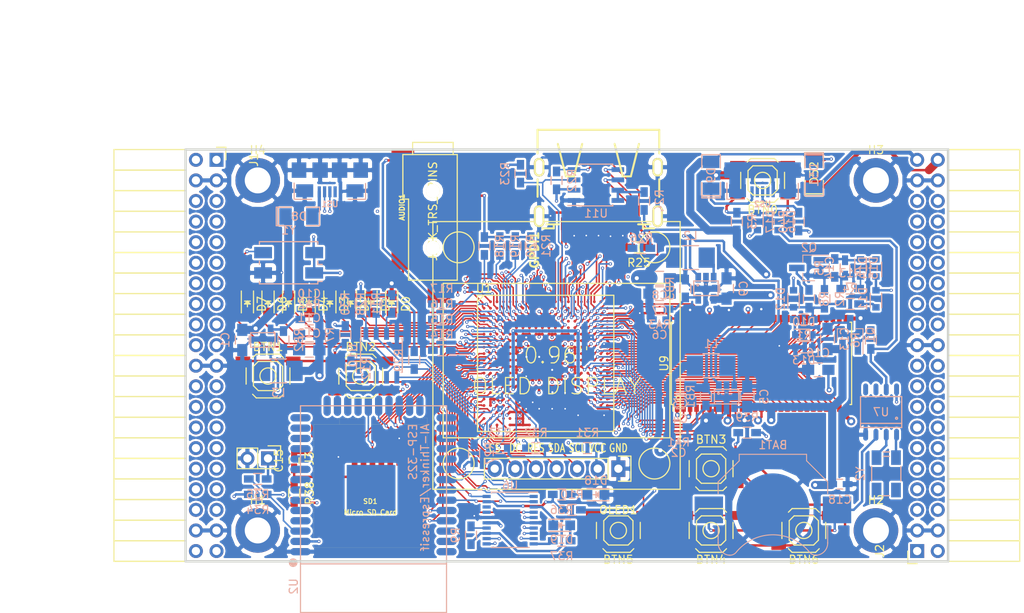
<source format=kicad_pcb>
(kicad_pcb (version 4) (host pcbnew 4.0.5+dfsg1-4)
  (layers (0 F.Cu signal) (1 In1.Cu signal) (2 In2.Cu signal) (31 B.Cu signal) (34 B.Paste user) (35 F.Paste user) (36 B.SilkS user) (37 F.SilkS user) (38 B.Mask user) (39 F.Mask user) (44 Edge.Cuts user))
  (net 0 "")
  (net 1 GND)
  (net 2 +5V)
  (net 3 /gpio/IN5V)
  (net 4 /gpio/OUT5V)
  (net 5 +3V3)
  (net 6 "Net-(L1-Pad1)")
  (net 7 "Net-(L2-Pad1)")
  (net 8 +1V2)
  (net 9 BTN_D)
  (net 10 BTN_F1)
  (net 11 BTN_F2)
  (net 12 BTN_L)
  (net 13 BTN_R)
  (net 14 BTN_U)
  (net 15 /power/FB1)
  (net 16 +2V5)
  (net 17 "Net-(L3-Pad1)")
  (net 18 /power/PWREN)
  (net 19 /power/FB3)
  (net 20 /power/FB2)
  (net 21 "Net-(D9-Pad1)")
  (net 22 /power/VBAT)
  (net 23 JTAG_TDI)
  (net 24 JTAG_TCK)
  (net 25 JTAG_TMS)
  (net 26 JTAG_TDO)
  (net 27 /power/WAKEUPn)
  (net 28 /power/WKUP)
  (net 29 /power/SHUT)
  (net 30 /power/WAKE)
  (net 31 /power/HOLD)
  (net 32 /power/WKn)
  (net 33 /power/OSCI_32k)
  (net 34 /power/OSCO_32k)
  (net 35 "Net-(Q2-Pad3)")
  (net 36 SHUTDOWN)
  (net 37 /analog/AUDIO_L)
  (net 38 /analog/AUDIO_R)
  (net 39 GPDI_5V_SCL)
  (net 40 GPDI_5V_SDA)
  (net 41 GPDI_SDA)
  (net 42 GPDI_SCL)
  (net 43 /gpdi/VREF2)
  (net 44 SD_CMD)
  (net 45 SD_CLK)
  (net 46 SD_D0)
  (net 47 SD_D1)
  (net 48 USB5V)
  (net 49 "Net-(BTN0-Pad1)")
  (net 50 GPDI_CEC)
  (net 51 nRESET)
  (net 52 FTDI_nDTR)
  (net 53 SDRAM_CKE)
  (net 54 SDRAM_A7)
  (net 55 SDRAM_D15)
  (net 56 SDRAM_BA1)
  (net 57 SDRAM_D7)
  (net 58 SDRAM_A6)
  (net 59 SDRAM_CLK)
  (net 60 SDRAM_D13)
  (net 61 SDRAM_BA0)
  (net 62 SDRAM_D6)
  (net 63 SDRAM_A5)
  (net 64 SDRAM_D14)
  (net 65 SDRAM_A11)
  (net 66 SDRAM_D12)
  (net 67 SDRAM_D5)
  (net 68 SDRAM_A4)
  (net 69 SDRAM_A10)
  (net 70 SDRAM_D11)
  (net 71 SDRAM_A3)
  (net 72 SDRAM_D4)
  (net 73 SDRAM_D10)
  (net 74 SDRAM_D9)
  (net 75 SDRAM_A9)
  (net 76 SDRAM_D3)
  (net 77 SDRAM_D8)
  (net 78 SDRAM_A8)
  (net 79 SDRAM_A2)
  (net 80 SDRAM_A1)
  (net 81 SDRAM_A0)
  (net 82 SDRAM_D2)
  (net 83 SDRAM_D1)
  (net 84 SDRAM_D0)
  (net 85 SDRAM_DQM0)
  (net 86 SDRAM_nCS)
  (net 87 SDRAM_nRAS)
  (net 88 SDRAM_DQM1)
  (net 89 SDRAM_nCAS)
  (net 90 SDRAM_nWE)
  (net 91 /flash/FLASH_nWP)
  (net 92 /flash/FLASH_nHOLD)
  (net 93 /flash/FLASH_MOSI)
  (net 94 /flash/FLASH_MISO)
  (net 95 /flash/FLASH_SCK)
  (net 96 /flash/FLASH_nCS)
  (net 97 /flash/FPGA_PROGRAMN)
  (net 98 /flash/FPGA_DONE)
  (net 99 /flash/FPGA_INITN)
  (net 100 OLED_RES)
  (net 101 OLED_DC)
  (net 102 OLED_CS)
  (net 103 WIFI_EN)
  (net 104 FTDI_nRTS)
  (net 105 FTDI_TXD)
  (net 106 FTDI_RXD)
  (net 107 WIFI_RXD)
  (net 108 WIFI_GPIO0)
  (net 109 WIFI_TXD)
  (net 110 GPDI_ETH-)
  (net 111 GPDI_ETH+)
  (net 112 GPDI_D2+)
  (net 113 GPDI_D2-)
  (net 114 GPDI_D1+)
  (net 115 GPDI_D1-)
  (net 116 GPDI_D0+)
  (net 117 GPDI_D0-)
  (net 118 GPDI_CLK+)
  (net 119 GPDI_CLK-)
  (net 120 USB_FTDI_D+)
  (net 121 USB_FTDI_D-)
  (net 122 J1_17-)
  (net 123 J1_17+)
  (net 124 J1_23-)
  (net 125 J1_23+)
  (net 126 J1_25-)
  (net 127 J1_25+)
  (net 128 J1_27-)
  (net 129 J1_27+)
  (net 130 J1_29-)
  (net 131 J1_29+)
  (net 132 J1_31-)
  (net 133 J1_31+)
  (net 134 J1_33-)
  (net 135 J1_33+)
  (net 136 J1_35-)
  (net 137 J1_35+)
  (net 138 J2_5-)
  (net 139 J2_5+)
  (net 140 J2_7-)
  (net 141 J2_7+)
  (net 142 J2_9-)
  (net 143 J2_9+)
  (net 144 J2_13-)
  (net 145 J2_13+)
  (net 146 J2_17-)
  (net 147 J2_17+)
  (net 148 J2_11-)
  (net 149 J2_11+)
  (net 150 J2_23-)
  (net 151 J2_23+)
  (net 152 J1_5-)
  (net 153 J1_5+)
  (net 154 J1_7-)
  (net 155 J1_7+)
  (net 156 J1_9-)
  (net 157 J1_9+)
  (net 158 J1_11-)
  (net 159 J1_11+)
  (net 160 J1_13-)
  (net 161 J1_13+)
  (net 162 J1_15-)
  (net 163 J1_15+)
  (net 164 J2_15-)
  (net 165 J2_15+)
  (net 166 J2_25-)
  (net 167 J2_25+)
  (net 168 J2_27-)
  (net 169 J2_27+)
  (net 170 J2_29-)
  (net 171 J2_29+)
  (net 172 J2_31-)
  (net 173 J2_31+)
  (net 174 J2_33-)
  (net 175 J2_33+)
  (net 176 J2_35-)
  (net 177 J2_35+)
  (net 178 SD_D3)
  (net 179 AUDIO_L3)
  (net 180 AUDIO_L2)
  (net 181 AUDIO_L1)
  (net 182 AUDIO_L0)
  (net 183 AUDIO_R3)
  (net 184 AUDIO_R2)
  (net 185 AUDIO_R1)
  (net 186 AUDIO_R0)
  (net 187 OLED_CLK)
  (net 188 OLED_MOSI)
  (net 189 LED0)
  (net 190 LED1)
  (net 191 LED2)
  (net 192 LED3)
  (net 193 LED4)
  (net 194 LED5)
  (net 195 LED6)
  (net 196 LED7)
  (net 197 BTN_PWRn)
  (net 198 "Net-(J3-Pad1)")
  (net 199 FTDI_nTXLED)
  (net 200 FTDI_nSLEEP)
  (net 201 /blinkey/LED_PWREN)
  (net 202 /blinkey/LED_TXLED)
  (net 203 FT3V3)
  (net 204 /sdcard/SD3V3)
  (net 205 SD_D2)
  (net 206 FTDI_nSUSPEND)
  (net 207 CLK_25MHz)
  (net 208 /blinkey/BTNPUL)
  (net 209 /blinkey/BTNPUR)
  (net 210 USB_FPGA_D+)
  (module lfe5bg381:BGA-381_pitch0.8mm_dia0.4mm (layer F.Cu) (at 138.48 87.8)
    (fp_text reference U1 (at -7.6 -9.2) (layer F.SilkS))
    (fp_text value LFE5U-25F-6BG381C)
    (pad A2 smd circle (at -6.8 -7.6) (size 0.35 0.35) (layers F.Cu F.Paste F.Mask) (net 129 J1_27+))
    (pad A3 smd circle (at -6 -7.6) (size 0.35 0.35) (layers F.Cu F.Paste F.Mask) (net 183 AUDIO_R3))
    (pad A4 smd circle (at -5.2 -7.6) (size 0.35 0.35) (layers F.Cu F.Paste F.Mask) (net 127 J1_25+))
    (pad A5 smd circle (at -4.4 -7.6) (size 0.35 0.35) (layers F.Cu F.Paste F.Mask) (net 126 J1_25-))
    (pad A6 smd circle (at -3.6 -7.6) (size 0.35 0.35) (layers F.Cu F.Paste F.Mask) (net 125 J1_23+))
    (pad A7 smd circle (at -2.8 -7.6) (size 0.35 0.35) (layers F.Cu F.Paste F.Mask) (net 161 J1_13+))
    (pad A8 smd circle (at -2 -7.6) (size 0.35 0.35) (layers F.Cu F.Paste F.Mask) (net 160 J1_13-))
    (pad A9 smd circle (at -1.2 -7.6) (size 0.35 0.35) (layers F.Cu F.Paste F.Mask) (net 156 J1_9-))
    (pad A10 smd circle (at -0.4 -7.6) (size 0.35 0.35) (layers F.Cu F.Paste F.Mask) (net 155 J1_7+))
    (pad A11 smd circle (at 0.4 -7.6) (size 0.35 0.35) (layers F.Cu F.Paste F.Mask) (net 154 J1_7-))
    (pad A12 smd circle (at 1.2 -7.6) (size 0.35 0.35) (layers F.Cu F.Paste F.Mask) (net 111 GPDI_ETH+))
    (pad A13 smd circle (at 2 -7.6) (size 0.35 0.35) (layers F.Cu F.Paste F.Mask) (net 110 GPDI_ETH-))
    (pad A14 smd circle (at 2.8 -7.6) (size 0.35 0.35) (layers F.Cu F.Paste F.Mask) (net 112 GPDI_D2+))
    (pad A15 smd circle (at 3.6 -7.6) (size 0.35 0.35) (layers F.Cu F.Paste F.Mask))
    (pad A16 smd circle (at 4.4 -7.6) (size 0.35 0.35) (layers F.Cu F.Paste F.Mask) (net 114 GPDI_D1+))
    (pad A17 smd circle (at 5.2 -7.6) (size 0.35 0.35) (layers F.Cu F.Paste F.Mask) (net 116 GPDI_D0+))
    (pad A18 smd circle (at 6 -7.6) (size 0.35 0.35) (layers F.Cu F.Paste F.Mask) (net 118 GPDI_CLK+))
    (pad A19 smd circle (at 6.8 -7.6) (size 0.35 0.35) (layers F.Cu F.Paste F.Mask) (net 50 GPDI_CEC))
    (pad B1 smd circle (at -7.6 -6.8) (size 0.35 0.35) (layers F.Cu F.Paste F.Mask) (net 128 J1_27-))
    (pad B2 smd circle (at -6.8 -6.8) (size 0.35 0.35) (layers F.Cu F.Paste F.Mask) (net 189 LED0))
    (pad B3 smd circle (at -6 -6.8) (size 0.35 0.35) (layers F.Cu F.Paste F.Mask) (net 182 AUDIO_L0))
    (pad B4 smd circle (at -5.2 -6.8) (size 0.35 0.35) (layers F.Cu F.Paste F.Mask) (net 130 J1_29-))
    (pad B5 smd circle (at -4.4 -6.8) (size 0.35 0.35) (layers F.Cu F.Paste F.Mask) (net 184 AUDIO_R2))
    (pad B6 smd circle (at -3.6 -6.8) (size 0.35 0.35) (layers F.Cu F.Paste F.Mask) (net 124 J1_23-))
    (pad B7 smd circle (at -2.8 -6.8) (size 0.35 0.35) (layers F.Cu F.Paste F.Mask) (net 1 GND))
    (pad B8 smd circle (at -2 -6.8) (size 0.35 0.35) (layers F.Cu F.Paste F.Mask) (net 162 J1_15-))
    (pad B9 smd circle (at -1.2 -6.8) (size 0.35 0.35) (layers F.Cu F.Paste F.Mask) (net 159 J1_11+))
    (pad B10 smd circle (at -0.4 -6.8) (size 0.35 0.35) (layers F.Cu F.Paste F.Mask) (net 157 J1_9+))
    (pad B11 smd circle (at 0.4 -6.8) (size 0.35 0.35) (layers F.Cu F.Paste F.Mask) (net 153 J1_5+))
    (pad B12 smd circle (at 1.2 -6.8) (size 0.35 0.35) (layers F.Cu F.Paste F.Mask))
    (pad B13 smd circle (at 2 -6.8) (size 0.35 0.35) (layers F.Cu F.Paste F.Mask) (net 175 J2_33+))
    (pad B14 smd circle (at 2.8 -6.8) (size 0.35 0.35) (layers F.Cu F.Paste F.Mask) (net 1 GND))
    (pad B15 smd circle (at 3.6 -6.8) (size 0.35 0.35) (layers F.Cu F.Paste F.Mask) (net 173 J2_31+))
    (pad B16 smd circle (at 4.4 -6.8) (size 0.35 0.35) (layers F.Cu F.Paste F.Mask) (net 115 GPDI_D1-))
    (pad B17 smd circle (at 5.2 -6.8) (size 0.35 0.35) (layers F.Cu F.Paste F.Mask) (net 169 J2_27+))
    (pad B18 smd circle (at 6 -6.8) (size 0.35 0.35) (layers F.Cu F.Paste F.Mask) (net 117 GPDI_D0-))
    (pad B19 smd circle (at 6.8 -6.8) (size 0.35 0.35) (layers F.Cu F.Paste F.Mask) (net 119 GPDI_CLK-))
    (pad B20 smd circle (at 7.6 -6.8) (size 0.35 0.35) (layers F.Cu F.Paste F.Mask) (net 41 GPDI_SDA))
    (pad C1 smd circle (at -7.6 -6) (size 0.35 0.35) (layers F.Cu F.Paste F.Mask) (net 191 LED2))
    (pad C2 smd circle (at -6.8 -6) (size 0.35 0.35) (layers F.Cu F.Paste F.Mask) (net 190 LED1))
    (pad C3 smd circle (at -6 -6) (size 0.35 0.35) (layers F.Cu F.Paste F.Mask) (net 181 AUDIO_L1))
    (pad C4 smd circle (at -5.2 -6) (size 0.35 0.35) (layers F.Cu F.Paste F.Mask) (net 131 J1_29+))
    (pad C5 smd circle (at -4.4 -6) (size 0.35 0.35) (layers F.Cu F.Paste F.Mask) (net 186 AUDIO_R0))
    (pad C6 smd circle (at -3.6 -6) (size 0.35 0.35) (layers F.Cu F.Paste F.Mask) (net 123 J1_17+))
    (pad C7 smd circle (at -2.8 -6) (size 0.35 0.35) (layers F.Cu F.Paste F.Mask) (net 122 J1_17-))
    (pad C8 smd circle (at -2 -6) (size 0.35 0.35) (layers F.Cu F.Paste F.Mask) (net 163 J1_15+))
    (pad C9 smd circle (at -1.2 -6) (size 0.35 0.35) (layers F.Cu F.Paste F.Mask))
    (pad C10 smd circle (at -0.4 -6) (size 0.35 0.35) (layers F.Cu F.Paste F.Mask) (net 158 J1_11-))
    (pad C11 smd circle (at 0.4 -6) (size 0.35 0.35) (layers F.Cu F.Paste F.Mask) (net 152 J1_5-))
    (pad C12 smd circle (at 1.2 -6) (size 0.35 0.35) (layers F.Cu F.Paste F.Mask) (net 42 GPDI_SCL))
    (pad C13 smd circle (at 2 -6) (size 0.35 0.35) (layers F.Cu F.Paste F.Mask) (net 174 J2_33-))
    (pad C14 smd circle (at 2.8 -6) (size 0.35 0.35) (layers F.Cu F.Paste F.Mask) (net 113 GPDI_D2-))
    (pad C15 smd circle (at 3.6 -6) (size 0.35 0.35) (layers F.Cu F.Paste F.Mask) (net 172 J2_31-))
    (pad C16 smd circle (at 4.4 -6) (size 0.35 0.35) (layers F.Cu F.Paste F.Mask) (net 171 J2_29+))
    (pad C17 smd circle (at 5.2 -6) (size 0.35 0.35) (layers F.Cu F.Paste F.Mask) (net 168 J2_27-))
    (pad C18 smd circle (at 6 -6) (size 0.35 0.35) (layers F.Cu F.Paste F.Mask) (net 151 J2_23+))
    (pad C19 smd circle (at 6.8 -6) (size 0.35 0.35) (layers F.Cu F.Paste F.Mask) (net 1 GND))
    (pad C20 smd circle (at 7.6 -6) (size 0.35 0.35) (layers F.Cu F.Paste F.Mask) (net 64 SDRAM_D14))
    (pad D1 smd circle (at -7.6 -5.2) (size 0.35 0.35) (layers F.Cu F.Paste F.Mask) (net 193 LED4))
    (pad D2 smd circle (at -6.8 -5.2) (size 0.35 0.35) (layers F.Cu F.Paste F.Mask) (net 192 LED3))
    (pad D3 smd circle (at -6 -5.2) (size 0.35 0.35) (layers F.Cu F.Paste F.Mask) (net 180 AUDIO_L2))
    (pad D4 smd circle (at -5.2 -5.2) (size 0.35 0.35) (layers F.Cu F.Paste F.Mask) (net 1 GND))
    (pad D5 smd circle (at -4.4 -5.2) (size 0.35 0.35) (layers F.Cu F.Paste F.Mask) (net 185 AUDIO_R1))
    (pad D6 smd circle (at -3.6 -5.2) (size 0.35 0.35) (layers F.Cu F.Paste F.Mask) (net 197 BTN_PWRn))
    (pad D7 smd circle (at -2.8 -5.2) (size 0.35 0.35) (layers F.Cu F.Paste F.Mask))
    (pad D8 smd circle (at -2 -5.2) (size 0.35 0.35) (layers F.Cu F.Paste F.Mask))
    (pad D9 smd circle (at -1.2 -5.2) (size 0.35 0.35) (layers F.Cu F.Paste F.Mask))
    (pad D10 smd circle (at -0.4 -5.2) (size 0.35 0.35) (layers F.Cu F.Paste F.Mask))
    (pad D11 smd circle (at 0.4 -5.2) (size 0.35 0.35) (layers F.Cu F.Paste F.Mask))
    (pad D12 smd circle (at 1.2 -5.2) (size 0.35 0.35) (layers F.Cu F.Paste F.Mask))
    (pad D13 smd circle (at 2 -5.2) (size 0.35 0.35) (layers F.Cu F.Paste F.Mask) (net 177 J2_35+))
    (pad D14 smd circle (at 2.8 -5.2) (size 0.35 0.35) (layers F.Cu F.Paste F.Mask))
    (pad D15 smd circle (at 3.6 -5.2) (size 0.35 0.35) (layers F.Cu F.Paste F.Mask) (net 167 J2_25+))
    (pad D16 smd circle (at 4.4 -5.2) (size 0.35 0.35) (layers F.Cu F.Paste F.Mask) (net 170 J2_29-))
    (pad D17 smd circle (at 5.2 -5.2) (size 0.35 0.35) (layers F.Cu F.Paste F.Mask) (net 150 J2_23-))
    (pad D18 smd circle (at 6 -5.2) (size 0.35 0.35) (layers F.Cu F.Paste F.Mask) (net 147 J2_17+))
    (pad D19 smd circle (at 6.8 -5.2) (size 0.35 0.35) (layers F.Cu F.Paste F.Mask) (net 55 SDRAM_D15))
    (pad D20 smd circle (at 7.6 -5.2) (size 0.35 0.35) (layers F.Cu F.Paste F.Mask) (net 60 SDRAM_D13))
    (pad E1 smd circle (at -7.6 -4.4) (size 0.35 0.35) (layers F.Cu F.Paste F.Mask) (net 195 LED6))
    (pad E2 smd circle (at -6.8 -4.4) (size 0.35 0.35) (layers F.Cu F.Paste F.Mask) (net 194 LED5))
    (pad E3 smd circle (at -6 -4.4) (size 0.35 0.35) (layers F.Cu F.Paste F.Mask) (net 132 J1_31-))
    (pad E4 smd circle (at -5.2 -4.4) (size 0.35 0.35) (layers F.Cu F.Paste F.Mask) (net 179 AUDIO_L3))
    (pad E5 smd circle (at -4.4 -4.4) (size 0.35 0.35) (layers F.Cu F.Paste F.Mask))
    (pad E6 smd circle (at -3.6 -4.4) (size 0.35 0.35) (layers F.Cu F.Paste F.Mask))
    (pad E7 smd circle (at -2.8 -4.4) (size 0.35 0.35) (layers F.Cu F.Paste F.Mask))
    (pad E8 smd circle (at -2 -4.4) (size 0.35 0.35) (layers F.Cu F.Paste F.Mask))
    (pad E9 smd circle (at -1.2 -4.4) (size 0.35 0.35) (layers F.Cu F.Paste F.Mask))
    (pad E10 smd circle (at -0.4 -4.4) (size 0.35 0.35) (layers F.Cu F.Paste F.Mask))
    (pad E11 smd circle (at 0.4 -4.4) (size 0.35 0.35) (layers F.Cu F.Paste F.Mask))
    (pad E12 smd circle (at 1.2 -4.4) (size 0.35 0.35) (layers F.Cu F.Paste F.Mask))
    (pad E13 smd circle (at 2 -4.4) (size 0.35 0.35) (layers F.Cu F.Paste F.Mask) (net 176 J2_35-))
    (pad E14 smd circle (at 2.8 -4.4) (size 0.35 0.35) (layers F.Cu F.Paste F.Mask))
    (pad E15 smd circle (at 3.6 -4.4) (size 0.35 0.35) (layers F.Cu F.Paste F.Mask) (net 166 J2_25-))
    (pad E16 smd circle (at 4.4 -4.4) (size 0.35 0.35) (layers F.Cu F.Paste F.Mask))
    (pad E17 smd circle (at 5.2 -4.4) (size 0.35 0.35) (layers F.Cu F.Paste F.Mask) (net 146 J2_17-))
    (pad E18 smd circle (at 6 -4.4) (size 0.35 0.35) (layers F.Cu F.Paste F.Mask) (net 72 SDRAM_D4))
    (pad E19 smd circle (at 6.8 -4.4) (size 0.35 0.35) (layers F.Cu F.Paste F.Mask) (net 66 SDRAM_D12))
    (pad E20 smd circle (at 7.6 -4.4) (size 0.35 0.35) (layers F.Cu F.Paste F.Mask) (net 70 SDRAM_D11))
    (pad F1 smd circle (at -7.6 -3.6) (size 0.35 0.35) (layers F.Cu F.Paste F.Mask) (net 103 WIFI_EN))
    (pad F2 smd circle (at -6.8 -3.6) (size 0.35 0.35) (layers F.Cu F.Paste F.Mask))
    (pad F3 smd circle (at -6 -3.6) (size 0.35 0.35) (layers F.Cu F.Paste F.Mask) (net 134 J1_33-))
    (pad F4 smd circle (at -5.2 -3.6) (size 0.35 0.35) (layers F.Cu F.Paste F.Mask) (net 133 J1_31+))
    (pad F5 smd circle (at -4.4 -3.6) (size 0.35 0.35) (layers F.Cu F.Paste F.Mask))
    (pad F6 smd circle (at -3.6 -3.6) (size 0.35 0.35) (layers F.Cu F.Paste F.Mask) (net 16 +2V5))
    (pad F7 smd circle (at -2.8 -3.6) (size 0.35 0.35) (layers F.Cu F.Paste F.Mask) (net 1 GND))
    (pad F8 smd circle (at -2 -3.6) (size 0.35 0.35) (layers F.Cu F.Paste F.Mask) (net 1 GND))
    (pad F9 smd circle (at -1.2 -3.6) (size 0.35 0.35) (layers F.Cu F.Paste F.Mask) (net 5 +3V3))
    (pad F10 smd circle (at -0.4 -3.6) (size 0.35 0.35) (layers F.Cu F.Paste F.Mask) (net 5 +3V3))
    (pad F11 smd circle (at 0.4 -3.6) (size 0.35 0.35) (layers F.Cu F.Paste F.Mask) (net 5 +3V3))
    (pad F12 smd circle (at 1.2 -3.6) (size 0.35 0.35) (layers F.Cu F.Paste F.Mask) (net 5 +3V3))
    (pad F13 smd circle (at 2 -3.6) (size 0.35 0.35) (layers F.Cu F.Paste F.Mask) (net 1 GND))
    (pad F14 smd circle (at 2.8 -3.6) (size 0.35 0.35) (layers F.Cu F.Paste F.Mask) (net 1 GND))
    (pad F15 smd circle (at 3.6 -3.6) (size 0.35 0.35) (layers F.Cu F.Paste F.Mask) (net 16 +2V5))
    (pad F16 smd circle (at 4.4 -3.6) (size 0.35 0.35) (layers F.Cu F.Paste F.Mask))
    (pad F17 smd circle (at 5.2 -3.6) (size 0.35 0.35) (layers F.Cu F.Paste F.Mask) (net 165 J2_15+))
    (pad F18 smd circle (at 6 -3.6) (size 0.35 0.35) (layers F.Cu F.Paste F.Mask) (net 67 SDRAM_D5))
    (pad F19 smd circle (at 6.8 -3.6) (size 0.35 0.35) (layers F.Cu F.Paste F.Mask) (net 73 SDRAM_D10))
    (pad F20 smd circle (at 7.6 -3.6) (size 0.35 0.35) (layers F.Cu F.Paste F.Mask) (net 74 SDRAM_D9))
    (pad G1 smd circle (at -7.6 -2.8) (size 0.35 0.35) (layers F.Cu F.Paste F.Mask))
    (pad G2 smd circle (at -6.8 -2.8) (size 0.35 0.35) (layers F.Cu F.Paste F.Mask) (net 207 CLK_25MHz))
    (pad G3 smd circle (at -6 -2.8) (size 0.35 0.35) (layers F.Cu F.Paste F.Mask) (net 135 J1_33+))
    (pad G4 smd circle (at -5.2 -2.8) (size 0.35 0.35) (layers F.Cu F.Paste F.Mask) (net 1 GND))
    (pad G5 smd circle (at -4.4 -2.8) (size 0.35 0.35) (layers F.Cu F.Paste F.Mask) (net 136 J1_35-))
    (pad G6 smd circle (at -3.6 -2.8) (size 0.35 0.35) (layers F.Cu F.Paste F.Mask) (net 1 GND))
    (pad G7 smd circle (at -2.8 -2.8) (size 0.35 0.35) (layers F.Cu F.Paste F.Mask) (net 1 GND))
    (pad G8 smd circle (at -2 -2.8) (size 0.35 0.35) (layers F.Cu F.Paste F.Mask) (net 1 GND))
    (pad G9 smd circle (at -1.2 -2.8) (size 0.35 0.35) (layers F.Cu F.Paste F.Mask) (net 1 GND))
    (pad G10 smd circle (at -0.4 -2.8) (size 0.35 0.35) (layers F.Cu F.Paste F.Mask) (net 1 GND))
    (pad G11 smd circle (at 0.4 -2.8) (size 0.35 0.35) (layers F.Cu F.Paste F.Mask) (net 1 GND))
    (pad G12 smd circle (at 1.2 -2.8) (size 0.35 0.35) (layers F.Cu F.Paste F.Mask) (net 1 GND))
    (pad G13 smd circle (at 2 -2.8) (size 0.35 0.35) (layers F.Cu F.Paste F.Mask) (net 1 GND))
    (pad G14 smd circle (at 2.8 -2.8) (size 0.35 0.35) (layers F.Cu F.Paste F.Mask) (net 1 GND))
    (pad G15 smd circle (at 3.6 -2.8) (size 0.35 0.35) (layers F.Cu F.Paste F.Mask) (net 1 GND))
    (pad G16 smd circle (at 4.4 -2.8) (size 0.35 0.35) (layers F.Cu F.Paste F.Mask))
    (pad G17 smd circle (at 5.2 -2.8) (size 0.35 0.35) (layers F.Cu F.Paste F.Mask) (net 1 GND))
    (pad G18 smd circle (at 6 -2.8) (size 0.35 0.35) (layers F.Cu F.Paste F.Mask) (net 164 J2_15-))
    (pad G19 smd circle (at 6.8 -2.8) (size 0.35 0.35) (layers F.Cu F.Paste F.Mask) (net 77 SDRAM_D8))
    (pad G20 smd circle (at 7.6 -2.8) (size 0.35 0.35) (layers F.Cu F.Paste F.Mask) (net 88 SDRAM_DQM1))
    (pad H1 smd circle (at -7.6 -2) (size 0.35 0.35) (layers F.Cu F.Paste F.Mask) (net 178 SD_D3))
    (pad H2 smd circle (at -6.8 -2) (size 0.35 0.35) (layers F.Cu F.Paste F.Mask) (net 205 SD_D2))
    (pad H3 smd circle (at -6 -2) (size 0.35 0.35) (layers F.Cu F.Paste F.Mask) (net 196 LED7))
    (pad H4 smd circle (at -5.2 -2) (size 0.35 0.35) (layers F.Cu F.Paste F.Mask) (net 137 J1_35+))
    (pad H5 smd circle (at -4.4 -2) (size 0.35 0.35) (layers F.Cu F.Paste F.Mask))
    (pad H6 smd circle (at -3.6 -2) (size 0.35 0.35) (layers F.Cu F.Paste F.Mask) (net 5 +3V3))
    (pad H7 smd circle (at -2.8 -2) (size 0.35 0.35) (layers F.Cu F.Paste F.Mask) (net 5 +3V3))
    (pad H8 smd circle (at -2 -2) (size 0.35 0.35) (layers F.Cu F.Paste F.Mask) (net 8 +1V2))
    (pad H9 smd circle (at -1.2 -2) (size 0.35 0.35) (layers F.Cu F.Paste F.Mask) (net 8 +1V2))
    (pad H10 smd circle (at -0.4 -2) (size 0.35 0.35) (layers F.Cu F.Paste F.Mask) (net 8 +1V2))
    (pad H11 smd circle (at 0.4 -2) (size 0.35 0.35) (layers F.Cu F.Paste F.Mask) (net 8 +1V2))
    (pad H12 smd circle (at 1.2 -2) (size 0.35 0.35) (layers F.Cu F.Paste F.Mask) (net 8 +1V2))
    (pad H13 smd circle (at 2 -2) (size 0.35 0.35) (layers F.Cu F.Paste F.Mask) (net 8 +1V2))
    (pad H14 smd circle (at 2.8 -2) (size 0.35 0.35) (layers F.Cu F.Paste F.Mask) (net 5 +3V3))
    (pad H15 smd circle (at 3.6 -2) (size 0.35 0.35) (layers F.Cu F.Paste F.Mask) (net 5 +3V3))
    (pad H16 smd circle (at 4.4 -2) (size 0.35 0.35) (layers F.Cu F.Paste F.Mask))
    (pad H17 smd circle (at 5.2 -2) (size 0.35 0.35) (layers F.Cu F.Paste F.Mask) (net 144 J2_13-))
    (pad H18 smd circle (at 6 -2) (size 0.35 0.35) (layers F.Cu F.Paste F.Mask) (net 145 J2_13+))
    (pad H19 smd circle (at 6.8 -2) (size 0.35 0.35) (layers F.Cu F.Paste F.Mask) (net 1 GND))
    (pad H20 smd circle (at 7.6 -2) (size 0.35 0.35) (layers F.Cu F.Paste F.Mask) (net 59 SDRAM_CLK))
    (pad J1 smd circle (at -7.6 -1.2) (size 0.35 0.35) (layers F.Cu F.Paste F.Mask) (net 45 SD_CLK))
    (pad J2 smd circle (at -6.8 -1.2) (size 0.35 0.35) (layers F.Cu F.Paste F.Mask) (net 1 GND))
    (pad J3 smd circle (at -6 -1.2) (size 0.35 0.35) (layers F.Cu F.Paste F.Mask) (net 44 SD_CMD))
    (pad J4 smd circle (at -5.2 -1.2) (size 0.35 0.35) (layers F.Cu F.Paste F.Mask))
    (pad J5 smd circle (at -4.4 -1.2) (size 0.35 0.35) (layers F.Cu F.Paste F.Mask))
    (pad J6 smd circle (at -3.6 -1.2) (size 0.35 0.35) (layers F.Cu F.Paste F.Mask) (net 5 +3V3))
    (pad J7 smd circle (at -2.8 -1.2) (size 0.35 0.35) (layers F.Cu F.Paste F.Mask) (net 1 GND))
    (pad J8 smd circle (at -2 -1.2) (size 0.35 0.35) (layers F.Cu F.Paste F.Mask) (net 8 +1V2))
    (pad J9 smd circle (at -1.2 -1.2) (size 0.35 0.35) (layers F.Cu F.Paste F.Mask) (net 1 GND))
    (pad J10 smd circle (at -0.4 -1.2) (size 0.35 0.35) (layers F.Cu F.Paste F.Mask) (net 1 GND))
    (pad J11 smd circle (at 0.4 -1.2) (size 0.35 0.35) (layers F.Cu F.Paste F.Mask) (net 1 GND))
    (pad J12 smd circle (at 1.2 -1.2) (size 0.35 0.35) (layers F.Cu F.Paste F.Mask) (net 1 GND))
    (pad J13 smd circle (at 2 -1.2) (size 0.35 0.35) (layers F.Cu F.Paste F.Mask) (net 8 +1V2))
    (pad J14 smd circle (at 2.8 -1.2) (size 0.35 0.35) (layers F.Cu F.Paste F.Mask) (net 1 GND))
    (pad J15 smd circle (at 3.6 -1.2) (size 0.35 0.35) (layers F.Cu F.Paste F.Mask) (net 5 +3V3))
    (pad J16 smd circle (at 4.4 -1.2) (size 0.35 0.35) (layers F.Cu F.Paste F.Mask))
    (pad J17 smd circle (at 5.2 -1.2) (size 0.35 0.35) (layers F.Cu F.Paste F.Mask))
    (pad J18 smd circle (at 6 -1.2) (size 0.35 0.35) (layers F.Cu F.Paste F.Mask) (net 76 SDRAM_D3))
    (pad J19 smd circle (at 6.8 -1.2) (size 0.35 0.35) (layers F.Cu F.Paste F.Mask) (net 53 SDRAM_CKE))
    (pad J20 smd circle (at 7.6 -1.2) (size 0.35 0.35) (layers F.Cu F.Paste F.Mask) (net 65 SDRAM_A11))
    (pad K1 smd circle (at -7.6 -0.4) (size 0.35 0.35) (layers F.Cu F.Paste F.Mask) (net 47 SD_D1))
    (pad K2 smd circle (at -6.8 -0.4) (size 0.35 0.35) (layers F.Cu F.Paste F.Mask) (net 46 SD_D0))
    (pad K3 smd circle (at -6 -0.4) (size 0.35 0.35) (layers F.Cu F.Paste F.Mask) (net 107 WIFI_RXD))
    (pad K4 smd circle (at -5.2 -0.4) (size 0.35 0.35) (layers F.Cu F.Paste F.Mask) (net 109 WIFI_TXD))
    (pad K5 smd circle (at -4.4 -0.4) (size 0.35 0.35) (layers F.Cu F.Paste F.Mask))
    (pad K6 smd circle (at -3.6 -0.4) (size 0.35 0.35) (layers F.Cu F.Paste F.Mask) (net 1 GND))
    (pad K7 smd circle (at -2.8 -0.4) (size 0.35 0.35) (layers F.Cu F.Paste F.Mask) (net 1 GND))
    (pad K8 smd circle (at -2 -0.4) (size 0.35 0.35) (layers F.Cu F.Paste F.Mask) (net 8 +1V2))
    (pad K9 smd circle (at -1.2 -0.4) (size 0.35 0.35) (layers F.Cu F.Paste F.Mask) (net 1 GND))
    (pad K10 smd circle (at -0.4 -0.4) (size 0.35 0.35) (layers F.Cu F.Paste F.Mask) (net 1 GND))
    (pad K11 smd circle (at 0.4 -0.4) (size 0.35 0.35) (layers F.Cu F.Paste F.Mask) (net 1 GND))
    (pad K12 smd circle (at 1.2 -0.4) (size 0.35 0.35) (layers F.Cu F.Paste F.Mask) (net 1 GND))
    (pad K13 smd circle (at 2 -0.4) (size 0.35 0.35) (layers F.Cu F.Paste F.Mask) (net 8 +1V2))
    (pad K14 smd circle (at 2.8 -0.4) (size 0.35 0.35) (layers F.Cu F.Paste F.Mask) (net 1 GND))
    (pad K15 smd circle (at 3.6 -0.4) (size 0.35 0.35) (layers F.Cu F.Paste F.Mask) (net 1 GND))
    (pad K16 smd circle (at 4.4 -0.4) (size 0.35 0.35) (layers F.Cu F.Paste F.Mask))
    (pad K17 smd circle (at 5.2 -0.4) (size 0.35 0.35) (layers F.Cu F.Paste F.Mask))
    (pad K18 smd circle (at 6 -0.4) (size 0.35 0.35) (layers F.Cu F.Paste F.Mask) (net 82 SDRAM_D2))
    (pad K19 smd circle (at 6.8 -0.4) (size 0.35 0.35) (layers F.Cu F.Paste F.Mask) (net 75 SDRAM_A9))
    (pad K20 smd circle (at 7.6 -0.4) (size 0.35 0.35) (layers F.Cu F.Paste F.Mask) (net 78 SDRAM_A8))
    (pad L1 smd circle (at -7.6 0.4) (size 0.35 0.35) (layers F.Cu F.Paste F.Mask))
    (pad L2 smd circle (at -6.8 0.4) (size 0.35 0.35) (layers F.Cu F.Paste F.Mask) (net 108 WIFI_GPIO0))
    (pad L3 smd circle (at -6 0.4) (size 0.35 0.35) (layers F.Cu F.Paste F.Mask))
    (pad L4 smd circle (at -5.2 0.4) (size 0.35 0.35) (layers F.Cu F.Paste F.Mask) (net 106 FTDI_RXD))
    (pad L5 smd circle (at -4.4 0.4) (size 0.35 0.35) (layers F.Cu F.Paste F.Mask))
    (pad L6 smd circle (at -3.6 0.4) (size 0.35 0.35) (layers F.Cu F.Paste F.Mask) (net 5 +3V3))
    (pad L7 smd circle (at -2.8 0.4) (size 0.35 0.35) (layers F.Cu F.Paste F.Mask) (net 5 +3V3))
    (pad L8 smd circle (at -2 0.4) (size 0.35 0.35) (layers F.Cu F.Paste F.Mask) (net 8 +1V2))
    (pad L9 smd circle (at -1.2 0.4) (size 0.35 0.35) (layers F.Cu F.Paste F.Mask) (net 1 GND))
    (pad L10 smd circle (at -0.4 0.4) (size 0.35 0.35) (layers F.Cu F.Paste F.Mask) (net 1 GND))
    (pad L11 smd circle (at 0.4 0.4) (size 0.35 0.35) (layers F.Cu F.Paste F.Mask) (net 1 GND))
    (pad L12 smd circle (at 1.2 0.4) (size 0.35 0.35) (layers F.Cu F.Paste F.Mask) (net 1 GND))
    (pad L13 smd circle (at 2 0.4) (size 0.35 0.35) (layers F.Cu F.Paste F.Mask) (net 8 +1V2))
    (pad L14 smd circle (at 2.8 0.4) (size 0.35 0.35) (layers F.Cu F.Paste F.Mask) (net 5 +3V3))
    (pad L15 smd circle (at 3.6 0.4) (size 0.35 0.35) (layers F.Cu F.Paste F.Mask) (net 5 +3V3))
    (pad L16 smd circle (at 4.4 0.4) (size 0.35 0.35) (layers F.Cu F.Paste F.Mask) (net 149 J2_11+))
    (pad L17 smd circle (at 5.2 0.4) (size 0.35 0.35) (layers F.Cu F.Paste F.Mask) (net 148 J2_11-))
    (pad L18 smd circle (at 6 0.4) (size 0.35 0.35) (layers F.Cu F.Paste F.Mask) (net 83 SDRAM_D1))
    (pad L19 smd circle (at 6.8 0.4) (size 0.35 0.35) (layers F.Cu F.Paste F.Mask) (net 54 SDRAM_A7))
    (pad L20 smd circle (at 7.6 0.4) (size 0.35 0.35) (layers F.Cu F.Paste F.Mask) (net 58 SDRAM_A6))
    (pad M1 smd circle (at -7.6 1.2) (size 0.35 0.35) (layers F.Cu F.Paste F.Mask) (net 105 FTDI_TXD))
    (pad M2 smd circle (at -6.8 1.2) (size 0.35 0.35) (layers F.Cu F.Paste F.Mask) (net 1 GND))
    (pad M3 smd circle (at -6 1.2) (size 0.35 0.35) (layers F.Cu F.Paste F.Mask) (net 104 FTDI_nRTS))
    (pad M4 smd circle (at -5.2 1.2) (size 0.35 0.35) (layers F.Cu F.Paste F.Mask))
    (pad M5 smd circle (at -4.4 1.2) (size 0.35 0.35) (layers F.Cu F.Paste F.Mask))
    (pad M6 smd circle (at -3.6 1.2) (size 0.35 0.35) (layers F.Cu F.Paste F.Mask) (net 5 +3V3))
    (pad M7 smd circle (at -2.8 1.2) (size 0.35 0.35) (layers F.Cu F.Paste F.Mask) (net 1 GND))
    (pad M8 smd circle (at -2 1.2) (size 0.35 0.35) (layers F.Cu F.Paste F.Mask) (net 8 +1V2))
    (pad M9 smd circle (at -1.2 1.2) (size 0.35 0.35) (layers F.Cu F.Paste F.Mask) (net 1 GND))
    (pad M10 smd circle (at -0.4 1.2) (size 0.35 0.35) (layers F.Cu F.Paste F.Mask) (net 1 GND))
    (pad M11 smd circle (at 0.4 1.2) (size 0.35 0.35) (layers F.Cu F.Paste F.Mask) (net 1 GND))
    (pad M12 smd circle (at 1.2 1.2) (size 0.35 0.35) (layers F.Cu F.Paste F.Mask) (net 1 GND))
    (pad M13 smd circle (at 2 1.2) (size 0.35 0.35) (layers F.Cu F.Paste F.Mask) (net 8 +1V2))
    (pad M14 smd circle (at 2.8 1.2) (size 0.35 0.35) (layers F.Cu F.Paste F.Mask) (net 1 GND))
    (pad M15 smd circle (at 3.6 1.2) (size 0.35 0.35) (layers F.Cu F.Paste F.Mask) (net 5 +3V3))
    (pad M16 smd circle (at 4.4 1.2) (size 0.35 0.35) (layers F.Cu F.Paste F.Mask) (net 1 GND))
    (pad M17 smd circle (at 5.2 1.2) (size 0.35 0.35) (layers F.Cu F.Paste F.Mask) (net 142 J2_9-))
    (pad M18 smd circle (at 6 1.2) (size 0.35 0.35) (layers F.Cu F.Paste F.Mask) (net 84 SDRAM_D0))
    (pad M19 smd circle (at 6.8 1.2) (size 0.35 0.35) (layers F.Cu F.Paste F.Mask) (net 63 SDRAM_A5))
    (pad M20 smd circle (at 7.6 1.2) (size 0.35 0.35) (layers F.Cu F.Paste F.Mask) (net 68 SDRAM_A4))
    (pad N1 smd circle (at -7.6 2) (size 0.35 0.35) (layers F.Cu F.Paste F.Mask) (net 52 FTDI_nDTR))
    (pad N2 smd circle (at -6.8 2) (size 0.35 0.35) (layers F.Cu F.Paste F.Mask) (net 102 OLED_CS))
    (pad N3 smd circle (at -6 2) (size 0.35 0.35) (layers F.Cu F.Paste F.Mask))
    (pad N4 smd circle (at -5.2 2) (size 0.35 0.35) (layers F.Cu F.Paste F.Mask))
    (pad N5 smd circle (at -4.4 2) (size 0.35 0.35) (layers F.Cu F.Paste F.Mask))
    (pad N6 smd circle (at -3.6 2) (size 0.35 0.35) (layers F.Cu F.Paste F.Mask) (net 1 GND))
    (pad N7 smd circle (at -2.8 2) (size 0.35 0.35) (layers F.Cu F.Paste F.Mask) (net 1 GND))
    (pad N8 smd circle (at -2 2) (size 0.35 0.35) (layers F.Cu F.Paste F.Mask) (net 8 +1V2))
    (pad N9 smd circle (at -1.2 2) (size 0.35 0.35) (layers F.Cu F.Paste F.Mask) (net 8 +1V2))
    (pad N10 smd circle (at -0.4 2) (size 0.35 0.35) (layers F.Cu F.Paste F.Mask) (net 8 +1V2))
    (pad N11 smd circle (at 0.4 2) (size 0.35 0.35) (layers F.Cu F.Paste F.Mask) (net 8 +1V2))
    (pad N12 smd circle (at 1.2 2) (size 0.35 0.35) (layers F.Cu F.Paste F.Mask) (net 8 +1V2))
    (pad N13 smd circle (at 2 2) (size 0.35 0.35) (layers F.Cu F.Paste F.Mask) (net 8 +1V2))
    (pad N14 smd circle (at 2.8 2) (size 0.35 0.35) (layers F.Cu F.Paste F.Mask) (net 1 GND))
    (pad N15 smd circle (at 3.6 2) (size 0.35 0.35) (layers F.Cu F.Paste F.Mask) (net 1 GND))
    (pad N16 smd circle (at 4.4 2) (size 0.35 0.35) (layers F.Cu F.Paste F.Mask) (net 143 J2_9+))
    (pad N17 smd circle (at 5.2 2) (size 0.35 0.35) (layers F.Cu F.Paste F.Mask) (net 141 J2_7+))
    (pad N18 smd circle (at 6 2) (size 0.35 0.35) (layers F.Cu F.Paste F.Mask) (net 62 SDRAM_D6))
    (pad N19 smd circle (at 6.8 2) (size 0.35 0.35) (layers F.Cu F.Paste F.Mask) (net 71 SDRAM_A3))
    (pad N20 smd circle (at 7.6 2) (size 0.35 0.35) (layers F.Cu F.Paste F.Mask) (net 79 SDRAM_A2))
    (pad P1 smd circle (at -7.6 2.8) (size 0.35 0.35) (layers F.Cu F.Paste F.Mask) (net 101 OLED_DC))
    (pad P2 smd circle (at -6.8 2.8) (size 0.35 0.35) (layers F.Cu F.Paste F.Mask) (net 100 OLED_RES))
    (pad P3 smd circle (at -6 2.8) (size 0.35 0.35) (layers F.Cu F.Paste F.Mask) (net 188 OLED_MOSI))
    (pad P4 smd circle (at -5.2 2.8) (size 0.35 0.35) (layers F.Cu F.Paste F.Mask) (net 187 OLED_CLK))
    (pad P5 smd circle (at -4.4 2.8) (size 0.35 0.35) (layers F.Cu F.Paste F.Mask))
    (pad P6 smd circle (at -3.6 2.8) (size 0.35 0.35) (layers F.Cu F.Paste F.Mask) (net 16 +2V5))
    (pad P7 smd circle (at -2.8 2.8) (size 0.35 0.35) (layers F.Cu F.Paste F.Mask) (net 1 GND))
    (pad P8 smd circle (at -2 2.8) (size 0.35 0.35) (layers F.Cu F.Paste F.Mask) (net 1 GND))
    (pad P9 smd circle (at -1.2 2.8) (size 0.35 0.35) (layers F.Cu F.Paste F.Mask) (net 5 +3V3))
    (pad P10 smd circle (at -0.4 2.8) (size 0.35 0.35) (layers F.Cu F.Paste F.Mask) (net 5 +3V3))
    (pad P11 smd circle (at 0.4 2.8) (size 0.35 0.35) (layers F.Cu F.Paste F.Mask) (net 1 GND))
    (pad P12 smd circle (at 1.2 2.8) (size 0.35 0.35) (layers F.Cu F.Paste F.Mask) (net 1 GND))
    (pad P13 smd circle (at 2 2.8) (size 0.35 0.35) (layers F.Cu F.Paste F.Mask) (net 1 GND))
    (pad P14 smd circle (at 2.8 2.8) (size 0.35 0.35) (layers F.Cu F.Paste F.Mask) (net 1 GND))
    (pad P15 smd circle (at 3.6 2.8) (size 0.35 0.35) (layers F.Cu F.Paste F.Mask) (net 16 +2V5))
    (pad P16 smd circle (at 4.4 2.8) (size 0.35 0.35) (layers F.Cu F.Paste F.Mask) (net 140 J2_7-))
    (pad P17 smd circle (at 5.2 2.8) (size 0.35 0.35) (layers F.Cu F.Paste F.Mask))
    (pad P18 smd circle (at 6 2.8) (size 0.35 0.35) (layers F.Cu F.Paste F.Mask) (net 57 SDRAM_D7))
    (pad P19 smd circle (at 6.8 2.8) (size 0.35 0.35) (layers F.Cu F.Paste F.Mask) (net 80 SDRAM_A1))
    (pad P20 smd circle (at 7.6 2.8) (size 0.35 0.35) (layers F.Cu F.Paste F.Mask) (net 81 SDRAM_A0))
    (pad R1 smd circle (at -7.6 3.6) (size 0.35 0.35) (layers F.Cu F.Paste F.Mask) (net 10 BTN_F1))
    (pad R2 smd circle (at -6.8 3.6) (size 0.35 0.35) (layers F.Cu F.Paste F.Mask) (net 96 /flash/FLASH_nCS))
    (pad R3 smd circle (at -6 3.6) (size 0.35 0.35) (layers F.Cu F.Paste F.Mask))
    (pad R4 smd circle (at -5.2 3.6) (size 0.35 0.35) (layers F.Cu F.Paste F.Mask) (net 1 GND))
    (pad R5 smd circle (at -4.4 3.6) (size 0.35 0.35) (layers F.Cu F.Paste F.Mask) (net 23 JTAG_TDI))
    (pad R16 smd circle (at 4.4 3.6) (size 0.35 0.35) (layers F.Cu F.Paste F.Mask))
    (pad R17 smd circle (at 5.2 3.6) (size 0.35 0.35) (layers F.Cu F.Paste F.Mask))
    (pad R18 smd circle (at 6 3.6) (size 0.35 0.35) (layers F.Cu F.Paste F.Mask) (net 85 SDRAM_DQM0))
    (pad R19 smd circle (at 6.8 3.6) (size 0.35 0.35) (layers F.Cu F.Paste F.Mask) (net 1 GND))
    (pad R20 smd circle (at 7.6 3.6) (size 0.35 0.35) (layers F.Cu F.Paste F.Mask) (net 69 SDRAM_A10))
    (pad T1 smd circle (at -7.6 4.4) (size 0.35 0.35) (layers F.Cu F.Paste F.Mask) (net 11 BTN_F2))
    (pad T2 smd circle (at -6.8 4.4) (size 0.35 0.35) (layers F.Cu F.Paste F.Mask) (net 5 +3V3))
    (pad T3 smd circle (at -6 4.4) (size 0.35 0.35) (layers F.Cu F.Paste F.Mask) (net 5 +3V3))
    (pad T4 smd circle (at -5.2 4.4) (size 0.35 0.35) (layers F.Cu F.Paste F.Mask) (net 5 +3V3))
    (pad T5 smd circle (at -4.4 4.4) (size 0.35 0.35) (layers F.Cu F.Paste F.Mask) (net 24 JTAG_TCK))
    (pad T6 smd circle (at -3.6 4.4) (size 0.35 0.35) (layers F.Cu F.Paste F.Mask) (net 1 GND))
    (pad T7 smd circle (at -2.8 4.4) (size 0.35 0.35) (layers F.Cu F.Paste F.Mask) (net 1 GND))
    (pad T8 smd circle (at -2 4.4) (size 0.35 0.35) (layers F.Cu F.Paste F.Mask) (net 1 GND))
    (pad T9 smd circle (at -1.2 4.4) (size 0.35 0.35) (layers F.Cu F.Paste F.Mask) (net 1 GND))
    (pad T10 smd circle (at -0.4 4.4) (size 0.35 0.35) (layers F.Cu F.Paste F.Mask) (net 1 GND))
    (pad T11 smd circle (at 0.4 4.4) (size 0.35 0.35) (layers F.Cu F.Paste F.Mask))
    (pad T12 smd circle (at 1.2 4.4) (size 0.35 0.35) (layers F.Cu F.Paste F.Mask))
    (pad T13 smd circle (at 2 4.4) (size 0.35 0.35) (layers F.Cu F.Paste F.Mask))
    (pad T14 smd circle (at 2.8 4.4) (size 0.35 0.35) (layers F.Cu F.Paste F.Mask))
    (pad T15 smd circle (at 3.6 4.4) (size 0.35 0.35) (layers F.Cu F.Paste F.Mask))
    (pad T16 smd circle (at 4.4 4.4) (size 0.35 0.35) (layers F.Cu F.Paste F.Mask))
    (pad T17 smd circle (at 5.2 4.4) (size 0.35 0.35) (layers F.Cu F.Paste F.Mask) (net 89 SDRAM_nCAS))
    (pad T18 smd circle (at 6 4.4) (size 0.35 0.35) (layers F.Cu F.Paste F.Mask) (net 90 SDRAM_nWE))
    (pad T19 smd circle (at 6.8 4.4) (size 0.35 0.35) (layers F.Cu F.Paste F.Mask) (net 56 SDRAM_BA1))
    (pad T20 smd circle (at 7.6 4.4) (size 0.35 0.35) (layers F.Cu F.Paste F.Mask) (net 61 SDRAM_BA0))
    (pad U1 smd circle (at -7.6 5.2) (size 0.35 0.35) (layers F.Cu F.Paste F.Mask) (net 12 BTN_L))
    (pad U2 smd circle (at -6.8 5.2) (size 0.35 0.35) (layers F.Cu F.Paste F.Mask) (net 5 +3V3))
    (pad U3 smd circle (at -6 5.2) (size 0.35 0.35) (layers F.Cu F.Paste F.Mask) (net 95 /flash/FLASH_SCK))
    (pad U4 smd circle (at -5.2 5.2) (size 0.35 0.35) (layers F.Cu F.Paste F.Mask) (net 1 GND))
    (pad U5 smd circle (at -4.4 5.2) (size 0.35 0.35) (layers F.Cu F.Paste F.Mask) (net 25 JTAG_TMS))
    (pad U6 smd circle (at -3.6 5.2) (size 0.35 0.35) (layers F.Cu F.Paste F.Mask) (net 1 GND))
    (pad U7 smd circle (at -2.8 5.2) (size 0.35 0.35) (layers F.Cu F.Paste F.Mask) (net 1 GND))
    (pad U8 smd circle (at -2 5.2) (size 0.35 0.35) (layers F.Cu F.Paste F.Mask) (net 1 GND))
    (pad U9 smd circle (at -1.2 5.2) (size 0.35 0.35) (layers F.Cu F.Paste F.Mask) (net 1 GND))
    (pad U10 smd circle (at -0.4 5.2) (size 0.35 0.35) (layers F.Cu F.Paste F.Mask) (net 1 GND))
    (pad U11 smd circle (at 0.4 5.2) (size 0.35 0.35) (layers F.Cu F.Paste F.Mask) (net 1 GND))
    (pad U12 smd circle (at 1.2 5.2) (size 0.35 0.35) (layers F.Cu F.Paste F.Mask) (net 1 GND))
    (pad U13 smd circle (at 2 5.2) (size 0.35 0.35) (layers F.Cu F.Paste F.Mask) (net 1 GND))
    (pad U14 smd circle (at 2.8 5.2) (size 0.35 0.35) (layers F.Cu F.Paste F.Mask) (net 1 GND))
    (pad U15 smd circle (at 3.6 5.2) (size 0.35 0.35) (layers F.Cu F.Paste F.Mask))
    (pad U16 smd circle (at 4.4 5.2) (size 0.35 0.35) (layers F.Cu F.Paste F.Mask))
    (pad U17 smd circle (at 5.2 5.2) (size 0.35 0.35) (layers F.Cu F.Paste F.Mask) (net 138 J2_5-))
    (pad U18 smd circle (at 6 5.2) (size 0.35 0.35) (layers F.Cu F.Paste F.Mask) (net 139 J2_5+))
    (pad U19 smd circle (at 6.8 5.2) (size 0.35 0.35) (layers F.Cu F.Paste F.Mask) (net 86 SDRAM_nCS))
    (pad U20 smd circle (at 7.6 5.2) (size 0.35 0.35) (layers F.Cu F.Paste F.Mask) (net 87 SDRAM_nRAS))
    (pad V1 smd circle (at -7.6 6) (size 0.35 0.35) (layers F.Cu F.Paste F.Mask) (net 9 BTN_D))
    (pad V2 smd circle (at -6.8 6) (size 0.35 0.35) (layers F.Cu F.Paste F.Mask) (net 94 /flash/FLASH_MISO))
    (pad V3 smd circle (at -6 6) (size 0.35 0.35) (layers F.Cu F.Paste F.Mask) (net 99 /flash/FPGA_INITN))
    (pad V4 smd circle (at -5.2 6) (size 0.35 0.35) (layers F.Cu F.Paste F.Mask) (net 26 JTAG_TDO))
    (pad V5 smd circle (at -4.4 6) (size 0.35 0.35) (layers F.Cu F.Paste F.Mask) (net 1 GND))
    (pad V6 smd circle (at -3.6 6) (size 0.35 0.35) (layers F.Cu F.Paste F.Mask) (net 1 GND))
    (pad V7 smd circle (at -2.8 6) (size 0.35 0.35) (layers F.Cu F.Paste F.Mask) (net 1 GND))
    (pad V8 smd circle (at -2 6) (size 0.35 0.35) (layers F.Cu F.Paste F.Mask) (net 1 GND))
    (pad V9 smd circle (at -1.2 6) (size 0.35 0.35) (layers F.Cu F.Paste F.Mask) (net 1 GND))
    (pad V10 smd circle (at -0.4 6) (size 0.35 0.35) (layers F.Cu F.Paste F.Mask) (net 1 GND))
    (pad V11 smd circle (at 0.4 6) (size 0.35 0.35) (layers F.Cu F.Paste F.Mask) (net 1 GND))
    (pad V12 smd circle (at 1.2 6) (size 0.35 0.35) (layers F.Cu F.Paste F.Mask) (net 1 GND))
    (pad V13 smd circle (at 2 6) (size 0.35 0.35) (layers F.Cu F.Paste F.Mask) (net 1 GND))
    (pad V14 smd circle (at 2.8 6) (size 0.35 0.35) (layers F.Cu F.Paste F.Mask) (net 1 GND))
    (pad V15 smd circle (at 3.6 6) (size 0.35 0.35) (layers F.Cu F.Paste F.Mask) (net 1 GND))
    (pad V16 smd circle (at 4.4 6) (size 0.35 0.35) (layers F.Cu F.Paste F.Mask) (net 1 GND))
    (pad V17 smd circle (at 5.2 6) (size 0.35 0.35) (layers F.Cu F.Paste F.Mask))
    (pad V18 smd circle (at 6 6) (size 0.35 0.35) (layers F.Cu F.Paste F.Mask))
    (pad V19 smd circle (at 6.8 6) (size 0.35 0.35) (layers F.Cu F.Paste F.Mask) (net 1 GND))
    (pad V20 smd circle (at 7.6 6) (size 0.35 0.35) (layers F.Cu F.Paste F.Mask) (net 1 GND))
    (pad W1 smd circle (at -7.6 6.8) (size 0.35 0.35) (layers F.Cu F.Paste F.Mask) (net 14 BTN_U))
    (pad W2 smd circle (at -6.8 6.8) (size 0.35 0.35) (layers F.Cu F.Paste F.Mask) (net 93 /flash/FLASH_MOSI))
    (pad W3 smd circle (at -6 6.8) (size 0.35 0.35) (layers F.Cu F.Paste F.Mask) (net 97 /flash/FPGA_PROGRAMN))
    (pad W4 smd circle (at -5.2 6.8) (size 0.35 0.35) (layers F.Cu F.Paste F.Mask))
    (pad W5 smd circle (at -4.4 6.8) (size 0.35 0.35) (layers F.Cu F.Paste F.Mask))
    (pad W6 smd circle (at -3.6 6.8) (size 0.35 0.35) (layers F.Cu F.Paste F.Mask) (net 1 GND))
    (pad W7 smd circle (at -2.8 6.8) (size 0.35 0.35) (layers F.Cu F.Paste F.Mask) (net 1 GND))
    (pad W8 smd circle (at -2 6.8) (size 0.35 0.35) (layers F.Cu F.Paste F.Mask))
    (pad W9 smd circle (at -1.2 6.8) (size 0.35 0.35) (layers F.Cu F.Paste F.Mask))
    (pad W10 smd circle (at -0.4 6.8) (size 0.35 0.35) (layers F.Cu F.Paste F.Mask))
    (pad W11 smd circle (at 0.4 6.8) (size 0.35 0.35) (layers F.Cu F.Paste F.Mask))
    (pad W12 smd circle (at 1.2 6.8) (size 0.35 0.35) (layers F.Cu F.Paste F.Mask) (net 1 GND))
    (pad W13 smd circle (at 2 6.8) (size 0.35 0.35) (layers F.Cu F.Paste F.Mask))
    (pad W14 smd circle (at 2.8 6.8) (size 0.35 0.35) (layers F.Cu F.Paste F.Mask))
    (pad W15 smd circle (at 3.6 6.8) (size 0.35 0.35) (layers F.Cu F.Paste F.Mask) (net 1 GND))
    (pad W16 smd circle (at 4.4 6.8) (size 0.35 0.35) (layers F.Cu F.Paste F.Mask) (net 1 GND))
    (pad W17 smd circle (at 5.2 6.8) (size 0.35 0.35) (layers F.Cu F.Paste F.Mask))
    (pad W18 smd circle (at 6 6.8) (size 0.35 0.35) (layers F.Cu F.Paste F.Mask))
    (pad W19 smd circle (at 6.8 6.8) (size 0.35 0.35) (layers F.Cu F.Paste F.Mask) (net 1 GND))
    (pad W20 smd circle (at 7.6 6.8) (size 0.35 0.35) (layers F.Cu F.Paste F.Mask))
    (pad Y2 smd circle (at -6.8 7.6) (size 0.35 0.35) (layers F.Cu F.Paste F.Mask) (net 13 BTN_R))
    (pad Y3 smd circle (at -6 7.6) (size 0.35 0.35) (layers F.Cu F.Paste F.Mask) (net 98 /flash/FPGA_DONE))
    (pad Y5 smd circle (at -4.4 7.6) (size 0.35 0.35) (layers F.Cu F.Paste F.Mask) (net 1 GND))
    (pad Y6 smd circle (at -3.6 7.6) (size 0.35 0.35) (layers F.Cu F.Paste F.Mask) (net 1 GND))
    (pad Y7 smd circle (at -2.8 7.6) (size 0.35 0.35) (layers F.Cu F.Paste F.Mask) (net 1 GND))
    (pad Y8 smd circle (at -2 7.6) (size 0.35 0.35) (layers F.Cu F.Paste F.Mask) (net 1 GND))
    (pad Y11 smd circle (at 0.4 7.6) (size 0.35 0.35) (layers F.Cu F.Paste F.Mask) (net 1 GND))
    (pad Y12 smd circle (at 1.2 7.6) (size 0.35 0.35) (layers F.Cu F.Paste F.Mask) (net 1 GND))
    (pad Y14 smd circle (at 2.8 7.6) (size 0.35 0.35) (layers F.Cu F.Paste F.Mask))
    (pad Y15 smd circle (at 3.6 7.6) (size 0.35 0.35) (layers F.Cu F.Paste F.Mask))
    (pad Y16 smd circle (at 4.4 7.6) (size 0.35 0.35) (layers F.Cu F.Paste F.Mask))
    (pad Y17 smd circle (at 5.2 7.6) (size 0.35 0.35) (layers F.Cu F.Paste F.Mask))
    (pad Y19 smd circle (at 6.8 7.6) (size 0.35 0.35) (layers F.Cu F.Paste F.Mask))
  )
  (module Keystone_3000_1x12mm-CoinCell:Keystone_3000_1x12mm-CoinCell (layer B.Cu) (at 166.49 105.87 180)
    (fp_text reference BAT1 (at 0 8 180) (layer B.SilkS) (effects (justify mirror)))
    (fp_text value CR1225)
    (pad 1 smd rect (at -7.9 0 180) (size 3.5 3.3) (layers B.Cu B.Paste B.Mask) (net 22 /power/VBAT))
    (pad 1 smd rect (at 7.9 0 180) (size 3.5 3.3) (layers B.Cu B.Paste B.Mask) (net 22 /power/VBAT))
    (pad 2 smd circle (at 0 0 180) (size 9 9) (layers B.Cu B.Mask) (net 1 GND))
  )
  (module SMD_Packages:SMD-1206_Pol (layer F.Cu) (at 171.57 64.341 90)
    (fp_text reference D52 (at 0 0 90) (layer F.SilkS))
    (fp_text value 2A)
    (pad 1 smd rect (at -1.651 0 90) (size 1.524 2.032) (layers F.Cu F.Paste F.Mask) (net 4 /gpio/OUT5V))
    (pad 2 smd rect (at 1.651 0 90) (size 1.524 2.032) (layers F.Cu F.Paste F.Mask) (net 2 +5V))
  )
  (module SMD_Packages:SMD-1206_Pol (layer B.Cu) (at 171.57 64.595 270)
    (fp_text reference D51 (at 0 0 270) (layer B.SilkS) (effects (justify mirror)))
    (fp_text value 2A)
    (pad 1 smd rect (at -1.651 0 270) (size 1.524 2.032) (layers B.Cu B.Paste B.Mask) (net 2 +5V))
    (pad 2 smd rect (at 1.651 0 270) (size 1.524 2.032) (layers B.Cu B.Paste B.Mask) (net 3 /gpio/IN5V))
  )
  (module micro-sd:MicroSD_TF02D (layer F.Cu) (at 116.87 110.52 180)
    (fp_text reference SD1 (at 0 5.7 180) (layer F.SilkS) (effects (font (size 0.59944 0.59944) (thickness 0.12446))))
    (fp_text value Micro_SD_Card (at 0 4.35 180) (layer F.SilkS) (effects (font (size 0.59944 0.59944) (thickness 0.12446))))
    (pad 1 smd rect (at 1.94 11 180) (size 0.7 1.8) (layers F.Cu F.Paste F.Mask) (net 205 SD_D2))
    (pad 2 smd rect (at 0.84 11 180) (size 0.7 1.8) (layers F.Cu F.Paste F.Mask) (net 178 SD_D3))
    (pad 3 smd rect (at -0.26 11 180) (size 0.7 1.8) (layers F.Cu F.Paste F.Mask) (net 44 SD_CMD))
    (pad 4 smd rect (at -1.36 11 180) (size 0.7 1.8) (layers F.Cu F.Paste F.Mask) (net 204 /sdcard/SD3V3))
    (pad 5 smd rect (at -2.46 11 180) (size 0.7 1.8) (layers F.Cu F.Paste F.Mask) (net 45 SD_CLK))
    (pad 6 smd rect (at -3.56 11 180) (size 0.7 1.8) (layers F.Cu F.Paste F.Mask) (net 1 GND))
    (pad 7 smd rect (at -4.66 11 180) (size 0.7 1.8) (layers F.Cu F.Paste F.Mask) (net 46 SD_D0))
    (pad 8 smd rect (at -5.76 11 180) (size 0.7 1.8) (layers F.Cu F.Paste F.Mask) (net 47 SD_D1))
    (pad S smd rect (at -5.05 0.4 180) (size 1.6 1.4) (layers F.Cu F.Paste F.Mask))
    (pad S smd rect (at 0.75 0.4 180) (size 1.8 1.4) (layers F.Cu F.Paste F.Mask))
    (pad G smd rect (at -7.45 13.55 180) (size 1.4 1.9) (layers F.Cu F.Paste F.Mask))
    (pad G smd rect (at 6.6 14.55 180) (size 1.4 1.9) (layers F.Cu F.Paste F.Mask))
  )
  (module Resistors_SMD:R_1210_HandSoldering (layer B.Cu) (at 158.87 88.09 180)
    (fp_text reference L1 (at 0 2.7 180) (layer B.SilkS) (effects (justify mirror)))
    (fp_text value 2.2uH)
    (pad 1 smd rect (at -2 0 180) (size 2 2.5) (layers B.Cu B.Paste B.Mask) (net 6 "Net-(L1-Pad1)"))
    (pad 2 smd rect (at 2 0 180) (size 2 2.5) (layers B.Cu B.Paste B.Mask) (net 8 +1V2))
  )
  (module TSOT-25:TSOT-25 (layer B.Cu) (at 160.775 91.9)
    (fp_text reference U3 (at 0 -0.5) (layer B.SilkS) (effects (font (size 0.15 0.15) (thickness 0.0375)) (justify mirror)))
    (fp_text value AP3429A)
    (pad 1 smd rect (at -0.95 -1.3) (size 0.7 1.2) (layers B.Cu B.Paste B.Mask) (net 18 /power/PWREN))
    (pad 2 smd rect (at 0 -1.3) (size 0.7 1.2) (layers B.Cu B.Paste B.Mask) (net 1 GND))
    (pad 3 smd rect (at 0.95 -1.3) (size 0.7 1.2) (layers B.Cu B.Paste B.Mask) (net 6 "Net-(L1-Pad1)"))
    (pad 4 smd rect (at 0.95 1.3) (size 0.7 1.2) (layers B.Cu B.Paste B.Mask) (net 2 +5V))
    (pad 5 smd rect (at -0.95 1.3) (size 0.7 1.2) (layers B.Cu B.Paste B.Mask) (net 15 /power/FB1))
  )
  (module Resistors_SMD:R_1210_HandSoldering (layer B.Cu) (at 156.33 74.755 180)
    (fp_text reference L2 (at 0 2.7 180) (layer B.SilkS) (effects (justify mirror)))
    (fp_text value 2.2uH)
    (pad 1 smd rect (at -2 0 180) (size 2 2.5) (layers B.Cu B.Paste B.Mask) (net 7 "Net-(L2-Pad1)"))
    (pad 2 smd rect (at 2 0 180) (size 2 2.5) (layers B.Cu B.Paste B.Mask) (net 5 +3V3))
  )
  (module TSOT-25:TSOT-25 (layer B.Cu) (at 158.235 78.535)
    (fp_text reference U4 (at 0 -0.5) (layer B.SilkS) (effects (font (size 0.15 0.15) (thickness 0.0375)) (justify mirror)))
    (fp_text value AP3429A)
    (pad 1 smd rect (at -0.95 -1.3) (size 0.7 1.2) (layers B.Cu B.Paste B.Mask) (net 18 /power/PWREN))
    (pad 2 smd rect (at 0 -1.3) (size 0.7 1.2) (layers B.Cu B.Paste B.Mask) (net 1 GND))
    (pad 3 smd rect (at 0.95 -1.3) (size 0.7 1.2) (layers B.Cu B.Paste B.Mask) (net 7 "Net-(L2-Pad1)"))
    (pad 4 smd rect (at 0.95 1.3) (size 0.7 1.2) (layers B.Cu B.Paste B.Mask) (net 2 +5V))
    (pad 5 smd rect (at -0.95 1.3) (size 0.7 1.2) (layers B.Cu B.Paste B.Mask) (net 19 /power/FB3))
  )
  (module Buttons_Switches_SMD:SW_SPST_SKQG (layer F.Cu) (at 104.26 89.36)
    (fp_text reference BTN1 (at 0 -3.6) (layer F.SilkS))
    (fp_text value FIRE1)
    (pad 1 smd rect (at -3.1 -1.85) (size 1.8 1.1) (layers F.Cu F.Paste F.Mask) (net 208 /blinkey/BTNPUL))
    (pad 1 smd rect (at 3.1 -1.85) (size 1.8 1.1) (layers F.Cu F.Paste F.Mask) (net 208 /blinkey/BTNPUL))
    (pad 2 smd rect (at -3.1 1.85) (size 1.8 1.1) (layers F.Cu F.Paste F.Mask) (net 10 BTN_F1))
    (pad 2 smd rect (at 3.1 1.85) (size 1.8 1.1) (layers F.Cu F.Paste F.Mask) (net 10 BTN_F1))
  )
  (module Buttons_Switches_SMD:SW_SPST_SKQG (layer F.Cu) (at 115.69 89.36)
    (fp_text reference BTN2 (at 0 -3.6) (layer F.SilkS))
    (fp_text value FIRE2)
    (pad 1 smd rect (at -3.1 -1.85) (size 1.8 1.1) (layers F.Cu F.Paste F.Mask) (net 208 /blinkey/BTNPUL))
    (pad 1 smd rect (at 3.1 -1.85) (size 1.8 1.1) (layers F.Cu F.Paste F.Mask) (net 208 /blinkey/BTNPUL))
    (pad 2 smd rect (at -3.1 1.85) (size 1.8 1.1) (layers F.Cu F.Paste F.Mask) (net 11 BTN_F2))
    (pad 2 smd rect (at 3.1 1.85) (size 1.8 1.1) (layers F.Cu F.Paste F.Mask) (net 11 BTN_F2))
  )
  (module Buttons_Switches_SMD:SW_SPST_SKQG (layer F.Cu) (at 158.87 100.79)
    (fp_text reference BTN3 (at 0 -3.6) (layer F.SilkS))
    (fp_text value UP)
    (pad 1 smd rect (at -3.1 -1.85) (size 1.8 1.1) (layers F.Cu F.Paste F.Mask) (net 209 /blinkey/BTNPUR))
    (pad 1 smd rect (at 3.1 -1.85) (size 1.8 1.1) (layers F.Cu F.Paste F.Mask) (net 209 /blinkey/BTNPUR))
    (pad 2 smd rect (at -3.1 1.85) (size 1.8 1.1) (layers F.Cu F.Paste F.Mask) (net 14 BTN_U))
    (pad 2 smd rect (at 3.1 1.85) (size 1.8 1.1) (layers F.Cu F.Paste F.Mask) (net 14 BTN_U))
  )
  (module Buttons_Switches_SMD:SW_SPST_SKQG (layer F.Cu) (at 158.87 108.41 180)
    (fp_text reference BTN4 (at 0 -3.6 180) (layer F.SilkS))
    (fp_text value DOWN)
    (pad 1 smd rect (at -3.1 -1.85 180) (size 1.8 1.1) (layers F.Cu F.Paste F.Mask) (net 209 /blinkey/BTNPUR))
    (pad 1 smd rect (at 3.1 -1.85 180) (size 1.8 1.1) (layers F.Cu F.Paste F.Mask) (net 209 /blinkey/BTNPUR))
    (pad 2 smd rect (at -3.1 1.85 180) (size 1.8 1.1) (layers F.Cu F.Paste F.Mask) (net 9 BTN_D))
    (pad 2 smd rect (at 3.1 1.85 180) (size 1.8 1.1) (layers F.Cu F.Paste F.Mask) (net 9 BTN_D))
  )
  (module Buttons_Switches_SMD:SW_SPST_SKQG (layer F.Cu) (at 147.44 108.41 180)
    (fp_text reference BTN5 (at 0 -3.6 180) (layer F.SilkS))
    (fp_text value LEFT)
    (pad 1 smd rect (at -3.1 -1.85 180) (size 1.8 1.1) (layers F.Cu F.Paste F.Mask) (net 209 /blinkey/BTNPUR))
    (pad 1 smd rect (at 3.1 -1.85 180) (size 1.8 1.1) (layers F.Cu F.Paste F.Mask) (net 209 /blinkey/BTNPUR))
    (pad 2 smd rect (at -3.1 1.85 180) (size 1.8 1.1) (layers F.Cu F.Paste F.Mask) (net 12 BTN_L))
    (pad 2 smd rect (at 3.1 1.85 180) (size 1.8 1.1) (layers F.Cu F.Paste F.Mask) (net 12 BTN_L))
  )
  (module Buttons_Switches_SMD:SW_SPST_SKQG (layer F.Cu) (at 170.3 108.41 180)
    (fp_text reference BTN6 (at 0 -3.6 180) (layer F.SilkS))
    (fp_text value RIGHT)
    (pad 1 smd rect (at -3.1 -1.85 180) (size 1.8 1.1) (layers F.Cu F.Paste F.Mask) (net 209 /blinkey/BTNPUR))
    (pad 1 smd rect (at 3.1 -1.85 180) (size 1.8 1.1) (layers F.Cu F.Paste F.Mask) (net 209 /blinkey/BTNPUR))
    (pad 2 smd rect (at -3.1 1.85 180) (size 1.8 1.1) (layers F.Cu F.Paste F.Mask) (net 13 BTN_R))
    (pad 2 smd rect (at 3.1 1.85 180) (size 1.8 1.1) (layers F.Cu F.Paste F.Mask) (net 13 BTN_R))
  )
  (module LEDs:LED_0805 (layer F.Cu) (at 119.5 80.47 270)
    (fp_text reference D0 (at 0 -1.75 270) (layer F.SilkS))
    (fp_text value LED)
    (pad 2 smd rect (at 1.04902 0 90) (size 1.19888 1.19888) (layers F.Cu F.Paste F.Mask) (net 189 LED0))
    (pad 1 smd rect (at -1.04902 0 90) (size 1.19888 1.19888) (layers F.Cu F.Paste F.Mask) (net 1 GND))
  )
  (module LEDs:LED_0805 (layer F.Cu) (at 116.96 80.47 270)
    (fp_text reference D1 (at 0 -1.75 270) (layer F.SilkS))
    (fp_text value LED)
    (pad 2 smd rect (at 1.04902 0 90) (size 1.19888 1.19888) (layers F.Cu F.Paste F.Mask) (net 190 LED1))
    (pad 1 smd rect (at -1.04902 0 90) (size 1.19888 1.19888) (layers F.Cu F.Paste F.Mask) (net 1 GND))
  )
  (module LEDs:LED_0805 (layer F.Cu) (at 114.42 80.47 270)
    (fp_text reference D2 (at 0 -1.75 270) (layer F.SilkS))
    (fp_text value LED)
    (pad 2 smd rect (at 1.04902 0 90) (size 1.19888 1.19888) (layers F.Cu F.Paste F.Mask) (net 191 LED2))
    (pad 1 smd rect (at -1.04902 0 90) (size 1.19888 1.19888) (layers F.Cu F.Paste F.Mask) (net 1 GND))
  )
  (module LEDs:LED_0805 (layer F.Cu) (at 111.88 80.47 270)
    (fp_text reference D3 (at 0 -1.75 270) (layer F.SilkS))
    (fp_text value LED)
    (pad 2 smd rect (at 1.04902 0 90) (size 1.19888 1.19888) (layers F.Cu F.Paste F.Mask) (net 192 LED3))
    (pad 1 smd rect (at -1.04902 0 90) (size 1.19888 1.19888) (layers F.Cu F.Paste F.Mask) (net 1 GND))
  )
  (module LEDs:LED_0805 (layer F.Cu) (at 109.34 80.47 270)
    (fp_text reference D4 (at 0 -1.75 270) (layer F.SilkS))
    (fp_text value LED)
    (pad 2 smd rect (at 1.04902 0 90) (size 1.19888 1.19888) (layers F.Cu F.Paste F.Mask) (net 193 LED4))
    (pad 1 smd rect (at -1.04902 0 90) (size 1.19888 1.19888) (layers F.Cu F.Paste F.Mask) (net 1 GND))
  )
  (module LEDs:LED_0805 (layer F.Cu) (at 106.8 80.47 270)
    (fp_text reference D5 (at 0 -1.75 270) (layer F.SilkS))
    (fp_text value LED)
    (pad 2 smd rect (at 1.04902 0 90) (size 1.19888 1.19888) (layers F.Cu F.Paste F.Mask) (net 194 LED5))
    (pad 1 smd rect (at -1.04902 0 90) (size 1.19888 1.19888) (layers F.Cu F.Paste F.Mask) (net 1 GND))
  )
  (module LEDs:LED_0805 (layer F.Cu) (at 104.26 80.47 270)
    (fp_text reference D6 (at 0 -1.75 270) (layer F.SilkS))
    (fp_text value LED)
    (pad 2 smd rect (at 1.04902 0 90) (size 1.19888 1.19888) (layers F.Cu F.Paste F.Mask) (net 195 LED6))
    (pad 1 smd rect (at -1.04902 0 90) (size 1.19888 1.19888) (layers F.Cu F.Paste F.Mask) (net 1 GND))
  )
  (module LEDs:LED_0805 (layer F.Cu) (at 101.72 80.47 270)
    (fp_text reference D7 (at 0 -1.75 270) (layer F.SilkS))
    (fp_text value LED)
    (pad 2 smd rect (at 1.04902 0 90) (size 1.19888 1.19888) (layers F.Cu F.Paste F.Mask) (net 196 LED7))
    (pad 1 smd rect (at -1.04902 0 90) (size 1.19888 1.19888) (layers F.Cu F.Paste F.Mask) (net 1 GND))
  )
  (module Resistors_SMD:R_1210_HandSoldering (layer B.Cu) (at 105.53 88.725)
    (fp_text reference L3 (at 0 2.7) (layer B.SilkS) (effects (justify mirror)))
    (fp_text value 2.2uH)
    (pad 1 smd rect (at -2 0) (size 2 2.5) (layers B.Cu B.Paste B.Mask) (net 17 "Net-(L3-Pad1)"))
    (pad 2 smd rect (at 2 0) (size 2 2.5) (layers B.Cu B.Paste B.Mask) (net 16 +2V5))
  )
  (module TSOT-25:TSOT-25 (layer B.Cu) (at 103.625 84.915 180)
    (fp_text reference U5 (at 0 -0.5 180) (layer B.SilkS) (effects (font (size 0.15 0.15) (thickness 0.0375)) (justify mirror)))
    (fp_text value AP3429A)
    (pad 1 smd rect (at -0.95 -1.3 180) (size 0.7 1.2) (layers B.Cu B.Paste B.Mask) (net 18 /power/PWREN))
    (pad 2 smd rect (at 0 -1.3 180) (size 0.7 1.2) (layers B.Cu B.Paste B.Mask) (net 1 GND))
    (pad 3 smd rect (at 0.95 -1.3 180) (size 0.7 1.2) (layers B.Cu B.Paste B.Mask) (net 17 "Net-(L3-Pad1)"))
    (pad 4 smd rect (at 0.95 1.3 180) (size 0.7 1.2) (layers B.Cu B.Paste B.Mask) (net 2 +5V))
    (pad 5 smd rect (at -0.95 1.3 180) (size 0.7 1.2) (layers B.Cu B.Paste B.Mask) (net 20 /power/FB2))
  )
  (module Capacitors_SMD:C_0805_HandSoldering (layer B.Cu) (at 101.085 84.915 270)
    (fp_text reference C1 (at 0 2.1 270) (layer B.SilkS) (effects (justify mirror)))
    (fp_text value 22uF)
    (pad 1 smd rect (at -1.25 0 270) (size 1.5 1.25) (layers B.Cu B.Paste B.Mask) (net 2 +5V))
    (pad 2 smd rect (at 1.25 0 270) (size 1.5 1.25) (layers B.Cu B.Paste B.Mask) (net 1 GND))
  )
  (module Capacitors_SMD:C_0805_HandSoldering (layer B.Cu) (at 155.06 90.63)
    (fp_text reference C3 (at 0 2.1) (layer B.SilkS) (effects (justify mirror)))
    (fp_text value 22uF)
    (pad 1 smd rect (at -1.25 0) (size 1.5 1.25) (layers B.Cu B.Paste B.Mask) (net 8 +1V2))
    (pad 2 smd rect (at 1.25 0) (size 1.5 1.25) (layers B.Cu B.Paste B.Mask) (net 1 GND))
  )
  (module Capacitors_SMD:C_0805_HandSoldering (layer B.Cu) (at 155.06 92.535)
    (fp_text reference C4 (at 0 2.1) (layer B.SilkS) (effects (justify mirror)))
    (fp_text value 22uF)
    (pad 1 smd rect (at -1.25 0) (size 1.5 1.25) (layers B.Cu B.Paste B.Mask) (net 8 +1V2))
    (pad 2 smd rect (at 1.25 0) (size 1.5 1.25) (layers B.Cu B.Paste B.Mask) (net 1 GND))
  )
  (module Capacitors_SMD:C_0805_HandSoldering (layer B.Cu) (at 163.315 91.9 90)
    (fp_text reference C5 (at 0 2.1 90) (layer B.SilkS) (effects (justify mirror)))
    (fp_text value 22uF)
    (pad 1 smd rect (at -1.25 0 90) (size 1.5 1.25) (layers B.Cu B.Paste B.Mask) (net 2 +5V))
    (pad 2 smd rect (at 1.25 0 90) (size 1.5 1.25) (layers B.Cu B.Paste B.Mask) (net 1 GND))
  )
  (module Capacitors_SMD:C_0805_HandSoldering (layer B.Cu) (at 152.52 79.2)
    (fp_text reference C7 (at 0 2.1) (layer B.SilkS) (effects (justify mirror)))
    (fp_text value 22uF)
    (pad 1 smd rect (at -1.25 0) (size 1.5 1.25) (layers B.Cu B.Paste B.Mask) (net 5 +3V3))
    (pad 2 smd rect (at 1.25 0) (size 1.5 1.25) (layers B.Cu B.Paste B.Mask) (net 1 GND))
  )
  (module Capacitors_SMD:C_0805_HandSoldering (layer B.Cu) (at 152.52 77.295)
    (fp_text reference C8 (at 0 2.1) (layer B.SilkS) (effects (justify mirror)))
    (fp_text value 22uF)
    (pad 1 smd rect (at -1.25 0) (size 1.5 1.25) (layers B.Cu B.Paste B.Mask) (net 5 +3V3))
    (pad 2 smd rect (at 1.25 0) (size 1.5 1.25) (layers B.Cu B.Paste B.Mask) (net 1 GND))
  )
  (module Capacitors_SMD:C_0805_HandSoldering (layer B.Cu) (at 160.775 78.565 90)
    (fp_text reference C9 (at 0 2.1 90) (layer B.SilkS) (effects (justify mirror)))
    (fp_text value 22uF)
    (pad 1 smd rect (at -1.25 0 90) (size 1.5 1.25) (layers B.Cu B.Paste B.Mask) (net 2 +5V))
    (pad 2 smd rect (at 1.25 0 90) (size 1.5 1.25) (layers B.Cu B.Paste B.Mask) (net 1 GND))
  )
  (module Capacitors_SMD:C_0805_HandSoldering (layer B.Cu) (at 109.34 84.28 180)
    (fp_text reference C11 (at 0 2.1 180) (layer B.SilkS) (effects (justify mirror)))
    (fp_text value 22uF)
    (pad 1 smd rect (at -1.25 0 180) (size 1.5 1.25) (layers B.Cu B.Paste B.Mask) (net 16 +2V5))
    (pad 2 smd rect (at 1.25 0 180) (size 1.5 1.25) (layers B.Cu B.Paste B.Mask) (net 1 GND))
  )
  (module Capacitors_SMD:C_0805_HandSoldering (layer B.Cu) (at 109.34 86.185 180)
    (fp_text reference C12 (at 0 2.1 180) (layer B.SilkS) (effects (justify mirror)))
    (fp_text value 22uF)
    (pad 1 smd rect (at -1.25 0 180) (size 1.5 1.25) (layers B.Cu B.Paste B.Mask) (net 16 +2V5))
    (pad 2 smd rect (at 1.25 0 180) (size 1.5 1.25) (layers B.Cu B.Paste B.Mask) (net 1 GND))
  )
  (module SMD_Packages:SMD-1206_Pol (layer B.Cu) (at 108.07 69.675)
    (fp_text reference D8 (at 0 0) (layer B.SilkS) (effects (justify mirror)))
    (fp_text value 2A)
    (pad 1 smd rect (at -1.651 0) (size 1.524 2.032) (layers B.Cu B.Paste B.Mask) (net 2 +5V))
    (pad 2 smd rect (at 1.651 0) (size 1.524 2.032) (layers B.Cu B.Paste B.Mask) (net 48 USB5V))
  )
  (module SMD_Packages:SMD-1206_Pol (layer B.Cu) (at 158.87 64.595 90)
    (fp_text reference D9 (at 0 0 90) (layer B.SilkS) (effects (justify mirror)))
    (fp_text value 2A)
    (pad 1 smd rect (at -1.651 0 90) (size 1.524 2.032) (layers B.Cu B.Paste B.Mask) (net 21 "Net-(D9-Pad1)"))
    (pad 2 smd rect (at 1.651 0 90) (size 1.524 2.032) (layers B.Cu B.Paste B.Mask) (net 2 +5V))
  )
  (module Power_Integrations:SO-8 (layer B.Cu) (at 179.825 93.805 180)
    (fp_text reference U7 (at 0 0 180) (layer B.SilkS) (effects (justify mirror)))
    (fp_text value PCF8523)
    (pad 1 smd oval (at -1.905 -2.794 180) (size 0.6096 1.4732) (layers B.Cu B.Paste B.Mask) (net 33 /power/OSCI_32k))
    (pad 2 smd oval (at -0.635 -2.794 180) (size 0.6096 1.4732) (layers B.Cu B.Paste B.Mask) (net 34 /power/OSCO_32k))
    (pad 3 smd oval (at 0.635 -2.794 180) (size 0.6096 1.4732) (layers B.Cu B.Paste B.Mask) (net 22 /power/VBAT))
    (pad 4 smd oval (at 1.905 -2.794 180) (size 0.6096 1.4732) (layers B.Cu B.Paste B.Mask) (net 1 GND))
    (pad 5 smd oval (at 1.905 2.794 180) (size 0.6096 1.4732) (layers B.Cu B.Paste B.Mask))
    (pad 6 smd oval (at 0.635 2.794 180) (size 0.6096 1.4732) (layers B.Cu B.Paste B.Mask))
    (pad 7 smd oval (at -0.635 2.794 180) (size 0.6096 1.4732) (layers B.Cu B.Paste B.Mask) (net 27 /power/WAKEUPn))
    (pad 8 smd oval (at -1.905 2.794 180) (size 0.6096 1.4732) (layers B.Cu B.Paste B.Mask) (net 5 +3V3))
  )
  (module Capacitors_SMD:C_0805_HandSoldering (layer B.Cu) (at 173.221 84.788 90)
    (fp_text reference C13 (at 0 2.1 90) (layer B.SilkS) (effects (justify mirror)))
    (fp_text value 2.2uF)
    (pad 1 smd rect (at -1.25 0 90) (size 1.5 1.25) (layers B.Cu B.Paste B.Mask) (net 2 +5V))
    (pad 2 smd rect (at 1.25 0 90) (size 1.5 1.25) (layers B.Cu B.Paste B.Mask) (net 28 /power/WKUP))
  )
  (module Diodes_SMD:D_0805 (layer B.Cu) (at 170.3 84.28)
    (fp_text reference D10 (at 0 -1.6) (layer B.SilkS) (effects (justify mirror)))
    (fp_text value 1N4148)
    (pad 1 smd rect (at -1.05 0) (size 0.8 0.9) (layers B.Cu B.Paste B.Mask) (net 30 /power/WAKE))
    (pad 2 smd rect (at 1.05 0) (size 0.8 0.9) (layers B.Cu B.Paste B.Mask) (net 28 /power/WKUP))
  )
  (module Diodes_SMD:D_0805 (layer B.Cu) (at 179.19 79.835 90)
    (fp_text reference D11 (at 0 -1.6 90) (layer B.SilkS) (effects (justify mirror)))
    (fp_text value 1N4148)
    (pad 1 smd rect (at -1.05 0 90) (size 0.8 0.9) (layers B.Cu B.Paste B.Mask) (net 31 /power/HOLD))
    (pad 2 smd rect (at 1.05 0 90) (size 0.8 0.9) (layers B.Cu B.Paste B.Mask) (net 5 +3V3))
  )
  (module Diodes_SMD:D_0805 (layer B.Cu) (at 177.285 76.025 270)
    (fp_text reference D15 (at 0 -1.6 270) (layer B.SilkS) (effects (justify mirror)))
    (fp_text value BAT42)
    (pad 1 smd rect (at -1.05 0 270) (size 0.8 0.9) (layers B.Cu B.Paste B.Mask) (net 29 /power/SHUT))
    (pad 2 smd rect (at 1.05 0 270) (size 0.8 0.9) (layers B.Cu B.Paste B.Mask) (net 36 SHUTDOWN))
  )
  (module Diodes_SMD:D_0805 (layer B.Cu) (at 169.03 79.835 90)
    (fp_text reference D12 (at 0 -1.6 90) (layer B.SilkS) (effects (justify mirror)))
    (fp_text value 1N4148)
    (pad 1 smd rect (at -1.05 0 90) (size 0.8 0.9) (layers B.Cu B.Paste B.Mask) (net 18 /power/PWREN))
    (pad 2 smd rect (at 1.05 0 90) (size 0.8 0.9) (layers B.Cu B.Paste B.Mask) (net 206 FTDI_nSUSPEND))
  )
  (module audio-jack:CUI_SJ-43516-SMT (layer F.Cu) (at 124.58 69.04 270)
    (fp_text reference AUDIO1 (at -0.5 3.8 270) (layer F.SilkS) (effects (font (size 0.6096 0.6096) (thickness 0.1524))))
    (fp_text value JACK_TRS_6PINS (at 0 0 270) (layer F.SilkS))
    (pad 1 smd rect (at -6.4 3.7 270) (size 2.2 2.8) (layers F.Cu F.Paste F.Mask) (net 37 /analog/AUDIO_L))
    (pad 4 smd rect (at -3.6 3.7 270) (size 2.2 2.8) (layers F.Cu F.Paste F.Mask))
    (pad 2 smd rect (at 5.8 3.7 270) (size 2.8 2.8) (layers F.Cu F.Paste F.Mask) (net 1 GND))
    (pad 5 smd rect (at 9.9 -0.75 270) (size 2.8 2.8) (layers F.Cu F.Paste F.Mask))
    (pad 3 smd rect (at -1.7 -3.7 270) (size 2 2.8) (layers F.Cu F.Paste F.Mask) (net 38 /analog/AUDIO_R))
    (pad 6 smd rect (at -4.5 -3.7 270) (size 2 2.8) (layers F.Cu F.Paste F.Mask))
    (pad "" np_thru_hole circle (at -2.5 0 270) (size 1.7 1.7) (drill 1.7) (layers *.Cu *.Mask F.SilkS) (clearance 0.4))
    (pad "" np_thru_hole circle (at 4.5 0 270) (size 1.7 1.7) (drill 1.7) (layers *.Cu *.Mask F.SilkS) (clearance 0.4))
  )
  (module TSOP54:TSOP54 (layer F.Cu) (at 165.08 87.8 90)
    (fp_text reference U9 (at 0 -12 90) (layer F.SilkS))
    (fp_text value MT48LC16M16A2TG)
    (pad 28 smd rect (at 5.53 10.4 90) (size 0.9 0.56) (layers F.Cu F.Paste F.Mask) (net 1 GND))
    (pad 1 smd rect (at -5.53 -10.4 90) (size 0.9 0.56) (layers F.Cu F.Paste F.Mask) (net 5 +3V3))
    (pad 2 smd rect (at -5.53 -9.6 90) (size 0.9 0.56) (layers F.Cu F.Paste F.Mask) (net 84 SDRAM_D0))
    (pad 3 smd rect (at -5.53 -8.8 90) (size 0.9 0.56) (layers F.Cu F.Paste F.Mask) (net 5 +3V3))
    (pad 4 smd rect (at -5.53 -8 90) (size 0.9 0.56) (layers F.Cu F.Paste F.Mask) (net 83 SDRAM_D1))
    (pad 5 smd rect (at -5.53 -7.2 90) (size 0.9 0.56) (layers F.Cu F.Paste F.Mask) (net 82 SDRAM_D2))
    (pad 6 smd rect (at -5.53 -6.4 90) (size 0.9 0.56) (layers F.Cu F.Paste F.Mask) (net 1 GND))
    (pad 7 smd rect (at -5.53 -5.6 90) (size 0.9 0.56) (layers F.Cu F.Paste F.Mask) (net 76 SDRAM_D3))
    (pad 8 smd rect (at -5.53 -4.8 90) (size 0.9 0.56) (layers F.Cu F.Paste F.Mask) (net 72 SDRAM_D4))
    (pad 9 smd rect (at -5.53 -4 90) (size 0.9 0.56) (layers F.Cu F.Paste F.Mask) (net 5 +3V3))
    (pad 10 smd rect (at -5.53 -3.2 90) (size 0.9 0.56) (layers F.Cu F.Paste F.Mask) (net 67 SDRAM_D5))
    (pad 11 smd rect (at -5.53 -2.4 90) (size 0.9 0.56) (layers F.Cu F.Paste F.Mask) (net 62 SDRAM_D6))
    (pad 12 smd rect (at -5.53 -1.6 90) (size 0.9 0.56) (layers F.Cu F.Paste F.Mask) (net 1 GND))
    (pad 13 smd rect (at -5.53 -0.8 90) (size 0.9 0.56) (layers F.Cu F.Paste F.Mask) (net 57 SDRAM_D7))
    (pad 14 smd rect (at -5.53 0 90) (size 0.9 0.56) (layers F.Cu F.Paste F.Mask) (net 5 +3V3))
    (pad 15 smd rect (at -5.53 0.8 90) (size 0.9 0.56) (layers F.Cu F.Paste F.Mask) (net 85 SDRAM_DQM0))
    (pad 16 smd rect (at -5.53 1.6 90) (size 0.9 0.56) (layers F.Cu F.Paste F.Mask) (net 90 SDRAM_nWE))
    (pad 17 smd rect (at -5.53 2.4 90) (size 0.9 0.56) (layers F.Cu F.Paste F.Mask) (net 89 SDRAM_nCAS))
    (pad 18 smd rect (at -5.53 3.2 90) (size 0.9 0.56) (layers F.Cu F.Paste F.Mask) (net 87 SDRAM_nRAS))
    (pad 19 smd rect (at -5.53 4 90) (size 0.9 0.56) (layers F.Cu F.Paste F.Mask) (net 86 SDRAM_nCS))
    (pad 20 smd rect (at -5.53 4.8 90) (size 0.9 0.56) (layers F.Cu F.Paste F.Mask) (net 61 SDRAM_BA0))
    (pad 21 smd rect (at -5.53 5.6 90) (size 0.9 0.56) (layers F.Cu F.Paste F.Mask) (net 56 SDRAM_BA1))
    (pad 22 smd rect (at -5.53 6.4 90) (size 0.9 0.56) (layers F.Cu F.Paste F.Mask) (net 69 SDRAM_A10))
    (pad 23 smd rect (at -5.53 7.2 90) (size 0.9 0.56) (layers F.Cu F.Paste F.Mask) (net 81 SDRAM_A0))
    (pad 24 smd rect (at -5.53 8 90) (size 0.9 0.56) (layers F.Cu F.Paste F.Mask) (net 80 SDRAM_A1))
    (pad 25 smd rect (at -5.53 8.8 90) (size 0.9 0.56) (layers F.Cu F.Paste F.Mask) (net 79 SDRAM_A2))
    (pad 26 smd rect (at -5.53 9.6 90) (size 0.9 0.56) (layers F.Cu F.Paste F.Mask) (net 71 SDRAM_A3))
    (pad 27 smd rect (at -5.53 10.4 90) (size 0.9 0.56) (layers F.Cu F.Paste F.Mask) (net 5 +3V3))
    (pad 29 smd rect (at 5.53 9.6 90) (size 0.9 0.56) (layers F.Cu F.Paste F.Mask) (net 68 SDRAM_A4))
    (pad 30 smd rect (at 5.53 8.8 90) (size 0.9 0.56) (layers F.Cu F.Paste F.Mask) (net 63 SDRAM_A5))
    (pad 31 smd rect (at 5.53 8 90) (size 0.9 0.56) (layers F.Cu F.Paste F.Mask) (net 58 SDRAM_A6))
    (pad 32 smd rect (at 5.53 7.2 90) (size 0.9 0.56) (layers F.Cu F.Paste F.Mask) (net 54 SDRAM_A7))
    (pad 33 smd rect (at 5.53 6.4 90) (size 0.9 0.56) (layers F.Cu F.Paste F.Mask) (net 78 SDRAM_A8))
    (pad 34 smd rect (at 5.53 5.6 90) (size 0.9 0.56) (layers F.Cu F.Paste F.Mask) (net 75 SDRAM_A9))
    (pad 35 smd rect (at 5.53 4.8 90) (size 0.9 0.56) (layers F.Cu F.Paste F.Mask) (net 65 SDRAM_A11))
    (pad 36 smd rect (at 5.53 4 90) (size 0.9 0.56) (layers F.Cu F.Paste F.Mask))
    (pad 37 smd rect (at 5.53 3.2 90) (size 0.9 0.56) (layers F.Cu F.Paste F.Mask) (net 53 SDRAM_CKE))
    (pad 38 smd rect (at 5.53 2.4 90) (size 0.9 0.56) (layers F.Cu F.Paste F.Mask) (net 59 SDRAM_CLK))
    (pad 39 smd rect (at 5.53 1.6 90) (size 0.9 0.56) (layers F.Cu F.Paste F.Mask) (net 88 SDRAM_DQM1))
    (pad 40 smd rect (at 5.53 0.8 90) (size 0.9 0.56) (layers F.Cu F.Paste F.Mask))
    (pad 41 smd rect (at 5.53 0 90) (size 0.9 0.56) (layers F.Cu F.Paste F.Mask) (net 1 GND))
    (pad 42 smd rect (at 5.53 -0.8 90) (size 0.9 0.56) (layers F.Cu F.Paste F.Mask) (net 77 SDRAM_D8))
    (pad 43 smd rect (at 5.53 -1.6 90) (size 0.9 0.56) (layers F.Cu F.Paste F.Mask) (net 5 +3V3))
    (pad 44 smd rect (at 5.53 -2.4 90) (size 0.9 0.56) (layers F.Cu F.Paste F.Mask) (net 74 SDRAM_D9))
    (pad 45 smd rect (at 5.53 -3.2 90) (size 0.9 0.56) (layers F.Cu F.Paste F.Mask) (net 73 SDRAM_D10))
    (pad 46 smd rect (at 5.53 -4 90) (size 0.9 0.56) (layers F.Cu F.Paste F.Mask) (net 1 GND))
    (pad 47 smd rect (at 5.53 -4.8 90) (size 0.9 0.56) (layers F.Cu F.Paste F.Mask) (net 70 SDRAM_D11))
    (pad 48 smd rect (at 5.53 -5.6 90) (size 0.9 0.56) (layers F.Cu F.Paste F.Mask) (net 66 SDRAM_D12))
    (pad 49 smd rect (at 5.53 -6.4 90) (size 0.9 0.56) (layers F.Cu F.Paste F.Mask) (net 5 +3V3))
    (pad 50 smd rect (at 5.53 -7.2 90) (size 0.9 0.56) (layers F.Cu F.Paste F.Mask) (net 60 SDRAM_D13))
    (pad 51 smd rect (at 5.53 -8 90) (size 0.9 0.56) (layers F.Cu F.Paste F.Mask) (net 64 SDRAM_D14))
    (pad 52 smd rect (at 5.53 -8.8 90) (size 0.9 0.56) (layers F.Cu F.Paste F.Mask) (net 1 GND))
    (pad 53 smd rect (at 5.53 -9.6 90) (size 0.9 0.56) (layers F.Cu F.Paste F.Mask) (net 55 SDRAM_D15))
    (pad 54 smd rect (at 5.53 -10.4 90) (size 0.9 0.56) (layers F.Cu F.Paste F.Mask) (net 1 GND))
  )
  (module TO_SOT_Packages_SMD:SOT-23_Handsoldering (layer B.Cu) (at 176.015 84.28 90)
    (fp_text reference Q1 (at 0 2.5 90) (layer B.SilkS) (effects (justify mirror)))
    (fp_text value BC857)
    (pad 1 smd rect (at -1.5 0.95 90) (size 1.9 0.8) (layers B.Cu B.Paste B.Mask) (net 32 /power/WKn))
    (pad 2 smd rect (at -1.5 -0.95 90) (size 1.9 0.8) (layers B.Cu B.Paste B.Mask) (net 2 +5V))
    (pad 3 smd rect (at 1.5 0 90) (size 1.9 0.8) (layers B.Cu B.Paste B.Mask) (net 28 /power/WKUP))
  )
  (module TO_SOT_Packages_SMD:SOT-23_Handsoldering (layer B.Cu) (at 170.935 76.025 180)
    (fp_text reference Q2 (at 0 2.5 180) (layer B.SilkS) (effects (justify mirror)))
    (fp_text value 2N7002)
    (pad 1 smd rect (at -1.5 0.95 180) (size 1.9 0.8) (layers B.Cu B.Paste B.Mask) (net 29 /power/SHUT))
    (pad 2 smd rect (at -1.5 -0.95 180) (size 1.9 0.8) (layers B.Cu B.Paste B.Mask) (net 1 GND))
    (pad 3 smd rect (at 1.5 0 180) (size 1.9 0.8) (layers B.Cu B.Paste B.Mask) (net 35 "Net-(Q2-Pad3)"))
  )
  (module Capacitors_SMD:C_0603_HandSoldering (layer B.Cu) (at 154.86 96.91)
    (fp_text reference C2 (at 0 1.9) (layer B.SilkS) (effects (justify mirror)))
    (fp_text value 470pF)
    (pad 1 smd rect (at -0.95 0) (size 1.2 0.75) (layers B.Cu B.Paste B.Mask) (net 8 +1V2))
    (pad 2 smd rect (at 0.95 0) (size 1.2 0.75) (layers B.Cu B.Paste B.Mask) (net 15 /power/FB1))
  )
  (module Capacitors_SMD:C_0603_HandSoldering (layer B.Cu) (at 152.52 82.375)
    (fp_text reference C6 (at 0 1.9) (layer B.SilkS) (effects (justify mirror)))
    (fp_text value 470pF)
    (pad 1 smd rect (at -0.95 0) (size 1.2 0.75) (layers B.Cu B.Paste B.Mask) (net 5 +3V3))
    (pad 2 smd rect (at 0.95 0) (size 1.2 0.75) (layers B.Cu B.Paste B.Mask) (net 19 /power/FB3))
  )
  (module Capacitors_SMD:C_0603_HandSoldering (layer B.Cu) (at 109.34 81.105 180)
    (fp_text reference C10 (at 0 1.9 180) (layer B.SilkS) (effects (justify mirror)))
    (fp_text value 470pF)
    (pad 1 smd rect (at -0.95 0 180) (size 1.2 0.75) (layers B.Cu B.Paste B.Mask) (net 16 +2V5))
    (pad 2 smd rect (at 0.95 0 180) (size 1.2 0.75) (layers B.Cu B.Paste B.Mask) (net 20 /power/FB2))
  )
  (module Capacitors_SMD:C_0603_HandSoldering (layer B.Cu) (at 175.38 76.025 270)
    (fp_text reference C14 (at 0 1.9 270) (layer B.SilkS) (effects (justify mirror)))
    (fp_text value 100nF)
    (pad 1 smd rect (at -0.95 0 270) (size 1.2 0.75) (layers B.Cu B.Paste B.Mask) (net 29 /power/SHUT))
    (pad 2 smd rect (at 0.95 0 270) (size 1.2 0.75) (layers B.Cu B.Paste B.Mask) (net 1 GND))
  )
  (module Resistors_SMD:R_0603_HandSoldering (layer B.Cu) (at 170.3 82.375)
    (fp_text reference R1 (at 0 1.9) (layer B.SilkS) (effects (justify mirror)))
    (fp_text value 15k)
    (pad 1 smd rect (at -1.1 0) (size 1.2 0.9) (layers B.Cu B.Paste B.Mask) (net 30 /power/WAKE))
    (pad 2 smd rect (at 1.1 0) (size 1.2 0.9) (layers B.Cu B.Paste B.Mask) (net 18 /power/PWREN))
  )
  (module Resistors_SMD:R_0603_HandSoldering (layer B.Cu) (at 172.84 79.835 90)
    (fp_text reference R2 (at 0 1.9 90) (layer B.SilkS) (effects (justify mirror)))
    (fp_text value 47k)
    (pad 1 smd rect (at -1.1 0 90) (size 1.2 0.9) (layers B.Cu B.Paste B.Mask) (net 18 /power/PWREN))
    (pad 2 smd rect (at 1.1 0 90) (size 1.2 0.9) (layers B.Cu B.Paste B.Mask) (net 1 GND))
  )
  (module Resistors_SMD:R_0603_HandSoldering (layer B.Cu) (at 176.015 80.47 180)
    (fp_text reference R4 (at 0 1.9 180) (layer B.SilkS) (effects (justify mirror)))
    (fp_text value 15k)
    (pad 1 smd rect (at -1.1 0 180) (size 1.2 0.9) (layers B.Cu B.Paste B.Mask) (net 31 /power/HOLD))
    (pad 2 smd rect (at 1.1 0 180) (size 1.2 0.9) (layers B.Cu B.Paste B.Mask) (net 18 /power/PWREN))
  )
  (module Resistors_SMD:R_0603_HandSoldering (layer B.Cu) (at 174.11 76.025 270)
    (fp_text reference R5 (at 0 1.9 270) (layer B.SilkS) (effects (justify mirror)))
    (fp_text value 4.7M)
    (pad 1 smd rect (at -1.1 0 270) (size 1.2 0.9) (layers B.Cu B.Paste B.Mask) (net 29 /power/SHUT))
    (pad 2 smd rect (at 1.1 0 270) (size 1.2 0.9) (layers B.Cu B.Paste B.Mask) (net 1 GND))
  )
  (module Resistors_SMD:R_0603_HandSoldering (layer B.Cu) (at 178.555 84.915 270)
    (fp_text reference R6 (at 0 1.9 270) (layer B.SilkS) (effects (justify mirror)))
    (fp_text value 1k)
    (pad 1 smd rect (at -1.1 0 270) (size 1.2 0.9) (layers B.Cu B.Paste B.Mask) (net 32 /power/WKn))
    (pad 2 smd rect (at 1.1 0 270) (size 1.2 0.9) (layers B.Cu B.Paste B.Mask) (net 27 /power/WAKEUPn))
  )
  (module Resistors_SMD:R_0603_HandSoldering (layer B.Cu) (at 113.785 84.28 270)
    (fp_text reference R7 (at 0 1.9 270) (layer B.SilkS) (effects (justify mirror)))
    (fp_text value 220)
    (pad 1 smd rect (at -1.1 0 270) (size 1.2 0.9) (layers B.Cu B.Paste B.Mask) (net 5 +3V3))
    (pad 2 smd rect (at 1.1 0 270) (size 1.2 0.9) (layers B.Cu B.Paste B.Mask) (net 208 /blinkey/BTNPUL))
  )
  (module Resistors_SMD:R_0603_HandSoldering (layer B.Cu) (at 170.935 79.835 90)
    (fp_text reference R8 (at 0 1.9 90) (layer B.SilkS) (effects (justify mirror)))
    (fp_text value 1k)
    (pad 1 smd rect (at -1.1 0 90) (size 1.2 0.9) (layers B.Cu B.Paste B.Mask) (net 18 /power/PWREN))
    (pad 2 smd rect (at 1.1 0 90) (size 1.2 0.9) (layers B.Cu B.Paste B.Mask) (net 35 "Net-(Q2-Pad3)"))
  )
  (module Resistors_SMD:R_0603_HandSoldering (layer B.Cu) (at 129.28 109 270)
    (fp_text reference R9 (at 0 1.9 270) (layer B.SilkS) (effects (justify mirror)))
    (fp_text value 15k)
    (pad 1 smd rect (at -1.1 0 270) (size 1.2 0.9) (layers B.Cu B.Paste B.Mask) (net 51 nRESET))
    (pad 2 smd rect (at 1.1 0 270) (size 1.2 0.9) (layers B.Cu B.Paste B.Mask) (net 203 FT3V3))
  )
  (module Resistors_SMD:R_0603_HandSoldering (layer B.Cu) (at 141.725 105.87 180)
    (fp_text reference R10 (at 0 1.9 180) (layer B.SilkS) (effects (justify mirror)))
    (fp_text value 220)
    (pad 1 smd rect (at -1.1 0 180) (size 1.2 0.9) (layers B.Cu B.Paste B.Mask) (net 206 FTDI_nSUSPEND))
    (pad 2 smd rect (at 1.1 0 180) (size 1.2 0.9) (layers B.Cu B.Paste B.Mask) (net 200 FTDI_nSLEEP))
  )
  (module Resistors_SMD:R_0603_HandSoldering (layer B.Cu) (at 176.015 78.565 180)
    (fp_text reference R13 (at 0 1.9 180) (layer B.SilkS) (effects (justify mirror)))
    (fp_text value 15k)
    (pad 1 smd rect (at -1.1 0 180) (size 1.2 0.9) (layers B.Cu B.Paste B.Mask) (net 36 SHUTDOWN))
    (pad 2 smd rect (at 1.1 0 180) (size 1.2 0.9) (layers B.Cu B.Paste B.Mask) (net 1 GND))
  )
  (module Resistors_SMD:R_0603_HandSoldering (layer B.Cu) (at 154.86 95.64)
    (fp_text reference RA1 (at 0 1.9) (layer B.SilkS) (effects (justify mirror)))
    (fp_text value 15k)
    (pad 1 smd rect (at -1.1 0) (size 1.2 0.9) (layers B.Cu B.Paste B.Mask) (net 8 +1V2))
    (pad 2 smd rect (at 1.1 0) (size 1.2 0.9) (layers B.Cu B.Paste B.Mask) (net 15 /power/FB1))
  )
  (module Resistors_SMD:R_0603_HandSoldering (layer B.Cu) (at 109.34 82.375 180)
    (fp_text reference RA2 (at 0 1.9 180) (layer B.SilkS) (effects (justify mirror)))
    (fp_text value 15k)
    (pad 1 smd rect (at -1.1 0 180) (size 1.2 0.9) (layers B.Cu B.Paste B.Mask) (net 16 +2V5))
    (pad 2 smd rect (at 1.1 0 180) (size 1.2 0.9) (layers B.Cu B.Paste B.Mask) (net 20 /power/FB2))
  )
  (module Resistors_SMD:R_0603_HandSoldering (layer B.Cu) (at 152.52 81.105)
    (fp_text reference RA3 (at 0 1.9) (layer B.SilkS) (effects (justify mirror)))
    (fp_text value 15k)
    (pad 1 smd rect (at -1.1 0) (size 1.2 0.9) (layers B.Cu B.Paste B.Mask) (net 5 +3V3))
    (pad 2 smd rect (at 1.1 0) (size 1.2 0.9) (layers B.Cu B.Paste B.Mask) (net 19 /power/FB3))
  )
  (module Resistors_SMD:R_0603_HandSoldering (layer B.Cu) (at 158.235 91.9 270)
    (fp_text reference RB1 (at 0 1.9 270) (layer B.SilkS) (effects (justify mirror)))
    (fp_text value 15k)
    (pad 1 smd rect (at -1.1 0 270) (size 1.2 0.9) (layers B.Cu B.Paste B.Mask) (net 1 GND))
    (pad 2 smd rect (at 1.1 0 270) (size 1.2 0.9) (layers B.Cu B.Paste B.Mask) (net 15 /power/FB1))
  )
  (module Resistors_SMD:R_0603_HandSoldering (layer B.Cu) (at 106.165 84.915 90)
    (fp_text reference RB2 (at 0 1.9 90) (layer B.SilkS) (effects (justify mirror)))
    (fp_text value 4.7k)
    (pad 1 smd rect (at -1.1 0 90) (size 1.2 0.9) (layers B.Cu B.Paste B.Mask) (net 1 GND))
    (pad 2 smd rect (at 1.1 0 90) (size 1.2 0.9) (layers B.Cu B.Paste B.Mask) (net 20 /power/FB2))
  )
  (module Resistors_SMD:R_0603_HandSoldering (layer B.Cu) (at 155.695 78.565 270)
    (fp_text reference RB3 (at 0 1.9 270) (layer B.SilkS) (effects (justify mirror)))
    (fp_text value 3.3k)
    (pad 1 smd rect (at -1.1 0 270) (size 1.2 0.9) (layers B.Cu B.Paste B.Mask) (net 1 GND))
    (pad 2 smd rect (at 1.1 0 270) (size 1.2 0.9) (layers B.Cu B.Paste B.Mask) (net 19 /power/FB3))
  )
  (module Resistors_SMD:R_0603_HandSoldering (layer B.Cu) (at 125.682 86.185 180)
    (fp_text reference R14 (at 0 1.9 180) (layer B.SilkS) (effects (justify mirror)))
    (fp_text value 800)
    (pad 1 smd rect (at -1.1 0 180) (size 1.2 0.9) (layers B.Cu B.Paste B.Mask) (net 179 AUDIO_L3))
    (pad 2 smd rect (at 1.1 0 180) (size 1.2 0.9) (layers B.Cu B.Paste B.Mask) (net 37 /analog/AUDIO_L))
  )
  (module Resistors_SMD:R_0603_HandSoldering (layer B.Cu) (at 125.682 84.279 180)
    (fp_text reference R15 (at 0 1.9 180) (layer B.SilkS) (effects (justify mirror)))
    (fp_text value 400)
    (pad 1 smd rect (at -1.1 0 180) (size 1.2 0.9) (layers B.Cu B.Paste B.Mask) (net 180 AUDIO_L2))
    (pad 2 smd rect (at 1.1 0 180) (size 1.2 0.9) (layers B.Cu B.Paste B.Mask) (net 37 /analog/AUDIO_L))
  )
  (module Resistors_SMD:R_0603_HandSoldering (layer B.Cu) (at 125.682 82.375 180)
    (fp_text reference R16 (at 0 1.9 180) (layer B.SilkS) (effects (justify mirror)))
    (fp_text value 200)
    (pad 1 smd rect (at -1.1 0 180) (size 1.2 0.9) (layers B.Cu B.Paste B.Mask) (net 181 AUDIO_L1))
    (pad 2 smd rect (at 1.1 0 180) (size 1.2 0.9) (layers B.Cu B.Paste B.Mask) (net 37 /analog/AUDIO_L))
  )
  (module Resistors_SMD:R_0603_HandSoldering (layer B.Cu) (at 125.682 80.47 180)
    (fp_text reference R17 (at 0 1.9 180) (layer B.SilkS) (effects (justify mirror)))
    (fp_text value 100)
    (pad 1 smd rect (at -1.1 0 180) (size 1.2 0.9) (layers B.Cu B.Paste B.Mask) (net 182 AUDIO_L0))
    (pad 2 smd rect (at 1.1 0 180) (size 1.2 0.9) (layers B.Cu B.Paste B.Mask) (net 37 /analog/AUDIO_L))
  )
  (module Resistors_SMD:R_0603_HandSoldering (layer B.Cu) (at 130.93 73.317 90)
    (fp_text reference R18 (at 0 1.9 90) (layer B.SilkS) (effects (justify mirror)))
    (fp_text value 800)
    (pad 1 smd rect (at -1.1 0 90) (size 1.2 0.9) (layers B.Cu B.Paste B.Mask) (net 183 AUDIO_R3))
    (pad 2 smd rect (at 1.1 0 90) (size 1.2 0.9) (layers B.Cu B.Paste B.Mask) (net 38 /analog/AUDIO_R))
  )
  (module Resistors_SMD:R_0603_HandSoldering (layer B.Cu) (at 132.835 73.317 90)
    (fp_text reference R19 (at 0 1.9 90) (layer B.SilkS) (effects (justify mirror)))
    (fp_text value 400)
    (pad 1 smd rect (at -1.1 0 90) (size 1.2 0.9) (layers B.Cu B.Paste B.Mask) (net 184 AUDIO_R2))
    (pad 2 smd rect (at 1.1 0 90) (size 1.2 0.9) (layers B.Cu B.Paste B.Mask) (net 38 /analog/AUDIO_R))
  )
  (module Resistors_SMD:R_0603_HandSoldering (layer B.Cu) (at 134.74 73.317 90)
    (fp_text reference R20 (at 0 1.9 90) (layer B.SilkS) (effects (justify mirror)))
    (fp_text value 200)
    (pad 1 smd rect (at -1.1 0 90) (size 1.2 0.9) (layers B.Cu B.Paste B.Mask) (net 185 AUDIO_R1))
    (pad 2 smd rect (at 1.1 0 90) (size 1.2 0.9) (layers B.Cu B.Paste B.Mask) (net 38 /analog/AUDIO_R))
  )
  (module Resistors_SMD:R_0603_HandSoldering (layer B.Cu) (at 136.645 73.317 90)
    (fp_text reference R21 (at 0 1.9 90) (layer B.SilkS) (effects (justify mirror)))
    (fp_text value 100)
    (pad 1 smd rect (at -1.1 0 90) (size 1.2 0.9) (layers B.Cu B.Paste B.Mask) (net 186 AUDIO_R0))
    (pad 2 smd rect (at 1.1 0 90) (size 1.2 0.9) (layers B.Cu B.Paste B.Mask) (net 38 /analog/AUDIO_R))
  )
  (module hdmi-swm-19:hdmi-swm-19 (layer F.Cu) (at 144.98 65.05)
    (fp_text reference GPDI1 (at -7.874 8.763 90) (layer F.SilkS) (effects (font (size 1.016 1.016) (thickness 0.254))))
    (fp_text value MICRO-GPDI-D)
    (pad 0 thru_hole oval (at 7.3 4.6) (size 1.3 2.7) (drill oval 0.8 2.2) (layers *.Cu *.Mask F.SilkS) (net 1 GND))
    (pad 0 thru_hole oval (at -7.3 4.6) (size 1.3 2.7) (drill oval 0.8 2.2) (layers *.Cu *.Mask F.SilkS) (net 1 GND))
    (pad 0 thru_hole oval (at -7.3 -1.45) (size 1.3 2.3) (drill oval 0.8 1.8) (layers *.Cu *.Mask F.SilkS) (net 1 GND))
    (pad 1 smd rect (at -4.5 5.55 90) (size 1.6 0.25) (layers F.Cu F.Paste F.Mask) (net 110 GPDI_ETH-))
    (pad 2 smd rect (at -4 5.55 90) (size 1.6 0.25) (layers F.Cu F.Paste F.Mask) (net 111 GPDI_ETH+))
    (pad 3 smd rect (at -3.5 5.55 90) (size 1.6 0.25) (layers F.Cu F.Paste F.Mask) (net 112 GPDI_D2+))
    (pad 4 smd rect (at -3 5.55 90) (size 1.6 0.25) (layers F.Cu F.Paste F.Mask) (net 1 GND))
    (pad 5 smd rect (at -2.5 5.55 90) (size 1.6 0.25) (layers F.Cu F.Paste F.Mask) (net 113 GPDI_D2-))
    (pad 6 smd rect (at -2 5.55 90) (size 1.6 0.25) (layers F.Cu F.Paste F.Mask) (net 114 GPDI_D1+))
    (pad 7 smd rect (at -1.5 5.55 90) (size 1.6 0.25) (layers F.Cu F.Paste F.Mask) (net 1 GND))
    (pad 8 smd rect (at -1 5.55 90) (size 1.6 0.25) (layers F.Cu F.Paste F.Mask) (net 115 GPDI_D1-))
    (pad 9 smd rect (at -0.5 5.55 90) (size 1.6 0.25) (layers F.Cu F.Paste F.Mask) (net 116 GPDI_D0+))
    (pad 10 smd rect (at 0 5.55 90) (size 1.6 0.25) (layers F.Cu F.Paste F.Mask) (net 1 GND))
    (pad 11 smd rect (at 0.5 5.55 90) (size 1.6 0.25) (layers F.Cu F.Paste F.Mask) (net 117 GPDI_D0-))
    (pad 12 smd rect (at 1 5.55 90) (size 1.6 0.25) (layers F.Cu F.Paste F.Mask) (net 118 GPDI_CLK+))
    (pad 13 smd rect (at 1.5 5.55 90) (size 1.6 0.25) (layers F.Cu F.Paste F.Mask) (net 1 GND))
    (pad 14 smd rect (at 2 5.55 90) (size 1.6 0.25) (layers F.Cu F.Paste F.Mask) (net 119 GPDI_CLK-))
    (pad 15 smd rect (at 2.5 5.55 90) (size 1.6 0.25) (layers F.Cu F.Paste F.Mask) (net 50 GPDI_CEC))
    (pad 16 smd rect (at 3 5.55 90) (size 1.6 0.25) (layers F.Cu F.Paste F.Mask) (net 1 GND))
    (pad 17 smd rect (at 3.5 5.55 90) (size 1.6 0.25) (layers F.Cu F.Paste F.Mask) (net 39 GPDI_5V_SCL))
    (pad 18 smd rect (at 4 5.55 90) (size 1.6 0.25) (layers F.Cu F.Paste F.Mask) (net 40 GPDI_5V_SDA))
    (pad 19 smd rect (at 4.5 5.55 90) (size 1.6 0.25) (layers F.Cu F.Paste F.Mask) (net 2 +5V))
    (pad 0 thru_hole oval (at 7.3 -1.45) (size 1.3 2.3) (drill oval 0.8 1.8) (layers *.Cu *.Mask F.SilkS) (net 1 GND))
  )
  (module Housings_SOIC:SOIC-8_3.9x4.9mm_Pitch1.27mm (layer B.Cu) (at 118.23 86.82 270)
    (fp_text reference U10 (at 0 3.5 270) (layer B.SilkS) (effects (justify mirror)))
    (fp_text value S25FL164K0XMFI011)
    (pad 1 smd rect (at -2.7 1.905 270) (size 1.55 0.6) (layers B.Cu B.Paste B.Mask) (net 96 /flash/FLASH_nCS))
    (pad 2 smd rect (at -2.7 0.635 270) (size 1.55 0.6) (layers B.Cu B.Paste B.Mask) (net 94 /flash/FLASH_MISO))
    (pad 3 smd rect (at -2.7 -0.635 270) (size 1.55 0.6) (layers B.Cu B.Paste B.Mask) (net 91 /flash/FLASH_nWP))
    (pad 4 smd rect (at -2.7 -1.905 270) (size 1.55 0.6) (layers B.Cu B.Paste B.Mask) (net 1 GND))
    (pad 5 smd rect (at 2.7 -1.905 270) (size 1.55 0.6) (layers B.Cu B.Paste B.Mask) (net 93 /flash/FLASH_MOSI))
    (pad 6 smd rect (at 2.7 -0.635 270) (size 1.55 0.6) (layers B.Cu B.Paste B.Mask) (net 95 /flash/FLASH_SCK))
    (pad 7 smd rect (at 2.7 0.635 270) (size 1.55 0.6) (layers B.Cu B.Paste B.Mask) (net 92 /flash/FLASH_nHOLD))
    (pad 8 smd rect (at 2.7 1.905 270) (size 1.55 0.6) (layers B.Cu B.Paste B.Mask) (net 5 +3V3))
  )
  (module Capacitors_SMD:C_0603_HandSoldering (layer B.Cu) (at 174.745 102.695)
    (fp_text reference C18 (at 0 1.9) (layer B.SilkS) (effects (justify mirror)))
    (fp_text value 100nF)
    (pad 1 smd rect (at -0.95 0) (size 1.2 0.75) (layers B.Cu B.Paste B.Mask) (net 2 +5V))
    (pad 2 smd rect (at 0.95 0) (size 1.2 0.75) (layers B.Cu B.Paste B.Mask) (net 1 GND))
  )
  (module Housings_SOIC:SOIC-8_3.9x4.9mm_Pitch1.27mm (layer B.Cu) (at 144.68 65.8)
    (fp_text reference U11 (at 0 3.5) (layer B.SilkS) (effects (justify mirror)))
    (fp_text value PCA9306DCTR)
    (pad 1 smd rect (at -2.7 1.905) (size 1.55 0.6) (layers B.Cu B.Paste B.Mask) (net 1 GND))
    (pad 2 smd rect (at -2.7 0.635) (size 1.55 0.6) (layers B.Cu B.Paste B.Mask) (net 5 +3V3))
    (pad 3 smd rect (at -2.7 -0.635) (size 1.55 0.6) (layers B.Cu B.Paste B.Mask) (net 42 GPDI_SCL))
    (pad 4 smd rect (at -2.7 -1.905) (size 1.55 0.6) (layers B.Cu B.Paste B.Mask) (net 41 GPDI_SDA))
    (pad 5 smd rect (at 2.7 -1.905) (size 1.55 0.6) (layers B.Cu B.Paste B.Mask) (net 40 GPDI_5V_SDA))
    (pad 6 smd rect (at 2.7 -0.635) (size 1.55 0.6) (layers B.Cu B.Paste B.Mask) (net 39 GPDI_5V_SCL))
    (pad 7 smd rect (at 2.7 0.635) (size 1.55 0.6) (layers B.Cu B.Paste B.Mask) (net 43 /gpdi/VREF2))
    (pad 8 smd rect (at 2.7 1.905) (size 1.55 0.6) (layers B.Cu B.Paste B.Mask) (net 43 /gpdi/VREF2))
  )
  (module Diodes_SMD:D_0805 (layer B.Cu) (at 170.3 85.804 180)
    (fp_text reference D13 (at 0 -1.6 180) (layer B.SilkS) (effects (justify mirror)))
    (fp_text value 1N4148)
    (pad 1 smd rect (at -1.05 0 180) (size 0.8 0.9) (layers B.Cu B.Paste B.Mask) (net 28 /power/WKUP))
    (pad 2 smd rect (at 1.05 0 180) (size 0.8 0.9) (layers B.Cu B.Paste B.Mask) (net 1 GND))
  )
  (module Diodes_SMD:D_0805 (layer B.Cu) (at 179.19 76.025 90)
    (fp_text reference D14 (at 0 -1.6 90) (layer B.SilkS) (effects (justify mirror)))
    (fp_text value 1N4148)
    (pad 1 smd rect (at -1.05 0 90) (size 0.8 0.9) (layers B.Cu B.Paste B.Mask) (net 5 +3V3))
    (pad 2 smd rect (at 1.05 0 90) (size 0.8 0.9) (layers B.Cu B.Paste B.Mask) (net 29 /power/SHUT))
  )
  (module ESP32-footprints-Lib:ESP-32S (layer B.Cu) (at 117.313 101.513)
    (fp_text reference U2 (at -9.9 13.8 90) (layer B.SilkS) (effects (justify mirror)))
    (fp_text value ESP-32S)
    (fp_text user AI-Thinker/Espressif (at 6.3 1.6 270) (layer B.SilkS) (effects (justify mirror)))
    (fp_text user ESP-32S (at 4.8 -2.8 270) (layer B.SilkS) (effects (justify mirror)))
    (pad 38 smd oval (at 8.947434 9.517338 180) (size 2.5 0.9) (layers B.Cu B.Paste B.Mask))
    (pad 37 smd oval (at 8.947434 8.247338 180) (size 2.5 0.9) (layers B.Cu B.Paste B.Mask))
    (pad 36 smd oval (at 8.947434 6.977338 180) (size 2.5 0.9) (layers B.Cu B.Paste B.Mask))
    (pad 35 smd oval (at 8.947434 5.707338 180) (size 2.5 0.9) (layers B.Cu B.Paste B.Mask) (net 109 WIFI_TXD))
    (pad 34 smd oval (at 8.947434 4.437338 180) (size 2.5 0.9) (layers B.Cu B.Paste B.Mask) (net 107 WIFI_RXD))
    (pad 33 smd oval (at 8.947434 3.167338 180) (size 2.5 0.9) (layers B.Cu B.Paste B.Mask) (net 25 JTAG_TMS))
    (pad 32 smd oval (at 8.947434 1.897338 180) (size 2.5 0.9) (layers B.Cu B.Paste B.Mask) (net 26 JTAG_TDO))
    (pad 31 smd oval (at 8.947434 0.627338 180) (size 2.5 0.9) (layers B.Cu B.Paste B.Mask) (net 23 JTAG_TDI))
    (pad 30 smd oval (at 8.947434 -0.642662 180) (size 2.5 0.9) (layers B.Cu B.Paste B.Mask) (net 24 JTAG_TCK))
    (pad 29 smd oval (at 8.947434 -1.912662 180) (size 2.5 0.9) (layers B.Cu B.Paste B.Mask))
    (pad 28 smd oval (at 8.947434 -3.182662 180) (size 2.5 0.9) (layers B.Cu B.Paste B.Mask))
    (pad 27 smd oval (at 8.947434 -4.452662 180) (size 2.5 0.9) (layers B.Cu B.Paste B.Mask))
    (pad 26 smd oval (at 8.947434 -5.722662 180) (size 2.5 0.9) (layers B.Cu B.Paste B.Mask))
    (pad 25 smd oval (at 8.947434 -6.992662 180) (size 2.5 0.9) (layers B.Cu B.Paste B.Mask) (net 108 WIFI_GPIO0))
    (pad 24 smd oval (at 5.662434 -8.482662 180) (size 0.9 2.5) (layers B.Cu B.Paste B.Mask))
    (pad 23 smd oval (at 4.392434 -8.482662 180) (size 0.9 2.5) (layers B.Cu B.Paste B.Mask))
    (pad 22 smd oval (at 3.122434 -8.482662 180) (size 0.9 2.5) (layers B.Cu B.Paste B.Mask) (net 47 SD_D1))
    (pad 21 smd oval (at 1.852434 -8.482662 180) (size 0.9 2.5) (layers B.Cu B.Paste B.Mask) (net 46 SD_D0))
    (pad 20 smd oval (at 0.582434 -8.482662 180) (size 0.9 2.5) (layers B.Cu B.Paste B.Mask) (net 45 SD_CLK))
    (pad 19 smd oval (at -0.687566 -8.482662 180) (size 0.9 2.5) (layers B.Cu B.Paste B.Mask) (net 44 SD_CMD))
    (pad 18 smd oval (at -1.957566 -8.482662 180) (size 0.9 2.5) (layers B.Cu B.Paste B.Mask))
    (pad 17 smd oval (at -3.227566 -8.482662 180) (size 0.9 2.5) (layers B.Cu B.Paste B.Mask))
    (pad 16 smd oval (at -4.497566 -8.482662 180) (size 0.9 2.5) (layers B.Cu B.Paste B.Mask))
    (pad 15 smd oval (at -5.767566 -8.482662 180) (size 0.9 2.5) (layers B.Cu B.Paste B.Mask))
    (pad 14 smd oval (at -9.052566 -6.992662 180) (size 2.5 0.9) (layers B.Cu B.Paste B.Mask))
    (pad 13 smd oval (at -9.052566 -5.722662 180) (size 2.5 0.9) (layers B.Cu B.Paste B.Mask))
    (pad 12 smd oval (at -9.052566 -4.452662 180) (size 2.5 0.9) (layers B.Cu B.Paste B.Mask))
    (pad 11 smd oval (at -9.052566 -3.182662 180) (size 2.5 0.9) (layers B.Cu B.Paste B.Mask))
    (pad 10 smd oval (at -9.052566 -1.912662 180) (size 2.5 0.9) (layers B.Cu B.Paste B.Mask))
    (pad 9 smd oval (at -9.052566 -0.642662 180) (size 2.5 0.9) (layers B.Cu B.Paste B.Mask))
    (pad 8 smd oval (at -9.052566 0.627338 180) (size 2.5 0.9) (layers B.Cu B.Paste B.Mask))
    (pad 7 smd oval (at -9.052566 1.897338 180) (size 2.5 0.9) (layers B.Cu B.Paste B.Mask))
    (pad 6 smd oval (at -9.052566 3.167338 180) (size 2.5 0.9) (layers B.Cu B.Paste B.Mask))
    (pad 5 smd oval (at -9.052566 4.437338 180) (size 2.5 0.9) (layers B.Cu B.Paste B.Mask))
    (pad 4 smd oval (at -9.052566 5.707338 180) (size 2.5 0.9) (layers B.Cu B.Paste B.Mask))
    (pad 3 smd oval (at -9.052566 6.977338 180) (size 2.5 0.9) (layers B.Cu B.Paste B.Mask) (net 103 WIFI_EN))
    (pad 2 smd oval (at -9.052566 8.247338 180) (size 2.5 0.9) (layers B.Cu B.Paste B.Mask) (net 5 +3V3))
    (pad 1 smd oval (at -9.052566 9.517338 180) (size 2.5 0.9) (layers B.Cu B.Paste B.Mask) (net 1 GND))
    (pad 39 smd rect (at -0.352566 1.817338 180) (size 6 6) (layers B.Cu B.Paste B.Mask))
  )
  (module Socket_Strips:Socket_Strip_Angled_2x20 (layer F.Cu) (at 97.91 62.69 270)
    (fp_text reference J1 (at 0 -4.6 270) (layer F.SilkS))
    (fp_text value CONN_02X20)
    (pad 1 thru_hole rect (at 0 0 270) (size 1.7272 1.7272) (drill 1.016) (layers *.Cu *.Mask) (net 5 +3V3))
    (pad 2 thru_hole oval (at 0 2.54 270) (size 1.7272 1.7272) (drill 1.016) (layers *.Cu *.Mask) (net 5 +3V3))
    (pad 3 thru_hole oval (at 2.54 0 270) (size 1.7272 1.7272) (drill 1.016) (layers *.Cu *.Mask) (net 1 GND))
    (pad 4 thru_hole oval (at 2.54 2.54 270) (size 1.7272 1.7272) (drill 1.016) (layers *.Cu *.Mask) (net 1 GND))
    (pad 5 thru_hole oval (at 5.08 0 270) (size 1.7272 1.7272) (drill 1.016) (layers *.Cu *.Mask) (net 152 J1_5-))
    (pad 6 thru_hole oval (at 5.08 2.54 270) (size 1.7272 1.7272) (drill 1.016) (layers *.Cu *.Mask) (net 153 J1_5+))
    (pad 7 thru_hole oval (at 7.62 0 270) (size 1.7272 1.7272) (drill 1.016) (layers *.Cu *.Mask) (net 154 J1_7-))
    (pad 8 thru_hole oval (at 7.62 2.54 270) (size 1.7272 1.7272) (drill 1.016) (layers *.Cu *.Mask) (net 155 J1_7+))
    (pad 9 thru_hole oval (at 10.16 0 270) (size 1.7272 1.7272) (drill 1.016) (layers *.Cu *.Mask) (net 156 J1_9-))
    (pad 10 thru_hole oval (at 10.16 2.54 270) (size 1.7272 1.7272) (drill 1.016) (layers *.Cu *.Mask) (net 157 J1_9+))
    (pad 11 thru_hole oval (at 12.7 0 270) (size 1.7272 1.7272) (drill 1.016) (layers *.Cu *.Mask) (net 158 J1_11-))
    (pad 12 thru_hole oval (at 12.7 2.54 270) (size 1.7272 1.7272) (drill 1.016) (layers *.Cu *.Mask) (net 159 J1_11+))
    (pad 13 thru_hole oval (at 15.24 0 270) (size 1.7272 1.7272) (drill 1.016) (layers *.Cu *.Mask) (net 160 J1_13-))
    (pad 14 thru_hole oval (at 15.24 2.54 270) (size 1.7272 1.7272) (drill 1.016) (layers *.Cu *.Mask) (net 161 J1_13+))
    (pad 15 thru_hole oval (at 17.78 0 270) (size 1.7272 1.7272) (drill 1.016) (layers *.Cu *.Mask) (net 162 J1_15-))
    (pad 16 thru_hole oval (at 17.78 2.54 270) (size 1.7272 1.7272) (drill 1.016) (layers *.Cu *.Mask) (net 163 J1_15+))
    (pad 17 thru_hole oval (at 20.32 0 270) (size 1.7272 1.7272) (drill 1.016) (layers *.Cu *.Mask) (net 122 J1_17-))
    (pad 18 thru_hole oval (at 20.32 2.54 270) (size 1.7272 1.7272) (drill 1.016) (layers *.Cu *.Mask) (net 123 J1_17+))
    (pad 19 thru_hole oval (at 22.86 0 270) (size 1.7272 1.7272) (drill 1.016) (layers *.Cu *.Mask) (net 5 +3V3))
    (pad 20 thru_hole oval (at 22.86 2.54 270) (size 1.7272 1.7272) (drill 1.016) (layers *.Cu *.Mask) (net 5 +3V3))
    (pad 21 thru_hole oval (at 25.4 0 270) (size 1.7272 1.7272) (drill 1.016) (layers *.Cu *.Mask) (net 1 GND))
    (pad 22 thru_hole oval (at 25.4 2.54 270) (size 1.7272 1.7272) (drill 1.016) (layers *.Cu *.Mask) (net 1 GND))
    (pad 23 thru_hole oval (at 27.94 0 270) (size 1.7272 1.7272) (drill 1.016) (layers *.Cu *.Mask) (net 124 J1_23-))
    (pad 24 thru_hole oval (at 27.94 2.54 270) (size 1.7272 1.7272) (drill 1.016) (layers *.Cu *.Mask) (net 125 J1_23+))
    (pad 25 thru_hole oval (at 30.48 0 270) (size 1.7272 1.7272) (drill 1.016) (layers *.Cu *.Mask) (net 126 J1_25-))
    (pad 26 thru_hole oval (at 30.48 2.54 270) (size 1.7272 1.7272) (drill 1.016) (layers *.Cu *.Mask) (net 127 J1_25+))
    (pad 27 thru_hole oval (at 33.02 0 270) (size 1.7272 1.7272) (drill 1.016) (layers *.Cu *.Mask) (net 128 J1_27-))
    (pad 28 thru_hole oval (at 33.02 2.54 270) (size 1.7272 1.7272) (drill 1.016) (layers *.Cu *.Mask) (net 129 J1_27+))
    (pad 29 thru_hole oval (at 35.56 0 270) (size 1.7272 1.7272) (drill 1.016) (layers *.Cu *.Mask) (net 130 J1_29-))
    (pad 30 thru_hole oval (at 35.56 2.54 270) (size 1.7272 1.7272) (drill 1.016) (layers *.Cu *.Mask) (net 131 J1_29+))
    (pad 31 thru_hole oval (at 38.1 0 270) (size 1.7272 1.7272) (drill 1.016) (layers *.Cu *.Mask) (net 132 J1_31-))
    (pad 32 thru_hole oval (at 38.1 2.54 270) (size 1.7272 1.7272) (drill 1.016) (layers *.Cu *.Mask) (net 133 J1_31+))
    (pad 33 thru_hole oval (at 40.64 0 270) (size 1.7272 1.7272) (drill 1.016) (layers *.Cu *.Mask) (net 134 J1_33-))
    (pad 34 thru_hole oval (at 40.64 2.54 270) (size 1.7272 1.7272) (drill 1.016) (layers *.Cu *.Mask) (net 135 J1_33+))
    (pad 35 thru_hole oval (at 43.18 0 270) (size 1.7272 1.7272) (drill 1.016) (layers *.Cu *.Mask) (net 136 J1_35-))
    (pad 36 thru_hole oval (at 43.18 2.54 270) (size 1.7272 1.7272) (drill 1.016) (layers *.Cu *.Mask) (net 137 J1_35+))
    (pad 37 thru_hole oval (at 45.72 0 270) (size 1.7272 1.7272) (drill 1.016) (layers *.Cu *.Mask) (net 1 GND))
    (pad 38 thru_hole oval (at 45.72 2.54 270) (size 1.7272 1.7272) (drill 1.016) (layers *.Cu *.Mask) (net 1 GND))
    (pad 39 thru_hole oval (at 48.26 0 270) (size 1.7272 1.7272) (drill 1.016) (layers *.Cu *.Mask) (net 5 +3V3))
    (pad 40 thru_hole oval (at 48.26 2.54 270) (size 1.7272 1.7272) (drill 1.016) (layers *.Cu *.Mask) (net 5 +3V3))
  )
  (module Socket_Strips:Socket_Strip_Angled_2x20 (layer F.Cu) (at 184.27 110.95 90)
    (fp_text reference J2 (at 0 -4.6 90) (layer F.SilkS))
    (fp_text value CONN_02X20)
    (pad 1 thru_hole rect (at 0 0 90) (size 1.7272 1.7272) (drill 1.016) (layers *.Cu *.Mask) (net 5 +3V3))
    (pad 2 thru_hole oval (at 0 2.54 90) (size 1.7272 1.7272) (drill 1.016) (layers *.Cu *.Mask) (net 5 +3V3))
    (pad 3 thru_hole oval (at 2.54 0 90) (size 1.7272 1.7272) (drill 1.016) (layers *.Cu *.Mask) (net 1 GND))
    (pad 4 thru_hole oval (at 2.54 2.54 90) (size 1.7272 1.7272) (drill 1.016) (layers *.Cu *.Mask) (net 1 GND))
    (pad 5 thru_hole oval (at 5.08 0 90) (size 1.7272 1.7272) (drill 1.016) (layers *.Cu *.Mask) (net 138 J2_5-))
    (pad 6 thru_hole oval (at 5.08 2.54 90) (size 1.7272 1.7272) (drill 1.016) (layers *.Cu *.Mask) (net 139 J2_5+))
    (pad 7 thru_hole oval (at 7.62 0 90) (size 1.7272 1.7272) (drill 1.016) (layers *.Cu *.Mask) (net 140 J2_7-))
    (pad 8 thru_hole oval (at 7.62 2.54 90) (size 1.7272 1.7272) (drill 1.016) (layers *.Cu *.Mask) (net 141 J2_7+))
    (pad 9 thru_hole oval (at 10.16 0 90) (size 1.7272 1.7272) (drill 1.016) (layers *.Cu *.Mask) (net 142 J2_9-))
    (pad 10 thru_hole oval (at 10.16 2.54 90) (size 1.7272 1.7272) (drill 1.016) (layers *.Cu *.Mask) (net 143 J2_9+))
    (pad 11 thru_hole oval (at 12.7 0 90) (size 1.7272 1.7272) (drill 1.016) (layers *.Cu *.Mask) (net 148 J2_11-))
    (pad 12 thru_hole oval (at 12.7 2.54 90) (size 1.7272 1.7272) (drill 1.016) (layers *.Cu *.Mask) (net 149 J2_11+))
    (pad 13 thru_hole oval (at 15.24 0 90) (size 1.7272 1.7272) (drill 1.016) (layers *.Cu *.Mask) (net 144 J2_13-))
    (pad 14 thru_hole oval (at 15.24 2.54 90) (size 1.7272 1.7272) (drill 1.016) (layers *.Cu *.Mask) (net 145 J2_13+))
    (pad 15 thru_hole oval (at 17.78 0 90) (size 1.7272 1.7272) (drill 1.016) (layers *.Cu *.Mask) (net 164 J2_15-))
    (pad 16 thru_hole oval (at 17.78 2.54 90) (size 1.7272 1.7272) (drill 1.016) (layers *.Cu *.Mask) (net 165 J2_15+))
    (pad 17 thru_hole oval (at 20.32 0 90) (size 1.7272 1.7272) (drill 1.016) (layers *.Cu *.Mask) (net 146 J2_17-))
    (pad 18 thru_hole oval (at 20.32 2.54 90) (size 1.7272 1.7272) (drill 1.016) (layers *.Cu *.Mask) (net 147 J2_17+))
    (pad 19 thru_hole oval (at 22.86 0 90) (size 1.7272 1.7272) (drill 1.016) (layers *.Cu *.Mask) (net 5 +3V3))
    (pad 20 thru_hole oval (at 22.86 2.54 90) (size 1.7272 1.7272) (drill 1.016) (layers *.Cu *.Mask) (net 5 +3V3))
    (pad 21 thru_hole oval (at 25.4 0 90) (size 1.7272 1.7272) (drill 1.016) (layers *.Cu *.Mask) (net 1 GND))
    (pad 22 thru_hole oval (at 25.4 2.54 90) (size 1.7272 1.7272) (drill 1.016) (layers *.Cu *.Mask) (net 1 GND))
    (pad 23 thru_hole oval (at 27.94 0 90) (size 1.7272 1.7272) (drill 1.016) (layers *.Cu *.Mask) (net 150 J2_23-))
    (pad 24 thru_hole oval (at 27.94 2.54 90) (size 1.7272 1.7272) (drill 1.016) (layers *.Cu *.Mask) (net 151 J2_23+))
    (pad 25 thru_hole oval (at 30.48 0 90) (size 1.7272 1.7272) (drill 1.016) (layers *.Cu *.Mask) (net 166 J2_25-))
    (pad 26 thru_hole oval (at 30.48 2.54 90) (size 1.7272 1.7272) (drill 1.016) (layers *.Cu *.Mask) (net 167 J2_25+))
    (pad 27 thru_hole oval (at 33.02 0 90) (size 1.7272 1.7272) (drill 1.016) (layers *.Cu *.Mask) (net 168 J2_27-))
    (pad 28 thru_hole oval (at 33.02 2.54 90) (size 1.7272 1.7272) (drill 1.016) (layers *.Cu *.Mask) (net 169 J2_27+))
    (pad 29 thru_hole oval (at 35.56 0 90) (size 1.7272 1.7272) (drill 1.016) (layers *.Cu *.Mask) (net 170 J2_29-))
    (pad 30 thru_hole oval (at 35.56 2.54 90) (size 1.7272 1.7272) (drill 1.016) (layers *.Cu *.Mask) (net 171 J2_29+))
    (pad 31 thru_hole oval (at 38.1 0 90) (size 1.7272 1.7272) (drill 1.016) (layers *.Cu *.Mask) (net 172 J2_31-))
    (pad 32 thru_hole oval (at 38.1 2.54 90) (size 1.7272 1.7272) (drill 1.016) (layers *.Cu *.Mask) (net 173 J2_31+))
    (pad 33 thru_hole oval (at 40.64 0 90) (size 1.7272 1.7272) (drill 1.016) (layers *.Cu *.Mask) (net 174 J2_33-))
    (pad 34 thru_hole oval (at 40.64 2.54 90) (size 1.7272 1.7272) (drill 1.016) (layers *.Cu *.Mask) (net 175 J2_33+))
    (pad 35 thru_hole oval (at 43.18 0 90) (size 1.7272 1.7272) (drill 1.016) (layers *.Cu *.Mask) (net 176 J2_35-))
    (pad 36 thru_hole oval (at 43.18 2.54 90) (size 1.7272 1.7272) (drill 1.016) (layers *.Cu *.Mask) (net 177 J2_35+))
    (pad 37 thru_hole oval (at 45.72 0 90) (size 1.7272 1.7272) (drill 1.016) (layers *.Cu *.Mask) (net 1 GND))
    (pad 38 thru_hole oval (at 45.72 2.54 90) (size 1.7272 1.7272) (drill 1.016) (layers *.Cu *.Mask) (net 1 GND))
    (pad 39 thru_hole oval (at 48.26 0 90) (size 1.7272 1.7272) (drill 1.016) (layers *.Cu *.Mask) (net 3 /gpio/IN5V))
    (pad 40 thru_hole oval (at 48.26 2.54 90) (size 1.7272 1.7272) (drill 1.016) (layers *.Cu *.Mask) (net 4 /gpio/OUT5V))
  )
  (module Mounting_Holes:MountingHole_3.2mm_M3_ISO14580_Pad (layer F.Cu) (at 102.99 108.41)
    (fp_text reference H1 (at 0 -3.75) (layer F.SilkS))
    (fp_text value HOLE)
    (pad 1 thru_hole circle (at 0 0) (size 5.5 5.5) (drill 3.2) (layers *.Cu *.Mask) (net 1 GND))
  )
  (module Mounting_Holes:MountingHole_3.2mm_M3_ISO14580_Pad (layer F.Cu) (at 179.19 108.41)
    (fp_text reference H2 (at 0 -3.75) (layer F.SilkS))
    (fp_text value HOLE)
    (pad 1 thru_hole circle (at 0 0) (size 5.5 5.5) (drill 3.2) (layers *.Cu *.Mask) (net 1 GND))
  )
  (module Mounting_Holes:MountingHole_3.2mm_M3_ISO14580_Pad (layer F.Cu) (at 179.19 65.23)
    (fp_text reference H3 (at 0 -3.75) (layer F.SilkS))
    (fp_text value HOLE)
    (pad 1 thru_hole circle (at 0 0) (size 5.5 5.5) (drill 3.2) (layers *.Cu *.Mask) (net 1 GND))
  )
  (module Mounting_Holes:MountingHole_3.2mm_M3_ISO14580_Pad (layer F.Cu) (at 102.99 65.23)
    (fp_text reference H4 (at 0 -3.75) (layer F.SilkS))
    (fp_text value HOLE)
    (pad 1 thru_hole circle (at 0 0) (size 5.5 5.5) (drill 3.2) (layers *.Cu *.Mask) (net 1 GND))
  )
  (module Buttons_Switches_SMD:SW_SPST_SKQG (layer F.Cu) (at 165.22 65.23 180)
    (fp_text reference BTN0 (at 0 -3.6 180) (layer F.SilkS))
    (fp_text value POWER)
    (pad 1 smd rect (at -3.1 -1.85 180) (size 1.8 1.1) (layers F.Cu F.Paste F.Mask) (net 49 "Net-(BTN0-Pad1)"))
    (pad 1 smd rect (at 3.1 -1.85 180) (size 1.8 1.1) (layers F.Cu F.Paste F.Mask) (net 49 "Net-(BTN0-Pad1)"))
    (pad 2 smd rect (at -3.1 1.85 180) (size 1.8 1.1) (layers F.Cu F.Paste F.Mask) (net 1 GND))
    (pad 2 smd rect (at 3.1 1.85 180) (size 1.8 1.1) (layers F.Cu F.Paste F.Mask) (net 1 GND))
  )
  (module Diodes_SMD:D_0805 (layer B.Cu) (at 167.125 70.31 270)
    (fp_text reference D16 (at 0 -1.6 270) (layer B.SilkS) (effects (justify mirror)))
    (fp_text value 1N4148)
    (pad 1 smd rect (at -1.05 0 270) (size 0.8 0.9) (layers B.Cu B.Paste B.Mask) (net 49 "Net-(BTN0-Pad1)"))
    (pad 2 smd rect (at 1.05 0 270) (size 0.8 0.9) (layers B.Cu B.Paste B.Mask) (net 27 /power/WAKEUPn))
  )
  (module Diodes_SMD:D_0805 (layer B.Cu) (at 164.585 70.31 270)
    (fp_text reference D17 (at 0 -1.6 270) (layer B.SilkS) (effects (justify mirror)))
    (fp_text value 1N4148)
    (pad 1 smd rect (at -1.05 0 270) (size 0.8 0.9) (layers B.Cu B.Paste B.Mask) (net 49 "Net-(BTN0-Pad1)"))
    (pad 2 smd rect (at 1.05 0 270) (size 0.8 0.9) (layers B.Cu B.Paste B.Mask) (net 197 BTN_PWRn))
  )
  (module Resistors_SMD:R_0603_HandSoldering (layer B.Cu) (at 162.045 70.31 90)
    (fp_text reference R3 (at 0 1.9 90) (layer B.SilkS) (effects (justify mirror)))
    (fp_text value 4.7k)
    (pad 1 smd rect (at -1.1 0 90) (size 1.2 0.9) (layers B.Cu B.Paste B.Mask) (net 2 +5V))
    (pad 2 smd rect (at 1.1 0 90) (size 1.2 0.9) (layers B.Cu B.Paste B.Mask) (net 49 "Net-(BTN0-Pad1)"))
  )
  (module Resistors_SMD:R_0603_HandSoldering (layer B.Cu) (at 139.82 65.23 90)
    (fp_text reference R22 (at 0 1.9 90) (layer B.SilkS) (effects (justify mirror)))
    (fp_text value 2.2k)
    (pad 1 smd rect (at -1.1 0 90) (size 1.2 0.9) (layers B.Cu B.Paste B.Mask) (net 5 +3V3))
    (pad 2 smd rect (at 1.1 0 90) (size 1.2 0.9) (layers B.Cu B.Paste B.Mask) (net 41 GPDI_SDA))
  )
  (module Resistors_SMD:R_0603_HandSoldering (layer B.Cu) (at 135.375 64.4 270)
    (fp_text reference R23 (at 0 1.9 270) (layer B.SilkS) (effects (justify mirror)))
    (fp_text value 2.2k)
    (pad 1 smd rect (at -1.1 0 270) (size 1.2 0.9) (layers B.Cu B.Paste B.Mask) (net 5 +3V3))
    (pad 2 smd rect (at 1.1 0 270) (size 1.2 0.9) (layers B.Cu B.Paste B.Mask) (net 42 GPDI_SCL))
  )
  (module Resistors_SMD:R_0603_HandSoldering (layer B.Cu) (at 150.615 67.77 90)
    (fp_text reference R24 (at 0 1.9 90) (layer B.SilkS) (effects (justify mirror)))
    (fp_text value 100k)
    (pad 1 smd rect (at -1.1 0 90) (size 1.2 0.9) (layers B.Cu B.Paste B.Mask) (net 2 +5V))
    (pad 2 smd rect (at 1.1 0 90) (size 1.2 0.9) (layers B.Cu B.Paste B.Mask) (net 43 /gpdi/VREF2))
  )
  (module Resistors_SMD:R_0603_HandSoldering (layer F.Cu) (at 149.98 73.485 180)
    (fp_text reference R25 (at 0 -1.9 180) (layer F.SilkS))
    (fp_text value 470)
    (pad 1 smd rect (at -1.1 0 180) (size 1.2 0.9) (layers F.Cu F.Paste F.Mask) (net 2 +5V))
    (pad 2 smd rect (at 1.1 0 180) (size 1.2 0.9) (layers F.Cu F.Paste F.Mask) (net 39 GPDI_5V_SCL))
  )
  (module Resistors_SMD:R_0603_HandSoldering (layer B.Cu) (at 150.28 73.6 180)
    (fp_text reference R26 (at 0 1.27 180) (layer B.SilkS) (effects (justify mirror)))
    (fp_text value 470)
    (pad 1 smd rect (at -1.1 0 180) (size 1.2 0.9) (layers B.Cu B.Paste B.Mask) (net 2 +5V))
    (pad 2 smd rect (at 1.1 0 180) (size 1.2 0.9) (layers B.Cu B.Paste B.Mask) (net 40 GPDI_5V_SDA))
  )
  (module Housings_SSOP:SSOP-20_4.4x6.5mm_Pitch0.65mm (layer B.Cu) (at 134.105 107.14 180)
    (fp_text reference U6 (at 0 4.3 180) (layer B.SilkS) (effects (justify mirror)))
    (fp_text value FT231XS)
    (pad 1 smd rect (at -2.9 2.925 180) (size 1 0.4) (layers B.Cu B.Paste B.Mask) (net 52 FTDI_nDTR))
    (pad 2 smd rect (at -2.9 2.275 180) (size 1 0.4) (layers B.Cu B.Paste B.Mask) (net 104 FTDI_nRTS))
    (pad 3 smd rect (at -2.9 1.625 180) (size 1 0.4) (layers B.Cu B.Paste B.Mask) (net 203 FT3V3))
    (pad 4 smd rect (at -2.9 0.975 180) (size 1 0.4) (layers B.Cu B.Paste B.Mask) (net 106 FTDI_RXD))
    (pad 5 smd rect (at -2.9 0.325 180) (size 1 0.4) (layers B.Cu B.Paste B.Mask) (net 23 JTAG_TDI))
    (pad 6 smd rect (at -2.9 -0.325 180) (size 1 0.4) (layers B.Cu B.Paste B.Mask) (net 1 GND))
    (pad 7 smd rect (at -2.9 -0.975 180) (size 1 0.4) (layers B.Cu B.Paste B.Mask) (net 24 JTAG_TCK))
    (pad 8 smd rect (at -2.9 -1.625 180) (size 1 0.4) (layers B.Cu B.Paste B.Mask) (net 25 JTAG_TMS))
    (pad 9 smd rect (at -2.9 -2.275 180) (size 1 0.4) (layers B.Cu B.Paste B.Mask) (net 26 JTAG_TDO))
    (pad 10 smd rect (at -2.9 -2.925 180) (size 1 0.4) (layers B.Cu B.Paste B.Mask) (net 199 FTDI_nTXLED))
    (pad 11 smd rect (at 2.9 -2.925 180) (size 1 0.4) (layers B.Cu B.Paste B.Mask) (net 120 USB_FTDI_D+))
    (pad 12 smd rect (at 2.9 -2.275 180) (size 1 0.4) (layers B.Cu B.Paste B.Mask) (net 121 USB_FTDI_D-))
    (pad 13 smd rect (at 2.9 -1.625 180) (size 1 0.4) (layers B.Cu B.Paste B.Mask) (net 203 FT3V3))
    (pad 14 smd rect (at 2.9 -0.975 180) (size 1 0.4) (layers B.Cu B.Paste B.Mask) (net 51 nRESET))
    (pad 15 smd rect (at 2.9 -0.325 180) (size 1 0.4) (layers B.Cu B.Paste B.Mask) (net 2 +5V))
    (pad 16 smd rect (at 2.9 0.325 180) (size 1 0.4) (layers B.Cu B.Paste B.Mask) (net 1 GND))
    (pad 17 smd rect (at 2.9 0.975 180) (size 1 0.4) (layers B.Cu B.Paste B.Mask))
    (pad 18 smd rect (at 2.9 1.625 180) (size 1 0.4) (layers B.Cu B.Paste B.Mask))
    (pad 19 smd rect (at 2.9 2.275 180) (size 1 0.4) (layers B.Cu B.Paste B.Mask) (net 200 FTDI_nSLEEP))
    (pad 20 smd rect (at 2.9 2.925 180) (size 1 0.4) (layers B.Cu B.Paste B.Mask) (net 105 FTDI_TXD))
  )
  (module Resistors_SMD:R_0603_HandSoldering (layer B.Cu) (at 119.5 80.47 270)
    (fp_text reference R11 (at 0 1.9 270) (layer B.SilkS) (effects (justify mirror)))
    (fp_text value 10k)
    (pad 1 smd rect (at -1.1 0 270) (size 1.2 0.9) (layers B.Cu B.Paste B.Mask) (net 5 +3V3))
    (pad 2 smd rect (at 1.1 0 270) (size 1.2 0.9) (layers B.Cu B.Paste B.Mask) (net 91 /flash/FLASH_nWP))
  )
  (module Resistors_SMD:R_0603_HandSoldering (layer B.Cu) (at 114.48 88.4 90)
    (fp_text reference R12 (at 0 1.9 90) (layer B.SilkS) (effects (justify mirror)))
    (fp_text value 10k)
    (pad 1 smd rect (at -1.1 0 90) (size 1.2 0.9) (layers B.Cu B.Paste B.Mask) (net 5 +3V3))
    (pad 2 smd rect (at 1.1 0 90) (size 1.2 0.9) (layers B.Cu B.Paste B.Mask) (net 92 /flash/FLASH_nHOLD))
  )
  (module Resistors_SMD:R_0603_HandSoldering (layer B.Cu) (at 129.66 98.885 90)
    (fp_text reference R27 (at 0 1.9 90) (layer B.SilkS) (effects (justify mirror)))
    (fp_text value 10k)
    (pad 1 smd rect (at -1.1 0 90) (size 1.2 0.9) (layers B.Cu B.Paste B.Mask) (net 5 +3V3))
    (pad 2 smd rect (at 1.1 0 90) (size 1.2 0.9) (layers B.Cu B.Paste B.Mask) (net 93 /flash/FLASH_MOSI))
  )
  (module Resistors_SMD:R_0603_HandSoldering (layer B.Cu) (at 117.595 80.47 270)
    (fp_text reference R28 (at 0 1.9 270) (layer B.SilkS) (effects (justify mirror)))
    (fp_text value 10k)
    (pad 1 smd rect (at -1.1 0 270) (size 1.2 0.9) (layers B.Cu B.Paste B.Mask) (net 5 +3V3))
    (pad 2 smd rect (at 1.1 0 270) (size 1.2 0.9) (layers B.Cu B.Paste B.Mask) (net 94 /flash/FLASH_MISO))
  )
  (module Resistors_SMD:R_0603_HandSoldering (layer B.Cu) (at 122.28 87.4 270)
    (fp_text reference R29 (at 0 1.9 270) (layer B.SilkS) (effects (justify mirror)))
    (fp_text value 1k)
    (pad 1 smd rect (at -1.1 0 270) (size 1.2 0.9) (layers B.Cu B.Paste B.Mask) (net 5 +3V3))
    (pad 2 smd rect (at 1.1 0 270) (size 1.2 0.9) (layers B.Cu B.Paste B.Mask) (net 95 /flash/FLASH_SCK))
  )
  (module Resistors_SMD:R_0603_HandSoldering (layer B.Cu) (at 115.69 80.47 270)
    (fp_text reference R30 (at 0 1.9 270) (layer B.SilkS) (effects (justify mirror)))
    (fp_text value 4.7k)
    (pad 1 smd rect (at -1.1 0 270) (size 1.2 0.9) (layers B.Cu B.Paste B.Mask) (net 5 +3V3))
    (pad 2 smd rect (at 1.1 0 270) (size 1.2 0.9) (layers B.Cu B.Paste B.Mask) (net 96 /flash/FLASH_nCS))
  )
  (module Resistors_SMD:R_0603_HandSoldering (layer B.Cu) (at 143.63 98.25 180)
    (fp_text reference R31 (at 0 1.9 180) (layer B.SilkS) (effects (justify mirror)))
    (fp_text value 10k)
    (pad 1 smd rect (at -1.1 0 180) (size 1.2 0.9) (layers B.Cu B.Paste B.Mask) (net 5 +3V3))
    (pad 2 smd rect (at 1.1 0 180) (size 1.2 0.9) (layers B.Cu B.Paste B.Mask) (net 97 /flash/FPGA_PROGRAMN))
  )
  (module Resistors_SMD:R_0603_HandSoldering (layer B.Cu) (at 137.28 98.25 180)
    (fp_text reference R32 (at 0 1.9 180) (layer B.SilkS) (effects (justify mirror)))
    (fp_text value 10k)
    (pad 1 smd rect (at -1.1 0 180) (size 1.2 0.9) (layers B.Cu B.Paste B.Mask) (net 5 +3V3))
    (pad 2 smd rect (at 1.1 0 180) (size 1.2 0.9) (layers B.Cu B.Paste B.Mask) (net 98 /flash/FPGA_DONE))
  )
  (module Resistors_SMD:R_0603_HandSoldering (layer B.Cu) (at 132.835 98.25 180)
    (fp_text reference R33 (at 0 1.9 180) (layer B.SilkS) (effects (justify mirror)))
    (fp_text value 10k)
    (pad 1 smd rect (at -1.1 0 180) (size 1.2 0.9) (layers B.Cu B.Paste B.Mask) (net 5 +3V3))
    (pad 2 smd rect (at 1.1 0 180) (size 1.2 0.9) (layers B.Cu B.Paste B.Mask) (net 99 /flash/FPGA_INITN))
  )
  (module Resistors_SMD:R_0603_HandSoldering (layer B.Cu) (at 102.99 103.965)
    (fp_text reference R34 (at 0 1.9) (layer B.SilkS) (effects (justify mirror)))
    (fp_text value 15k)
    (pad 1 smd rect (at -1.1 0) (size 1.2 0.9) (layers B.Cu B.Paste B.Mask) (net 5 +3V3))
    (pad 2 smd rect (at 1.1 0) (size 1.2 0.9) (layers B.Cu B.Paste B.Mask) (net 103 WIFI_EN))
  )
  (module abs25:Crystal_SMD_ABS25 (layer B.Cu) (at 180.46 101.425 270)
    (fp_text reference Y2 (at 0 3.2 270) (layer B.SilkS) (effects (justify mirror)))
    (fp_text value 32768Hz)
    (pad 4 smd rect (at -2 1.2 270) (size 1.8 1.2) (layers B.Cu B.Paste B.Mask) (net 34 /power/OSCO_32k))
    (pad 3 smd rect (at 2 1.2 270) (size 1.8 1.2) (layers B.Cu B.Paste B.Mask))
    (pad 2 smd rect (at 2 -1.2 270) (size 1.8 1.2) (layers B.Cu B.Paste B.Mask))
    (pad 1 smd rect (at -2 -1.2 270) (size 1.8 1.2) (layers B.Cu B.Paste B.Mask) (net 33 /power/OSCI_32k))
  )
  (module oscxo:Crystal_SMD_7050_4Pads (layer B.Cu) (at 106.8 75.39 180)
    (fp_text reference Y1 (at 0 4 180) (layer B.SilkS) (effects (justify mirror)))
    (fp_text value FNETHE025)
    (pad 1 smd rect (at -3.15 -1.25 180) (size 2.2 1.4) (layers B.Cu B.Paste B.Mask) (net 5 +3V3))
    (pad 2 smd rect (at 3.15 -1.25 180) (size 2.2 1.4) (layers B.Cu B.Paste B.Mask) (net 1 GND))
    (pad 3 smd rect (at 3.15 1.25 180) (size 2.2 1.4) (layers B.Cu B.Paste B.Mask) (net 207 CLK_25MHz))
    (pad 4 smd rect (at -3.15 1.25 180) (size 2.2 1.4) (layers B.Cu B.Paste B.Mask) (net 5 +3V3))
  )
  (module Socket_Strips:Socket_Strip_Straight_2x01 (layer F.Cu) (at 104.26 99.52 270)
    (fp_text reference J3 (at 0 -5.1 270) (layer F.SilkS))
    (fp_text value WIFI_OFF)
    (pad 1 thru_hole rect (at 0 0 270) (size 1.7272 1.7272) (drill 1.016) (layers *.Cu *.Mask) (net 198 "Net-(J3-Pad1)"))
    (pad 2 thru_hole oval (at 0 2.54 270) (size 1.7272 1.7272) (drill 1.016) (layers *.Cu *.Mask) (net 1 GND))
  )
  (module oled:oled_13xx (layer F.Cu) (at 139.82 100.79 180)
    (fp_text reference OLED1 (at -7.62 -5.1 180) (layer F.SilkS))
    (fp_text value SSD_1331)
    (fp_text user CS (at 7.62 2.54 180) (layer F.SilkS) (effects (font (size 1 0.75))))
    (fp_text user DC (at 5.08 2.54 180) (layer F.SilkS) (effects (font (size 1 0.75))))
    (fp_text user RES (at 2.54 2.54 180) (layer F.SilkS) (effects (font (size 1 0.75))))
    (fp_text user SDA (at 0 2.54 180) (layer F.SilkS) (effects (font (size 1 0.75))))
    (fp_text user SCL (at -2.54 2.54 180) (layer F.SilkS) (effects (font (size 1 0.75))))
    (fp_text user VCC (at -5.08 2.54 180) (layer F.SilkS) (effects (font (size 1 0.75))))
    (fp_text user GND (at -7.62 2.54 180) (layer F.SilkS) (effects (font (size 1 0.75))))
    (fp_text user 0.96" (at 0 13.97 180) (layer F.SilkS) (effects (font (size 2 2))))
    (fp_text user "OLED DISPLAY" (at 0 10.16 180) (layer F.SilkS) (effects (font (size 2 2))))
    (pad 1 thru_hole rect (at -7.62 0 180) (size 1.7272 2.032) (drill 1.016) (layers *.Cu *.Mask) (net 1 GND))
    (pad 2 thru_hole oval (at -5.08 0 180) (size 1.7272 2.032) (drill 1.016) (layers *.Cu *.Mask) (net 5 +3V3))
    (pad 3 thru_hole oval (at -2.54 0 180) (size 1.7272 2.032) (drill 1.016) (layers *.Cu *.Mask) (net 187 OLED_CLK))
    (pad 4 thru_hole oval (at 0 0 180) (size 1.7272 2.032) (drill 1.016) (layers *.Cu *.Mask) (net 188 OLED_MOSI))
    (pad 5 thru_hole oval (at 2.54 0 180) (size 1.7272 2.032) (drill 1.016) (layers *.Cu *.Mask) (net 100 OLED_RES))
    (pad 6 thru_hole oval (at 5.08 0 180) (size 1.7272 2.032) (drill 1.016) (layers *.Cu *.Mask) (net 101 OLED_DC))
    (pad 7 thru_hole oval (at 7.62 0 180) (size 1.7272 2.032) (drill 1.016) (layers *.Cu *.Mask) (net 102 OLED_CS))
  )
  (module Resistors_SMD:R_0603_HandSoldering (layer B.Cu) (at 102.99 102.06)
    (fp_text reference R35 (at 0 1.9) (layer B.SilkS) (effects (justify mirror)))
    (fp_text value 470)
    (pad 1 smd rect (at -1.1 0) (size 1.2 0.9) (layers B.Cu B.Paste B.Mask) (net 103 WIFI_EN))
    (pad 2 smd rect (at 1.1 0) (size 1.2 0.9) (layers B.Cu B.Paste B.Mask) (net 198 "Net-(J3-Pad1)"))
  )
  (module LEDs:LED_0805 (layer B.Cu) (at 144.68 104 180)
    (fp_text reference D18 (at 0 1.75 180) (layer B.SilkS) (effects (justify mirror)))
    (fp_text value LED)
    (pad 2 smd rect (at 1.04902 0) (size 1.19888 1.19888) (layers B.Cu B.Paste B.Mask) (net 201 /blinkey/LED_PWREN))
    (pad 1 smd rect (at -1.04902 0) (size 1.19888 1.19888) (layers B.Cu B.Paste B.Mask) (net 1 GND))
  )
  (module LEDs:LED_0805 (layer B.Cu) (at 140.455 107.775)
    (fp_text reference D19 (at 0 1.75) (layer B.SilkS) (effects (justify mirror)))
    (fp_text value LED)
    (pad 2 smd rect (at 1.04902 0 180) (size 1.19888 1.19888) (layers B.Cu B.Paste B.Mask) (net 202 /blinkey/LED_TXLED))
    (pad 1 smd rect (at -1.04902 0 180) (size 1.19888 1.19888) (layers B.Cu B.Paste B.Mask) (net 203 FT3V3))
  )
  (module Resistors_SMD:R_0603_HandSoldering (layer B.Cu) (at 140.455 103.965)
    (fp_text reference R36 (at 0 1.9) (layer B.SilkS) (effects (justify mirror)))
    (fp_text value 330k)
    (pad 1 smd rect (at -1.1 0) (size 1.2 0.9) (layers B.Cu B.Paste B.Mask) (net 200 FTDI_nSLEEP))
    (pad 2 smd rect (at 1.1 0) (size 1.2 0.9) (layers B.Cu B.Paste B.Mask) (net 201 /blinkey/LED_PWREN))
  )
  (module Resistors_SMD:R_0603_HandSoldering (layer B.Cu) (at 140.455 109.68)
    (fp_text reference R37 (at 0 1.9) (layer B.SilkS) (effects (justify mirror)))
    (fp_text value 1k)
    (pad 1 smd rect (at -1.1 0) (size 1.2 0.9) (layers B.Cu B.Paste B.Mask) (net 199 FTDI_nTXLED))
    (pad 2 smd rect (at 1.1 0) (size 1.2 0.9) (layers B.Cu B.Paste B.Mask) (net 202 /blinkey/LED_TXLED))
  )
  (module Capacitors_SMD:C_0603_HandSoldering (layer F.Cu) (at 107.48 99.8 90)
    (fp_text reference C15 (at 0 -1.9 90) (layer F.SilkS))
    (fp_text value 22uF)
    (pad 1 smd rect (at -0.95 0 90) (size 1.2 0.75) (layers F.Cu F.Paste F.Mask) (net 204 /sdcard/SD3V3))
    (pad 2 smd rect (at 0.95 0 90) (size 1.2 0.75) (layers F.Cu F.Paste F.Mask) (net 1 GND))
  )
  (module Resistors_SMD:R_0603_HandSoldering (layer F.Cu) (at 107.48 103.8 270)
    (fp_text reference R38 (at 0 -1.9 270) (layer F.SilkS))
    (fp_text value 1R0)
    (pad 1 smd rect (at -1.1 0 270) (size 1.2 0.9) (layers F.Cu F.Paste F.Mask) (net 204 /sdcard/SD3V3))
    (pad 2 smd rect (at 1.1 0 270) (size 1.2 0.9) (layers F.Cu F.Paste F.Mask) (net 5 +3V3))
  )
  (module usb_otg:USB-MICRO-B-FCI-10118192-0001LF (layer B.Cu) (at 111.88 63.96)
    (fp_text reference US1 (at 0 4.2) (layer B.SilkS) (effects (font (size 0.7 0.7)) (justify mirror)))
    (fp_text value USB_FTDI hide)
    (pad 6 smd rect (at -3.1 2.55) (size 2.1 1.6) (layers B.Cu B.Paste B.Mask) (net 1 GND))
    (pad 6 smd rect (at 3.1 2.55) (size 2.1 1.6) (layers B.Cu B.Paste B.Mask) (net 1 GND))
    (pad 6 smd rect (at -1.2 0) (size 1.9 1.9) (layers B.Cu B.Paste B.Mask) (net 1 GND))
    (pad 6 smd rect (at 1.2 0) (size 1.9 1.9) (layers B.Cu B.Paste B.Mask) (net 1 GND))
    (pad 1 smd rect (at -1.3 2.675) (size 0.4 1.35) (layers B.Cu B.Paste B.Mask) (net 48 USB5V))
    (pad 2 smd rect (at -0.65 2.675) (size 0.4 1.35) (layers B.Cu B.Paste B.Mask) (net 121 USB_FTDI_D-))
    (pad 3 smd rect (at 0 2.675) (size 0.4 1.35) (layers B.Cu B.Paste B.Mask) (net 120 USB_FTDI_D+))
    (pad 4 smd rect (at 0.65 2.675) (size 0.4 1.35) (layers B.Cu B.Paste B.Mask))
    (pad 5 smd rect (at 1.3 2.675) (size 0.4 1.35) (layers B.Cu B.Paste B.Mask) (net 1 GND))
    (pad 6 smd rect (at -3.8 0) (size 1.8 1.9) (layers B.Cu B.Paste B.Mask) (net 1 GND))
    (pad 6 smd rect (at 3.8 0) (size 1.8 1.9) (layers B.Cu B.Paste B.Mask) (net 1 GND))
  )
  (module usb_otg:USB-MICRO-B-FCI-10118192-0001LF (layer B.Cu) (at 165.22 63.96)
    (fp_text reference US2 (at 0 4.2) (layer B.SilkS) (effects (font (size 0.7 0.7)) (justify mirror)))
    (fp_text value USB_FPGA hide)
    (pad 6 smd rect (at -3.1 2.55) (size 2.1 1.6) (layers B.Cu B.Paste B.Mask) (net 1 GND))
    (pad 6 smd rect (at 3.1 2.55) (size 2.1 1.6) (layers B.Cu B.Paste B.Mask) (net 1 GND))
    (pad 6 smd rect (at -1.2 0) (size 1.9 1.9) (layers B.Cu B.Paste B.Mask) (net 1 GND))
    (pad 6 smd rect (at 1.2 0) (size 1.9 1.9) (layers B.Cu B.Paste B.Mask) (net 1 GND))
    (pad 1 smd rect (at -1.3 2.675) (size 0.4 1.35) (layers B.Cu B.Paste B.Mask) (net 21 "Net-(D9-Pad1)"))
    (pad 2 smd rect (at -0.65 2.675) (size 0.4 1.35) (layers B.Cu B.Paste B.Mask))
    (pad 3 smd rect (at 0 2.675) (size 0.4 1.35) (layers B.Cu B.Paste B.Mask) (net 210 USB_FPGA_D+))
    (pad 4 smd rect (at 0.65 2.675) (size 0.4 1.35) (layers B.Cu B.Paste B.Mask))
    (pad 5 smd rect (at 1.3 2.675) (size 0.4 1.35) (layers B.Cu B.Paste B.Mask) (net 1 GND))
    (pad 6 smd rect (at -3.8 0) (size 1.8 1.9) (layers B.Cu B.Paste B.Mask) (net 1 GND))
    (pad 6 smd rect (at 3.8 0) (size 1.8 1.9) (layers B.Cu B.Paste B.Mask) (net 1 GND))
  )
  (module Capacitors_SMD:C_0805_HandSoldering (layer B.Cu) (at 172.08 88.6 180)
    (fp_text reference C16 (at 0 2.1 180) (layer B.SilkS) (effects (justify mirror)))
    (fp_text value 2.2uF)
    (pad 1 smd rect (at -1.25 0 180) (size 1.5 1.25) (layers B.Cu B.Paste B.Mask) (net 5 +3V3))
    (pad 2 smd rect (at 1.25 0 180) (size 1.5 1.25) (layers B.Cu B.Paste B.Mask) (net 1 GND))
  )
  (module Resistors_SMD:R_0603_HandSoldering (layer B.Cu) (at 163.315 96.345 180)
    (fp_text reference R39 (at 0 1.9 180) (layer B.SilkS) (effects (justify mirror)))
    (fp_text value 220)
    (pad 1 smd rect (at -1.1 0 180) (size 1.2 0.9) (layers B.Cu B.Paste B.Mask) (net 5 +3V3))
    (pad 2 smd rect (at 1.1 0 180) (size 1.2 0.9) (layers B.Cu B.Paste B.Mask) (net 209 /blinkey/BTNPUR))
  )
  (module Resistors_SMD:R_0603_HandSoldering (layer B.Cu) (at 169.665 70.31 270)
    (fp_text reference R40 (at 0 1.9 270) (layer B.SilkS) (effects (justify mirror)))
    (fp_text value 1.5k)
    (pad 1 smd rect (at -1.1 0 270) (size 1.2 0.9) (layers B.Cu B.Paste B.Mask) (net 210 USB_FPGA_D+))
    (pad 2 smd rect (at 1.1 0 270) (size 1.2 0.9) (layers B.Cu B.Paste B.Mask) (net 5 +3V3))
  )
  (gr_line (start 94.1 61.42) (end 94.1 112.22) (layer Edge.Cuts) (width 0.3))
  (gr_line (start 188.08 61.42) (end 94.1 61.42) (layer Edge.Cuts) (width 0.3))
  (gr_line (start 188.08 112.22) (end 188.08 61.42) (layer Edge.Cuts) (width 0.3))
  (gr_line (start 94.1 112.22) (end 188.08 112.22) (layer Edge.Cuts) (width 0.3))
  (segment (start 142.28 69.2) (end 141.88 69.2) (width 0.3) (layer F.Cu) (net 1))
  (segment (start 141.98 69.3) (end 141.88 69.2) (width 0.3) (layer F.Cu) (net 1))
  (segment (start 141.88 69.2) (end 139.48 69.2) (width 0.3) (layer F.Cu) (net 1))
  (segment (start 141.98 70.6) (end 141.98 69.3) (width 0.3) (layer F.Cu) (net 1))
  (segment (start 161.08 81.228126) (end 161.067993 81.216119) (width 0.3) (layer F.Cu) (net 1))
  (segment (start 161.08 82.27) (end 161.08 81.228126) (width 0.3) (layer F.Cu) (net 1))
  (via (at 161.067993 81.216119) (size 0.6) (drill 0.3) (layers F.Cu B.Cu) (net 1))
  (segment (start 165.08 81.136215) (end 165.056614 81.112829) (width 0.3) (layer F.Cu) (net 1))
  (segment (start 165.08 82.27) (end 165.08 81.136215) (width 0.3) (layer F.Cu) (net 1))
  (via (at 165.056614 81.112829) (size 0.6) (drill 0.3) (layers F.Cu B.Cu) (net 1))
  (segment (start 177.24126 82.27) (end 177.293185 82.218075) (width 0.3) (layer F.Cu) (net 1))
  (segment (start 175.48 82.27) (end 177.24126 82.27) (width 0.5) (layer F.Cu) (net 1))
  (via (at 177.293185 82.218075) (size 1) (drill 0.5) (layers F.Cu B.Cu) (net 1))
  (segment (start 158.68 94.406303) (end 158.433686 94.652617) (width 0.3) (layer F.Cu) (net 1))
  (segment (start 158.433686 94.652617) (end 158.233687 94.852616) (width 0.3) (layer F.Cu) (net 1))
  (segment (start 158.68 93.33) (end 158.68 94.406303) (width 0.3) (layer F.Cu) (net 1))
  (via (at 158.233687 94.852616) (size 1) (drill 0.5) (layers F.Cu B.Cu) (net 1))
  (segment (start 163.192747 94.620186) (end 162.992748 94.820185) (width 0.3) (layer F.Cu) (net 1))
  (segment (start 163.48 94.332933) (end 163.192747 94.620186) (width 0.3) (layer F.Cu) (net 1))
  (segment (start 163.48 93.33) (end 163.48 94.332933) (width 0.3) (layer F.Cu) (net 1))
  (via (at 162.992748 94.820185) (size 1) (drill 0.5) (layers F.Cu B.Cu) (net 1))
  (segment (start 147.98 72.040693) (end 147.987361 72.048054) (width 0.3) (layer F.Cu) (net 1))
  (segment (start 147.98 70.6) (end 147.98 72.040693) (width 0.3) (layer F.Cu) (net 1))
  (via (at 147.987361 72.048054) (size 0.4) (drill 0.2) (layers F.Cu B.Cu) (net 1))
  (segment (start 146.48 72.111642) (end 146.472205 72.119437) (width 0.3) (layer F.Cu) (net 1))
  (segment (start 146.48 70.6) (end 146.48 72.111642) (width 0.3) (layer F.Cu) (net 1))
  (via (at 146.472205 72.119437) (size 0.4) (drill 0.2) (layers F.Cu B.Cu) (net 1))
  (segment (start 144.98 72.027819) (end 144.995724 72.043543) (width 0.3) (layer F.Cu) (net 1))
  (segment (start 144.98 70.6) (end 144.98 72.027819) (width 0.3) (layer F.Cu) (net 1))
  (via (at 144.995724 72.043543) (size 0.4) (drill 0.2) (layers F.Cu B.Cu) (net 1))
  (segment (start 143.48 72.024382) (end 143.485784 72.030166) (width 0.3) (layer F.Cu) (net 1))
  (segment (start 143.48 70.6) (end 143.48 72.024382) (width 0.3) (layer F.Cu) (net 1))
  (via (at 143.485784 72.030166) (size 0.4) (drill 0.2) (layers F.Cu B.Cu) (net 1))
  (segment (start 141.98 72.043145) (end 141.993027 72.056172) (width 0.3) (layer F.Cu) (net 1))
  (segment (start 141.98 70.6) (end 141.98 72.043145) (width 0.3) (layer F.Cu) (net 1))
  (via (at 141.993027 72.056172) (size 0.4) (drill 0.2) (layers F.Cu B.Cu) (net 1))
  (segment (start 105.88575 76.64) (end 105.92575 76.6) (width 0.3) (layer B.Cu) (net 1))
  (segment (start 103.65 76.64) (end 105.88575 76.64) (width 0.3) (layer B.Cu) (net 1))
  (via (at 105.92575 76.6) (size 0.4) (drill 0.2) (layers F.Cu B.Cu) (net 1))
  (segment (start 156.28 82.27) (end 156.28 81.210838) (width 0.3) (layer F.Cu) (net 1))
  (via (at 156.28 81.210838) (size 0.6) (drill 0.3) (layers F.Cu B.Cu) (net 1))
  (segment (start 167.441529 85.804) (end 167.276175 85.638646) (width 0.3) (layer B.Cu) (net 1))
  (segment (start 169.25 85.804) (end 167.441529 85.804) (width 0.3) (layer B.Cu) (net 1))
  (via (at 167.276175 85.638646) (size 0.4) (drill 0.2) (layers F.Cu B.Cu) (net 1))
  (segment (start 120.88 74.84) (end 120.88 76.55) (width 0.3) (layer F.Cu) (net 1))
  (segment (start 120.88 76.55) (end 119.5 77.93) (width 0.3) (layer F.Cu) (net 1))
  (via (at 112.935911 99.344089) (size 0.4) (drill 0.2) (layers F.Cu B.Cu) (net 1))
  (segment (start 112.735912 99.14409) (end 112.935911 99.344089) (width 0.3) (layer F.Cu) (net 1))
  (segment (start 107.48 98.85) (end 112.441822 98.85) (width 0.3) (layer F.Cu) (net 1))
  (segment (start 112.441822 98.85) (end 112.735912 99.14409) (width 0.3) (layer F.Cu) (net 1))
  (segment (start 131.331357 86.251357) (end 131.254529 86.251357) (width 0.3) (layer F.Cu) (net 1))
  (segment (start 131.68 86.6) (end 131.331357 86.251357) (width 0.3) (layer F.Cu) (net 1))
  (via (at 131.254529 86.251357) (size 0.4) (drill 0.2) (layers F.Cu B.Cu) (net 1))
  (segment (start 168.32 63.38) (end 162.12 63.38) (width 1) (layer F.Cu) (net 1))
  (segment (start 162.12 63.38) (end 162.12 64.23) (width 1) (layer F.Cu) (net 1))
  (segment (start 162.12 64.23) (end 161.755 64.595) (width 1) (layer F.Cu) (net 1))
  (segment (start 161.755 64.595) (end 159.485 64.595) (width 1) (layer F.Cu) (net 1))
  (segment (start 159.485 64.595) (end 159.48 64.6) (width 0.3) (layer F.Cu) (net 1))
  (via (at 159.48 64.6) (size 1) (drill 0.5) (layers F.Cu B.Cu) (net 1))
  (segment (start 141.28 81) (end 140.88 81.4) (width 0.3) (layer F.Cu) (net 1))
  (via (at 140.88 81.4) (size 0.4) (drill 0.2) (layers F.Cu B.Cu) (net 1))
  (via (at 119.5 77.93) (size 1) (drill 0.5) (layers F.Cu B.Cu) (net 1))
  (segment (start 119.5 79.42098) (end 119.5 77.93) (width 0.5) (layer F.Cu) (net 1))
  (segment (start 135.685174 89.394826) (end 135.802332 89.394826) (width 0.3) (layer F.Cu) (net 1))
  (segment (start 135.68 89.4) (end 135.685174 89.394826) (width 0.3) (layer F.Cu) (net 1))
  (via (at 136.085174 89.394826) (size 0.4) (drill 0.2) (layers F.Cu B.Cu) (net 1))
  (segment (start 135.802332 89.394826) (end 136.085174 89.394826) (width 0.3) (layer F.Cu) (net 1))
  (via (at 109.34 77.93) (size 0.4) (drill 0.2) (layers F.Cu B.Cu) (net 1))
  (segment (start 109.34 79.42098) (end 109.34 77.93) (width 0.3) (layer F.Cu) (net 1))
  (segment (start 145.454999 91.225001) (end 145.68 91) (width 0.3) (layer F.Cu) (net 1))
  (via (at 145.68 91) (size 0.4) (drill 0.2) (layers F.Cu B.Cu) (net 1))
  (segment (start 145.28 91.4) (end 145.454999 91.225001) (width 0.3) (layer F.Cu) (net 1))
  (via (at 135.28 80.6) (size 0.4) (drill 0.2) (layers F.Cu B.Cu) (net 1))
  (segment (start 135.68 81) (end 135.28 80.6) (width 0.3) (layer F.Cu) (net 1))
  (segment (start 135.054999 84.825001) (end 137.08 84.825001) (width 0.3) (layer F.Cu) (net 1))
  (segment (start 137.28 85) (end 137.105001 84.825001) (width 0.3) (layer F.Cu) (net 1))
  (segment (start 137.105001 84.825001) (end 137.08 84.825001) (width 0.3) (layer F.Cu) (net 1))
  (segment (start 138.28 85.088351) (end 137.368351 85.088351) (width 0.3) (layer F.Cu) (net 1))
  (segment (start 137.368351 85.088351) (end 137.28 85) (width 0.3) (layer F.Cu) (net 1))
  (segment (start 139.68 86.6) (end 139.28 87) (width 0.3) (layer F.Cu) (net 1))
  (segment (start 139.68 88.2) (end 139.68 89) (width 0.3) (layer F.Cu) (net 1))
  (segment (start 139.68 87.4) (end 139.68 88.2) (width 0.3) (layer F.Cu) (net 1))
  (segment (start 139.68 86.6) (end 139.68 87.4) (width 0.3) (layer F.Cu) (net 1))
  (segment (start 137.28 88.2) (end 137.28 89) (width 0.3) (layer F.Cu) (net 1))
  (segment (start 137.28 87.4) (end 137.28 88.2) (width 0.3) (layer F.Cu) (net 1))
  (segment (start 137.28 86.6) (end 137.28 87.4) (width 0.3) (layer F.Cu) (net 1))
  (segment (start 138.88 87.4) (end 138.88 88.2) (width 0.3) (layer F.Cu) (net 1))
  (segment (start 138.88 86.6) (end 138.88 87.4) (width 0.3) (layer F.Cu) (net 1))
  (segment (start 138.08 87.4) (end 138.08 86.6) (width 0.3) (layer F.Cu) (net 1))
  (segment (start 138.08 88.2) (end 138.08 87.4) (width 0.3) (layer F.Cu) (net 1))
  (segment (start 138.08 89) (end 138.08 88.2) (width 0.3) (layer F.Cu) (net 1))
  (segment (start 138.08 88.2) (end 138.88 88.2) (width 0.3) (layer F.Cu) (net 1))
  (segment (start 138.08 87.4) (end 138.88 87.4) (width 0.3) (layer F.Cu) (net 1))
  (segment (start 137.28 87.4) (end 138.08 87.4) (width 0.3) (layer F.Cu) (net 1))
  (segment (start 145.454999 81.625001) (end 145.68 81.4) (width 0.3) (layer F.Cu) (net 1))
  (via (at 145.68 81.4) (size 0.4) (drill 0.2) (layers F.Cu B.Cu) (net 1))
  (segment (start 145.28 81.8) (end 145.454999 81.625001) (width 0.3) (layer F.Cu) (net 1))
  (segment (start 139.08 69.6) (end 137.73 69.6) (width 0.3) (layer B.Cu) (net 1))
  (segment (start 137.73 69.6) (end 137.68 69.65) (width 0.3) (layer B.Cu) (net 1))
  (segment (start 139.48 69.2) (end 139.08 69.6) (width 0.3) (layer F.Cu) (net 1))
  (via (at 139.08 69.6) (size 0.4) (drill 0.2) (layers F.Cu B.Cu) (net 1))
  (segment (start 150.13 62.4) (end 151.33 63.6) (width 0.3) (layer B.Cu) (net 1))
  (segment (start 151.33 63.6) (end 152.28 63.6) (width 0.3) (layer B.Cu) (net 1))
  (segment (start 138.08 62.4) (end 150.13 62.4) (width 0.3) (layer B.Cu) (net 1))
  (segment (start 137.68 62.8) (end 138.08 62.4) (width 0.3) (layer B.Cu) (net 1))
  (segment (start 137.68 63.6) (end 137.68 62.8) (width 0.3) (layer B.Cu) (net 1))
  (segment (start 137.68 63.6) (end 137.68 63) (width 0.3) (layer B.Cu) (net 1))
  (via (at 120.43 97.05) (size 0.4) (drill 0.2) (layers F.Cu B.Cu) (net 1))
  (segment (start 120.43 99.52) (end 120.43 97.05) (width 0.3) (layer F.Cu) (net 1))
  (segment (start 153.43 81.6) (end 150.08 81.6) (width 0.3) (layer F.Cu) (net 1))
  (via (at 150.08 81.6) (size 0.4) (drill 0.2) (layers F.Cu B.Cu) (net 1))
  (segment (start 154.68 82.27) (end 154.1 82.27) (width 0.3) (layer F.Cu) (net 1))
  (segment (start 154.1 82.27) (end 153.43 81.6) (width 0.3) (layer F.Cu) (net 1))
  (segment (start 166.52 66.635) (end 168.195 66.635) (width 0.3) (layer B.Cu) (net 1))
  (segment (start 168.195 66.635) (end 168.32 66.51) (width 0.3) (layer B.Cu) (net 1))
  (segment (start 134.345 107.465) (end 133.695 106.815) (width 0.3) (layer B.Cu) (net 1))
  (segment (start 133.695 106.815) (end 131.205 106.815) (width 0.3) (layer B.Cu) (net 1))
  (segment (start 137.005 107.465) (end 134.345 107.465) (width 0.3) (layer B.Cu) (net 1))
  (segment (start 130.19 106.6) (end 129.68 106.6) (width 0.3) (layer B.Cu) (net 1))
  (via (at 129.68 106.6) (size 0.4) (drill 0.2) (layers F.Cu B.Cu) (net 1))
  (segment (start 131.205 106.815) (end 130.405 106.815) (width 0.3) (layer B.Cu) (net 1))
  (segment (start 130.405 106.815) (end 130.19 106.6) (width 0.3) (layer B.Cu) (net 1))
  (segment (start 170.08 64.6) (end 170.68 64.6) (width 0.3) (layer B.Cu) (net 1))
  (segment (start 169.02 63.96) (end 169.44 63.96) (width 0.3) (layer B.Cu) (net 1))
  (segment (start 169.44 63.96) (end 170.08 64.6) (width 0.3) (layer B.Cu) (net 1))
  (segment (start 169.02 63.96) (end 169.24 63.96) (width 0.3) (layer B.Cu) (net 1))
  (segment (start 160.48 64.6) (end 159.48 64.6) (width 0.3) (layer B.Cu) (net 1))
  (segment (start 161.12 63.96) (end 160.48 64.6) (width 0.3) (layer B.Cu) (net 1))
  (segment (start 161.42 63.96) (end 161.12 63.96) (width 0.3) (layer B.Cu) (net 1))
  (segment (start 169.24 63.96) (end 169.88 64.6) (width 0.3) (layer B.Cu) (net 1))
  (segment (start 161.42 63.96) (end 169.02 63.96) (width 2) (layer B.Cu) (net 1))
  (segment (start 162.12 66.51) (end 162.12 64.66) (width 2) (layer B.Cu) (net 1))
  (segment (start 162.12 64.66) (end 161.42 63.96) (width 0.3) (layer B.Cu) (net 1))
  (segment (start 168.32 66.51) (end 168.32 64.66) (width 2) (layer B.Cu) (net 1))
  (segment (start 168.32 64.66) (end 169.02 63.96) (width 0.3) (layer B.Cu) (net 1))
  (segment (start 141.48 89.8) (end 141.48 89.2) (width 0.3) (layer F.Cu) (net 1))
  (segment (start 141.48 89.2) (end 141.28 89) (width 0.3) (layer F.Cu) (net 1))
  (segment (start 141.28 89.8) (end 141.48 89.8) (width 0.3) (layer F.Cu) (net 1))
  (segment (start 141.48 89.8) (end 142.08 89.8) (width 0.3) (layer F.Cu) (net 1))
  (segment (start 141.454999 90.425001) (end 141.454999 89.825001) (width 0.3) (layer F.Cu) (net 1))
  (segment (start 141.454999 89.825001) (end 141.48 89.8) (width 0.3) (layer F.Cu) (net 1))
  (via (at 131.28 89.4) (size 0.4) (drill 0.2) (layers F.Cu B.Cu) (net 1))
  (segment (start 131.68 89) (end 131.28 89.4) (width 0.3) (layer F.Cu) (net 1))
  (segment (start 133.699841 94.180159) (end 133.690245 94.180159) (width 0.3) (layer F.Cu) (net 1))
  (segment (start 134.08 93.8) (end 133.699841 94.180159) (width 0.3) (layer F.Cu) (net 1))
  (via (at 133.690245 94.180159) (size 0.4) (drill 0.2) (layers F.Cu B.Cu) (net 1))
  (segment (start 102.21 84.915) (end 103.625 84.915) (width 0.3) (layer B.Cu) (net 1))
  (segment (start 103.625 84.915) (end 105.215 84.915) (width 0.3) (layer B.Cu) (net 1))
  (segment (start 103.625 86.215) (end 103.625 84.915) (width 0.3) (layer B.Cu) (net 1))
  (segment (start 105.215 84.915) (end 106.165 85.865) (width 0.3) (layer B.Cu) (net 1))
  (segment (start 106.165 85.865) (end 106.165 86.015) (width 0.3) (layer B.Cu) (net 1))
  (segment (start 101.085 86.165) (end 101.085 86.04) (width 0.3) (layer B.Cu) (net 1))
  (segment (start 101.085 86.04) (end 102.21 84.915) (width 0.3) (layer B.Cu) (net 1))
  (segment (start 106.165 86.015) (end 107.92 86.015) (width 0.3) (layer B.Cu) (net 1))
  (segment (start 107.92 86.015) (end 108.09 86.185) (width 0.3) (layer B.Cu) (net 1))
  (segment (start 139.085645 91.132701) (end 139.312644 91.3597) (width 0.3) (layer F.Cu) (net 1))
  (segment (start 138.88 90.927056) (end 139.085645 91.132701) (width 0.3) (layer F.Cu) (net 1))
  (segment (start 138.88 90.6) (end 138.88 90.927056) (width 0.3) (layer F.Cu) (net 1))
  (segment (start 139.085645 91.132701) (end 139.312644 91.3597) (width 0.3) (layer B.Cu) (net 1))
  (segment (start 138.48 89.4) (end 138.48 90.527056) (width 0.3) (layer B.Cu) (net 1))
  (segment (start 139.28 88.6) (end 138.48 89.4) (width 0.3) (layer B.Cu) (net 1))
  (segment (start 138.48 90.527056) (end 139.085645 91.132701) (width 0.3) (layer B.Cu) (net 1))
  (via (at 139.312644 91.3597) (size 0.454) (drill 0.254) (layers F.Cu B.Cu) (net 1))
  (segment (start 140.874194 90.605806) (end 140.874194 91.150511) (width 0.3) (layer F.Cu) (net 1))
  (segment (start 140.88 90.6) (end 140.874194 90.605806) (width 0.3) (layer F.Cu) (net 1))
  (segment (start 140.874194 91.150511) (end 140.874194 91.433353) (width 0.3) (layer F.Cu) (net 1))
  (via (at 140.874194 91.433353) (size 0.4) (drill 0.2) (layers F.Cu B.Cu) (net 1))
  (segment (start 140.48 90.6) (end 140.88 90.6) (width 0.3) (layer F.Cu) (net 1))
  (segment (start 140.88 90.6) (end 141.28 90.6) (width 0.3) (layer F.Cu) (net 1))
  (segment (start 139.68 90.6) (end 140.48 90.6) (width 0.3) (layer F.Cu) (net 1))
  (segment (start 138.88 90.6) (end 139.68 90.6) (width 0.3) (layer F.Cu) (net 1))
  (segment (start 153.77 77.295) (end 155.525 77.295) (width 1) (layer B.Cu) (net 1))
  (segment (start 155.525 77.295) (end 155.695 77.465) (width 0.3) (layer B.Cu) (net 1))
  (segment (start 153.77 79.2) (end 153.77 77.295) (width 1) (layer B.Cu) (net 1))
  (segment (start 174.11 77.125) (end 174.745 77.125) (width 0.3) (layer B.Cu) (net 1))
  (segment (start 174.745 77.125) (end 175.23 77.125) (width 0.3) (layer B.Cu) (net 1))
  (segment (start 174.915 78.565) (end 174.915 77.295) (width 0.3) (layer B.Cu) (net 1))
  (segment (start 174.915 77.295) (end 174.745 77.125) (width 0.3) (layer B.Cu) (net 1))
  (segment (start 172.84 78.735) (end 172.84 77.38) (width 0.3) (layer B.Cu) (net 1))
  (segment (start 172.84 77.38) (end 172.435 76.975) (width 0.3) (layer B.Cu) (net 1))
  (segment (start 175.23 77.125) (end 175.38 76.975) (width 0.3) (layer B.Cu) (net 1))
  (segment (start 172.435 76.975) (end 173.96 76.975) (width 0.3) (layer B.Cu) (net 1))
  (segment (start 173.96 76.975) (end 174.11 77.125) (width 0.3) (layer B.Cu) (net 1))
  (segment (start 145.28 85.8) (end 145.65799 85.42201) (width 0.3) (layer F.Cu) (net 1))
  (via (at 145.68 85.42201) (size 0.4) (drill 0.2) (layers F.Cu B.Cu) (net 1))
  (segment (start 145.65799 85.42201) (end 145.68 85.42201) (width 0.3) (layer F.Cu) (net 1))
  (segment (start 133.28 85) (end 132.880424 84.600424) (width 0.3) (layer F.Cu) (net 1))
  (segment (start 132.880424 84.600424) (end 132.880424 84.565132) (width 0.3) (layer F.Cu) (net 1))
  (via (at 132.880424 84.565132) (size 0.4) (drill 0.2) (layers F.Cu B.Cu) (net 1))
  (segment (start 141.28 85) (end 141.28 84.8) (width 0.3) (layer F.Cu) (net 1))
  (segment (start 141.28 84.2) (end 141.28 85) (width 0.3) (layer F.Cu) (net 1))
  (segment (start 140.48 84.2) (end 141.28 84.2) (width 0.3) (layer F.Cu) (net 1))
  (segment (start 141.28 84.8) (end 141.28 84.2) (width 0.3) (layer F.Cu) (net 1))
  (segment (start 141.905001 84.825001) (end 141.305001 84.825001) (width 0.3) (layer F.Cu) (net 1))
  (segment (start 141.305001 84.825001) (end 141.28 84.8) (width 0.3) (layer F.Cu) (net 1))
  (segment (start 140.48 85) (end 140.48 84.2) (width 0.3) (layer F.Cu) (net 1))
  (segment (start 139.68 85) (end 139.68 84.898347) (width 0.3) (layer F.Cu) (net 1))
  (segment (start 139.68 84.898347) (end 139.753346 84.825001) (width 0.3) (layer F.Cu) (net 1))
  (segment (start 138.28 85.088351) (end 138.68 85.088351) (width 0.3) (layer F.Cu) (net 1))
  (segment (start 138.28 85.088351) (end 139.489996 85.088351) (width 0.3) (layer F.Cu) (net 1))
  (segment (start 138.08 85) (end 138.191649 85) (width 0.3) (layer F.Cu) (net 1))
  (segment (start 138.191649 85) (end 138.28 85.088351) (width 0.3) (layer F.Cu) (net 1))
  (segment (start 138.88 85) (end 138.768351 85) (width 0.3) (layer F.Cu) (net 1))
  (segment (start 138.768351 85) (end 138.68 85.088351) (width 0.3) (layer F.Cu) (net 1))
  (segment (start 135.68 84.2) (end 135.68 84.8) (width 0.3) (layer F.Cu) (net 1))
  (segment (start 135.68 84.8) (end 135.68 85) (width 0.3) (layer F.Cu) (net 1))
  (segment (start 135.054999 84.825001) (end 135.654999 84.825001) (width 0.3) (layer F.Cu) (net 1))
  (segment (start 135.654999 84.825001) (end 135.68 84.8) (width 0.3) (layer F.Cu) (net 1))
  (segment (start 136.48 85) (end 136.48 84.2) (width 0.3) (layer F.Cu) (net 1))
  (segment (start 134.88 85) (end 135.054999 84.825001) (width 0.3) (layer F.Cu) (net 1))
  (segment (start 138.88 87.4) (end 139.68 87.4) (width 0.3) (layer F.Cu) (net 1))
  (segment (start 138.88 88.2) (end 138.88 89) (width 0.3) (layer F.Cu) (net 1))
  (segment (start 138.88 88.2) (end 139.68 88.2) (width 0.3) (layer F.Cu) (net 1))
  (segment (start 137.28 88.2) (end 138.08 88.2) (width 0.3) (layer F.Cu) (net 1))
  (segment (start 141.28 90.6) (end 141.454999 90.425001) (width 0.3) (layer F.Cu) (net 1))
  (segment (start 142.28 69.2) (end 143.48 69.2) (width 0.3) (layer F.Cu) (net 1))
  (segment (start 143.48 69.2) (end 144.98 69.2) (width 0.3) (layer F.Cu) (net 1))
  (segment (start 143.48 70.6) (end 143.48 69.2) (width 0.3) (layer F.Cu) (net 1))
  (segment (start 144.98 69.2) (end 146.48 69.2) (width 0.3) (layer F.Cu) (net 1))
  (segment (start 144.98 70.6) (end 144.98 69.2) (width 0.3) (layer F.Cu) (net 1))
  (segment (start 146.48 69.2) (end 147.78 69.2) (width 0.3) (layer F.Cu) (net 1))
  (segment (start 146.48 70.6) (end 146.48 69.2) (width 0.3) (layer F.Cu) (net 1))
  (segment (start 147.98 69.4) (end 147.98 70.6) (width 0.3) (layer F.Cu) (net 1))
  (segment (start 147.78 69.2) (end 147.98 69.4) (width 0.3) (layer F.Cu) (net 1))
  (segment (start 116.96 79.42098) (end 119.5 79.42098) (width 0.5) (layer F.Cu) (net 1))
  (segment (start 114.42 79.42098) (end 116.96 79.42098) (width 0.5) (layer F.Cu) (net 1))
  (segment (start 111.88 79.42098) (end 114.42 79.42098) (width 0.5) (layer F.Cu) (net 1))
  (segment (start 109.34 79.42098) (end 111.88 79.42098) (width 0.5) (layer F.Cu) (net 1))
  (segment (start 106.8 79.42098) (end 109.34 79.42098) (width 0.5) (layer F.Cu) (net 1))
  (segment (start 104.26 79.42098) (end 106.8 79.42098) (width 0.5) (layer F.Cu) (net 1))
  (segment (start 101.72 79.42098) (end 104.26 79.42098) (width 0.5) (layer F.Cu) (net 1))
  (via (at 144.08 84.6) (size 0.4) (drill 0.2) (layers F.Cu B.Cu) (net 1))
  (segment (start 143.68 85) (end 144.08 84.6) (width 0.3) (layer F.Cu) (net 1))
  (segment (start 142.08 89.8) (end 142.88 89) (width 0.3) (layer F.Cu) (net 1))
  (via (at 145.68 94.2) (size 0.4) (drill 0.2) (layers F.Cu B.Cu) (net 1))
  (segment (start 145.68 93.8) (end 145.28 93.8) (width 0.3) (layer F.Cu) (net 1))
  (segment (start 146.08 93.8) (end 145.68 93.8) (width 0.3) (layer F.Cu) (net 1))
  (segment (start 145.68 93.8) (end 145.68 94.2) (width 0.3) (layer F.Cu) (net 1))
  (segment (start 135.68 89.4) (end 135.68 89.8) (width 0.3) (layer F.Cu) (net 1))
  (segment (start 135.68 89) (end 135.68 89.4) (width 0.3) (layer F.Cu) (net 1))
  (via (at 135.28 95) (size 0.4) (drill 0.2) (layers F.Cu B.Cu) (net 1))
  (segment (start 135.28 95.4) (end 135.68 95.4) (width 0.3) (layer F.Cu) (net 1))
  (segment (start 134.88 95.4) (end 135.28 95.4) (width 0.3) (layer F.Cu) (net 1))
  (segment (start 135.28 95.4) (end 135.28 95) (width 0.3) (layer F.Cu) (net 1))
  (via (at 135.28 94.2) (size 0.4) (drill 0.2) (layers F.Cu B.Cu) (net 1))
  (segment (start 135.28 93.8) (end 135.68 93.8) (width 0.3) (layer F.Cu) (net 1))
  (segment (start 134.88 93.8) (end 135.28 93.8) (width 0.3) (layer F.Cu) (net 1))
  (segment (start 135.28 93.8) (end 135.28 94.2) (width 0.3) (layer F.Cu) (net 1))
  (via (at 142.48 94.2) (size 0.4) (drill 0.2) (layers F.Cu B.Cu) (net 1))
  (segment (start 142.48 93.8) (end 142.08 93.8) (width 0.3) (layer F.Cu) (net 1))
  (segment (start 142.88 93.8) (end 142.48 93.8) (width 0.3) (layer F.Cu) (net 1))
  (segment (start 142.48 93.8) (end 142.48 94.2) (width 0.3) (layer F.Cu) (net 1))
  (via (at 140.88 93.4) (size 0.4) (drill 0.2) (layers F.Cu B.Cu) (net 1))
  (segment (start 140.88 93) (end 141.28 93) (width 0.3) (layer F.Cu) (net 1))
  (segment (start 140.48 93) (end 140.88 93) (width 0.3) (layer F.Cu) (net 1))
  (segment (start 140.88 93) (end 140.88 93.4) (width 0.3) (layer F.Cu) (net 1))
  (via (at 139.28 93.4) (size 0.4) (drill 0.2) (layers F.Cu B.Cu) (net 1))
  (segment (start 139.28 93) (end 138.88 93) (width 0.3) (layer F.Cu) (net 1))
  (segment (start 139.68 93) (end 139.28 93) (width 0.3) (layer F.Cu) (net 1))
  (segment (start 139.28 93) (end 139.28 93.4) (width 0.3) (layer F.Cu) (net 1))
  (via (at 137.68 93.4) (size 0.4) (drill 0.2) (layers F.Cu B.Cu) (net 1))
  (segment (start 137.68 93) (end 137.28 93) (width 0.3) (layer F.Cu) (net 1))
  (segment (start 137.68 93) (end 137.68 93.4) (width 0.3) (layer F.Cu) (net 1))
  (segment (start 138.08 93) (end 137.68 93) (width 0.3) (layer F.Cu) (net 1))
  (via (at 136.08 93.4) (size 0.4) (drill 0.2) (layers F.Cu B.Cu) (net 1))
  (segment (start 136.08 93) (end 135.68 93) (width 0.3) (layer F.Cu) (net 1))
  (segment (start 136.48 93) (end 136.08 93) (width 0.3) (layer F.Cu) (net 1))
  (segment (start 136.08 93) (end 136.08 93.4) (width 0.3) (layer F.Cu) (net 1))
  (via (at 136.88 92.6) (size 0.4) (drill 0.2) (layers F.Cu B.Cu) (net 1))
  (segment (start 136.88 93) (end 136.48 93) (width 0.3) (layer F.Cu) (net 1))
  (segment (start 137.28 93) (end 136.88 93) (width 0.3) (layer F.Cu) (net 1))
  (segment (start 136.88 93) (end 136.88 92.6) (width 0.3) (layer F.Cu) (net 1))
  (via (at 135.28 92.6) (size 0.4) (drill 0.2) (layers F.Cu B.Cu) (net 1))
  (segment (start 135.28 93) (end 135.68 93) (width 0.3) (layer F.Cu) (net 1))
  (segment (start 134.88 93) (end 135.28 93) (width 0.3) (layer F.Cu) (net 1))
  (segment (start 135.28 93) (end 135.28 92.6) (width 0.3) (layer F.Cu) (net 1))
  (segment (start 133.28 91.4) (end 132.88 91.8) (width 0.3) (layer F.Cu) (net 1))
  (via (at 132.88 91.8) (size 0.4) (drill 0.2) (layers F.Cu B.Cu) (net 1))
  (via (at 132.88 93.4) (size 0.4) (drill 0.2) (layers F.Cu B.Cu) (net 1))
  (segment (start 133.28 93) (end 132.88 93.4) (width 0.3) (layer F.Cu) (net 1))
  (via (at 132.88 82.2) (size 0.4) (drill 0.2) (layers F.Cu B.Cu) (net 1))
  (segment (start 133.28 82.6) (end 132.88 82.2) (width 0.3) (layer F.Cu) (net 1))
  (segment (start 139.753346 84.825001) (end 141.905001 84.825001) (width 0.3) (layer F.Cu) (net 1))
  (segment (start 139.489996 85.088351) (end 139.753346 84.825001) (width 0.3) (layer F.Cu) (net 1))
  (segment (start 141.905001 84.825001) (end 142.08 85) (width 0.3) (layer F.Cu) (net 1))
  (segment (start 137.68 86.2) (end 137.68 86.6) (width 0.3) (layer B.Cu) (net 1))
  (segment (start 136.08 84.6) (end 137.68 86.2) (width 0.3) (layer B.Cu) (net 1))
  (segment (start 159.85 78.365) (end 158.235 78.365) (width 0.3) (layer B.Cu) (net 1))
  (segment (start 158.235 78.365) (end 156.445 78.365) (width 0.3) (layer B.Cu) (net 1))
  (segment (start 158.235 77.235) (end 158.235 78.365) (width 0.3) (layer B.Cu) (net 1))
  (segment (start 160.775 77.315) (end 160.775 77.44) (width 0.3) (layer B.Cu) (net 1))
  (segment (start 160.775 77.44) (end 159.85 78.365) (width 0.3) (layer B.Cu) (net 1))
  (segment (start 156.445 78.365) (end 155.695 77.615) (width 0.3) (layer B.Cu) (net 1))
  (segment (start 155.695 77.615) (end 155.695 77.465) (width 0.3) (layer B.Cu) (net 1))
  (segment (start 156.31 90.63) (end 156.31 92.535) (width 1) (layer B.Cu) (net 1))
  (segment (start 158.235 90.8) (end 156.48 90.8) (width 1) (layer B.Cu) (net 1))
  (segment (start 156.48 90.8) (end 156.31 90.63) (width 0.3) (layer B.Cu) (net 1))
  (segment (start 163.315 90.65) (end 163.315 90.834602) (width 0.3) (layer B.Cu) (net 1))
  (segment (start 163.315 90.834602) (end 162.249602 91.9) (width 0.3) (layer B.Cu) (net 1))
  (segment (start 162.249602 91.9) (end 160.775 91.9) (width 0.3) (layer B.Cu) (net 1))
  (segment (start 101.085 86.165) (end 101.085 85.929893) (width 0.3) (layer B.Cu) (net 1))
  (segment (start 106.165 85.944374) (end 106.165 86.015) (width 0.3) (layer B.Cu) (net 1))
  (segment (start 159.185 91.9) (end 160.775 91.9) (width 0.3) (layer B.Cu) (net 1))
  (segment (start 160.775 90.6) (end 160.775 91.9) (width 0.3) (layer B.Cu) (net 1))
  (segment (start 158.235 90.8) (end 158.235 90.95) (width 0.3) (layer B.Cu) (net 1))
  (segment (start 158.235 90.95) (end 159.185 91.9) (width 0.3) (layer B.Cu) (net 1))
  (segment (start 108.09 84.28) (end 108.09 86.185) (width 0.3) (layer B.Cu) (net 1))
  (segment (start 107.625 84.745) (end 108.09 84.28) (width 0.3) (layer B.Cu) (net 1))
  (segment (start 108.07 84.26) (end 108.09 84.28) (width 0.3) (layer B.Cu) (net 1))
  (segment (start 141.037856 87) (end 141.042859 86.994997) (width 0.3) (layer B.Cu) (net 1))
  (segment (start 139.28 87) (end 141.037856 87) (width 0.3) (layer B.Cu) (net 1))
  (segment (start 141.042859 86.837141) (end 141.042859 86.994997) (width 0.3) (layer F.Cu) (net 1))
  (segment (start 141.28 86.6) (end 141.042859 86.837141) (width 0.3) (layer F.Cu) (net 1))
  (via (at 141.042859 86.994997) (size 0.454) (drill 0.254) (layers F.Cu B.Cu) (net 1))
  (via (at 139.28 87) (size 0.454) (drill 0.254) (layers F.Cu B.Cu) (net 1))
  (segment (start 135.684597 86.995403) (end 135.789964 86.995403) (width 0.3) (layer F.Cu) (net 1))
  (segment (start 135.68 87) (end 135.684597 86.995403) (width 0.3) (layer F.Cu) (net 1))
  (segment (start 136.432016 86.995403) (end 136.11099 86.995403) (width 0.3) (layer B.Cu) (net 1))
  (segment (start 137.284597 86.995403) (end 136.432016 86.995403) (width 0.3) (layer B.Cu) (net 1))
  (segment (start 137.68 86.6) (end 137.284597 86.995403) (width 0.3) (layer B.Cu) (net 1))
  (via (at 136.11099 86.995403) (size 0.454) (drill 0.254) (layers F.Cu B.Cu) (net 1))
  (segment (start 135.789964 86.995403) (end 136.11099 86.995403) (width 0.3) (layer F.Cu) (net 1))
  (segment (start 137.68 86.6) (end 137.68 87) (width 0.3) (layer B.Cu) (net 1))
  (segment (start 135.68 87) (end 135.68 86.6) (width 0.3) (layer F.Cu) (net 1))
  (segment (start 135.68 87.4) (end 135.68 87) (width 0.3) (layer F.Cu) (net 1))
  (segment (start 138.88 90.6) (end 138.88 91.09188) (width 0.3) (layer F.Cu) (net 1))
  (segment (start 138.88 91.09188) (end 138.08 91.89188) (width 0.3) (layer F.Cu) (net 1))
  (segment (start 138.08 91.89188) (end 138.08 92.2) (width 0.3) (layer F.Cu) (net 1))
  (segment (start 136.48 90.6) (end 136.48 92.2) (width 0.3) (layer F.Cu) (net 1))
  (segment (start 139.68 89) (end 139.28 88.6) (width 0.3) (layer F.Cu) (net 1))
  (via (at 139.28 88.6) (size 0.454) (drill 0.254) (layers F.Cu B.Cu) (net 1))
  (via (at 137.68 87) (size 0.454) (drill 0.254) (layers F.Cu B.Cu) (net 1))
  (segment (start 137.28 86.6) (end 137.68 87) (width 0.3) (layer F.Cu) (net 1))
  (segment (start 136.48 84.2) (end 136.08 84.6) (width 0.3) (layer F.Cu) (net 1))
  (via (at 136.08 84.6) (size 0.454) (drill 0.254) (layers F.Cu B.Cu) (net 1))
  (segment (start 141.28 86.6) (end 141.28 87.4) (width 0.3) (layer F.Cu) (net 1))
  (segment (start 142.08 87.4) (end 141.28 87.4) (width 0.3) (layer F.Cu) (net 1))
  (segment (start 135.68 84.2) (end 136.48 84.2) (width 0.3) (layer F.Cu) (net 1))
  (segment (start 134.88 87.4) (end 135.68 87.4) (width 0.3) (layer F.Cu) (net 1))
  (segment (start 138.88 86.6) (end 139.68 86.6) (width 0.3) (layer F.Cu) (net 1))
  (segment (start 138.08 86.6) (end 138.88 86.6) (width 0.3) (layer F.Cu) (net 1))
  (segment (start 137.28 86.6) (end 138.08 86.6) (width 0.3) (layer F.Cu) (net 1))
  (segment (start 138.88 89) (end 139.68 89) (width 0.3) (layer F.Cu) (net 1))
  (segment (start 138.08 89) (end 138.88 89) (width 0.3) (layer F.Cu) (net 1))
  (segment (start 137.28 89) (end 138.08 89) (width 0.3) (layer F.Cu) (net 1))
  (segment (start 135.68 89.8) (end 134.88 89.8) (width 0.3) (layer F.Cu) (net 1))
  (segment (start 135.68 90.6) (end 135.68 89.8) (width 0.3) (layer F.Cu) (net 1))
  (segment (start 135.68 90.6) (end 136.48 90.6) (width 0.3) (layer F.Cu) (net 1))
  (segment (start 140.48 93) (end 139.68 93) (width 0.3) (layer F.Cu) (net 1))
  (segment (start 139.68 93.8) (end 140.48 93.8) (width 0.3) (layer F.Cu) (net 1))
  (segment (start 139.68 93.8) (end 139.68 94.6) (width 0.3) (layer F.Cu) (net 1))
  (segment (start 139.68 95.4) (end 139.68 94.6) (width 0.3) (layer F.Cu) (net 1))
  (segment (start 138.88 95.4) (end 139.68 95.4) (width 0.3) (layer F.Cu) (net 1))
  (segment (start 135.68 95.4) (end 136.48 95.4) (width 0.3) (layer F.Cu) (net 1))
  (segment (start 135.68 95.4) (end 135.68 94.6) (width 0.3) (layer F.Cu) (net 1))
  (segment (start 134.88 95.4) (end 134.08 95.4) (width 0.3) (layer F.Cu) (net 1))
  (segment (start 134.88 94.6) (end 134.88 95.4) (width 0.3) (layer F.Cu) (net 1))
  (segment (start 134.08 93.8) (end 134.88 93.8) (width 0.3) (layer F.Cu) (net 1))
  (segment (start 134.88 94.6) (end 134.88 93.8) (width 0.3) (layer F.Cu) (net 1))
  (segment (start 135.68 94.6) (end 134.88 94.6) (width 0.3) (layer F.Cu) (net 1))
  (segment (start 135.68 93.8) (end 135.68 94.6) (width 0.3) (layer F.Cu) (net 1))
  (segment (start 134.88 93) (end 134.88 93.8) (width 0.3) (layer F.Cu) (net 1))
  (segment (start 134.88 92.2) (end 134.88 93) (width 0.3) (layer F.Cu) (net 1))
  (segment (start 135.68 92.2) (end 134.88 92.2) (width 0.3) (layer F.Cu) (net 1))
  (segment (start 135.68 93.8) (end 136.48 93.8) (width 0.3) (layer F.Cu) (net 1))
  (segment (start 135.68 93) (end 135.68 93.8) (width 0.3) (layer F.Cu) (net 1))
  (segment (start 135.68 92.2) (end 135.68 93) (width 0.3) (layer F.Cu) (net 1))
  (segment (start 135.68 92.2) (end 136.48 92.2) (width 0.3) (layer F.Cu) (net 1))
  (segment (start 136.48 92.2) (end 137.28 92.2) (width 0.3) (layer F.Cu) (net 1))
  (segment (start 137.28 93.8) (end 137.28 93) (width 0.3) (layer F.Cu) (net 1))
  (segment (start 136.48 93.8) (end 137.28 93.8) (width 0.3) (layer F.Cu) (net 1))
  (segment (start 136.48 93) (end 136.48 93.8) (width 0.3) (layer F.Cu) (net 1))
  (segment (start 136.48 92.2) (end 136.48 93) (width 0.3) (layer F.Cu) (net 1))
  (segment (start 137.28 92.2) (end 138.08 92.2) (width 0.3) (layer F.Cu) (net 1))
  (segment (start 137.28 93.8) (end 138.08 93.8) (width 0.3) (layer F.Cu) (net 1))
  (segment (start 137.28 92.2) (end 137.28 93) (width 0.3) (layer F.Cu) (net 1))
  (segment (start 138.08 92.2) (end 138.08 93) (width 0.3) (layer F.Cu) (net 1))
  (segment (start 138.08 93) (end 138.88 93) (width 0.3) (layer F.Cu) (net 1))
  (segment (start 138.08 93.8) (end 138.08 93) (width 0.3) (layer F.Cu) (net 1))
  (segment (start 138.88 93.8) (end 138.08 93.8) (width 0.3) (layer F.Cu) (net 1))
  (segment (start 138.88 93) (end 138.88 93.8) (width 0.3) (layer F.Cu) (net 1))
  (segment (start 139.68 93.8) (end 139.68 93) (width 0.3) (layer F.Cu) (net 1))
  (segment (start 138.88 93.8) (end 139.68 93.8) (width 0.3) (layer F.Cu) (net 1))
  (segment (start 140.48 93) (end 140.48 93.8) (width 0.3) (layer F.Cu) (net 1))
  (segment (start 141.28 93) (end 141.28 93.8) (width 0.3) (layer F.Cu) (net 1))
  (segment (start 141.28 93.8) (end 142.08 93.8) (width 0.3) (layer F.Cu) (net 1))
  (segment (start 140.48 93.8) (end 141.28 93.8) (width 0.3) (layer F.Cu) (net 1))
  (segment (start 142.08 94.6) (end 142.88 94.6) (width 0.3) (layer F.Cu) (net 1))
  (segment (start 142.08 93.8) (end 142.08 94.6) (width 0.3) (layer F.Cu) (net 1))
  (segment (start 142.88 94.6) (end 142.88 93.8) (width 0.3) (layer F.Cu) (net 1))
  (segment (start 145.28 93.8) (end 145.28 94.6) (width 0.3) (layer F.Cu) (net 1))
  (segment (start 165.486814 79.388894) (end 166.19392 79.388894) (width 1) (layer B.Cu) (net 2))
  (segment (start 160.79 79.8) (end 161.201106 79.388894) (width 1) (layer B.Cu) (net 2))
  (segment (start 161.201106 79.388894) (end 165.486814 79.388894) (width 1) (layer B.Cu) (net 2))
  (via (at 166.19392 79.388894) (size 1) (drill 0.5) (layers F.Cu B.Cu) (net 2))
  (segment (start 165.156989 76.326064) (end 165.656988 76.826063) (width 1) (layer B.Cu) (net 2))
  (segment (start 162.045 73.214075) (end 165.156989 76.326064) (width 1) (layer B.Cu) (net 2))
  (segment (start 162.045 71.41) (end 162.045 73.214075) (width 1) (layer B.Cu) (net 2))
  (via (at 165.656988 76.826063) (size 1) (drill 0.5) (layers F.Cu B.Cu) (net 2))
  (segment (start 103.231848 82.986235) (end 102.731849 83.486234) (width 1) (layer B.Cu) (net 2))
  (segment (start 106.75276 79.465323) (end 103.231848 82.986235) (width 1) (layer B.Cu) (net 2))
  (segment (start 106.75276 70.26276) (end 106.75276 79.465323) (width 1) (layer B.Cu) (net 2))
  (segment (start 102.553083 83.665) (end 102.731849 83.486234) (width 0.3) (layer B.Cu) (net 2))
  (segment (start 101.085 83.665) (end 102.553083 83.665) (width 0.3) (layer B.Cu) (net 2))
  (segment (start 106.419 69.929) (end 106.75276 70.26276) (width 1) (layer B.Cu) (net 2))
  (via (at 102.731849 83.486234) (size 1) (drill 0.5) (layers F.Cu B.Cu) (net 2))
  (segment (start 172.398566 102.804953) (end 171.69146 102.804953) (width 1) (layer B.Cu) (net 2))
  (segment (start 173.685047 102.804953) (end 172.398566 102.804953) (width 1) (layer B.Cu) (net 2))
  (segment (start 173.69 102.8) (end 173.685047 102.804953) (width 1) (layer B.Cu) (net 2))
  (via (at 171.69146 102.804953) (size 1) (drill 0.5) (layers F.Cu B.Cu) (net 2))
  (segment (start 150.657223 71.872364) (end 150.457224 71.672365) (width 0.3) (layer F.Cu) (net 2))
  (segment (start 151.08 72.295141) (end 150.657223 71.872364) (width 0.3) (layer F.Cu) (net 2))
  (segment (start 151.08 71.4) (end 150.729589 71.4) (width 0.3) (layer B.Cu) (net 2))
  (segment (start 151.38 72.595141) (end 150.657223 71.872364) (width 0.3) (layer B.Cu) (net 2))
  (segment (start 151.08 72.735) (end 151.08 72.295141) (width 0.3) (layer F.Cu) (net 2))
  (segment (start 151.38 73.6) (end 151.38 72.595141) (width 0.3) (layer B.Cu) (net 2))
  (segment (start 150.729589 71.4) (end 150.657223 71.472366) (width 0.3) (layer B.Cu) (net 2))
  (segment (start 150.657223 71.472366) (end 150.457224 71.672365) (width 0.3) (layer B.Cu) (net 2))
  (segment (start 150.657223 71.872364) (end 150.457224 71.672365) (width 0.3) (layer B.Cu) (net 2))
  (via (at 150.457224 71.672365) (size 0.4) (drill 0.2) (layers F.Cu B.Cu) (net 2))
  (segment (start 151.08 73.485) (end 151.08 72.735) (width 0.3) (layer F.Cu) (net 2))
  (segment (start 151.08 72.2) (end 151.08 72.735) (width 0.3) (layer F.Cu) (net 2))
  (segment (start 149.48 70.6) (end 151.08 72.2) (width 0.3) (layer F.Cu) (net 2))
  (segment (start 151.164012 71.315988) (end 158.407951 71.315988) (width 0.3) (layer B.Cu) (net 2))
  (segment (start 151.08 71.4) (end 151.164012 71.315988) (width 0.3) (layer B.Cu) (net 2))
  (segment (start 158.407951 71.315988) (end 158.501963 71.41) (width 0.3) (layer B.Cu) (net 2))
  (segment (start 158.87 62.944) (end 157.554 62.944) (width 0.3) (layer B.Cu) (net 2))
  (segment (start 157.554 62.944) (end 156.306476 64.191524) (width 1) (layer B.Cu) (net 2))
  (segment (start 156.306476 64.191524) (end 156.306476 69.214513) (width 1) (layer B.Cu) (net 2))
  (segment (start 156.306476 69.214513) (end 158.501963 71.41) (width 1) (layer B.Cu) (net 2))
  (segment (start 158.501963 71.41) (end 162.045 71.41) (width 1) (layer B.Cu) (net 2))
  (segment (start 106.419 69.675) (end 106.419 69.929) (width 0.3) (layer B.Cu) (net 2))
  (segment (start 100.572432 83.665) (end 100.424079 83.813353) (width 0.3) (layer B.Cu) (net 2))
  (segment (start 101.085 83.665) (end 100.572432 83.665) (width 0.3) (layer B.Cu) (net 2))
  (segment (start 132.755036 107.639891) (end 132.955035 107.83989) (width 0.4) (layer B.Cu) (net 2))
  (segment (start 131.205 107.465) (end 132.580145 107.465) (width 0.4) (layer B.Cu) (net 2))
  (segment (start 132.580145 107.465) (end 132.755036 107.639891) (width 0.4) (layer B.Cu) (net 2))
  (via (at 132.955035 107.83989) (size 0.4) (drill 0.2) (layers F.Cu B.Cu) (net 2))
  (segment (start 173.68 62.6) (end 171.914 62.6) (width 0.3) (layer B.Cu) (net 2))
  (segment (start 171.914 62.6) (end 171.57 62.944) (width 0.3) (layer B.Cu) (net 2))
  (segment (start 172.976 62.6) (end 173.68 62.6) (width 0.3) (layer F.Cu) (net 2))
  (via (at 173.68 62.6) (size 0.4) (drill 0.2) (layers F.Cu B.Cu) (net 2))
  (segment (start 171.57 62.69) (end 172.886 62.69) (width 0.3) (layer F.Cu) (net 2))
  (segment (start 172.886 62.69) (end 172.976 62.6) (width 0.3) (layer F.Cu) (net 2))
  (segment (start 171.57 62.944) (end 171.224 62.944) (width 0.3) (layer B.Cu) (net 2))
  (segment (start 171.224 62.944) (end 170.28 62) (width 0.3) (layer B.Cu) (net 2))
  (segment (start 159.136 62.944) (end 158.87 62.944) (width 0.3) (layer B.Cu) (net 2))
  (segment (start 170.28 62) (end 160.08 62) (width 0.3) (layer B.Cu) (net 2))
  (segment (start 160.08 62) (end 159.136 62.944) (width 0.3) (layer B.Cu) (net 2))
  (segment (start 160.79 79.8) (end 160.775 79.815) (width 0.3) (layer B.Cu) (net 2))
  (via (at 166.28 94.8) (size 1) (drill 0.5) (layers F.Cu B.Cu) (net 2))
  (segment (start 166.28 93.15) (end 173.93 93.15) (width 1) (layer B.Cu) (net 2))
  (segment (start 163.315 93.15) (end 166.28 93.15) (width 1) (layer B.Cu) (net 2))
  (segment (start 166.28 93.15) (end 166.28 94.8) (width 1) (layer B.Cu) (net 2))
  (segment (start 173.795 102.695) (end 173.795 93.285) (width 1) (layer B.Cu) (net 2))
  (segment (start 173.795 93.285) (end 173.93 93.15) (width 0.3) (layer B.Cu) (net 2))
  (segment (start 160.775 79.94) (end 160.775 79.815) (width 0.3) (layer B.Cu) (net 2))
  (segment (start 175.065 92.015) (end 175.065 85.78) (width 1) (layer B.Cu) (net 2))
  (segment (start 173.93 93.15) (end 175.065 92.015) (width 1) (layer B.Cu) (net 2))
  (segment (start 164.925 93.15) (end 164.24 93.15) (width 0.3) (layer B.Cu) (net 2))
  (segment (start 164.24 93.15) (end 163.315 93.15) (width 0.3) (layer B.Cu) (net 2))
  (segment (start 173.69 102.8) (end 173.795 102.695) (width 0.3) (layer B.Cu) (net 2))
  (segment (start 101.085 83.665) (end 101.085 83.79) (width 0.3) (layer B.Cu) (net 2))
  (segment (start 151.08 71.4) (end 151.08 70.83812) (width 0.3) (layer B.Cu) (net 2))
  (segment (start 151.08 70.83812) (end 150.615 70.37312) (width 0.3) (layer B.Cu) (net 2))
  (segment (start 150.615 70.37312) (end 150.615 69.99599) (width 0.3) (layer B.Cu) (net 2))
  (segment (start 150.615 69.99599) (end 150.615 68.87) (width 0.3) (layer B.Cu) (net 2))
  (segment (start 159.185 79.835) (end 160.755 79.835) (width 1) (layer B.Cu) (net 2))
  (segment (start 160.755 79.835) (end 160.775 79.815) (width 0.3) (layer B.Cu) (net 2))
  (segment (start 161.725 93.2) (end 163.265 93.2) (width 0.3) (layer B.Cu) (net 2))
  (segment (start 163.265 93.2) (end 163.315 93.15) (width 0.3) (layer B.Cu) (net 2))
  (segment (start 173.221 86.038) (end 174.807 86.038) (width 1) (layer B.Cu) (net 2))
  (segment (start 174.807 86.038) (end 175.065 85.78) (width 0.3) (layer B.Cu) (net 2))
  (segment (start 101.085 83.665) (end 102.625 83.665) (width 1) (layer B.Cu) (net 2))
  (segment (start 102.625 83.665) (end 102.675 83.615) (width 0.3) (layer B.Cu) (net 2))
  (segment (start 171.57 66.246) (end 171.824 66.246) (width 0.3) (layer B.Cu) (net 3))
  (segment (start 171.824 66.246) (end 176.27 61.8) (width 0.5) (layer B.Cu) (net 3))
  (segment (start 176.27 61.8) (end 183.38 61.8) (width 0.5) (layer B.Cu) (net 3))
  (segment (start 183.38 61.8) (end 184.27 62.69) (width 0.5) (layer B.Cu) (net 3))
  (segment (start 171.57 65.992) (end 172.886 65.992) (width 0.3) (layer F.Cu) (net 4))
  (segment (start 183.245038 63.965038) (end 185.722827 63.965038) (width 0.3) (layer F.Cu) (net 4))
  (segment (start 172.886 65.992) (end 177.078 61.8) (width 0.5) (layer F.Cu) (net 4))
  (segment (start 186.81 62.877865) (end 186.81 62.69) (width 0.3) (layer F.Cu) (net 4))
  (segment (start 177.078 61.8) (end 181.08 61.8) (width 0.5) (layer F.Cu) (net 4))
  (segment (start 181.08 61.8) (end 183.245038 63.965038) (width 0.5) (layer F.Cu) (net 4))
  (segment (start 185.722827 63.965038) (end 186.81 62.877865) (width 1) (layer F.Cu) (net 4))
  (segment (start 163.48 81.178635) (end 163.42203 81.120665) (width 0.3) (layer F.Cu) (net 5))
  (segment (start 163.48 82.27) (end 163.48 81.178635) (width 0.3) (layer F.Cu) (net 5))
  (via (at 163.42203 81.120665) (size 0.6) (drill 0.3) (layers F.Cu B.Cu) (net 5))
  (segment (start 173.33 88.6) (end 173.33 90.983495) (width 0.3) (layer B.Cu) (net 5))
  (via (at 173.423383 91.076878) (size 0.6) (drill 0.3) (layers F.Cu B.Cu) (net 5))
  (segment (start 173.33 90.983495) (end 173.423383 91.076878) (width 0.3) (layer B.Cu) (net 5))
  (segment (start 175.48 94.291078) (end 175.634462 94.44554) (width 0.5) (layer F.Cu) (net 5))
  (via (at 176.134461 94.945539) (size 1) (drill 0.5) (layers F.Cu B.Cu) (net 5))
  (segment (start 175.48 93.33) (end 175.48 94.291078) (width 0.5) (layer F.Cu) (net 5))
  (segment (start 175.634462 94.44554) (end 176.134461 94.945539) (width 0.5) (layer F.Cu) (net 5))
  (segment (start 154.68 93.33) (end 154.68 94.125071) (width 0.3) (layer F.Cu) (net 5))
  (via (at 154.726292 94.171363) (size 0.6) (drill 0.3) (layers F.Cu B.Cu) (net 5))
  (segment (start 154.68 94.125071) (end 154.726292 94.171363) (width 0.3) (layer F.Cu) (net 5))
  (segment (start 156.28 94.177886) (end 156.077107 94.380779) (width 0.3) (layer F.Cu) (net 5))
  (segment (start 156.28 93.33) (end 156.28 94.177886) (width 0.3) (layer F.Cu) (net 5))
  (via (at 156.077107 94.380779) (size 0.6) (drill 0.3) (layers F.Cu B.Cu) (net 5))
  (segment (start 161.08 94.678931) (end 160.908408 94.850523) (width 0.5) (layer F.Cu) (net 5))
  (segment (start 161.08 93.33) (end 161.08 94.678931) (width 0.5) (layer F.Cu) (net 5))
  (via (at 160.908408 94.850523) (size 1) (drill 0.5) (layers F.Cu B.Cu) (net 5))
  (via (at 158.68 81.210838) (size 0.6) (drill 0.3) (layers F.Cu B.Cu) (net 5))
  (segment (start 158.68 82.27) (end 158.68 81.210838) (width 0.3) (layer F.Cu) (net 5))
  (segment (start 170.765 71.41) (end 170.935 71.58) (width 0.3) (layer B.Cu) (net 5))
  (via (at 170.935 71.58) (size 0.4) (drill 0.2) (layers F.Cu B.Cu) (net 5))
  (segment (start 169.665 71.41) (end 170.765 71.41) (width 0.3) (layer B.Cu) (net 5))
  (segment (start 113.111388 76.64) (end 113.118284 76.646896) (width 0.3) (layer B.Cu) (net 5))
  (segment (start 109.95 76.64) (end 113.111388 76.64) (width 0.3) (layer B.Cu) (net 5))
  (via (at 113.118284 76.646896) (size 0.4) (drill 0.2) (layers F.Cu B.Cu) (net 5))
  (via (at 181.73 92.55) (size 0.4) (drill 0.2) (layers F.Cu B.Cu) (net 5))
  (segment (start 181.73 91.011) (end 181.73 92.55) (width 0.3) (layer B.Cu) (net 5))
  (segment (start 109.88 72.2) (end 109.88 74.07) (width 0.3) (layer B.Cu) (net 5))
  (segment (start 109.88 74.07) (end 109.95 74.14) (width 0.3) (layer B.Cu) (net 5))
  (via (at 109.88 72.2) (size 0.4) (drill 0.2) (layers F.Cu B.Cu) (net 5))
  (segment (start 137.08 99.4) (end 138.48 99.4) (width 0.3) (layer B.Cu) (net 5))
  (segment (start 138.48 99.4) (end 144.73 99.4) (width 0.3) (layer B.Cu) (net 5))
  (segment (start 138.38 98.25) (end 138.38 99.3) (width 0.3) (layer B.Cu) (net 5))
  (segment (start 138.38 99.3) (end 138.48 99.4) (width 0.3) (layer B.Cu) (net 5))
  (segment (start 144.73 98.25) (end 144.73 99.4) (width 0.3) (layer B.Cu) (net 5))
  (segment (start 144.73 99.4) (end 144.73 100.62) (width 0.3) (layer B.Cu) (net 5))
  (segment (start 134.335 99.4) (end 137.08 99.4) (width 0.3) (layer B.Cu) (net 5))
  (segment (start 133.935 98.25) (end 133.935 99) (width 0.3) (layer B.Cu) (net 5))
  (segment (start 133.935 99) (end 134.335 99.4) (width 0.3) (layer B.Cu) (net 5))
  (segment (start 133.935 98.25) (end 134.714151 98.25) (width 0.3) (layer B.Cu) (net 5))
  (segment (start 164.415 96.345) (end 165.225 96.345) (width 0.3) (layer B.Cu) (net 5))
  (segment (start 165.225 96.345) (end 165.68 96.8) (width 0.3) (layer B.Cu) (net 5))
  (segment (start 113.785 83.18) (end 112.685 83.18) (width 0.3) (layer B.Cu) (net 5))
  (segment (start 112.685 83.18) (end 112.515 83.01) (width 0.3) (layer B.Cu) (net 5))
  (via (at 112.515 83.01) (size 0.4) (drill 0.2) (layers F.Cu B.Cu) (net 5))
  (via (at 165.68 96.8) (size 0.4) (drill 0.2) (layers F.Cu B.Cu) (net 5))
  (segment (start 133.98 63.3) (end 133.88 63.4) (width 0.3) (layer B.Cu) (net 5))
  (via (at 133.88 63.4) (size 0.4) (drill 0.2) (layers F.Cu B.Cu) (net 5))
  (segment (start 135.375 63.3) (end 133.98 63.3) (width 0.3) (layer B.Cu) (net 5))
  (via (at 148.639876 77.124934) (size 0.4) (drill 0.2) (layers F.Cu B.Cu) (net 5))
  (segment (start 122.28 86.3) (end 122.28 81.4) (width 0.3) (layer B.Cu) (net 5))
  (segment (start 122.28 81.4) (end 120.25 79.37) (width 0.3) (layer B.Cu) (net 5))
  (segment (start 120.25 79.37) (end 119.5 79.37) (width 0.3) (layer B.Cu) (net 5))
  (segment (start 134.88 86.6) (end 135.28 86.2) (width 0.3) (layer F.Cu) (net 5))
  (segment (start 135.28 85.8) (end 135.28 86.2) (width 0.3) (layer F.Cu) (net 5))
  (via (at 181.065 78.785) (size 0.4) (drill 0.2) (layers F.Cu B.Cu) (net 5))
  (segment (start 179.19 78.785) (end 181.065 78.785) (width 0.3) (layer B.Cu) (net 5))
  (segment (start 128.44133 100.513039) (end 128.44133 100.795881) (width 0.3) (layer B.Cu) (net 5))
  (segment (start 128.44133 100.45367) (end 128.44133 100.513039) (width 0.3) (layer B.Cu) (net 5))
  (segment (start 129.66 99.985) (end 128.91 99.985) (width 0.3) (layer B.Cu) (net 5))
  (segment (start 128.91 99.985) (end 128.44133 100.45367) (width 0.3) (layer B.Cu) (net 5))
  (via (at 128.44133 100.795881) (size 0.4) (drill 0.2) (layers F.Cu B.Cu) (net 5))
  (segment (start 109.95 76.64) (end 109.95 74.14) (width 0.3) (layer B.Cu) (net 5))
  (segment (start 134.88 85.8) (end 134.88 86.6) (width 0.3) (layer F.Cu) (net 5))
  (via (at 110.529662 109.760338) (size 0.4) (drill 0.2) (layers F.Cu B.Cu) (net 5))
  (segment (start 108.260434 109.760338) (end 110.529662 109.760338) (width 0.3) (layer B.Cu) (net 5))
  (segment (start 179.19 77.075) (end 179.19 78.785) (width 0.3) (layer B.Cu) (net 5))
  (segment (start 108.33 105) (end 110.28 105) (width 0.3) (layer F.Cu) (net 5))
  (via (at 110.28 105) (size 0.4) (drill 0.2) (layers F.Cu B.Cu) (net 5))
  (segment (start 107.48 104.9) (end 108.23 104.9) (width 0.3) (layer F.Cu) (net 5))
  (segment (start 108.23 104.9) (end 108.33 105) (width 0.3) (layer F.Cu) (net 5))
  (segment (start 100.315 103.965) (end 100.08 104.2) (width 0.3) (layer B.Cu) (net 5))
  (segment (start 101.89 103.965) (end 100.315 103.965) (width 0.3) (layer B.Cu) (net 5))
  (via (at 100.08 104.2) (size 0.4) (drill 0.2) (layers F.Cu B.Cu) (net 5))
  (via (at 115.69 78.01) (size 0.4) (drill 0.2) (layers F.Cu B.Cu) (net 5))
  (segment (start 115.69 79.37) (end 115.69 78.01) (width 0.3) (layer B.Cu) (net 5))
  (segment (start 117.595 79.37) (end 119.5 79.37) (width 0.3) (layer B.Cu) (net 5))
  (segment (start 115.69 79.37) (end 117.595 79.37) (width 0.3) (layer B.Cu) (net 5))
  (segment (start 114.48 89.5) (end 113.78 89.5) (width 0.3) (layer B.Cu) (net 5))
  (segment (start 113.78 89.5) (end 113.08 88.8) (width 0.3) (layer B.Cu) (net 5))
  (via (at 113.08 88.8) (size 0.4) (drill 0.2) (layers F.Cu B.Cu) (net 5))
  (segment (start 114.48 89.5) (end 116.305 89.5) (width 0.3) (layer B.Cu) (net 5))
  (segment (start 116.305 89.5) (end 116.325 89.52) (width 0.3) (layer B.Cu) (net 5))
  (segment (start 144.9 98.25) (end 144.73 98.25) (width 0.3) (layer B.Cu) (net 5))
  (segment (start 138.38 98.25) (end 138.53 98.25) (width 0.3) (layer B.Cu) (net 5))
  (segment (start 144.73 100.62) (end 144.9 100.79) (width 0.3) (layer B.Cu) (net 5))
  (segment (start 135.325 63.35) (end 135.375 63.3) (width 0.3) (layer B.Cu) (net 5))
  (segment (start 139.82 66.33) (end 141.875 66.33) (width 0.3) (layer B.Cu) (net 5))
  (segment (start 141.875 66.33) (end 141.98 66.435) (width 0.3) (layer B.Cu) (net 5))
  (via (at 139.82 67.77) (size 0.4) (drill 0.2) (layers F.Cu B.Cu) (net 5))
  (segment (start 139.82 66.33) (end 139.82 67.77) (width 0.3) (layer B.Cu) (net 5))
  (segment (start 164.853769 94.625548) (end 164.65377 94.825547) (width 0.3) (layer F.Cu) (net 5))
  (segment (start 165.08 94.399317) (end 164.853769 94.625548) (width 0.3) (layer F.Cu) (net 5))
  (segment (start 165.08 93.33) (end 165.08 94.399317) (width 0.3) (layer F.Cu) (net 5))
  (via (at 164.65377 94.825547) (size 1) (drill 0.5) (layers F.Cu B.Cu) (net 5))
  (segment (start 151.27 77.295) (end 151.264735 77.289735) (width 1) (layer B.Cu) (net 5))
  (segment (start 151.264735 77.289735) (end 149.993577 77.289735) (width 2) (layer B.Cu) (net 5))
  (segment (start 149.993577 77.289735) (end 149.710735 77.289735) (width 1) (layer B.Cu) (net 5))
  (via (at 149.710735 77.289735) (size 1) (drill 0.5) (layers F.Cu B.Cu) (net 5))
  (segment (start 151.27 77.295) (end 151.27 76.37) (width 1) (layer B.Cu) (net 5))
  (segment (start 152.885 74.755) (end 153.03 74.755) (width 0.3) (layer B.Cu) (net 5))
  (segment (start 151.27 76.37) (end 152.885 74.755) (width 1) (layer B.Cu) (net 5))
  (segment (start 153.03 74.755) (end 154.33 74.755) (width 1) (layer B.Cu) (net 5))
  (segment (start 137.665894 91.119604) (end 137.665894 91.402446) (width 0.3) (layer F.Cu) (net 5))
  (segment (start 137.665894 90.814106) (end 137.665894 91.119604) (width 0.3) (layer F.Cu) (net 5))
  (segment (start 137.68 90.8) (end 137.665894 90.814106) (width 0.3) (layer F.Cu) (net 5))
  (via (at 137.665894 91.402446) (size 0.4) (drill 0.2) (layers F.Cu B.Cu) (net 5))
  (segment (start 137.68 90.8) (end 137.88 90.8) (width 0.3) (layer F.Cu) (net 5))
  (segment (start 137.48 90.8) (end 137.68 90.8) (width 0.3) (layer F.Cu) (net 5))
  (segment (start 137.88 90.8) (end 138.08 90.6) (width 0.3) (layer F.Cu) (net 5))
  (segment (start 137.28 90.6) (end 137.48 90.8) (width 0.3) (layer F.Cu) (net 5))
  (segment (start 132.88 92.6) (end 133.28 92.2) (width 0.3) (layer F.Cu) (net 5))
  (segment (start 132.48 92.2) (end 132.88 92.6) (width 0.3) (layer F.Cu) (net 5))
  (segment (start 134.990464 88.618602) (end 135.273306 88.618602) (width 0.3) (layer F.Cu) (net 5))
  (segment (start 134.898602 88.618602) (end 134.990464 88.618602) (width 0.3) (layer F.Cu) (net 5))
  (segment (start 134.88 88.6) (end 134.898602 88.618602) (width 0.3) (layer F.Cu) (net 5))
  (via (at 135.273306 88.618602) (size 0.4) (drill 0.2) (layers F.Cu B.Cu) (net 5))
  (segment (start 139.272517 84.328507) (end 139.272517 84.611349) (width 0.3) (layer F.Cu) (net 5))
  (segment (start 139.272517 84.207483) (end 139.272517 84.328507) (width 0.3) (layer F.Cu) (net 5))
  (via (at 139.272517 84.611349) (size 0.4) (drill 0.2) (layers F.Cu B.Cu) (net 5))
  (segment (start 139.28 84.2) (end 139.272517 84.207483) (width 0.3) (layer F.Cu) (net 5))
  (segment (start 137.680556 84.200556) (end 137.680556 84.251243) (width 0.3) (layer F.Cu) (net 5))
  (segment (start 137.68 84.2) (end 137.680556 84.200556) (width 0.3) (layer F.Cu) (net 5))
  (via (at 137.680556 84.534085) (size 0.4) (drill 0.2) (layers F.Cu B.Cu) (net 5))
  (segment (start 137.680556 84.251243) (end 137.680556 84.534085) (width 0.3) (layer F.Cu) (net 5))
  (segment (start 142.08 88.6) (end 142.08 89) (width 0.3) (layer F.Cu) (net 5))
  (segment (start 142.08 88.2) (end 142.08 88.6) (width 0.3) (layer F.Cu) (net 5))
  (via (at 141.68 86.2) (size 0.4) (drill 0.2) (layers F.Cu B.Cu) (net 5))
  (segment (start 141.68 85.8) (end 141.68 86.2) (width 0.3) (layer F.Cu) (net 5))
  (via (at 135.28 86.2) (size 0.4) (drill 0.2) (layers F.Cu B.Cu) (net 5))
  (segment (start 135.28 85.8) (end 135.68 85.8) (width 0.3) (layer F.Cu) (net 5))
  (segment (start 134.88 85.8) (end 135.28 85.8) (width 0.3) (layer F.Cu) (net 5))
  (via (at 132.88 92.6) (size 0.4) (drill 0.2) (layers F.Cu B.Cu) (net 5))
  (via (at 132.08 92.6) (size 0.4) (drill 0.2) (layers F.Cu B.Cu) (net 5))
  (segment (start 132.08 92.2) (end 132.48 92.2) (width 0.3) (layer F.Cu) (net 5))
  (segment (start 131.68 92.2) (end 132.08 92.2) (width 0.3) (layer F.Cu) (net 5))
  (segment (start 132.08 92.2) (end 132.08 92.6) (width 0.3) (layer F.Cu) (net 5))
  (segment (start 131.68 93) (end 131.68 92.2) (width 0.3) (layer F.Cu) (net 5))
  (segment (start 134.88 88.6) (end 134.88 89) (width 0.3) (layer F.Cu) (net 5))
  (segment (start 134.88 88.2) (end 134.88 88.6) (width 0.3) (layer F.Cu) (net 5))
  (via (at 141.68 88.6) (size 0.4) (drill 0.2) (layers F.Cu B.Cu) (net 5))
  (segment (start 141.68 88.2) (end 142.08 88.2) (width 0.3) (layer F.Cu) (net 5))
  (segment (start 141.28 88.2) (end 141.68 88.2) (width 0.3) (layer F.Cu) (net 5))
  (segment (start 141.68 88.2) (end 141.68 88.6) (width 0.3) (layer F.Cu) (net 5))
  (via (at 141.68 85.4) (size 0.4) (drill 0.2) (layers F.Cu B.Cu) (net 5))
  (segment (start 141.68 85.8) (end 142.08 85.8) (width 0.3) (layer F.Cu) (net 5))
  (segment (start 141.28 85.8) (end 141.68 85.8) (width 0.3) (layer F.Cu) (net 5))
  (segment (start 141.68 85.8) (end 141.68 85.4) (width 0.3) (layer F.Cu) (net 5))
  (segment (start 139.28 84.2) (end 139.68 84.2) (width 0.3) (layer F.Cu) (net 5))
  (segment (start 138.88 84.2) (end 139.28 84.2) (width 0.3) (layer F.Cu) (net 5))
  (segment (start 137.68 84.2) (end 138.08 84.2) (width 0.3) (layer F.Cu) (net 5))
  (segment (start 137.28 84.2) (end 137.68 84.2) (width 0.3) (layer F.Cu) (net 5))
  (segment (start 151.42 81.105) (end 151.42 82.225) (width 1) (layer B.Cu) (net 5))
  (segment (start 151.42 82.225) (end 151.57 82.375) (width 0.3) (layer B.Cu) (net 5))
  (segment (start 151.27 79.2) (end 151.27 80.955) (width 1) (layer B.Cu) (net 5))
  (segment (start 151.27 80.955) (end 151.42 81.105) (width 0.3) (layer B.Cu) (net 5))
  (segment (start 151.27 77.295) (end 151.27 79.2) (width 1) (layer B.Cu) (net 5))
  (segment (start 151.79 76.775) (end 151.27 77.295) (width 0.3) (layer B.Cu) (net 5))
  (segment (start 142.08 85.8) (end 142.08 86.6) (width 0.3) (layer F.Cu) (net 5))
  (segment (start 134.88 88.2) (end 135.68 88.2) (width 0.3) (layer F.Cu) (net 5))
  (segment (start 160.87 88.09) (end 161.725 88.945) (width 0.3) (layer B.Cu) (net 6))
  (segment (start 161.725 88.945) (end 161.725 90.6) (width 0.3) (layer B.Cu) (net 6))
  (segment (start 159.185 77.235) (end 159.185 75.61) (width 0.3) (layer B.Cu) (net 7))
  (segment (start 159.185 75.61) (end 158.33 74.755) (width 0.3) (layer B.Cu) (net 7))
  (segment (start 153.701005 95.301005) (end 153.81 95.41) (width 1) (layer B.Cu) (net 8))
  (segment (start 153.701005 92.643995) (end 153.701005 95.301005) (width 1) (layer B.Cu) (net 8))
  (segment (start 153.81 92.535) (end 153.701005 92.643995) (width 1) (layer B.Cu) (net 8))
  (segment (start 153.81 95.41) (end 154.11 95.71) (width 0.3) (layer B.Cu) (net 8))
  (segment (start 154.11 95.71) (end 154.11 96.385) (width 0.3) (layer B.Cu) (net 8))
  (segment (start 136.654999 86.8) (end 136.654999 87.2) (width 0.3) (layer F.Cu) (net 8))
  (segment (start 136.654999 86.6) (end 136.654999 86.8) (width 0.3) (layer F.Cu) (net 8))
  (segment (start 136.654999 86.8) (end 136.654999 86.774999) (width 0.3) (layer F.Cu) (net 8))
  (segment (start 136.654999 86.774999) (end 136.48 86.6) (width 0.3) (layer F.Cu) (net 8))
  (segment (start 136.654999 87.2) (end 136.654999 88.2) (width 0.3) (layer F.Cu) (net 8))
  (segment (start 136.48 87.4) (end 136.654999 87.225001) (width 0.3) (layer F.Cu) (net 8))
  (segment (start 136.654999 87.225001) (end 136.654999 87.2) (width 0.3) (layer F.Cu) (net 8))
  (segment (start 153.121046 98.01997) (end 152.621047 98.519969) (width 1.5) (layer B.Cu) (net 8))
  (segment (start 153.733519 97.407497) (end 153.121046 98.01997) (width 1.5) (layer B.Cu) (net 8))
  (segment (start 153.733519 96.686345) (end 153.733519 97.407497) (width 1.5) (layer B.Cu) (net 8))
  (via (at 152.621047 98.519969) (size 1) (drill 0.5) (layers F.Cu B.Cu) (net 8))
  (segment (start 136.885174 89.911984) (end 136.885174 90.194826) (width 0.3) (layer F.Cu) (net 8))
  (segment (start 136.88 89.8) (end 136.885174 89.805174) (width 0.3) (layer F.Cu) (net 8))
  (via (at 136.885174 90.194826) (size 0.4) (drill 0.2) (layers F.Cu B.Cu) (net 8))
  (segment (start 136.885174 89.805174) (end 136.885174 89.911984) (width 0.3) (layer F.Cu) (net 8))
  (segment (start 138.08 89.625001) (end 138.88 89.625001) (width 0.3) (layer F.Cu) (net 8))
  (segment (start 138.88 89.625001) (end 139.28 89.625001) (width 0.3) (layer F.Cu) (net 8))
  (segment (start 138.88 89.8) (end 138.88 89.625001) (width 0.3) (layer F.Cu) (net 8))
  (segment (start 138.08 89.8) (end 138.08 89.625001) (width 0.3) (layer F.Cu) (net 8))
  (segment (start 137.054999 89.625001) (end 137.28 89.625001) (width 0.3) (layer F.Cu) (net 8))
  (segment (start 137.28 89.625001) (end 137.68 89.625001) (width 0.3) (layer F.Cu) (net 8))
  (segment (start 137.28 89.8) (end 137.28 89.625001) (width 0.3) (layer F.Cu) (net 8))
  (segment (start 137.68 89.625001) (end 138.08 89.625001) (width 0.3) (layer F.Cu) (net 8))
  (segment (start 136.48 89) (end 136.654999 89) (width 0.3) (layer F.Cu) (net 8))
  (segment (start 136.654999 88.2) (end 136.654999 89) (width 0.3) (layer F.Cu) (net 8))
  (segment (start 136.48 88.2) (end 136.654999 88.2) (width 0.3) (layer F.Cu) (net 8))
  (segment (start 140.09489 89.840148) (end 140.09489 90.12299) (width 0.3) (layer F.Cu) (net 8))
  (segment (start 140.09489 89.639891) (end 140.09489 89.840148) (width 0.3) (layer F.Cu) (net 8))
  (segment (start 140.08 89.625001) (end 140.09489 89.639891) (width 0.3) (layer F.Cu) (net 8))
  (via (at 140.09489 90.12299) (size 0.4) (drill 0.2) (layers F.Cu B.Cu) (net 8))
  (segment (start 139.28 89.625001) (end 139.28 90.12299) (width 0.3) (layer F.Cu) (net 8))
  (via (at 139.28 90.12299) (size 0.4) (drill 0.2) (layers F.Cu B.Cu) (net 8))
  (segment (start 139.28 89.625001) (end 139.68 89.625001) (width 0.3) (layer F.Cu) (net 8))
  (segment (start 139.68 89.625001) (end 140.08 89.625001) (width 0.3) (layer F.Cu) (net 8))
  (segment (start 140.08 89.625001) (end 140.305001 89.625001) (width 0.3) (layer F.Cu) (net 8))
  (segment (start 156.87 88.09) (end 155.57 88.09) (width 1) (layer B.Cu) (net 8))
  (segment (start 155.57 88.09) (end 153.81 89.85) (width 1) (layer B.Cu) (net 8))
  (segment (start 153.81 89.85) (end 153.81 90.63) (width 1) (layer B.Cu) (net 8))
  (segment (start 139.68 89.8) (end 139.68 89.625001) (width 0.3) (layer F.Cu) (net 8))
  (segment (start 140.305001 89.4) (end 140.305001 89) (width 0.3) (layer F.Cu) (net 8))
  (segment (start 140.305001 89) (end 140.305001 88.2) (width 0.3) (layer F.Cu) (net 8))
  (segment (start 140.48 89) (end 140.305001 89) (width 0.3) (layer F.Cu) (net 8))
  (segment (start 140.305001 88.2) (end 140.305001 87.8) (width 0.3) (layer F.Cu) (net 8))
  (segment (start 140.48 88.2) (end 140.305001 88.2) (width 0.3) (layer F.Cu) (net 8))
  (segment (start 140.305001 87.8) (end 140.305001 87.4) (width 0.3) (layer F.Cu) (net 8))
  (segment (start 140.305001 87.4) (end 140.305001 86.6) (width 0.3) (layer F.Cu) (net 8))
  (segment (start 140.48 87.4) (end 140.305001 87.4) (width 0.3) (layer F.Cu) (net 8))
  (segment (start 140.305001 86.6) (end 140.305001 85.974999) (width 0.3) (layer F.Cu) (net 8))
  (segment (start 140.48 86.6) (end 140.305001 86.6) (width 0.3) (layer F.Cu) (net 8))
  (segment (start 140.48 85.8) (end 139.48 85.8) (width 0.3) (layer F.Cu) (net 8))
  (segment (start 139.48 85.8) (end 138.68 85.8) (width 0.3) (layer F.Cu) (net 8))
  (segment (start 139.68 85.8) (end 139.48 85.8) (width 0.3) (layer F.Cu) (net 8))
  (segment (start 138.68 85.8) (end 137.88 85.8) (width 0.3) (layer F.Cu) (net 8))
  (segment (start 138.88 85.8) (end 138.68 85.8) (width 0.3) (layer F.Cu) (net 8))
  (segment (start 137.88 85.8) (end 137.08 85.8) (width 0.3) (layer F.Cu) (net 8))
  (segment (start 138.08 85.8) (end 137.88 85.8) (width 0.3) (layer F.Cu) (net 8))
  (segment (start 137.08 85.8) (end 136.48 85.8) (width 0.3) (layer F.Cu) (net 8))
  (segment (start 137.28 85.8) (end 137.08 85.8) (width 0.3) (layer F.Cu) (net 8))
  (segment (start 136.654999 85.974999) (end 136.654999 86.6) (width 0.3) (layer F.Cu) (net 8))
  (segment (start 136.654999 89) (end 136.654999 89.625001) (width 0.3) (layer F.Cu) (net 8))
  (via (at 140.88 89.4) (size 0.4) (drill 0.2) (layers F.Cu B.Cu) (net 8))
  (segment (start 140.305001 89.4) (end 140.88 89.4) (width 0.3) (layer F.Cu) (net 8))
  (via (at 137.68 90.17299) (size 0.4) (drill 0.2) (layers F.Cu B.Cu) (net 8))
  (segment (start 137.68 89.625001) (end 137.68 90.17299) (width 0.3) (layer F.Cu) (net 8))
  (segment (start 136.88 89.8) (end 137.054999 89.625001) (width 0.3) (layer F.Cu) (net 8))
  (segment (start 140.305001 89.625001) (end 140.48 89.8) (width 0.3) (layer F.Cu) (net 8))
  (segment (start 140.305001 87.8) (end 140.88 87.8) (width 0.3) (layer F.Cu) (net 8))
  (via (at 140.88 87.8) (size 0.4) (drill 0.2) (layers F.Cu B.Cu) (net 8))
  (segment (start 140.305001 89.625001) (end 140.305001 89.4) (width 0.3) (layer F.Cu) (net 8))
  (segment (start 140.48 85.8) (end 140.88 85.4) (width 0.3) (layer F.Cu) (net 8))
  (via (at 140.88 85.4) (size 0.4) (drill 0.2) (layers F.Cu B.Cu) (net 8))
  (segment (start 136.48 89.8) (end 136.88 89.8) (width 0.3) (layer F.Cu) (net 8))
  (via (at 136.08 85.4) (size 0.454) (drill 0.254) (layers F.Cu B.Cu) (net 8))
  (segment (start 136.48 85.8) (end 136.08 85.4) (width 0.3) (layer F.Cu) (net 8))
  (segment (start 153.81 92.535) (end 153.81 90.63) (width 1) (layer B.Cu) (net 8))
  (segment (start 153.695 90.515) (end 153.81 90.63) (width 0.3) (layer B.Cu) (net 8))
  (segment (start 140.305001 85.974999) (end 140.48 85.8) (width 0.3) (layer F.Cu) (net 8))
  (segment (start 136.48 85.8) (end 136.654999 85.974999) (width 0.3) (layer F.Cu) (net 8))
  (segment (start 136.654999 89.625001) (end 136.48 89.8) (width 0.3) (layer F.Cu) (net 8))
  (segment (start 130.88 93.8) (end 130.04155 94.63845) (width 0.19) (layer F.Cu) (net 9))
  (segment (start 130.04155 95.912016) (end 130.706357 96.576823) (width 0.19) (layer F.Cu) (net 9))
  (segment (start 134.101837 97.439899) (end 134.94263 96.599106) (width 0.19) (layer F.Cu) (net 9))
  (segment (start 155.77 105.82) (end 155.77 106.56) (width 0.19) (layer F.Cu) (net 9))
  (segment (start 130.706357 96.576823) (end 131.207825 96.576823) (width 0.19) (layer F.Cu) (net 9))
  (segment (start 155.77 105.567513) (end 155.77 105.82) (width 0.19) (layer F.Cu) (net 9))
  (segment (start 148.561456 98.358968) (end 155.77 105.567513) (width 0.19) (layer F.Cu) (net 9))
  (segment (start 147.062304 98.358968) (end 148.561456 98.358968) (width 0.19) (layer F.Cu) (net 9))
  (segment (start 145.302445 96.599106) (end 145.488146 96.784807) (width 0.19) (layer F.Cu) (net 9))
  (segment (start 134.94263 96.599106) (end 145.302445 96.599106) (width 0.19) (layer F.Cu) (net 9))
  (segment (start 132.070901 97.439899) (end 134.101837 97.439899) (width 0.19) (layer F.Cu) (net 9))
  (segment (start 130.04155 94.63845) (end 130.04155 95.912016) (width 0.19) (layer F.Cu) (net 9))
  (segment (start 145.488146 96.784807) (end 147.062304 98.358968) (width 0.19) (layer F.Cu) (net 9))
  (segment (start 131.207825 96.576823) (end 132.070901 97.439899) (width 0.19) (layer F.Cu) (net 9))
  (segment (start 155.77 106.56) (end 161.97 106.56) (width 0.19) (layer F.Cu) (net 9))
  (via (at 129.842442 91.487871) (size 0.4) (drill 0.2) (layers F.Cu B.Cu) (net 10))
  (segment (start 130.88 91.4) (end 129.930313 91.4) (width 0.19) (layer F.Cu) (net 10))
  (segment (start 129.930313 91.4) (end 129.842442 91.487871) (width 0.19) (layer F.Cu) (net 10))
  (segment (start 101.16 91.21) (end 101.9 91.95) (width 0.19) (layer F.Cu) (net 10))
  (segment (start 101.9 91.95) (end 106.27 91.95) (width 0.19) (layer F.Cu) (net 10))
  (segment (start 106.27 91.95) (end 107.01 91.21) (width 0.19) (layer F.Cu) (net 10))
  (segment (start 107.01 91.21) (end 107.36 91.21) (width 0.19) (layer F.Cu) (net 10))
  (segment (start 107.36 91.21) (end 108.45 91.21) (width 0.19) (layer F.Cu) (net 10))
  (segment (start 108.45 91.21) (end 109.57023 90.08977) (width 0.19) (layer F.Cu) (net 10))
  (segment (start 109.57023 90.08977) (end 120.865937 90.08977) (width 0.19) (layer F.Cu) (net 10))
  (segment (start 120.865937 90.08977) (end 121.208625 90.432458) (width 0.19) (layer F.Cu) (net 10))
  (segment (start 121.208625 90.432458) (end 121.408624 90.632457) (width 0.19) (layer F.Cu) (net 10))
  (via (at 121.408624 90.632457) (size 0.4) (drill 0.2) (layers F.Cu B.Cu) (net 10))
  (segment (start 130.88 92.2) (end 130.540228 92.539772) (width 0.19) (layer F.Cu) (net 11))
  (segment (start 130.12126 92.539772) (end 129.838418 92.539772) (width 0.19) (layer F.Cu) (net 11))
  (segment (start 130.540228 92.539772) (end 130.12126 92.539772) (width 0.19) (layer F.Cu) (net 11))
  (via (at 129.838418 92.539772) (size 0.4) (drill 0.2) (layers F.Cu B.Cu) (net 11))
  (segment (start 118.79 91.21) (end 120.67 91.21) (width 0.19) (layer F.Cu) (net 11))
  (segment (start 120.67 91.21) (end 120.88 91) (width 0.19) (layer F.Cu) (net 11))
  (via (at 120.88 91) (size 0.4) (drill 0.2) (layers F.Cu B.Cu) (net 11))
  (segment (start 112.59 91.21) (end 118.79 91.21) (width 0.19) (layer F.Cu) (net 11))
  (segment (start 150.54 100.785835) (end 150.54 105.82) (width 0.19) (layer F.Cu) (net 12))
  (segment (start 129.982869 92.94537) (end 129.702002 93.226237) (width 0.19) (layer F.Cu) (net 12))
  (segment (start 145.453236 97.198218) (end 146.930994 98.675979) (width 0.19) (layer F.Cu) (net 12))
  (segment (start 148.430146 98.675979) (end 150.54 100.785835) (width 0.19) (layer F.Cu) (net 12))
  (segment (start 134.233151 97.756906) (end 135.07394 96.916117) (width 0.19) (layer F.Cu) (net 12))
  (segment (start 130.575047 96.893834) (end 131.056938 96.893834) (width 0.19) (layer F.Cu) (net 12))
  (segment (start 146.930994 98.675979) (end 148.430146 98.675979) (width 0.19) (layer F.Cu) (net 12))
  (segment (start 129.702002 96.020789) (end 130.575047 96.893834) (width 0.19) (layer F.Cu) (net 12))
  (segment (start 145.171135 96.916117) (end 145.453236 97.198218) (width 0.19) (layer F.Cu) (net 12))
  (segment (start 129.702002 93.226237) (end 129.702002 96.020789) (width 0.19) (layer F.Cu) (net 12))
  (segment (start 150.54 105.82) (end 150.54 106.56) (width 0.19) (layer F.Cu) (net 12))
  (segment (start 131.056938 96.893834) (end 131.92001 97.756906) (width 0.19) (layer F.Cu) (net 12))
  (segment (start 135.07394 96.916117) (end 145.171135 96.916117) (width 0.19) (layer F.Cu) (net 12))
  (segment (start 130.577883 92.94537) (end 129.982869 92.94537) (width 0.19) (layer F.Cu) (net 12))
  (segment (start 131.92001 97.756906) (end 134.233151 97.756906) (width 0.19) (layer F.Cu) (net 12))
  (segment (start 130.88 93) (end 130.632513 93) (width 0.19) (layer F.Cu) (net 12))
  (segment (start 130.632513 93) (end 130.577883 92.94537) (width 0.19) (layer F.Cu) (net 12))
  (segment (start 144.34 106.56) (end 150.54 106.56) (width 0.19) (layer F.Cu) (net 12))
  (segment (start 131.68 95.4) (end 131.68 96.142798) (width 0.19) (layer F.Cu) (net 13))
  (segment (start 162.179179 100.799179) (end 167.2 105.82) (width 0.19) (layer F.Cu) (net 13))
  (segment (start 151.898308 100.799179) (end 162.179179 100.799179) (width 0.19) (layer F.Cu) (net 13))
  (segment (start 147.324924 97.724946) (end 148.824076 97.724946) (width 0.19) (layer F.Cu) (net 13))
  (segment (start 148.824076 97.724946) (end 151.898308 100.799179) (width 0.19) (layer F.Cu) (net 13))
  (segment (start 145.565065 95.965084) (end 145.750766 96.150786) (width 0.19) (layer F.Cu) (net 13))
  (segment (start 134.68001 95.965084) (end 145.565065 95.965084) (width 0.19) (layer F.Cu) (net 13))
  (segment (start 131.68 96.142798) (end 132.343079 96.805877) (width 0.19) (layer F.Cu) (net 13))
  (segment (start 167.2 105.82) (end 167.2 106.56) (width 0.19) (layer F.Cu) (net 13))
  (segment (start 145.750766 96.150786) (end 147.324924 97.724946) (width 0.19) (layer F.Cu) (net 13))
  (segment (start 133.839217 96.805877) (end 134.68001 95.965084) (width 0.19) (layer F.Cu) (net 13))
  (segment (start 132.343079 96.805877) (end 133.839217 96.805877) (width 0.19) (layer F.Cu) (net 13))
  (segment (start 167.2 106.56) (end 173.4 106.56) (width 0.19) (layer F.Cu) (net 13))
  (segment (start 147.193614 98.041957) (end 147.007913 97.856256) (width 0.19) (layer F.Cu) (net 14))
  (segment (start 134.81132 96.282095) (end 133.970527 97.122888) (width 0.19) (layer F.Cu) (net 14))
  (segment (start 130.800127 96.222272) (end 130.358561 95.780706) (width 0.19) (layer F.Cu) (net 14))
  (segment (start 130.358561 95.121439) (end 130.705001 94.774999) (width 0.19) (layer F.Cu) (net 14))
  (segment (start 132.202211 97.122888) (end 131.301595 96.222272) (width 0.19) (layer F.Cu) (net 14))
  (segment (start 130.358561 95.780706) (end 130.358561 95.121439) (width 0.19) (layer F.Cu) (net 14))
  (segment (start 145.433755 96.282095) (end 134.81132 96.282095) (width 0.19) (layer F.Cu) (net 14))
  (segment (start 148.692766 98.041957) (end 147.193614 98.041957) (width 0.19) (layer F.Cu) (net 14))
  (segment (start 147.007913 97.856256) (end 145.433755 96.282095) (width 0.19) (layer F.Cu) (net 14))
  (segment (start 130.705001 94.774999) (end 130.88 94.6) (width 0.19) (layer F.Cu) (net 14))
  (segment (start 133.970527 97.122888) (end 132.202211 97.122888) (width 0.19) (layer F.Cu) (net 14))
  (segment (start 155.77 102.64) (end 153.290809 102.64) (width 0.19) (layer F.Cu) (net 14))
  (segment (start 153.290809 102.64) (end 148.692766 98.041957) (width 0.19) (layer F.Cu) (net 14))
  (segment (start 131.301595 96.222272) (end 130.800127 96.222272) (width 0.19) (layer F.Cu) (net 14))
  (segment (start 155.77 102.64) (end 161.97 102.64) (width 0.3) (layer F.Cu) (net 14))
  (segment (start 156.01 95.71) (end 156.524914 95.71) (width 0.3) (layer B.Cu) (net 15))
  (segment (start 156.524914 95.71) (end 157.145126 95.089788) (width 0.3) (layer B.Cu) (net 15))
  (segment (start 157.145126 95.089788) (end 157.145126 94.239874) (width 0.3) (layer B.Cu) (net 15))
  (segment (start 157.145126 94.239874) (end 158.235 93.15) (width 0.3) (layer B.Cu) (net 15))
  (segment (start 158.235 93.15) (end 158.235 93) (width 0.3) (layer B.Cu) (net 15))
  (segment (start 155.96 95.64) (end 155.96 96.76) (width 0.3) (layer B.Cu) (net 15))
  (segment (start 155.96 96.76) (end 155.81 96.91) (width 0.3) (layer B.Cu) (net 15))
  (segment (start 158.235 93) (end 159.625 93) (width 0.3) (layer B.Cu) (net 15))
  (segment (start 159.625 93) (end 159.825 93.2) (width 0.3) (layer B.Cu) (net 15))
  (segment (start 110.59 89.259828) (end 110.617371 89.287199) (width 0.3) (layer B.Cu) (net 16))
  (segment (start 110.59 86.185) (end 110.59 89.259828) (width 1) (layer B.Cu) (net 16))
  (via (at 110.617371 89.287199) (size 1) (drill 0.5) (layers F.Cu B.Cu) (net 16))
  (segment (start 107.53 88.725) (end 109.462108 88.725) (width 1) (layer B.Cu) (net 16))
  (segment (start 109.462108 88.725) (end 110.59 87.597108) (width 1) (layer B.Cu) (net 16))
  (segment (start 110.59 87.597108) (end 110.59 86.185) (width 1) (layer B.Cu) (net 16))
  (segment (start 142.48 83.8) (end 142.48 91) (width 0.4) (layer B.Cu) (net 16))
  (segment (start 134.48 83.8) (end 142.48 83.8) (width 0.4) (layer B.Cu) (net 16))
  (segment (start 134.48 91) (end 134.48 83.8) (width 0.4) (layer B.Cu) (net 16))
  (via (at 142.48 91) (size 0.4) (drill 0.2) (layers F.Cu B.Cu) (net 16))
  (segment (start 142.08 90.6) (end 142.48 91) (width 0.3) (layer F.Cu) (net 16))
  (segment (start 142.254999 84.025001) (end 142.48 83.8) (width 0.3) (layer F.Cu) (net 16))
  (via (at 142.48 83.8) (size 0.4) (drill 0.2) (layers F.Cu B.Cu) (net 16))
  (segment (start 142.08 84.2) (end 142.254999 84.025001) (width 0.3) (layer F.Cu) (net 16))
  (via (at 134.48 83.8) (size 0.4) (drill 0.2) (layers F.Cu B.Cu) (net 16))
  (segment (start 134.88 84.2) (end 134.48 83.8) (width 0.3) (layer F.Cu) (net 16))
  (via (at 134.48 91) (size 0.4) (drill 0.2) (layers F.Cu B.Cu) (net 16))
  (segment (start 134.88 90.6) (end 134.48 91) (width 0.3) (layer F.Cu) (net 16))
  (segment (start 110.44 82.375) (end 110.44 81.255) (width 1) (layer B.Cu) (net 16))
  (segment (start 110.44 81.255) (end 110.29 81.105) (width 0.3) (layer B.Cu) (net 16))
  (segment (start 110.59 84.28) (end 110.59 82.525) (width 1) (layer B.Cu) (net 16))
  (segment (start 110.59 82.525) (end 110.44 82.375) (width 0.3) (layer B.Cu) (net 16))
  (segment (start 110.59 86.185) (end 110.59 84.28) (width 1) (layer B.Cu) (net 16))
  (segment (start 110.07 86.705) (end 110.59 86.185) (width 0.3) (layer B.Cu) (net 16))
  (segment (start 102.675 86.215) (end 102.675 87.87) (width 0.3) (layer B.Cu) (net 17))
  (segment (start 102.675 87.87) (end 103.53 88.725) (width 0.3) (layer B.Cu) (net 17))
  (segment (start 164.136686 77.603073) (end 167.18355 77.603073) (width 0.3) (layer B.Cu) (net 18))
  (segment (start 160.459361 72.85) (end 160.459361 73.925748) (width 0.3) (layer B.Cu) (net 18))
  (segment (start 160.290639 72.681278) (end 160.459361 72.85) (width 0.3) (layer B.Cu) (net 18))
  (segment (start 156.961278 72.681278) (end 160.290639 72.681278) (width 0.3) (layer B.Cu) (net 18))
  (segment (start 156.28 72) (end 156.961278 72.681278) (width 0.3) (layer B.Cu) (net 18))
  (segment (start 167.18355 77.603073) (end 167.18355 81.105) (width 0.3) (layer B.Cu) (net 18))
  (segment (start 160.459361 73.925748) (end 164.136686 77.603073) (width 0.3) (layer B.Cu) (net 18))
  (segment (start 156.28 72) (end 156.201035 72.078965) (width 0.3) (layer B.Cu) (net 18))
  (via (at 155.48 72.078965) (size 0.4) (drill 0.2) (layers F.Cu B.Cu) (net 18))
  (segment (start 156.201035 72.078965) (end 155.762842 72.078965) (width 0.3) (layer B.Cu) (net 18))
  (segment (start 155.762842 72.078965) (end 155.48 72.078965) (width 0.3) (layer B.Cu) (net 18))
  (via (at 117.749531 69.04) (size 0.4) (drill 0.2) (layers F.Cu B.Cu) (net 18))
  (segment (start 167.18355 81.105) (end 167.18355 82.51855) (width 0.3) (layer B.Cu) (net 18))
  (segment (start 169.03 80.885) (end 167.40355 80.885) (width 0.3) (layer B.Cu) (net 18))
  (segment (start 167.40355 80.885) (end 167.18355 81.105) (width 0.3) (layer B.Cu) (net 18))
  (segment (start 166.265 83.6) (end 167.265 82.6) (width 0.3) (layer B.Cu) (net 18))
  (segment (start 167.18355 82.51855) (end 167.265 82.6) (width 0.3) (layer B.Cu) (net 18))
  (segment (start 105.48 88.02) (end 105.48 90.861929) (width 0.3) (layer B.Cu) (net 18))
  (segment (start 104.575 86.215) (end 104.575 87.115) (width 0.3) (layer B.Cu) (net 18))
  (via (at 105.48 91.144771) (size 0.4) (drill 0.2) (layers F.Cu B.Cu) (net 18))
  (segment (start 105.48 90.861929) (end 105.48 91.144771) (width 0.3) (layer B.Cu) (net 18))
  (segment (start 104.575 87.115) (end 105.48 88.02) (width 0.3) (layer B.Cu) (net 18))
  (segment (start 156.28 75.98) (end 156.28 72) (width 0.3) (layer B.Cu) (net 18))
  (segment (start 157.285 77.235) (end 157.285 76.985) (width 0.3) (layer B.Cu) (net 18))
  (segment (start 157.285 76.985) (end 156.28 75.98) (width 0.3) (layer B.Cu) (net 18))
  (segment (start 159.825 90.6) (end 159.825 90.345) (width 0.3) (layer B.Cu) (net 18))
  (segment (start 159.825 90.345) (end 158.88 89.4) (width 0.3) (layer B.Cu) (net 18))
  (segment (start 158.88 89.4) (end 158.88 85.8) (width 0.3) (layer B.Cu) (net 18))
  (segment (start 158.88 85.8) (end 161.08 83.6) (width 0.3) (layer B.Cu) (net 18))
  (segment (start 161.08 83.6) (end 166.265 83.6) (width 0.3) (layer B.Cu) (net 18))
  (segment (start 168.98 80.885) (end 169.03 80.885) (width 0.3) (layer B.Cu) (net 18))
  (segment (start 169.03 80.885) (end 170.885 80.885) (width 0.3) (layer B.Cu) (net 18))
  (segment (start 170.885 80.885) (end 170.935 80.935) (width 0.3) (layer B.Cu) (net 18))
  (segment (start 170.935 80.935) (end 171.57 80.935) (width 0.3) (layer B.Cu) (net 18))
  (segment (start 171.57 80.935) (end 172.84 80.935) (width 0.3) (layer B.Cu) (net 18))
  (segment (start 171.4 82.375) (end 171.4 81.105) (width 0.3) (layer B.Cu) (net 18))
  (segment (start 171.4 81.105) (end 171.57 80.935) (width 0.3) (layer B.Cu) (net 18))
  (segment (start 174.915 80.47) (end 173.305 80.47) (width 0.3) (layer B.Cu) (net 18))
  (segment (start 173.305 80.47) (end 172.84 80.935) (width 0.3) (layer B.Cu) (net 18))
  (segment (start 153.62 81.105) (end 154.432087 81.105) (width 0.3) (layer B.Cu) (net 19))
  (segment (start 154.432087 81.105) (end 155.695 79.842087) (width 0.3) (layer B.Cu) (net 19))
  (segment (start 155.695 79.842087) (end 155.695 79.665) (width 0.3) (layer B.Cu) (net 19))
  (segment (start 153.62 81.105) (end 153.62 82.225) (width 0.3) (layer B.Cu) (net 19))
  (segment (start 153.62 82.225) (end 153.47 82.375) (width 0.3) (layer B.Cu) (net 19))
  (segment (start 155.695 79.665) (end 157.115 79.665) (width 0.3) (layer B.Cu) (net 19))
  (segment (start 157.115 79.665) (end 157.285 79.835) (width 0.3) (layer B.Cu) (net 19))
  (segment (start 155.525 79.835) (end 155.695 79.665) (width 0.3) (layer B.Cu) (net 19))
  (segment (start 108.24 82.375) (end 107.605 82.375) (width 0.3) (layer B.Cu) (net 20))
  (segment (start 107.605 82.375) (end 106.165 83.815) (width 0.3) (layer B.Cu) (net 20))
  (segment (start 104.575 83.615) (end 105.965 83.615) (width 0.3) (layer B.Cu) (net 20))
  (segment (start 105.965 83.615) (end 106.165 83.815) (width 0.3) (layer B.Cu) (net 20))
  (segment (start 104.775 83.815) (end 104.575 83.615) (width 0.3) (layer B.Cu) (net 20))
  (segment (start 108.07 82.545) (end 108.24 82.375) (width 0.3) (layer B.Cu) (net 20))
  (segment (start 108.39 81.105) (end 108.39 82.225) (width 0.3) (layer B.Cu) (net 20))
  (segment (start 108.39 82.225) (end 108.24 82.375) (width 0.3) (layer B.Cu) (net 20))
  (segment (start 163.92 66.635) (end 163.92 67.587717) (width 0.3) (layer B.Cu) (net 21))
  (segment (start 163.92 67.587717) (end 163.418882 68.088835) (width 0.3) (layer B.Cu) (net 21))
  (segment (start 163.418882 68.088835) (end 159.332837 68.088835) (width 0.3) (layer B.Cu) (net 21))
  (segment (start 159.332837 68.088835) (end 158.87 67.625998) (width 0.3) (layer B.Cu) (net 21))
  (segment (start 158.87 67.625998) (end 158.87 66.246) (width 0.3) (layer B.Cu) (net 21))
  (segment (start 174.11 108.41) (end 174.11 106.15) (width 0.3) (layer B.Cu) (net 22))
  (segment (start 174.11 106.15) (end 174.39 105.87) (width 0.3) (layer B.Cu) (net 22))
  (via (at 174.11 108.41) (size 0.4) (drill 0.2) (layers F.Cu B.Cu) (net 22))
  (segment (start 158.87 108.41) (end 174.11 108.41) (width 0.3) (layer F.Cu) (net 22))
  (segment (start 158.59 108.13) (end 158.87 108.41) (width 0.3) (layer B.Cu) (net 22))
  (via (at 158.87 108.41) (size 0.4) (drill 0.2) (layers F.Cu B.Cu) (net 22))
  (segment (start 158.59 105.87) (end 158.59 108.13) (width 0.3) (layer B.Cu) (net 22))
  (segment (start 177.48 104.83) (end 177.48 98.7408) (width 0.3) (layer B.Cu) (net 22))
  (segment (start 177.48 98.7408) (end 179.19 97.0308) (width 0.3) (layer B.Cu) (net 22))
  (segment (start 179.19 97.0308) (end 179.19 96.599) (width 0.3) (layer B.Cu) (net 22))
  (segment (start 174.39 105.87) (end 176.44 105.87) (width 0.3) (layer B.Cu) (net 22))
  (segment (start 176.44 105.87) (end 177.48 104.83) (width 0.3) (layer B.Cu) (net 22))
  (segment (start 137.2887 97.255899) (end 137.2887 97.538741) (width 0.19) (layer B.Cu) (net 23))
  (segment (start 137.2887 95.4087) (end 137.2887 97.255899) (width 0.19) (layer B.Cu) (net 23))
  (via (at 137.2887 97.538741) (size 0.4) (drill 0.2) (layers F.Cu B.Cu) (net 23))
  (segment (start 133.68 91.8) (end 137.2887 95.4087) (width 0.19) (layer B.Cu) (net 23))
  (segment (start 128.151195 102.140338) (end 128.791195 101.500338) (width 0.19) (layer B.Cu) (net 23))
  (segment (start 126.260434 102.140338) (end 128.151195 102.140338) (width 0.19) (layer B.Cu) (net 23))
  (segment (start 130.774333 101.500338) (end 132.02622 102.752225) (width 0.19) (layer B.Cu) (net 23))
  (segment (start 128.791195 101.500338) (end 130.774333 101.500338) (width 0.19) (layer B.Cu) (net 23))
  (segment (start 133.753388 102.752225) (end 134.074414 102.752225) (width 0.19) (layer B.Cu) (net 23))
  (segment (start 132.02622 102.752225) (end 133.753388 102.752225) (width 0.19) (layer B.Cu) (net 23))
  (segment (start 137.005 106.815) (end 135.89875 106.815) (width 0.19) (layer B.Cu) (net 23))
  (segment (start 135.89875 106.815) (end 135.884156 106.800406) (width 0.19) (layer B.Cu) (net 23))
  (via (at 135.884156 106.800406) (size 0.4) (drill 0.2) (layers F.Cu B.Cu) (net 23))
  (via (at 133.68 91.8) (size 0.4) (drill 0.2) (layers F.Cu B.Cu) (net 23))
  (segment (start 134.08 91.4) (end 133.68 91.8) (width 0.19) (layer F.Cu) (net 23))
  (via (at 134.074414 102.752225) (size 0.454) (drill 0.254) (layers F.Cu B.Cu) (net 23))
  (segment (start 134.856098 97.30243) (end 134.885459 97.331791) (width 0.19) (layer B.Cu) (net 24))
  (segment (start 134.856098 93.776098) (end 134.856098 97.30243) (width 0.19) (layer B.Cu) (net 24))
  (segment (start 133.68 92.6) (end 134.856098 93.776098) (width 0.19) (layer B.Cu) (net 24))
  (segment (start 134.885459 97.331791) (end 135.085458 97.53179) (width 0.19) (layer B.Cu) (net 24))
  (via (at 135.085458 97.53179) (size 0.4) (drill 0.2) (layers F.Cu B.Cu) (net 24))
  (segment (start 128.332874 101.510338) (end 128.662889 101.180323) (width 0.19) (layer B.Cu) (net 24))
  (segment (start 127.700434 101.510338) (end 128.332874 101.510338) (width 0.19) (layer B.Cu) (net 24))
  (segment (start 128.662889 101.180323) (end 130.902639 101.180323) (width 0.19) (layer B.Cu) (net 24))
  (segment (start 131.954931 102.232615) (end 133.128263 102.232615) (width 0.19) (layer B.Cu) (net 24))
  (segment (start 130.902639 101.180323) (end 131.954931 102.232615) (width 0.19) (layer B.Cu) (net 24))
  (segment (start 133.128263 102.232615) (end 133.449289 102.232615) (width 0.19) (layer B.Cu) (net 24))
  (segment (start 126.260434 100.870338) (end 127.060434 100.870338) (width 0.19) (layer B.Cu) (net 24))
  (segment (start 127.060434 100.870338) (end 127.700434 101.510338) (width 0.19) (layer B.Cu) (net 24))
  (segment (start 137.005 108.115) (end 135.947547 108.115) (width 0.19) (layer B.Cu) (net 24))
  (segment (start 135.947547 108.115) (end 135.855186 108.022639) (width 0.19) (layer B.Cu) (net 24))
  (via (at 135.855186 108.022639) (size 0.4) (drill 0.2) (layers F.Cu B.Cu) (net 24))
  (via (at 133.449289 102.232615) (size 0.454) (drill 0.254) (layers F.Cu B.Cu) (net 24))
  (via (at 133.68 92.6) (size 0.4) (drill 0.2) (layers F.Cu B.Cu) (net 24))
  (segment (start 134.08 92.2) (end 133.68 92.6) (width 0.19) (layer F.Cu) (net 24))
  (segment (start 132.75267 97.811086) (end 132.75267 97.896065) (width 0.19) (layer B.Cu) (net 25))
  (segment (start 132.75267 97.896065) (end 132.75267 98.178907) (width 0.19) (layer B.Cu) (net 25))
  (segment (start 133.268244 93.819906) (end 133.268244 97.295512) (width 0.19) (layer B.Cu) (net 25))
  (segment (start 133.685668 93.402482) (end 133.268244 93.819906) (width 0.19) (layer B.Cu) (net 25))
  (segment (start 133.268244 97.295512) (end 132.75267 97.811086) (width 0.19) (layer B.Cu) (net 25))
  (via (at 132.75267 98.178907) (size 0.4) (drill 0.2) (layers F.Cu B.Cu) (net 25))
  (segment (start 129.926997 104.8) (end 129.924239 104.802758) (width 0.19) (layer F.Cu) (net 25))
  (segment (start 132.918584 104.8) (end 129.926997 104.8) (width 0.19) (layer F.Cu) (net 25))
  (segment (start 129.801819 104.680338) (end 129.924239 104.802758) (width 0.19) (layer B.Cu) (net 25))
  (segment (start 126.260434 104.680338) (end 129.801819 104.680338) (width 0.19) (layer B.Cu) (net 25))
  (via (at 129.924239 104.802758) (size 0.4) (drill 0.2) (layers F.Cu B.Cu) (net 25))
  (via (at 132.918584 104.8) (size 0.4) (drill 0.2) (layers F.Cu B.Cu) (net 25))
  (segment (start 137.005 108.765) (end 135.88064 108.765) (width 0.19) (layer B.Cu) (net 25))
  (segment (start 135.88064 108.765) (end 135.853254 108.792386) (width 0.19) (layer B.Cu) (net 25))
  (via (at 135.853254 108.792386) (size 0.4) (drill 0.2) (layers F.Cu B.Cu) (net 25))
  (segment (start 133.685668 93.394332) (end 133.685668 93.402482) (width 0.19) (layer F.Cu) (net 25))
  (segment (start 134.08 93) (end 133.685668 93.394332) (width 0.19) (layer F.Cu) (net 25))
  (via (at 133.685668 93.402482) (size 0.4) (drill 0.2) (layers F.Cu B.Cu) (net 25))
  (via (at 131.039363 97.487286) (size 0.4) (drill 0.2) (layers F.Cu B.Cu) (net 26))
  (segment (start 131.56518 96.961469) (end 131.239362 97.287287) (width 0.19) (layer B.Cu) (net 26))
  (segment (start 131.239362 97.287287) (end 131.039363 97.487286) (width 0.19) (layer B.Cu) (net 26))
  (segment (start 131.56518 95.478127) (end 131.56518 96.961469) (width 0.19) (layer B.Cu) (net 26))
  (segment (start 132.846234 94.197073) (end 131.56518 95.478127) (width 0.19) (layer B.Cu) (net 26))
  (segment (start 135.521071 109.415) (end 135.471949 109.365878) (width 0.19) (layer B.Cu) (net 26))
  (segment (start 137.005 109.415) (end 135.521071 109.415) (width 0.19) (layer B.Cu) (net 26))
  (via (at 135.471949 109.365878) (size 0.4) (drill 0.2) (layers F.Cu B.Cu) (net 26))
  (segment (start 133.28 93.8) (end 132.882927 94.197073) (width 0.19) (layer F.Cu) (net 26))
  (via (at 132.846234 94.197073) (size 0.4) (drill 0.2) (layers F.Cu B.Cu) (net 26))
  (segment (start 132.882927 94.197073) (end 132.846234 94.197073) (width 0.19) (layer F.Cu) (net 26))
  (segment (start 129.973842 103.410338) (end 130.819993 102.564187) (width 0.19) (layer B.Cu) (net 26))
  (segment (start 126.260434 103.410338) (end 129.973842 103.410338) (width 0.19) (layer B.Cu) (net 26))
  (segment (start 130.819993 102.564187) (end 131.019992 102.364188) (width 0.19) (layer B.Cu) (net 26))
  (via (at 131.019992 102.364188) (size 0.4) (drill 0.2) (layers F.Cu B.Cu) (net 26))
  (segment (start 167.125 71.36) (end 167.175 71.36) (width 0.3) (layer B.Cu) (net 27))
  (segment (start 167.175 71.36) (end 168.502202 72.687202) (width 0.3) (layer B.Cu) (net 27))
  (segment (start 168.502202 72.687202) (end 180.932202 72.687202) (width 0.3) (layer B.Cu) (net 27))
  (segment (start 181.73 73.485) (end 181.73 84.915) (width 0.3) (layer B.Cu) (net 27))
  (segment (start 180.932202 72.687202) (end 181.73 73.485) (width 0.3) (layer B.Cu) (net 27))
  (segment (start 181.73 84.915) (end 180.63 86.015) (width 0.3) (layer B.Cu) (net 27))
  (segment (start 180.63 86.015) (end 178.555 86.015) (width 0.3) (layer B.Cu) (net 27))
  (segment (start 180.46 91.011) (end 180.46 89.489868) (width 0.3) (layer B.Cu) (net 27))
  (segment (start 180.46 89.489868) (end 178.555 87.584868) (width 0.3) (layer B.Cu) (net 27))
  (segment (start 178.555 87.584868) (end 178.555 86.015) (width 0.3) (layer B.Cu) (net 27))
  (segment (start 176.015 82.78) (end 173.979 82.78) (width 0.3) (layer B.Cu) (net 28))
  (segment (start 173.979 82.78) (end 173.221 83.538) (width 0.3) (layer B.Cu) (net 28))
  (segment (start 171.35 84.28) (end 172.479 84.28) (width 0.3) (layer B.Cu) (net 28))
  (segment (start 172.479 84.28) (end 173.221 83.538) (width 0.3) (layer B.Cu) (net 28))
  (segment (start 171.35 84.28) (end 171.35 85.804) (width 0.3) (layer B.Cu) (net 28))
  (segment (start 177.285 74.975) (end 179.19 74.975) (width 0.3) (layer B.Cu) (net 29))
  (segment (start 175.38 75.075) (end 177.185 75.075) (width 0.3) (layer B.Cu) (net 29))
  (segment (start 177.185 75.075) (end 177.285 74.975) (width 0.3) (layer B.Cu) (net 29))
  (segment (start 174.11 74.925) (end 175.23 74.925) (width 0.3) (layer B.Cu) (net 29))
  (segment (start 175.23 74.925) (end 175.38 75.075) (width 0.3) (layer B.Cu) (net 29))
  (segment (start 172.435 75.075) (end 173.96 75.075) (width 0.3) (layer B.Cu) (net 29))
  (segment (start 173.96 75.075) (end 174.11 74.925) (width 0.3) (layer B.Cu) (net 29))
  (segment (start 169.2 82.375) (end 169.2 84.23) (width 0.3) (layer B.Cu) (net 30))
  (segment (start 169.2 84.23) (end 169.25 84.28) (width 0.3) (layer B.Cu) (net 30))
  (segment (start 177.115 80.47) (end 178.775 80.47) (width 0.3) (layer B.Cu) (net 31))
  (segment (start 178.775 80.47) (end 179.19 80.885) (width 0.3) (layer B.Cu) (net 31))
  (segment (start 176.965 85.78) (end 176.965 85.405) (width 0.3) (layer B.Cu) (net 32))
  (segment (start 176.965 85.405) (end 178.555 83.815) (width 0.3) (layer B.Cu) (net 32))
  (segment (start 181.66 99.425) (end 181.66 96.669) (width 0.3) (layer B.Cu) (net 33))
  (segment (start 181.66 96.669) (end 181.73 96.599) (width 0.3) (layer B.Cu) (net 33))
  (segment (start 180.48 97.905) (end 180.46 97.885) (width 0.3) (layer B.Cu) (net 34))
  (segment (start 180.46 97.885) (end 180.46 96.599) (width 0.3) (layer B.Cu) (net 34))
  (segment (start 179.26 99.425) (end 179.26 99.125) (width 0.3) (layer B.Cu) (net 34))
  (segment (start 179.26 99.125) (end 180.48 97.905) (width 0.3) (layer B.Cu) (net 34))
  (segment (start 170.3 77.93) (end 170.3 77.59) (width 0.3) (layer B.Cu) (net 35))
  (segment (start 170.3 77.59) (end 169.435 76.725) (width 0.3) (layer B.Cu) (net 35))
  (segment (start 169.435 76.725) (end 169.435 76.025) (width 0.3) (layer B.Cu) (net 35))
  (segment (start 170.935 78.565) (end 170.3 77.93) (width 0.3) (layer B.Cu) (net 35))
  (segment (start 170.935 78.735) (end 170.935 78.565) (width 0.3) (layer B.Cu) (net 35))
  (segment (start 177.285 77.075) (end 177.285 78.395) (width 0.19) (layer B.Cu) (net 36))
  (segment (start 177.285 78.395) (end 177.115 78.565) (width 0.19) (layer B.Cu) (net 36))
  (segment (start 118.810854 62.760893) (end 120.759107 62.760893) (width 0.3) (layer F.Cu) (net 37))
  (segment (start 120.759107 62.760893) (end 120.88 62.64) (width 0.3) (layer F.Cu) (net 37))
  (segment (start 118.415565 63.156182) (end 118.610855 62.960892) (width 0.3) (layer B.Cu) (net 37))
  (segment (start 118.610855 62.960892) (end 118.810854 62.760893) (width 0.3) (layer B.Cu) (net 37))
  (segment (start 124.582 80.47) (end 124.582 79.72) (width 0.3) (layer B.Cu) (net 37))
  (segment (start 118.415565 73.553565) (end 118.415565 63.156182) (width 0.3) (layer B.Cu) (net 37))
  (via (at 118.810854 62.760893) (size 0.4) (drill 0.2) (layers F.Cu B.Cu) (net 37))
  (segment (start 124.582 79.72) (end 118.415565 73.553565) (width 0.3) (layer B.Cu) (net 37))
  (segment (start 124.582 84.279) (end 124.582 86.185) (width 0.3) (layer B.Cu) (net 37))
  (segment (start 124.582 82.375) (end 124.582 84.279) (width 0.3) (layer B.Cu) (net 37))
  (segment (start 124.582 80.47) (end 124.582 82.375) (width 0.3) (layer B.Cu) (net 37))
  (segment (start 130.927442 67.119621) (end 128.500379 67.119621) (width 0.3) (layer F.Cu) (net 38))
  (segment (start 128.500379 67.119621) (end 128.28 67.34) (width 0.3) (layer F.Cu) (net 38))
  (segment (start 130.93 67.122179) (end 130.927442 67.119621) (width 0.3) (layer B.Cu) (net 38))
  (segment (start 130.93 72.217) (end 130.93 67.122179) (width 0.3) (layer B.Cu) (net 38))
  (via (at 130.927442 67.119621) (size 0.4) (drill 0.2) (layers F.Cu B.Cu) (net 38))
  (segment (start 134.74 72.217) (end 136.645 72.217) (width 0.3) (layer B.Cu) (net 38))
  (segment (start 132.835 72.217) (end 134.74 72.217) (width 0.3) (layer B.Cu) (net 38))
  (segment (start 130.93 72.217) (end 132.835 72.217) (width 0.3) (layer B.Cu) (net 38))
  (segment (start 145.876086 65.165) (end 145.851858 65.189228) (width 0.19) (layer B.Cu) (net 39))
  (segment (start 147.38 65.165) (end 145.876086 65.165) (width 0.19) (layer B.Cu) (net 39))
  (segment (start 146.078857 65.416227) (end 145.851858 65.189228) (width 0.19) (layer F.Cu) (net 39))
  (segment (start 148.48 67.81737) (end 146.078857 65.416227) (width 0.19) (layer F.Cu) (net 39))
  (segment (start 148.48 70.6) (end 148.48 67.81737) (width 0.19) (layer F.Cu) (net 39))
  (via (at 145.851858 65.189228) (size 0.454) (drill 0.254) (layers F.Cu B.Cu) (net 39))
  (segment (start 148.48 70.6) (end 148.48 73.085) (width 0.19) (layer F.Cu) (net 39))
  (segment (start 148.48 73.085) (end 148.88 73.485) (width 0.19) (layer F.Cu) (net 39))
  (segment (start 149.18 72.282489) (end 148.991194 72.093683) (width 0.19) (layer B.Cu) (net 40))
  (segment (start 149.18 73.6) (end 149.18 72.282489) (width 0.19) (layer B.Cu) (net 40))
  (segment (start 148.98 72.082489) (end 148.991194 72.093683) (width 0.19) (layer F.Cu) (net 40))
  (segment (start 148.98 70.6) (end 148.98 72.082489) (width 0.19) (layer F.Cu) (net 40))
  (via (at 148.991194 72.093683) (size 0.4) (drill 0.2) (layers F.Cu B.Cu) (net 40))
  (segment (start 145.899578 63.895) (end 145.873729 63.920849) (width 0.19) (layer B.Cu) (net 40))
  (segment (start 147.38 63.895) (end 145.899578 63.895) (width 0.19) (layer B.Cu) (net 40))
  (segment (start 146.100728 64.147848) (end 145.873729 63.920849) (width 0.19) (layer F.Cu) (net 40))
  (segment (start 148.98 67.02712) (end 146.100728 64.147848) (width 0.19) (layer F.Cu) (net 40))
  (segment (start 148.98 70.6) (end 148.98 67.02712) (width 0.19) (layer F.Cu) (net 40))
  (via (at 145.873729 63.920849) (size 0.454) (drill 0.254) (layers F.Cu B.Cu) (net 40))
  (segment (start 146.08 81) (end 147.48 81) (width 0.19) (layer F.Cu) (net 41))
  (segment (start 147.48 81) (end 148.217875 80.262125) (width 0.19) (layer F.Cu) (net 41))
  (segment (start 148.217875 80.262125) (end 148.217875 75.462125) (width 0.19) (layer F.Cu) (net 41))
  (segment (start 148.217875 75.462125) (end 149.28 74.4) (width 0.19) (layer F.Cu) (net 41))
  (segment (start 152.28 72.575436) (end 149.98 70.275436) (width 0.19) (layer F.Cu) (net 41))
  (segment (start 149.98 66.537656) (end 146.404852 62.962508) (width 0.19) (layer F.Cu) (net 41))
  (segment (start 149.28 74.4) (end 152.28 74.4) (width 0.19) (layer F.Cu) (net 41))
  (segment (start 152.28 74.4) (end 152.28 72.575436) (width 0.19) (layer F.Cu) (net 41))
  (segment (start 149.98 70.275436) (end 149.98 66.537656) (width 0.19) (layer F.Cu) (net 41))
  (segment (start 146.404852 62.962508) (end 144.617492 62.962508) (width 0.19) (layer F.Cu) (net 41))
  (segment (start 144.617492 62.962508) (end 143.68 63.9) (width 0.19) (layer F.Cu) (net 41))
  (segment (start 143.68 63.9) (end 141.985 63.9) (width 0.19) (layer B.Cu) (net 41))
  (segment (start 141.985 63.9) (end 141.98 63.895) (width 0.19) (layer B.Cu) (net 41))
  (via (at 143.68 63.9) (size 0.4) (drill 0.2) (layers F.Cu B.Cu) (net 41))
  (segment (start 141.98 63.895) (end 140.055 63.895) (width 0.19) (layer B.Cu) (net 41))
  (segment (start 140.055 63.895) (end 139.82 64.13) (width 0.19) (layer B.Cu) (net 41))
  (segment (start 140.035989 81.4) (end 140.035989 74.995691) (width 0.19) (layer B.Cu) (net 42))
  (segment (start 140.035989 74.995691) (end 140.513618 74.518062) (width 0.19) (layer B.Cu) (net 42))
  (segment (start 140.513618 74.518062) (end 140.513618 73.234098) (width 0.19) (layer B.Cu) (net 42))
  (segment (start 140.513618 73.234098) (end 140.08 72.80048) (width 0.19) (layer B.Cu) (net 42))
  (segment (start 140.08 72.80048) (end 140.08 69) (width 0.19) (layer B.Cu) (net 42))
  (segment (start 140.08 69) (end 138.115 67.035) (width 0.19) (layer B.Cu) (net 42))
  (segment (start 138.115 67.035) (end 138.115 65.5) (width 0.19) (layer B.Cu) (net 42))
  (segment (start 139.68 81.8) (end 140.035989 81.444011) (width 0.19) (layer F.Cu) (net 42))
  (via (at 140.035989 81.4) (size 0.4) (drill 0.2) (layers F.Cu B.Cu) (net 42))
  (segment (start 140.035989 81.444011) (end 140.035989 81.4) (width 0.19) (layer F.Cu) (net 42))
  (segment (start 135.375 65.5) (end 138.115 65.5) (width 0.19) (layer B.Cu) (net 42))
  (segment (start 138.115 65.5) (end 138.45 65.165) (width 0.19) (layer B.Cu) (net 42))
  (segment (start 138.45 65.165) (end 141.98 65.165) (width 0.19) (layer B.Cu) (net 42))
  (segment (start 147.38 67.705) (end 147.38 66.435) (width 0.3) (layer B.Cu) (net 43))
  (segment (start 150.615 66.67) (end 147.615 66.67) (width 0.3) (layer B.Cu) (net 43))
  (segment (start 147.615 66.67) (end 147.38 66.435) (width 0.3) (layer B.Cu) (net 43))
  (segment (start 117.121665 96.479539) (end 126.662171 86.939033) (width 0.19) (layer F.Cu) (net 44))
  (segment (start 128.812454 87.04825) (end 129.095296 87.04825) (width 0.19) (layer F.Cu) (net 44))
  (segment (start 128.703237 86.939033) (end 128.812454 87.04825) (width 0.19) (layer F.Cu) (net 44))
  (segment (start 117.121665 97.817265) (end 117.121665 96.479539) (width 0.19) (layer F.Cu) (net 44))
  (segment (start 126.662171 86.939033) (end 128.703237 86.939033) (width 0.19) (layer F.Cu) (net 44))
  (via (at 129.095296 87.04825) (size 0.4) (drill 0.2) (layers F.Cu B.Cu) (net 44))
  (segment (start 129.295295 87.248249) (end 129.095296 87.04825) (width 0.19) (layer B.Cu) (net 44))
  (segment (start 131.044609 87.248249) (end 129.295295 87.248249) (width 0.19) (layer B.Cu) (net 44))
  (segment (start 132.077895 86.214963) (end 131.044609 87.248249) (width 0.19) (layer B.Cu) (net 44))
  (segment (start 132.094963 86.214963) (end 132.077895 86.214963) (width 0.19) (layer F.Cu) (net 44))
  (segment (start 132.48 86.6) (end 132.094963 86.214963) (width 0.19) (layer F.Cu) (net 44))
  (via (at 132.077895 86.214963) (size 0.4) (drill 0.2) (layers F.Cu B.Cu) (net 44))
  (segment (start 116.921666 97.617266) (end 117.121665 97.817265) (width 0.19) (layer B.Cu) (net 44))
  (segment (start 116.625434 97.321034) (end 116.921666 97.617266) (width 0.19) (layer B.Cu) (net 44))
  (segment (start 117.13 99.52) (end 117.13 97.8256) (width 0.19) (layer F.Cu) (net 44))
  (segment (start 116.625434 93.030338) (end 116.625434 97.321034) (width 0.19) (layer B.Cu) (net 44))
  (segment (start 117.13 97.8256) (end 117.121665 97.817265) (width 0.19) (layer F.Cu) (net 44))
  (via (at 117.121665 97.817265) (size 0.4) (drill 0.2) (layers F.Cu B.Cu) (net 44))
  (segment (start 130.88 86.6) (end 130.284125 86.6) (width 0.19) (layer F.Cu) (net 45))
  (segment (start 118.843798 95.205727) (end 118.843798 95.21538) (width 0.19) (layer F.Cu) (net 45))
  (segment (start 126.793481 87.256044) (end 118.843798 95.205727) (width 0.19) (layer F.Cu) (net 45))
  (segment (start 129.413874 87.470251) (end 128.68684 87.470251) (width 0.19) (layer F.Cu) (net 45))
  (segment (start 128.68684 87.470251) (end 128.472633 87.256044) (width 0.19) (layer F.Cu) (net 45))
  (segment (start 118.843798 95.21538) (end 118.843798 95.498222) (width 0.19) (layer F.Cu) (net 45))
  (segment (start 128.472633 87.256044) (end 126.793481 87.256044) (width 0.19) (layer F.Cu) (net 45))
  (segment (start 130.284125 86.6) (end 129.413874 87.470251) (width 0.19) (layer F.Cu) (net 45))
  (segment (start 119.33 95.984424) (end 119.043797 95.698221) (width 0.19) (layer F.Cu) (net 45))
  (segment (start 119.33 99.52) (end 119.33 95.984424) (width 0.19) (layer F.Cu) (net 45))
  (segment (start 118.643799 95.298223) (end 118.843798 95.498222) (width 0.19) (layer B.Cu) (net 45))
  (segment (start 117.895434 94.549858) (end 118.643799 95.298223) (width 0.19) (layer B.Cu) (net 45))
  (segment (start 117.895434 93.030338) (end 117.895434 94.549858) (width 0.19) (layer B.Cu) (net 45))
  (segment (start 119.043797 95.698221) (end 118.843798 95.498222) (width 0.19) (layer F.Cu) (net 45))
  (via (at 118.843798 95.498222) (size 0.4) (drill 0.2) (layers F.Cu B.Cu) (net 45))
  (segment (start 126.924791 87.573055) (end 119.978162 94.519684) (width 0.19) (layer F.Cu) (net 46))
  (segment (start 131.28 87) (end 130.332446 87) (width 0.19) (layer F.Cu) (net 46))
  (segment (start 128.341323 87.573055) (end 126.924791 87.573055) (width 0.19) (layer F.Cu) (net 46))
  (segment (start 129.545184 87.787262) (end 128.55553 87.787262) (width 0.19) (layer F.Cu) (net 46))
  (segment (start 130.332446 87) (end 129.545184 87.787262) (width 0.19) (layer F.Cu) (net 46))
  (segment (start 131.68 87.4) (end 131.28 87) (width 0.19) (layer F.Cu) (net 46))
  (segment (start 119.978162 94.519684) (end 119.978162 95.091925) (width 0.19) (layer F.Cu) (net 46))
  (segment (start 119.978162 95.091925) (end 119.978162 95.412951) (width 0.19) (layer F.Cu) (net 46))
  (segment (start 128.55553 87.787262) (end 128.341323 87.573055) (width 0.19) (layer F.Cu) (net 46))
  (segment (start 119.751163 95.185952) (end 119.978162 95.412951) (width 0.19) (layer B.Cu) (net 46))
  (via (at 119.978162 95.412951) (size 0.454) (drill 0.254) (layers F.Cu B.Cu) (net 46))
  (segment (start 120.205161 95.63995) (end 119.978162 95.412951) (width 0.19) (layer F.Cu) (net 46))
  (segment (start 121.53 96.964789) (end 120.205161 95.63995) (width 0.19) (layer F.Cu) (net 46))
  (segment (start 119.165434 93.030338) (end 119.165434 94.600223) (width 0.19) (layer B.Cu) (net 46))
  (segment (start 119.165434 94.600223) (end 119.751163 95.185952) (width 0.19) (layer B.Cu) (net 46))
  (segment (start 121.53 99.52) (end 121.53 96.964789) (width 0.19) (layer F.Cu) (net 46))
  (segment (start 129.676494 88.104273) (end 128.233206 88.104273) (width 0.19) (layer F.Cu) (net 47))
  (segment (start 130.380766 87.4) (end 129.676494 88.104273) (width 0.19) (layer F.Cu) (net 47))
  (segment (start 120.634035 94.312132) (end 120.634035 94.656578) (width 0.19) (layer F.Cu) (net 47))
  (segment (start 120.634035 94.656578) (end 120.634035 94.977604) (width 0.19) (layer F.Cu) (net 47))
  (segment (start 130.88 87.4) (end 130.380766 87.4) (width 0.19) (layer F.Cu) (net 47))
  (segment (start 128.233206 88.104273) (end 128.018999 87.890066) (width 0.19) (layer F.Cu) (net 47))
  (segment (start 128.018999 87.890066) (end 127.056101 87.890066) (width 0.19) (layer F.Cu) (net 47))
  (segment (start 127.056101 87.890066) (end 120.634035 94.312132) (width 0.19) (layer F.Cu) (net 47))
  (via (at 120.634035 94.977604) (size 0.454) (drill 0.254) (layers F.Cu B.Cu) (net 47))
  (segment (start 122.63 99.52) (end 122.63 96.973569) (width 0.19) (layer F.Cu) (net 47))
  (segment (start 120.435434 93.030338) (end 120.435434 94.779003) (width 0.19) (layer B.Cu) (net 47))
  (segment (start 122.63 96.973569) (end 120.861034 95.204603) (width 0.19) (layer F.Cu) (net 47))
  (segment (start 120.861034 95.204603) (end 120.634035 94.977604) (width 0.19) (layer F.Cu) (net 47))
  (segment (start 120.435434 94.779003) (end 120.634035 94.977604) (width 0.19) (layer B.Cu) (net 47))
  (segment (start 110.58 66.635) (end 110.58 68.816) (width 0.4) (layer B.Cu) (net 48))
  (segment (start 110.58 68.816) (end 109.721 69.675) (width 0.4) (layer B.Cu) (net 48))
  (segment (start 168.119171 69.082009) (end 168.31917 68.88201) (width 0.3) (layer B.Cu) (net 49))
  (segment (start 167.94118 69.26) (end 168.119171 69.082009) (width 0.3) (layer B.Cu) (net 49))
  (segment (start 167.125 69.26) (end 167.94118 69.26) (width 0.3) (layer B.Cu) (net 49))
  (segment (start 168.32 68.88118) (end 168.31917 68.88201) (width 0.3) (layer F.Cu) (net 49))
  (segment (start 168.32 67.08) (end 168.32 68.88118) (width 0.3) (layer F.Cu) (net 49))
  (via (at 168.31917 68.88201) (size 0.4) (drill 0.2) (layers F.Cu B.Cu) (net 49))
  (segment (start 160.775 69.04) (end 160.775 68.425) (width 0.3) (layer F.Cu) (net 49))
  (segment (start 160.775 68.425) (end 162.12 67.08) (width 0.3) (layer F.Cu) (net 49))
  (segment (start 160.945 69.21) (end 160.775 69.04) (width 0.3) (layer B.Cu) (net 49))
  (via (at 160.775 69.04) (size 0.4) (drill 0.2) (layers F.Cu B.Cu) (net 49))
  (segment (start 162.045 69.21) (end 160.945 69.21) (width 0.3) (layer B.Cu) (net 49))
  (segment (start 164.585 69.26) (end 167.125 69.26) (width 0.3) (layer B.Cu) (net 49))
  (segment (start 162.045 69.21) (end 164.535 69.21) (width 0.3) (layer B.Cu) (net 49))
  (segment (start 164.535 69.21) (end 164.585 69.26) (width 0.3) (layer B.Cu) (net 49))
  (segment (start 147.48 70.6) (end 147.48 77.539168) (width 0.19) (layer F.Cu) (net 50))
  (segment (start 147.48 77.539168) (end 147.48 77.82201) (width 0.19) (layer F.Cu) (net 50))
  (via (at 147.48 77.82201) (size 0.4) (drill 0.2) (layers F.Cu B.Cu) (net 50))
  (segment (start 146.387166 78.201833) (end 146.387166 77.918991) (width 0.19) (layer F.Cu) (net 50))
  (segment (start 145.28 80.2) (end 146.387166 79.092834) (width 0.19) (layer F.Cu) (net 50))
  (segment (start 146.387166 79.092834) (end 146.387166 78.201833) (width 0.19) (layer F.Cu) (net 50))
  (via (at 146.387166 77.918991) (size 0.4) (drill 0.2) (layers F.Cu B.Cu) (net 50))
  (segment (start 131.205 108.115) (end 129.495 108.115) (width 0.19) (layer B.Cu) (net 51))
  (segment (start 129.495 108.115) (end 129.28 107.9) (width 0.19) (layer B.Cu) (net 51))
  (segment (start 131.453853 103.296209) (end 131.070118 102.912474) (width 0.19) (layer F.Cu) (net 52))
  (segment (start 131.070118 102.912474) (end 129.952358 102.912474) (width 0.19) (layer F.Cu) (net 52))
  (segment (start 129.952358 102.912474) (end 127.272943 100.233059) (width 0.19) (layer F.Cu) (net 52))
  (segment (start 127.272095 91.205284) (end 128.141475 90.335904) (width 0.19) (layer F.Cu) (net 52))
  (segment (start 127.272943 100.233059) (end 127.272943 94.060808) (width 0.19) (layer F.Cu) (net 52))
  (segment (start 127.272943 94.060808) (end 127.272095 94.05996) (width 0.19) (layer F.Cu) (net 52))
  (segment (start 127.272095 94.05996) (end 127.272095 91.205284) (width 0.19) (layer F.Cu) (net 52))
  (segment (start 128.141475 90.335904) (end 129.052633 90.335904) (width 0.19) (layer F.Cu) (net 52))
  (segment (start 130.632513 89.8) (end 130.88 89.8) (width 0.19) (layer F.Cu) (net 52))
  (segment (start 129.052633 90.335904) (end 129.502549 89.885988) (width 0.19) (layer F.Cu) (net 52))
  (segment (start 129.502549 89.885988) (end 130.546525 89.885988) (width 0.19) (layer F.Cu) (net 52))
  (segment (start 130.546525 89.885988) (end 130.632513 89.8) (width 0.19) (layer F.Cu) (net 52))
  (segment (start 131.736695 103.296209) (end 131.453853 103.296209) (width 0.19) (layer B.Cu) (net 52))
  (segment (start 132.487676 103.296209) (end 131.736695 103.296209) (width 0.19) (layer B.Cu) (net 52))
  (segment (start 133.406467 104.215) (end 132.487676 103.296209) (width 0.19) (layer B.Cu) (net 52))
  (segment (start 137.005 104.215) (end 133.406467 104.215) (width 0.19) (layer B.Cu) (net 52))
  (via (at 131.453853 103.296209) (size 0.4) (drill 0.2) (layers F.Cu B.Cu) (net 52))
  (segment (start 137.005 104.215) (end 136.705 104.215) (width 0.19) (layer B.Cu) (net 52))
  (segment (start 146.441738 86.000768) (end 165.221281 86.000768) (width 0.19) (layer F.Cu) (net 53))
  (segment (start 168.28 82.942049) (end 168.28 82.91) (width 0.19) (layer F.Cu) (net 53))
  (segment (start 168.28 82.91) (end 168.28 82.27) (width 0.19) (layer F.Cu) (net 53))
  (segment (start 165.221281 86.000768) (end 168.28 82.942049) (width 0.19) (layer F.Cu) (net 53))
  (segment (start 146.245505 86.197001) (end 146.441738 86.000768) (width 0.19) (layer F.Cu) (net 53))
  (segment (start 145.28 86.6) (end 145.682999 86.197001) (width 0.19) (layer F.Cu) (net 53))
  (segment (start 145.682999 86.197001) (end 146.245505 86.197001) (width 0.19) (layer F.Cu) (net 53))
  (segment (start 172.28 82.91) (end 172.28 82.27) (width 0.19) (layer F.Cu) (net 54))
  (segment (start 145.68 87.8) (end 146.225446 87.8) (width 0.19) (layer F.Cu) (net 54))
  (segment (start 167.921188 87.268812) (end 172.28 82.91) (width 0.19) (layer F.Cu) (net 54))
  (segment (start 146.992034 87.268812) (end 167.921188 87.268812) (width 0.19) (layer F.Cu) (net 54))
  (segment (start 146.500286 87.76056) (end 146.992034 87.268812) (width 0.19) (layer F.Cu) (net 54))
  (segment (start 146.264886 87.76056) (end 146.500286 87.76056) (width 0.19) (layer F.Cu) (net 54))
  (segment (start 146.225446 87.8) (end 146.264886 87.76056) (width 0.19) (layer F.Cu) (net 54))
  (segment (start 145.28 88.2) (end 145.68 87.8) (width 0.19) (layer F.Cu) (net 54))
  (segment (start 155.48 82.27) (end 155.48 81.2) (width 0.19) (layer F.Cu) (net 55))
  (segment (start 155.08 80.8) (end 150.08 80.8) (width 0.19) (layer F.Cu) (net 55))
  (segment (start 147.186067 81.955651) (end 146.93872 82.202999) (width 0.19) (layer F.Cu) (net 55))
  (segment (start 155.48 81.2) (end 155.08 80.8) (width 0.19) (layer F.Cu) (net 55))
  (segment (start 150.08 80.8) (end 148.924349 81.955651) (width 0.19) (layer F.Cu) (net 55))
  (segment (start 148.924349 81.955651) (end 147.186067 81.955651) (width 0.19) (layer F.Cu) (net 55))
  (segment (start 146.93872 82.202999) (end 145.677001 82.202999) (width 0.19) (layer F.Cu) (net 55))
  (segment (start 145.677001 82.202999) (end 145.28 82.6) (width 0.19) (layer F.Cu) (net 55))
  (segment (start 149.22376 91.188397) (end 150.290246 90.121911) (width 0.19) (layer F.Cu) (net 56))
  (segment (start 168.111911 90.121911) (end 170.68 92.69) (width 0.19) (layer F.Cu) (net 56))
  (segment (start 147.53043 91.188397) (end 149.22376 91.188397) (width 0.19) (layer F.Cu) (net 56))
  (segment (start 146.918828 91.8) (end 147.53043 91.188397) (width 0.19) (layer F.Cu) (net 56))
  (segment (start 145.28 92.2) (end 145.68 91.8) (width 0.19) (layer F.Cu) (net 56))
  (segment (start 145.68 91.8) (end 146.918828 91.8) (width 0.19) (layer F.Cu) (net 56))
  (segment (start 150.290246 90.121911) (end 168.111911 90.121911) (width 0.19) (layer F.Cu) (net 56))
  (segment (start 170.68 92.69) (end 170.68 93.33) (width 0.19) (layer F.Cu) (net 56))
  (segment (start 148.653935 94.680266) (end 148.653935 94.918923) (width 0.19) (layer F.Cu) (net 57))
  (segment (start 149.926727 93.407474) (end 148.653935 94.680266) (width 0.19) (layer F.Cu) (net 57))
  (segment (start 163.930988 92.340988) (end 151.209416 92.340988) (width 0.19) (layer F.Cu) (net 57))
  (segment (start 151.209416 92.340988) (end 150.14293 93.407474) (width 0.19) (layer F.Cu) (net 57))
  (segment (start 164.28 92.69) (end 163.930988 92.340988) (width 0.19) (layer F.Cu) (net 57))
  (segment (start 148.653935 94.918923) (end 148.653935 95.239949) (width 0.19) (layer F.Cu) (net 57))
  (segment (start 164.28 93.33) (end 164.28 92.69) (width 0.19) (layer F.Cu) (net 57))
  (segment (start 150.14293 93.407474) (end 149.926727 93.407474) (width 0.19) (layer F.Cu) (net 57))
  (segment (start 148.853846 94.719012) (end 148.653935 94.918923) (width 0.19) (layer B.Cu) (net 57))
  (segment (start 148.295267 91.422001) (end 149.087633 92.214367) (width 0.19) (layer B.Cu) (net 57))
  (segment (start 148.853846 94.032036) (end 148.853846 94.719012) (width 0.19) (layer B.Cu) (net 57))
  (segment (start 145.477439 91.422001) (end 148.295267 91.422001) (width 0.19) (layer B.Cu) (net 57))
  (segment (start 145.076676 91.021238) (end 145.477439 91.422001) (width 0.19) (layer B.Cu) (net 57))
  (segment (start 149.087633 92.214367) (end 149.087633 93.798249) (width 0.19) (layer B.Cu) (net 57))
  (segment (start 149.087633 93.798249) (end 148.853846 94.032036) (width 0.19) (layer B.Cu) (net 57))
  (segment (start 144.885216 91.021238) (end 145.076676 91.021238) (width 0.19) (layer B.Cu) (net 57))
  (segment (start 148.653935 94.918923) (end 148.653935 95.239949) (width 0.19) (layer B.Cu) (net 57))
  (via (at 148.653935 95.239949) (size 0.454) (drill 0.254) (layers F.Cu B.Cu) (net 57))
  (segment (start 144.48 90.6) (end 144.885216 91.005216) (width 0.19) (layer F.Cu) (net 57))
  (via (at 144.885216 91.021238) (size 0.4) (drill 0.2) (layers F.Cu B.Cu) (net 57))
  (segment (start 144.885216 91.005216) (end 144.885216 91.021238) (width 0.19) (layer F.Cu) (net 57))
  (segment (start 173.08 82.91) (end 173.08 82.27) (width 0.19) (layer F.Cu) (net 58))
  (segment (start 168.454852 87.585823) (end 173.08 82.960675) (width 0.19) (layer F.Cu) (net 58))
  (segment (start 173.08 82.960675) (end 173.08 82.91) (width 0.19) (layer F.Cu) (net 58))
  (segment (start 147.123344 87.585823) (end 168.454852 87.585823) (width 0.19) (layer F.Cu) (net 58))
  (segment (start 146.631596 88.077571) (end 147.123344 87.585823) (width 0.19) (layer F.Cu) (net 58))
  (segment (start 146.396196 88.077571) (end 146.631596 88.077571) (width 0.19) (layer F.Cu) (net 58))
  (segment (start 146.273767 88.2) (end 146.396196 88.077571) (width 0.19) (layer F.Cu) (net 58))
  (segment (start 146.08 88.2) (end 146.273767 88.2) (width 0.19) (layer F.Cu) (net 58))
  (segment (start 146.196243 85.683757) (end 164.752418 85.683757) (width 0.19) (layer F.Cu) (net 59))
  (segment (start 167.48 82.956175) (end 167.48 82.91) (width 0.19) (layer F.Cu) (net 59))
  (segment (start 164.752418 85.683757) (end 167.48 82.956175) (width 0.19) (layer F.Cu) (net 59))
  (segment (start 167.48 82.91) (end 167.48 82.27) (width 0.19) (layer F.Cu) (net 59))
  (segment (start 146.08 85.8) (end 146.196243 85.683757) (width 0.19) (layer F.Cu) (net 59))
  (segment (start 149.089786 82.272662) (end 150.281803 83.46468) (width 0.19) (layer F.Cu) (net 60))
  (segment (start 157.32532 83.46468) (end 157.88 82.91) (width 0.19) (layer F.Cu) (net 60))
  (segment (start 157.88 82.91) (end 157.88 82.27) (width 0.19) (layer F.Cu) (net 60))
  (segment (start 150.281803 83.46468) (end 157.32532 83.46468) (width 0.19) (layer F.Cu) (net 60))
  (segment (start 146.990039 82.6) (end 147.317378 82.272662) (width 0.19) (layer F.Cu) (net 60))
  (segment (start 146.08 82.6) (end 146.990039 82.6) (width 0.19) (layer F.Cu) (net 60))
  (segment (start 147.317378 82.272662) (end 149.089786 82.272662) (width 0.19) (layer F.Cu) (net 60))
  (segment (start 147.040833 92.126316) (end 147.66174 91.505408) (width 0.19) (layer F.Cu) (net 61))
  (segment (start 167.628922 90.438922) (end 169.88 92.69) (width 0.19) (layer F.Cu) (net 61))
  (segment (start 150.421556 90.438922) (end 167.628922 90.438922) (width 0.19) (layer F.Cu) (net 61))
  (segment (start 147.66174 91.505408) (end 149.35507 91.505408) (width 0.19) (layer F.Cu) (net 61))
  (segment (start 146.08 92.2) (end 146.327487 92.2) (width 0.19) (layer F.Cu) (net 61))
  (segment (start 146.401171 92.126316) (end 147.040833 92.126316) (width 0.19) (layer F.Cu) (net 61))
  (segment (start 146.327487 92.2) (end 146.401171 92.126316) (width 0.19) (layer F.Cu) (net 61))
  (segment (start 169.88 92.69) (end 169.88 93.33) (width 0.19) (layer F.Cu) (net 61))
  (segment (start 149.35507 91.505408) (end 150.421556 90.438922) (width 0.19) (layer F.Cu) (net 61))
  (segment (start 162.68 92.69) (end 162.647999 92.657999) (width 0.19) (layer F.Cu) (net 62))
  (segment (start 151.340726 92.657999) (end 149.846857 94.151868) (width 0.19) (layer F.Cu) (net 62))
  (segment (start 149.846857 94.151868) (end 149.619858 94.378867) (width 0.19) (layer F.Cu) (net 62))
  (segment (start 162.68 93.33) (end 162.68 92.69) (width 0.19) (layer F.Cu) (net 62))
  (segment (start 162.647999 92.657999) (end 151.340726 92.657999) (width 0.19) (layer F.Cu) (net 62))
  (segment (start 147.994787 90.224881) (end 149.751857 91.981951) (width 0.19) (layer B.Cu) (net 62))
  (segment (start 144.885689 90.132858) (end 145.168531 90.132858) (width 0.19) (layer B.Cu) (net 62))
  (segment (start 149.751857 91.981951) (end 149.751857 94.246868) (width 0.19) (layer B.Cu) (net 62))
  (segment (start 145.168531 90.132858) (end 145.260554 90.224881) (width 0.19) (layer B.Cu) (net 62))
  (segment (start 145.260554 90.224881) (end 147.994787 90.224881) (width 0.19) (layer B.Cu) (net 62))
  (segment (start 149.751857 94.246868) (end 149.619858 94.378867) (width 0.19) (layer B.Cu) (net 62))
  (via (at 149.619858 94.378867) (size 0.454) (drill 0.254) (layers F.Cu B.Cu) (net 62))
  (segment (start 144.812858 90.132858) (end 144.885689 90.132858) (width 0.19) (layer F.Cu) (net 62))
  (via (at 144.885689 90.132858) (size 0.4) (drill 0.2) (layers F.Cu B.Cu) (net 62))
  (segment (start 144.48 89.8) (end 144.812858 90.132858) (width 0.19) (layer F.Cu) (net 62))
  (segment (start 146.527506 88.394582) (end 146.762906 88.394582) (width 0.19) (layer F.Cu) (net 63))
  (segment (start 147.254654 87.902834) (end 168.953878 87.902834) (width 0.19) (layer F.Cu) (net 63))
  (segment (start 145.68 88.6) (end 146.322088 88.6) (width 0.19) (layer F.Cu) (net 63))
  (segment (start 173.88 82.976712) (end 173.88 82.91) (width 0.19) (layer F.Cu) (net 63))
  (segment (start 168.953878 87.902834) (end 173.88 82.976712) (width 0.19) (layer F.Cu) (net 63))
  (segment (start 146.322088 88.6) (end 146.527506 88.394582) (width 0.19) (layer F.Cu) (net 63))
  (segment (start 145.28 89) (end 145.68 88.6) (width 0.19) (layer F.Cu) (net 63))
  (segment (start 173.88 82.91) (end 173.88 82.27) (width 0.19) (layer F.Cu) (net 63))
  (segment (start 146.762906 88.394582) (end 147.254654 87.902834) (width 0.19) (layer F.Cu) (net 63))
  (segment (start 146.08 81.8) (end 146.254999 81.625001) (width 0.19) (layer F.Cu) (net 64))
  (segment (start 146.254999 81.625001) (end 148.806678 81.625001) (width 0.19) (layer F.Cu) (net 64))
  (segment (start 148.806678 81.625001) (end 149.961679 80.47) (width 0.19) (layer F.Cu) (net 64))
  (segment (start 149.961679 80.47) (end 156.59171 80.47) (width 0.19) (layer F.Cu) (net 64))
  (segment (start 156.59171 80.47) (end 157.08 80.95829) (width 0.19) (layer F.Cu) (net 64))
  (segment (start 157.08 80.95829) (end 157.08 81.63) (width 0.19) (layer F.Cu) (net 64))
  (segment (start 157.08 81.63) (end 157.08 82.27) (width 0.19) (layer F.Cu) (net 64))
  (segment (start 157.08 82.27) (end 157.08 82.599602) (width 0.19) (layer F.Cu) (net 64))
  (segment (start 169.88 82.91) (end 169.88 82.27) (width 0.19) (layer F.Cu) (net 65))
  (segment (start 146.598104 86.317779) (end 167.201352 86.317779) (width 0.19) (layer F.Cu) (net 65))
  (segment (start 169.88 83.639131) (end 169.88 82.91) (width 0.19) (layer F.Cu) (net 65))
  (segment (start 167.201352 86.317779) (end 169.88 83.639131) (width 0.19) (layer F.Cu) (net 65))
  (segment (start 146.08 86.6) (end 146.315883 86.6) (width 0.19) (layer F.Cu) (net 65))
  (segment (start 146.315883 86.6) (end 146.598104 86.317779) (width 0.19) (layer F.Cu) (net 65))
  (segment (start 148.773091 83.177342) (end 149.546144 83.177342) (width 0.19) (layer F.Cu) (net 66))
  (segment (start 150.150493 83.781691) (end 158.608309 83.781691) (width 0.19) (layer F.Cu) (net 66))
  (segment (start 158.608309 83.781691) (end 159.48 82.91) (width 0.19) (layer F.Cu) (net 66))
  (segment (start 149.546144 83.177342) (end 150.150493 83.781691) (width 0.19) (layer F.Cu) (net 66))
  (segment (start 148.553651 82.923035) (end 148.553651 82.957902) (width 0.19) (layer F.Cu) (net 66))
  (segment (start 159.48 82.91) (end 159.48 82.27) (width 0.19) (layer F.Cu) (net 66))
  (segment (start 148.220289 82.589673) (end 148.553651 82.923035) (width 0.19) (layer F.Cu) (net 66))
  (segment (start 145.28 83.4) (end 145.682999 82.997001) (width 0.19) (layer F.Cu) (net 66))
  (segment (start 147.448687 82.589673) (end 148.220289 82.589673) (width 0.19) (layer F.Cu) (net 66))
  (segment (start 147.041359 82.997001) (end 147.448687 82.589673) (width 0.19) (layer F.Cu) (net 66))
  (segment (start 145.682999 82.997001) (end 147.041359 82.997001) (width 0.19) (layer F.Cu) (net 66))
  (segment (start 148.553651 82.957902) (end 148.773091 83.177342) (width 0.19) (layer F.Cu) (net 66))
  (segment (start 161.88 94.947495) (end 161.88 94.638959) (width 0.19) (layer F.Cu) (net 67))
  (segment (start 150.895161 97.104924) (end 159.722571 97.104924) (width 0.19) (layer F.Cu) (net 67))
  (segment (start 159.722571 97.104924) (end 161.88 94.947495) (width 0.19) (layer F.Cu) (net 67))
  (segment (start 161.88 93.33) (end 161.88 94.638959) (width 0.2) (layer F.Cu) (net 67))
  (segment (start 149.053712 84.789964) (end 149.053712 89.042202) (width 0.19) (layer B.Cu) (net 67))
  (segment (start 151.336912 95.961687) (end 150.972914 96.325685) (width 0.19) (layer B.Cu) (net 67))
  (segment (start 149.090802 84.752874) (end 149.053712 84.789964) (width 0.19) (layer B.Cu) (net 67))
  (segment (start 149.090802 84.34775) (end 149.090802 84.752874) (width 0.19) (layer B.Cu) (net 67))
  (segment (start 148.609074 83.866022) (end 149.090802 84.34775) (width 0.19) (layer B.Cu) (net 67))
  (segment (start 151.336912 91.325401) (end 151.336912 95.961687) (width 0.19) (layer B.Cu) (net 67))
  (segment (start 144.890381 83.866022) (end 148.609074 83.866022) (width 0.19) (layer B.Cu) (net 67))
  (segment (start 149.053712 89.042202) (end 151.336912 91.325401) (width 0.19) (layer B.Cu) (net 67))
  (segment (start 150.895161 96.783898) (end 150.895161 97.104924) (width 0.2) (layer B.Cu) (net 67))
  (segment (start 150.972914 96.706145) (end 150.895161 96.783898) (width 0.2) (layer B.Cu) (net 67))
  (segment (start 150.972914 96.325685) (end 150.972914 96.706145) (width 0.2) (layer B.Cu) (net 67))
  (via (at 150.895161 97.104924) (size 0.454) (drill 0.254) (layers F.Cu B.Cu) (net 67))
  (segment (start 144.48 84.2) (end 144.813978 83.866022) (width 0.2) (layer F.Cu) (net 67))
  (via (at 144.890381 83.866022) (size 0.4) (drill 0.2) (layers F.Cu B.Cu) (net 67))
  (segment (start 144.813978 83.866022) (end 144.890381 83.866022) (width 0.2) (layer F.Cu) (net 67))
  (segment (start 169.417298 88.219845) (end 174.68 82.957143) (width 0.19) (layer F.Cu) (net 68))
  (segment (start 174.68 82.91) (end 174.68 82.27) (width 0.19) (layer F.Cu) (net 68))
  (segment (start 148.975386 88.746846) (end 149.502386 88.219845) (width 0.19) (layer F.Cu) (net 68))
  (segment (start 174.68 82.957143) (end 174.68 82.91) (width 0.19) (layer F.Cu) (net 68))
  (segment (start 146.37041 89) (end 146.623564 88.746845) (width 0.19) (layer F.Cu) (net 68))
  (segment (start 146.623564 88.746845) (end 148.975386 88.746846) (width 0.19) (layer F.Cu) (net 68))
  (segment (start 146.08 89) (end 146.37041 89) (width 0.19) (layer F.Cu) (net 68))
  (segment (start 149.502386 88.219845) (end 169.417298 88.219845) (width 0.19) (layer F.Cu) (net 68))
  (segment (start 149.09245 90.871386) (end 150.158936 89.8049) (width 0.19) (layer F.Cu) (net 69))
  (segment (start 171.48 92.69) (end 171.48 93.33) (width 0.19) (layer F.Cu) (net 69))
  (segment (start 146.08 91.4) (end 146.608614 90.871386) (width 0.19) (layer F.Cu) (net 69))
  (segment (start 168.5949 89.8049) (end 171.48 92.69) (width 0.19) (layer F.Cu) (net 69))
  (segment (start 150.158936 89.8049) (end 168.5949 89.8049) (width 0.19) (layer F.Cu) (net 69))
  (segment (start 146.608614 90.871386) (end 149.09245 90.871386) (width 0.19) (layer F.Cu) (net 69))
  (segment (start 150.019183 84.098702) (end 159.091298 84.098702) (width 0.19) (layer F.Cu) (net 70))
  (segment (start 148.088979 82.906684) (end 148.23664 83.054345) (width 0.19) (layer F.Cu) (net 70))
  (segment (start 147.579997 82.906684) (end 148.088979 82.906684) (width 0.19) (layer F.Cu) (net 70))
  (segment (start 160.28 82.91) (end 160.28 82.27) (width 0.19) (layer F.Cu) (net 70))
  (segment (start 148.23664 83.054345) (end 148.23664 83.089212) (width 0.19) (layer F.Cu) (net 70))
  (segment (start 146.08 83.4) (end 147.086681 83.4) (width 0.19) (layer F.Cu) (net 70))
  (segment (start 149.414834 83.494353) (end 150.019183 84.098702) (width 0.19) (layer F.Cu) (net 70))
  (segment (start 148.23664 83.089212) (end 148.641781 83.494353) (width 0.19) (layer F.Cu) (net 70))
  (segment (start 159.091298 84.098702) (end 160.28 82.91) (width 0.19) (layer F.Cu) (net 70))
  (segment (start 147.086681 83.4) (end 147.579997 82.906684) (width 0.19) (layer F.Cu) (net 70))
  (segment (start 148.641781 83.494353) (end 149.414834 83.494353) (width 0.19) (layer F.Cu) (net 70))
  (segment (start 149.633696 88.536856) (end 170.035667 88.536856) (width 0.19) (layer F.Cu) (net 71))
  (segment (start 174.68 92.69) (end 174.68 93.33) (width 0.19) (layer F.Cu) (net 71))
  (segment (start 173.664011 91.674011) (end 174.68 92.69) (width 0.19) (layer F.Cu) (net 71))
  (segment (start 146.754874 89.063856) (end 149.106697 89.063856) (width 0.19) (layer F.Cu) (net 71))
  (segment (start 146.41873 89.4) (end 146.754874 89.063856) (width 0.19) (layer F.Cu) (net 71))
  (segment (start 173.172822 91.674011) (end 173.664011 91.674011) (width 0.19) (layer F.Cu) (net 71))
  (segment (start 145.28 89.8) (end 145.68 89.4) (width 0.19) (layer F.Cu) (net 71))
  (segment (start 145.68 89.4) (end 146.41873 89.4) (width 0.19) (layer F.Cu) (net 71))
  (segment (start 170.035667 88.536856) (end 173.172822 91.674011) (width 0.19) (layer F.Cu) (net 71))
  (segment (start 149.106697 89.063856) (end 149.633696 88.536856) (width 0.19) (layer F.Cu) (net 71))
  (segment (start 151.74795 96.584651) (end 151.426924 96.584651) (width 0.19) (layer F.Cu) (net 72))
  (segment (start 160.28 94.494992) (end 158.190341 96.584651) (width 0.19) (layer F.Cu) (net 72))
  (segment (start 151.653923 96.298192) (end 151.653923 96.357652) (width 0.19) (layer B.Cu) (net 72))
  (segment (start 160.28 93.33) (end 160.28 94.494992) (width 0.19) (layer F.Cu) (net 72))
  (segment (start 151.653923 96.357652) (end 151.426924 96.584651) (width 0.19) (layer B.Cu) (net 72))
  (segment (start 158.190341 96.584651) (end 151.74795 96.584651) (width 0.19) (layer F.Cu) (net 72))
  (via (at 151.426924 96.584651) (size 0.454) (drill 0.254) (layers F.Cu B.Cu) (net 72))
  (segment (start 145.176943 83.02201) (end 144.894101 83.02201) (width 0.19) (layer B.Cu) (net 72))
  (segment (start 149.407813 84.884184) (end 149.407813 84.086266) (width 0.19) (layer B.Cu) (net 72))
  (segment (start 147.701551 82.785128) (end 147.464669 83.02201) (width 0.19) (layer B.Cu) (net 72))
  (segment (start 147.464669 83.02201) (end 145.176943 83.02201) (width 0.19) (layer B.Cu) (net 72))
  (segment (start 148.106675 82.785128) (end 147.701551 82.785128) (width 0.19) (layer B.Cu) (net 72))
  (segment (start 149.370723 84.921274) (end 149.407813 84.884184) (width 0.19) (layer B.Cu) (net 72))
  (segment (start 149.370723 88.910892) (end 149.370723 84.921274) (width 0.19) (layer B.Cu) (net 72))
  (segment (start 149.407813 84.086266) (end 148.106675 82.785128) (width 0.19) (layer B.Cu) (net 72))
  (segment (start 151.653923 91.194091) (end 149.370723 88.910892) (width 0.19) (layer B.Cu) (net 72))
  (segment (start 151.653923 96.298192) (end 151.653923 91.194091) (width 0.19) (layer B.Cu) (net 72))
  (segment (start 151.693951 96.258164) (end 151.653923 96.298192) (width 0.19) (layer B.Cu) (net 72))
  (segment (start 144.48 83.4) (end 144.85799 83.02201) (width 0.2) (layer F.Cu) (net 72))
  (segment (start 144.85799 83.02201) (end 144.894101 83.02201) (width 0.2) (layer F.Cu) (net 72))
  (via (at 144.894101 83.02201) (size 0.4) (drill 0.2) (layers F.Cu B.Cu) (net 72))
  (segment (start 148.501668 83.802561) (end 145.677439 83.802561) (width 0.19) (layer F.Cu) (net 73))
  (segment (start 148.510471 83.811364) (end 148.501668 83.802561) (width 0.19) (layer F.Cu) (net 73))
  (segment (start 160.374287 84.415713) (end 149.887873 84.415713) (width 0.19) (layer F.Cu) (net 73))
  (segment (start 145.454999 84.025001) (end 145.28 84.2) (width 0.19) (layer F.Cu) (net 73))
  (segment (start 149.283527 83.811364) (end 148.510471 83.811364) (width 0.19) (layer F.Cu) (net 73))
  (segment (start 149.702172 84.230012) (end 149.283527 83.811364) (width 0.19) (layer F.Cu) (net 73))
  (segment (start 149.887873 84.415713) (end 149.702172 84.230012) (width 0.19) (layer F.Cu) (net 73))
  (segment (start 145.677439 83.802561) (end 145.454999 84.025001) (width 0.19) (layer F.Cu) (net 73))
  (segment (start 161.88 82.91) (end 160.374287 84.415713) (width 0.19) (layer F.Cu) (net 73))
  (segment (start 161.88 82.27) (end 161.88 82.91) (width 0.19) (layer F.Cu) (net 73))
  (segment (start 162.68 82.91) (end 162.68 82.27) (width 0.19) (layer F.Cu) (net 74))
  (segment (start 148.379161 84.128375) (end 149.152218 84.128375) (width 0.19) (layer F.Cu) (net 74))
  (segment (start 148.370358 84.119572) (end 148.379161 84.128375) (width 0.19) (layer F.Cu) (net 74))
  (segment (start 149.756563 84.732724) (end 160.857276 84.732724) (width 0.19) (layer F.Cu) (net 74))
  (segment (start 146.407915 84.119572) (end 148.370358 84.119572) (width 0.19) (layer F.Cu) (net 74))
  (segment (start 146.327487 84.2) (end 146.407915 84.119572) (width 0.19) (layer F.Cu) (net 74))
  (segment (start 160.857276 84.732724) (end 162.68 82.91) (width 0.19) (layer F.Cu) (net 74))
  (segment (start 146.08 84.2) (end 146.327487 84.2) (width 0.19) (layer F.Cu) (net 74))
  (segment (start 149.152218 84.128375) (end 149.756563 84.732724) (width 0.19) (layer F.Cu) (net 74))
  (segment (start 170.68 83.287452) (end 170.68 82.91) (width 0.19) (layer F.Cu) (net 75))
  (segment (start 167.332662 86.63479) (end 170.68 83.287452) (width 0.19) (layer F.Cu) (net 75))
  (segment (start 145.68 87) (end 146.364204 87) (width 0.19) (layer F.Cu) (net 75))
  (segment (start 146.729414 86.63479) (end 167.332662 86.63479) (width 0.19) (layer F.Cu) (net 75))
  (segment (start 146.364204 87) (end 146.729414 86.63479) (width 0.19) (layer F.Cu) (net 75))
  (segment (start 145.28 87.4) (end 145.68 87) (width 0.19) (layer F.Cu) (net 75))
  (segment (start 170.68 82.91) (end 170.68 82.27) (width 0.19) (layer F.Cu) (net 75))
  (segment (start 159.48 93.33) (end 159.48 94.826632) (width 0.19) (layer F.Cu) (net 76))
  (segment (start 159.48 94.826632) (end 158.170991 96.135641) (width 0.19) (layer F.Cu) (net 76))
  (segment (start 158.170991 96.135641) (end 150.880781 96.135641) (width 0.19) (layer F.Cu) (net 76))
  (segment (start 150.880781 96.135641) (end 150.745911 96.270511) (width 0.19) (layer F.Cu) (net 76))
  (segment (start 150.745911 96.270511) (end 150.518912 96.49751) (width 0.19) (layer F.Cu) (net 76))
  (segment (start 150.65071 96.047648) (end 150.65071 96.365712) (width 0.19) (layer B.Cu) (net 76))
  (segment (start 150.65071 96.365712) (end 150.518912 96.49751) (width 0.19) (layer B.Cu) (net 76))
  (segment (start 151.019901 95.678457) (end 150.65071 96.047648) (width 0.19) (layer B.Cu) (net 76))
  (segment (start 148.736701 89.173512) (end 151.019901 91.456711) (width 0.19) (layer B.Cu) (net 76))
  (segment (start 147.421619 86.268736) (end 148.736701 87.583818) (width 0.19) (layer B.Cu) (net 76))
  (segment (start 144.901285 86.268736) (end 147.421619 86.268736) (width 0.19) (layer B.Cu) (net 76))
  (segment (start 148.736701 87.583818) (end 148.736701 89.173512) (width 0.19) (layer B.Cu) (net 76))
  (segment (start 151.019901 91.456711) (end 151.019901 95.678457) (width 0.19) (layer B.Cu) (net 76))
  (via (at 150.518912 96.49751) (size 0.454) (drill 0.254) (layers F.Cu B.Cu) (net 76))
  (via (at 144.901285 86.268736) (size 0.4) (drill 0.2) (layers F.Cu B.Cu) (net 76))
  (segment (start 144.811264 86.268736) (end 144.901285 86.268736) (width 0.19) (layer F.Cu) (net 76))
  (segment (start 144.48 86.6) (end 144.811264 86.268736) (width 0.19) (layer F.Cu) (net 76))
  (segment (start 147.727616 84.436583) (end 148.340768 85.049735) (width 0.19) (layer F.Cu) (net 77))
  (segment (start 164.28 82.91) (end 164.28 82.27) (width 0.19) (layer F.Cu) (net 77))
  (segment (start 148.340768 85.049735) (end 162.140265 85.049735) (width 0.19) (layer F.Cu) (net 77))
  (segment (start 147.07055 84.597001) (end 147.230968 84.436583) (width 0.19) (layer F.Cu) (net 77))
  (segment (start 145.682999 84.597001) (end 147.07055 84.597001) (width 0.19) (layer F.Cu) (net 77))
  (segment (start 145.28 85) (end 145.682999 84.597001) (width 0.19) (layer F.Cu) (net 77))
  (segment (start 162.140265 85.049735) (end 164.28 82.91) (width 0.19) (layer F.Cu) (net 77))
  (segment (start 147.230968 84.436583) (end 147.727616 84.436583) (width 0.19) (layer F.Cu) (net 77))
  (segment (start 171.48 82.91) (end 171.48 82.27) (width 0.19) (layer F.Cu) (net 78))
  (segment (start 171.48 82.940475) (end 171.48 82.91) (width 0.19) (layer F.Cu) (net 78))
  (segment (start 146.860724 86.951801) (end 167.468674 86.951801) (width 0.19) (layer F.Cu) (net 78))
  (segment (start 146.08 87.4) (end 146.412525 87.4) (width 0.19) (layer F.Cu) (net 78))
  (segment (start 146.412525 87.4) (end 146.860724 86.951801) (width 0.19) (layer F.Cu) (net 78))
  (segment (start 167.468674 86.951801) (end 171.48 82.940475) (width 0.19) (layer F.Cu) (net 78))
  (segment (start 173.88 92.82951) (end 173.88 93.33) (width 0.19) (layer F.Cu) (net 79))
  (segment (start 169.904357 88.853867) (end 173.88 92.82951) (width 0.19) (layer F.Cu) (net 79))
  (segment (start 149.765006 88.853867) (end 169.904357 88.853867) (width 0.19) (layer F.Cu) (net 79))
  (segment (start 146.467051 89.8) (end 146.886184 89.380867) (width 0.19) (layer F.Cu) (net 79))
  (segment (start 146.886184 89.380867) (end 149.238007 89.380867) (width 0.19) (layer F.Cu) (net 79))
  (segment (start 146.08 89.8) (end 146.467051 89.8) (width 0.19) (layer F.Cu) (net 79))
  (segment (start 149.238007 89.380867) (end 149.765006 88.853867) (width 0.19) (layer F.Cu) (net 79))
  (segment (start 145.28 90.6) (end 145.678604 90.201396) (width 0.19) (layer F.Cu) (net 80))
  (segment (start 149.896316 89.170878) (end 169.596075 89.170878) (width 0.19) (layer F.Cu) (net 80))
  (segment (start 145.678604 90.201396) (end 146.899881 90.201396) (width 0.19) (layer F.Cu) (net 80))
  (segment (start 169.596075 89.170878) (end 173.08 92.654803) (width 0.19) (layer F.Cu) (net 80))
  (segment (start 146.923365 90.22488) (end 148.842314 90.22488) (width 0.19) (layer F.Cu) (net 80))
  (segment (start 148.842314 90.22488) (end 149.896316 89.170878) (width 0.19) (layer F.Cu) (net 80))
  (segment (start 146.899881 90.201396) (end 146.923365 90.22488) (width 0.19) (layer F.Cu) (net 80))
  (segment (start 173.08 92.654803) (end 173.08 92.69) (width 0.19) (layer F.Cu) (net 80))
  (segment (start 173.08 92.69) (end 173.08 93.33) (width 0.19) (layer F.Cu) (net 80))
  (segment (start 172.28 92.69) (end 172.28 93.33) (width 0.19) (layer F.Cu) (net 81))
  (segment (start 150.027626 89.487889) (end 169.077889 89.487889) (width 0.19) (layer F.Cu) (net 81))
  (segment (start 148.96114 90.554375) (end 150.027626 89.487889) (width 0.19) (layer F.Cu) (net 81))
  (segment (start 146.327487 90.6) (end 146.373112 90.554375) (width 0.19) (layer F.Cu) (net 81))
  (segment (start 169.077889 89.487889) (end 172.28 92.69) (width 0.19) (layer F.Cu) (net 81))
  (segment (start 146.08 90.6) (end 146.327487 90.6) (width 0.19) (layer F.Cu) (net 81))
  (segment (start 146.373112 90.554375) (end 148.96114 90.554375) (width 0.19) (layer F.Cu) (net 81))
  (segment (start 150.42486 95.786258) (end 150.197861 96.013257) (width 0.19) (layer F.Cu) (net 82))
  (segment (start 156.365663 95.676907) (end 150.534211 95.676907) (width 0.19) (layer F.Cu) (net 82))
  (segment (start 157.88 94.16257) (end 156.365663 95.676907) (width 0.19) (layer F.Cu) (net 82))
  (segment (start 157.88 93.33) (end 157.88 94.16257) (width 0.19) (layer F.Cu) (net 82))
  (segment (start 150.534211 95.676907) (end 150.42486 95.786258) (width 0.19) (layer F.Cu) (net 82))
  (segment (start 148.41969 87.715128) (end 148.41969 89.304822) (width 0.19) (layer B.Cu) (net 82))
  (segment (start 148.41969 89.304822) (end 150.70289 91.588021) (width 0.19) (layer B.Cu) (net 82))
  (segment (start 144.888562 86.993817) (end 147.698379 86.993817) (width 0.19) (layer B.Cu) (net 82))
  (segment (start 150.70289 91.588021) (end 150.70289 95.508228) (width 0.19) (layer B.Cu) (net 82))
  (segment (start 150.42486 95.786258) (end 150.197861 96.013257) (width 0.19) (layer B.Cu) (net 82))
  (segment (start 147.698379 86.993817) (end 148.41969 87.715128) (width 0.19) (layer B.Cu) (net 82))
  (segment (start 150.70289 95.508228) (end 150.42486 95.786258) (width 0.19) (layer B.Cu) (net 82))
  (via (at 150.197861 96.013257) (size 0.454) (drill 0.254) (layers F.Cu B.Cu) (net 82))
  (segment (start 144.886183 86.993817) (end 144.888562 86.993817) (width 0.19) (layer F.Cu) (net 82))
  (segment (start 144.48 87.4) (end 144.886183 86.993817) (width 0.19) (layer F.Cu) (net 82))
  (via (at 144.888562 86.993817) (size 0.4) (drill 0.2) (layers F.Cu B.Cu) (net 82))
  (segment (start 157.08 94.514249) (end 156.234353 95.359896) (width 0.19) (layer F.Cu) (net 83))
  (segment (start 150.439895 95.359896) (end 150.299034 95.219035) (width 0.19) (layer F.Cu) (net 83))
  (segment (start 157.08 93.33) (end 157.08 94.514249) (width 0.19) (layer F.Cu) (net 83))
  (segment (start 156.234353 95.359896) (end 150.439895 95.359896) (width 0.19) (layer F.Cu) (net 83))
  (segment (start 150.299034 95.219035) (end 150.072035 95.446034) (width 0.19) (layer F.Cu) (net 83))
  (segment (start 150.299034 95.219035) (end 150.072035 95.446034) (width 0.19) (layer B.Cu) (net 83))
  (segment (start 145.077647 88.822009) (end 147.488557 88.822009) (width 0.19) (layer B.Cu) (net 83))
  (segment (start 147.488557 88.822009) (end 150.385879 91.719331) (width 0.19) (layer B.Cu) (net 83))
  (segment (start 150.385879 95.13219) (end 150.299034 95.219035) (width 0.19) (layer B.Cu) (net 83))
  (segment (start 144.877648 88.62201) (end 145.077647 88.822009) (width 0.19) (layer B.Cu) (net 83))
  (segment (start 150.385879 91.719331) (end 150.385879 95.13219) (width 0.19) (layer B.Cu) (net 83))
  (via (at 150.072035 95.446034) (size 0.454) (drill 0.254) (layers F.Cu B.Cu) (net 83))
  (segment (start 144.877648 88.597648) (end 144.877648 88.62201) (width 0.19) (layer F.Cu) (net 83))
  (segment (start 144.48 88.2) (end 144.877648 88.597648) (width 0.19) (layer F.Cu) (net 83))
  (via (at 144.877648 88.62201) (size 0.4) (drill 0.2) (layers F.Cu B.Cu) (net 83))
  (segment (start 150.100267 94.944191) (end 149.779241 94.944191) (width 0.19) (layer F.Cu) (net 84))
  (segment (start 150.218511 94.825947) (end 150.100267 94.944191) (width 0.19) (layer F.Cu) (net 84))
  (segment (start 155.031091 94.825947) (end 150.218511 94.825947) (width 0.19) (layer F.Cu) (net 84))
  (segment (start 155.48 94.377038) (end 155.031091 94.825947) (width 0.19) (layer F.Cu) (net 84))
  (segment (start 155.48 93.33) (end 155.48 94.377038) (width 0.19) (layer F.Cu) (net 84))
  (segment (start 150.068868 91.850641) (end 150.068868 94.654564) (width 0.19) (layer B.Cu) (net 84))
  (segment (start 147.507074 89.288847) (end 150.068868 91.850641) (width 0.19) (layer B.Cu) (net 84))
  (segment (start 150.00624 94.717192) (end 149.779241 94.944191) (width 0.19) (layer B.Cu) (net 84))
  (segment (start 150.068868 94.654564) (end 150.00624 94.717192) (width 0.19) (layer B.Cu) (net 84))
  (segment (start 144.869421 89.288847) (end 147.507074 89.288847) (width 0.19) (layer B.Cu) (net 84))
  (via (at 149.779241 94.944191) (size 0.454) (drill 0.254) (layers F.Cu B.Cu) (net 84))
  (segment (start 144.768847 89.288847) (end 144.869421 89.288847) (width 0.19) (layer F.Cu) (net 84))
  (segment (start 144.48 89) (end 144.768847 89.288847) (width 0.19) (layer F.Cu) (net 84))
  (via (at 144.869421 89.288847) (size 0.4) (drill 0.2) (layers F.Cu B.Cu) (net 84))
  (segment (start 148.780399 93.090463) (end 148.337243 93.533619) (width 0.19) (layer F.Cu) (net 85))
  (segment (start 150.01162 93.090463) (end 148.780399 93.090463) (width 0.19) (layer F.Cu) (net 85))
  (segment (start 165.213977 92.023977) (end 151.078106 92.023977) (width 0.19) (layer F.Cu) (net 85))
  (segment (start 165.88 92.69) (end 165.213977 92.023977) (width 0.19) (layer F.Cu) (net 85))
  (segment (start 148.337243 93.533619) (end 148.110244 93.760618) (width 0.19) (layer F.Cu) (net 85))
  (segment (start 151.078106 92.023977) (end 150.01162 93.090463) (width 0.19) (layer F.Cu) (net 85))
  (segment (start 165.88 93.33) (end 165.88 92.69) (width 0.19) (layer F.Cu) (net 85))
  (segment (start 147.695842 92.077645) (end 148.453611 92.835414) (width 0.19) (layer B.Cu) (net 85))
  (segment (start 145.082781 92.077645) (end 147.695842 92.077645) (width 0.19) (layer B.Cu) (net 85))
  (segment (start 144.882782 91.877646) (end 145.082781 92.077645) (width 0.19) (layer B.Cu) (net 85))
  (segment (start 148.337243 93.533619) (end 148.110244 93.760618) (width 0.19) (layer B.Cu) (net 85))
  (segment (start 148.453611 93.417251) (end 148.337243 93.533619) (width 0.19) (layer B.Cu) (net 85))
  (segment (start 148.453611 92.835414) (end 148.453611 93.417251) (width 0.19) (layer B.Cu) (net 85))
  (via (at 148.110244 93.760618) (size 0.454) (drill 0.254) (layers F.Cu B.Cu) (net 85))
  (segment (start 144.882782 91.802782) (end 144.882782 91.877646) (width 0.19) (layer F.Cu) (net 85))
  (via (at 144.882782 91.877646) (size 0.4) (drill 0.2) (layers F.Cu B.Cu) (net 85))
  (segment (start 144.48 91.4) (end 144.882782 91.802782) (width 0.19) (layer F.Cu) (net 85))
  (segment (start 169.08 92.69) (end 169.08 93.33) (width 0.19) (layer F.Cu) (net 86))
  (segment (start 147.079971 92.443327) (end 147.172143 92.443327) (width 0.19) (layer F.Cu) (net 86))
  (segment (start 149.48638 91.822419) (end 150.552866 90.755933) (width 0.19) (layer F.Cu) (net 86))
  (segment (start 146.923298 92.6) (end 147.079971 92.443327) (width 0.19) (layer F.Cu) (net 86))
  (segment (start 145.68 92.6) (end 146.923298 92.6) (width 0.19) (layer F.Cu) (net 86))
  (segment (start 150.552866 90.755933) (end 167.145933 90.755933) (width 0.19) (layer F.Cu) (net 86))
  (segment (start 167.145933 90.755933) (end 169.08 92.69) (width 0.19) (layer F.Cu) (net 86))
  (segment (start 147.79305 91.822419) (end 149.48638 91.822419) (width 0.19) (layer F.Cu) (net 86))
  (segment (start 145.28 93) (end 145.68 92.6) (width 0.19) (layer F.Cu) (net 86))
  (segment (start 147.172143 92.443327) (end 147.79305 91.822419) (width 0.19) (layer F.Cu) (net 86))
  (segment (start 147.303453 92.760338) (end 147.92436 92.13943) (width 0.19) (layer F.Cu) (net 87))
  (segment (start 149.61769 92.13943) (end 150.684176 91.072944) (width 0.19) (layer F.Cu) (net 87))
  (segment (start 150.684176 91.072944) (end 166.662944 91.072944) (width 0.19) (layer F.Cu) (net 87))
  (segment (start 166.662944 91.072944) (end 168.28 92.69) (width 0.19) (layer F.Cu) (net 87))
  (segment (start 147.92436 92.13943) (end 149.61769 92.13943) (width 0.19) (layer F.Cu) (net 87))
  (segment (start 146.08 93) (end 146.971619 93) (width 0.19) (layer F.Cu) (net 87))
  (segment (start 168.28 92.69) (end 168.28 93.33) (width 0.19) (layer F.Cu) (net 87))
  (segment (start 146.971619 93) (end 147.211281 92.760338) (width 0.19) (layer F.Cu) (net 87))
  (segment (start 147.211281 92.760338) (end 147.303453 92.760338) (width 0.19) (layer F.Cu) (net 87))
  (segment (start 146.08 85) (end 146.446746 85.366746) (width 0.19) (layer F.Cu) (net 88))
  (segment (start 166.68 82.91) (end 166.68 82.27) (width 0.19) (layer F.Cu) (net 88))
  (segment (start 164.223254 85.366746) (end 166.68 82.91) (width 0.19) (layer F.Cu) (net 88))
  (segment (start 146.446746 85.366746) (end 164.223254 85.366746) (width 0.19) (layer F.Cu) (net 88))
  (segment (start 150.815486 91.389955) (end 149.749 92.456441) (width 0.19) (layer F.Cu) (net 89))
  (segment (start 166.179955 91.389955) (end 150.815486 91.389955) (width 0.19) (layer F.Cu) (net 89))
  (segment (start 167.48 92.69) (end 166.179955 91.389955) (width 0.19) (layer F.Cu) (net 89))
  (segment (start 149.749 92.456441) (end 148.05567 92.456441) (width 0.19) (layer F.Cu) (net 89))
  (segment (start 167.48 93.33) (end 167.48 92.69) (width 0.19) (layer F.Cu) (net 89))
  (segment (start 148.05567 92.456441) (end 147.402091 93.11002) (width 0.19) (layer F.Cu) (net 89))
  (segment (start 147.402091 93.11002) (end 147.402091 93.209005) (width 0.19) (layer F.Cu) (net 89))
  (segment (start 147.081065 93.209005) (end 147.402091 93.209005) (width 0.19) (layer B.Cu) (net 89))
  (segment (start 144.689005 93.209005) (end 147.081065 93.209005) (width 0.19) (layer B.Cu) (net 89))
  (segment (start 144.08 92.6) (end 144.689005 93.209005) (width 0.19) (layer B.Cu) (net 89))
  (via (at 147.402091 93.209005) (size 0.454) (drill 0.254) (layers F.Cu B.Cu) (net 89))
  (via (at 144.08 92.6) (size 0.4) (drill 0.2) (layers F.Cu B.Cu) (net 89))
  (segment (start 143.68 92.2) (end 144.08 92.6) (width 0.19) (layer F.Cu) (net 89))
  (segment (start 148.209901 92.966734) (end 147.982902 93.193733) (width 0.19) (layer F.Cu) (net 90))
  (segment (start 148.403183 92.773452) (end 148.209901 92.966734) (width 0.19) (layer F.Cu) (net 90))
  (segment (start 165.696966 91.706966) (end 150.946796 91.706966) (width 0.19) (layer F.Cu) (net 90))
  (segment (start 150.946796 91.706966) (end 149.88031 92.773452) (width 0.19) (layer F.Cu) (net 90))
  (segment (start 149.88031 92.773452) (end 148.403183 92.773452) (width 0.19) (layer F.Cu) (net 90))
  (segment (start 166.68 93.33) (end 166.68 92.69) (width 0.19) (layer F.Cu) (net 90))
  (segment (start 166.68 92.69) (end 165.696966 91.706966) (width 0.19) (layer F.Cu) (net 90))
  (segment (start 147.982902 92.872707) (end 147.982902 93.193733) (width 0.19) (layer B.Cu) (net 90))
  (segment (start 147.688185 92.57799) (end 147.982902 92.872707) (width 0.19) (layer B.Cu) (net 90))
  (segment (start 144.882352 92.57799) (end 147.688185 92.57799) (width 0.19) (layer B.Cu) (net 90))
  (via (at 147.982902 93.193733) (size 0.454) (drill 0.254) (layers F.Cu B.Cu) (net 90))
  (segment (start 144.85799 92.57799) (end 144.882352 92.57799) (width 0.19) (layer F.Cu) (net 90))
  (segment (start 144.48 92.2) (end 144.85799 92.57799) (width 0.19) (layer F.Cu) (net 90))
  (via (at 144.882352 92.57799) (size 0.4) (drill 0.2) (layers F.Cu B.Cu) (net 90))
  (segment (start 118.865 84.12) (end 118.865 82.205) (width 0.19) (layer B.Cu) (net 91))
  (segment (start 118.865 82.205) (end 119.5 81.57) (width 0.19) (layer B.Cu) (net 91))
  (segment (start 116.78 87.3) (end 117.595 88.115) (width 0.19) (layer B.Cu) (net 92))
  (segment (start 117.595 88.115) (end 117.595 89.52) (width 0.19) (layer B.Cu) (net 92))
  (segment (start 114.48 87.3) (end 116.78 87.3) (width 0.19) (layer B.Cu) (net 92))
  (segment (start 130.807074 95.736983) (end 130.807074 95.454141) (width 0.19) (layer B.Cu) (net 93))
  (segment (start 130.807074 95.799957) (end 130.807074 95.736983) (width 0.19) (layer B.Cu) (net 93))
  (segment (start 130.807475 95.800358) (end 130.807074 95.799957) (width 0.19) (layer B.Cu) (net 93))
  (via (at 130.807074 95.454141) (size 0.4) (drill 0.2) (layers F.Cu B.Cu) (net 93))
  (segment (start 131.68 94.6) (end 130.825859 95.454141) (width 0.19) (layer F.Cu) (net 93))
  (segment (start 130.825859 95.454141) (end 130.807074 95.454141) (width 0.19) (layer F.Cu) (net 93))
  (segment (start 129.66 97.785) (end 129.66 97.635) (width 0.19) (layer B.Cu) (net 93))
  (segment (start 130.807475 95.800358) (end 124.527117 89.52) (width 0.19) (layer B.Cu) (net 93))
  (segment (start 129.66 97.635) (end 130.807475 96.487525) (width 0.19) (layer B.Cu) (net 93))
  (segment (start 130.807475 96.487525) (end 130.807475 95.800358) (width 0.19) (layer B.Cu) (net 93))
  (segment (start 124.527117 89.52) (end 120.135 89.52) (width 0.19) (layer B.Cu) (net 93))
  (segment (start 129.469778 92.79466) (end 129.888396 93.213278) (width 0.19) (layer B.Cu) (net 94))
  (segment (start 129.161045 92.79466) (end 129.469778 92.79466) (width 0.19) (layer B.Cu) (net 94))
  (segment (start 117.595 84.595) (end 120.360988 87.360988) (width 0.19) (layer B.Cu) (net 94))
  (segment (start 123.727373 87.360988) (end 129.161045 92.79466) (width 0.19) (layer B.Cu) (net 94))
  (segment (start 120.360988 87.360988) (end 123.727373 87.360988) (width 0.19) (layer B.Cu) (net 94))
  (segment (start 117.595 84.12) (end 117.595 84.595) (width 0.19) (layer B.Cu) (net 94))
  (segment (start 129.888396 93.213278) (end 129.924013 93.213278) (width 0.19) (layer B.Cu) (net 94))
  (segment (start 129.924013 93.213278) (end 130.124012 93.413277) (width 0.19) (layer B.Cu) (net 94))
  (segment (start 131.28 93.4) (end 130.420131 93.4) (width 0.19) (layer F.Cu) (net 94))
  (segment (start 130.420131 93.4) (end 130.406854 93.413277) (width 0.19) (layer F.Cu) (net 94))
  (segment (start 130.406854 93.413277) (end 130.124012 93.413277) (width 0.19) (layer F.Cu) (net 94))
  (via (at 130.124012 93.413277) (size 0.4) (drill 0.2) (layers F.Cu B.Cu) (net 94))
  (segment (start 131.68 93.8) (end 131.28 93.4) (width 0.19) (layer F.Cu) (net 94))
  (segment (start 117.595 84.12) (end 117.595 81.57) (width 0.19) (layer B.Cu) (net 94))
  (segment (start 122.28 88.5) (end 122.031234 88.251234) (width 0.19) (layer B.Cu) (net 95))
  (segment (start 122.031234 88.251234) (end 119.658766 88.251234) (width 0.19) (layer B.Cu) (net 95))
  (segment (start 119.658766 88.251234) (end 118.865 89.045) (width 0.19) (layer B.Cu) (net 95))
  (segment (start 118.865 89.045) (end 118.865 89.52) (width 0.19) (layer B.Cu) (net 95))
  (segment (start 132.08 93.4) (end 131.635989 93.844011) (width 0.19) (layer B.Cu) (net 95))
  (segment (start 131.635989 93.844011) (end 129.299449 93.844011) (width 0.19) (layer B.Cu) (net 95))
  (segment (start 129.299449 93.844011) (end 123.955438 88.5) (width 0.19) (layer B.Cu) (net 95))
  (segment (start 123.955438 88.5) (end 122.28 88.5) (width 0.19) (layer B.Cu) (net 95))
  (segment (start 132.08 93.4) (end 132.48 93) (width 0.19) (layer F.Cu) (net 95))
  (via (at 132.08 93.4) (size 0.4) (drill 0.2) (layers F.Cu B.Cu) (net 95))
  (segment (start 129.616186 92.097469) (end 129.279152 92.434503) (width 0.19) (layer F.Cu) (net 96))
  (segment (start 129.279152 92.434503) (end 129.279152 92.933828) (width 0.19) (layer F.Cu) (net 96))
  (segment (start 129.279152 92.933828) (end 129.279152 93.21667) (width 0.19) (layer F.Cu) (net 96))
  (segment (start 131.68 91.4) (end 131.28 91.8) (width 0.19) (layer F.Cu) (net 96))
  (segment (start 131.28 91.8) (end 130.154875 91.8) (width 0.19) (layer F.Cu) (net 96))
  (segment (start 130.154875 91.8) (end 129.857406 92.097469) (width 0.19) (layer F.Cu) (net 96))
  (segment (start 129.857406 92.097469) (end 129.616186 92.097469) (width 0.19) (layer F.Cu) (net 96))
  (segment (start 129.134735 93.21667) (end 129.279152 93.21667) (width 0.19) (layer B.Cu) (net 96))
  (segment (start 123.596064 87.677999) (end 129.134735 93.21667) (width 0.19) (layer B.Cu) (net 96))
  (segment (start 116.325 84.12) (end 116.325 84.595) (width 0.19) (layer B.Cu) (net 96))
  (segment (start 116.325 84.595) (end 119.407999 87.677999) (width 0.19) (layer B.Cu) (net 96))
  (via (at 129.279152 93.21667) (size 0.4) (drill 0.2) (layers F.Cu B.Cu) (net 96))
  (segment (start 119.407999 87.677999) (end 123.596064 87.677999) (width 0.19) (layer B.Cu) (net 96))
  (segment (start 116.325 84.12) (end 116.325 82.205) (width 0.19) (layer B.Cu) (net 96))
  (segment (start 116.325 82.205) (end 115.69 81.57) (width 0.19) (layer B.Cu) (net 96))
  (via (at 133.91998 96.038729) (size 0.4) (drill 0.2) (layers F.Cu B.Cu) (net 97))
  (segment (start 133.918729 96.038729) (end 133.91998 96.038729) (width 0.19) (layer F.Cu) (net 97))
  (segment (start 132.48 94.6) (end 133.918729 96.038729) (width 0.19) (layer F.Cu) (net 97))
  (segment (start 142.53 98.25) (end 141.93 98.25) (width 0.19) (layer B.Cu) (net 97))
  (segment (start 141.93 98.25) (end 141.28 97.6) (width 0.19) (layer B.Cu) (net 97))
  (via (at 141.28 97.6) (size 0.4) (drill 0.2) (layers F.Cu B.Cu) (net 97))
  (segment (start 132.48 96.291045) (end 132.572818 96.383863) (width 0.19) (layer F.Cu) (net 98))
  (segment (start 132.48 95.4) (end 132.48 96.291045) (width 0.19) (layer F.Cu) (net 98))
  (via (at 132.572818 96.383863) (size 0.4) (drill 0.2) (layers F.Cu B.Cu) (net 98))
  (segment (start 136.18 98.25) (end 136.18 97.61) (width 0.19) (layer B.Cu) (net 98))
  (segment (start 135.908127 97.338127) (end 135.77 97.338127) (width 0.19) (layer B.Cu) (net 98))
  (segment (start 136.18 97.61) (end 135.908127 97.338127) (width 0.19) (layer B.Cu) (net 98))
  (via (at 135.77 97.338127) (size 0.4) (drill 0.2) (layers F.Cu B.Cu) (net 98))
  (segment (start 131.242159 96.675564) (end 131.242159 95.037841) (width 0.19) (layer B.Cu) (net 99))
  (segment (start 131.242159 95.037841) (end 131.880001 94.399999) (width 0.19) (layer B.Cu) (net 99))
  (segment (start 130.945 98.25) (end 130.607138 97.912138) (width 0.19) (layer B.Cu) (net 99))
  (segment (start 131.880001 94.399999) (end 132.08 94.2) (width 0.19) (layer B.Cu) (net 99))
  (segment (start 131.735 98.25) (end 130.945 98.25) (width 0.19) (layer B.Cu) (net 99))
  (segment (start 130.607138 97.912138) (end 130.607138 97.310585) (width 0.19) (layer B.Cu) (net 99))
  (segment (start 130.607138 97.310585) (end 131.242159 96.675564) (width 0.19) (layer B.Cu) (net 99))
  (via (at 132.08 94.2) (size 0.4) (drill 0.2) (layers F.Cu B.Cu) (net 99))
  (segment (start 132.48 93.8) (end 132.08 94.2) (width 0.19) (layer F.Cu) (net 99))
  (segment (start 129.446562 91.286937) (end 129.736412 90.997087) (width 0.19) (layer F.Cu) (net 100))
  (segment (start 135.877379 99.234979) (end 130.656664 99.234979) (width 0.19) (layer F.Cu) (net 100))
  (segment (start 129.736412 90.997087) (end 131.282913 90.997087) (width 0.19) (layer F.Cu) (net 100))
  (segment (start 128.223976 96.802291) (end 128.223976 93.666878) (width 0.19) (layer F.Cu) (net 100))
  (segment (start 128.550166 91.286937) (end 129.446562 91.286937) (width 0.19) (layer F.Cu) (net 100))
  (segment (start 130.656664 99.234979) (end 128.223976 96.802291) (width 0.19) (layer F.Cu) (net 100))
  (segment (start 128.223128 93.66603) (end 128.223128 91.613975) (width 0.19) (layer F.Cu) (net 100))
  (segment (start 137.28 100.6376) (end 135.877379 99.234979) (width 0.19) (layer F.Cu) (net 100))
  (segment (start 137.28 100.79) (end 137.28 100.6376) (width 0.19) (layer F.Cu) (net 100))
  (segment (start 128.223976 93.666878) (end 128.223128 93.66603) (width 0.19) (layer F.Cu) (net 100))
  (segment (start 131.505001 90.774999) (end 131.68 90.6) (width 0.19) (layer F.Cu) (net 100))
  (segment (start 131.282913 90.997087) (end 131.505001 90.774999) (width 0.19) (layer F.Cu) (net 100))
  (segment (start 128.223128 91.613975) (end 128.550166 91.286937) (width 0.19) (layer F.Cu) (net 100))
  (segment (start 127.906965 93.798188) (end 127.906117 93.79734) (width 0.19) (layer F.Cu) (net 101))
  (segment (start 130.632513 90.6) (end 130.88 90.6) (width 0.19) (layer F.Cu) (net 101))
  (segment (start 134.74 100.6376) (end 133.65439 99.55199) (width 0.19) (layer F.Cu) (net 101))
  (segment (start 127.906117 93.79734) (end 127.906117 91.467904) (width 0.19) (layer F.Cu) (net 101))
  (segment (start 129.315252 90.969926) (end 129.685178 90.6) (width 0.19) (layer F.Cu) (net 101))
  (segment (start 127.906117 91.467904) (end 128.404095 90.969926) (width 0.19) (layer F.Cu) (net 101))
  (segment (start 127.906965 96.933601) (end 127.906965 93.798188) (width 0.19) (layer F.Cu) (net 101))
  (segment (start 130.525354 99.55199) (end 127.906965 96.933601) (width 0.19) (layer F.Cu) (net 101))
  (segment (start 133.65439 99.55199) (end 130.525354 99.55199) (width 0.19) (layer F.Cu) (net 101))
  (segment (start 134.74 100.79) (end 134.74 100.6376) (width 0.19) (layer F.Cu) (net 101))
  (segment (start 129.685178 90.6) (end 130.632513 90.6) (width 0.19) (layer F.Cu) (net 101))
  (segment (start 128.404095 90.969926) (end 129.315252 90.969926) (width 0.19) (layer F.Cu) (net 101))
  (segment (start 128.272785 90.652915) (end 127.589106 91.336594) (width 0.19) (layer F.Cu) (net 102))
  (segment (start 129.183943 90.652915) (end 128.272785 90.652915) (width 0.19) (layer F.Cu) (net 102))
  (segment (start 131.277001 90.202999) (end 129.633859 90.202999) (width 0.19) (layer F.Cu) (net 102))
  (segment (start 127.589106 91.336594) (end 127.589106 93.92865) (width 0.19) (layer F.Cu) (net 102))
  (segment (start 131.1464 100.79) (end 132.2 100.79) (width 0.19) (layer F.Cu) (net 102))
  (segment (start 127.589954 97.233554) (end 131.1464 100.79) (width 0.19) (layer F.Cu) (net 102))
  (segment (start 127.589106 93.92865) (end 127.589954 93.929498) (width 0.19) (layer F.Cu) (net 102))
  (segment (start 129.633859 90.202999) (end 129.183943 90.652915) (width 0.19) (layer F.Cu) (net 102))
  (segment (start 131.68 89.8) (end 131.277001 90.202999) (width 0.19) (layer F.Cu) (net 102))
  (segment (start 127.589954 93.929498) (end 127.589954 97.233554) (width 0.19) (layer F.Cu) (net 102))
  (segment (start 130.88 84.2) (end 128.668001 84.2) (width 0.19) (layer F.Cu) (net 103))
  (segment (start 128.668001 84.2) (end 128.64575 84.222251) (width 0.19) (layer F.Cu) (net 103))
  (via (at 128.64575 84.222251) (size 0.4) (drill 0.2) (layers F.Cu B.Cu) (net 103))
  (segment (start 106.08 104) (end 104.125 104) (width 0.19) (layer B.Cu) (net 103))
  (segment (start 104.125 104) (end 104.09 103.965) (width 0.19) (layer B.Cu) (net 103))
  (via (at 106.08 104) (size 0.4) (drill 0.2) (layers F.Cu B.Cu) (net 103))
  (segment (start 109.060434 108.490338) (end 108.260434 108.490338) (width 0.19) (layer B.Cu) (net 103))
  (segment (start 106.165 105.89) (end 106.165 107.194904) (width 0.19) (layer B.Cu) (net 103))
  (segment (start 106.165 107.194904) (end 107.460434 108.490338) (width 0.19) (layer B.Cu) (net 103))
  (segment (start 107.460434 108.490338) (end 108.260434 108.490338) (width 0.19) (layer B.Cu) (net 103))
  (segment (start 104.09 103.965) (end 104.24 103.965) (width 0.19) (layer B.Cu) (net 103))
  (segment (start 104.24 103.965) (end 106.165 105.89) (width 0.19) (layer B.Cu) (net 103))
  (segment (start 101.89 102.06) (end 102.04 102.06) (width 0.19) (layer B.Cu) (net 103))
  (segment (start 102.04 102.06) (end 103.945 103.965) (width 0.19) (layer B.Cu) (net 103))
  (segment (start 103.945 103.965) (end 104.09 103.965) (width 0.19) (layer B.Cu) (net 103))
  (segment (start 132.08 89.44402) (end 131.702019 89.822001) (width 0.19) (layer B.Cu) (net 104))
  (segment (start 130.839486 103.354982) (end 129.946545 103.354982) (width 0.19) (layer F.Cu) (net 104))
  (segment (start 128.921323 90.018893) (end 129.334585 89.605631) (width 0.19) (layer F.Cu) (net 104))
  (segment (start 126.955932 100.364369) (end 126.955932 94.192118) (width 0.19) (layer F.Cu) (net 104))
  (segment (start 129.534584 89.682639) (end 129.334585 89.48264) (width 0.19) (layer B.Cu) (net 104))
  (via (at 129.334585 89.48264) (size 0.4) (drill 0.2) (layers F.Cu B.Cu) (net 104))
  (segment (start 126.955084 91.073974) (end 128.010165 90.018893) (width 0.19) (layer F.Cu) (net 104))
  (segment (start 129.946545 103.354982) (end 126.955932 100.364369) (width 0.19) (layer F.Cu) (net 104))
  (segment (start 129.673946 89.822001) (end 129.534584 89.682639) (width 0.19) (layer B.Cu) (net 104))
  (segment (start 128.010165 90.018893) (end 128.921323 90.018893) (width 0.19) (layer F.Cu) (net 104))
  (segment (start 131.702019 89.822001) (end 129.673946 89.822001) (width 0.19) (layer B.Cu) (net 104))
  (segment (start 129.334585 89.605631) (end 129.334585 89.48264) (width 0.19) (layer F.Cu) (net 104))
  (segment (start 126.955932 94.192118) (end 126.955084 94.19127) (width 0.19) (layer F.Cu) (net 104))
  (segment (start 126.955084 94.19127) (end 126.955084 91.073974) (width 0.19) (layer F.Cu) (net 104))
  (segment (start 132.08 89.4) (end 132.08 89.44402) (width 0.19) (layer F.Cu) (net 104))
  (segment (start 132.48 89) (end 132.08 89.4) (width 0.19) (layer F.Cu) (net 104))
  (via (at 132.08 89.44402) (size 0.4) (drill 0.2) (layers F.Cu B.Cu) (net 104))
  (segment (start 133.608146 104.865) (end 132.461356 103.71821) (width 0.19) (layer B.Cu) (net 104))
  (segment (start 132.461356 103.71821) (end 131.202714 103.71821) (width 0.19) (layer B.Cu) (net 104))
  (segment (start 131.039485 103.554981) (end 130.839486 103.354982) (width 0.19) (layer B.Cu) (net 104))
  (segment (start 131.202714 103.71821) (end 131.039485 103.554981) (width 0.19) (layer B.Cu) (net 104))
  (segment (start 137.005 104.865) (end 133.608146 104.865) (width 0.19) (layer B.Cu) (net 104))
  (via (at 130.839486 103.354982) (size 0.4) (drill 0.2) (layers F.Cu B.Cu) (net 104))
  (segment (start 137.005 104.865) (end 136.315 104.865) (width 0.19) (layer B.Cu) (net 104))
  (segment (start 129.337212 104.20809) (end 129.137213 104.008091) (width 0.19) (layer B.Cu) (net 105))
  (segment (start 129.344122 104.215) (end 129.337212 104.20809) (width 0.19) (layer B.Cu) (net 105))
  (segment (start 126.638073 94.32258) (end 126.638921 94.323428) (width 0.19) (layer F.Cu) (net 105))
  (segment (start 131.205 104.215) (end 129.344122 104.215) (width 0.19) (layer B.Cu) (net 105))
  (segment (start 128.937214 103.808092) (end 129.137213 104.008091) (width 0.19) (layer F.Cu) (net 105))
  (segment (start 126.638921 94.323428) (end 126.638921 101.509799) (width 0.19) (layer F.Cu) (net 105))
  (segment (start 126.638921 101.509799) (end 128.937214 103.808092) (width 0.19) (layer F.Cu) (net 105))
  (segment (start 126.638073 90.942664) (end 126.638073 94.32258) (width 0.19) (layer F.Cu) (net 105))
  (segment (start 127.878855 89.701882) (end 126.638073 90.942664) (width 0.19) (layer F.Cu) (net 105))
  (segment (start 128.912575 89.482442) (end 128.693135 89.701882) (width 0.19) (layer F.Cu) (net 105))
  (segment (start 128.912575 89.187422) (end 128.912575 89.482442) (width 0.19) (layer F.Cu) (net 105))
  (segment (start 130.632513 89) (end 130.571884 89.060629) (width 0.19) (layer F.Cu) (net 105))
  (segment (start 129.039368 89.060629) (end 128.912575 89.187422) (width 0.19) (layer F.Cu) (net 105))
  (segment (start 130.88 89) (end 130.632513 89) (width 0.19) (layer F.Cu) (net 105))
  (via (at 129.137213 104.008091) (size 0.4) (drill 0.2) (layers F.Cu B.Cu) (net 105))
  (segment (start 130.571884 89.060629) (end 129.039368 89.060629) (width 0.19) (layer F.Cu) (net 105))
  (segment (start 128.693135 89.701882) (end 127.878855 89.701882) (width 0.19) (layer F.Cu) (net 105))
  (segment (start 135.778649 106.163691) (end 130.232662 106.163691) (width 0.19) (layer F.Cu) (net 106))
  (segment (start 128.690572 89.079881) (end 128.490573 89.27988) (width 0.19) (layer B.Cu) (net 106))
  (via (at 128.490573 89.27988) (size 0.4) (drill 0.2) (layers F.Cu B.Cu) (net 106))
  (segment (start 127.750225 89.382191) (end 128.388262 89.382191) (width 0.19) (layer F.Cu) (net 106))
  (segment (start 132.88 88.6) (end 129.170453 88.6) (width 0.19) (layer B.Cu) (net 106))
  (segment (start 128.388262 89.382191) (end 128.490573 89.27988) (width 0.19) (layer F.Cu) (net 106))
  (segment (start 126.32191 94.454738) (end 126.321062 94.45389) (width 0.19) (layer F.Cu) (net 106))
  (segment (start 129.170453 88.6) (end 128.690572 89.079881) (width 0.19) (layer B.Cu) (net 106))
  (segment (start 130.232662 106.163691) (end 126.32191 102.252939) (width 0.19) (layer F.Cu) (net 106))
  (segment (start 126.32191 102.252939) (end 126.32191 94.454738) (width 0.19) (layer F.Cu) (net 106))
  (segment (start 126.321062 90.811354) (end 127.750225 89.382191) (width 0.19) (layer F.Cu) (net 106))
  (segment (start 126.321062 94.45389) (end 126.321062 90.811354) (width 0.19) (layer F.Cu) (net 106))
  (via (at 132.88 88.6) (size 0.4) (drill 0.2) (layers F.Cu B.Cu) (net 106))
  (segment (start 133.28 88.2) (end 132.88 88.6) (width 0.19) (layer F.Cu) (net 106))
  (segment (start 137.005 106.165) (end 135.779958 106.165) (width 0.19) (layer B.Cu) (net 106))
  (segment (start 135.779958 106.165) (end 135.778649 106.163691) (width 0.19) (layer B.Cu) (net 106))
  (via (at 135.778649 106.163691) (size 0.4) (drill 0.2) (layers F.Cu B.Cu) (net 106))
  (segment (start 136.94 106.1) (end 137.005 106.165) (width 0.19) (layer B.Cu) (net 106))
  (segment (start 125.486323 104.750193) (end 125.486323 94.184585) (width 0.19) (layer F.Cu) (net 107))
  (segment (start 128.136753 88.274594) (end 128.09928 88.312067) (width 0.19) (layer B.Cu) (net 107))
  (segment (start 127.533596 88.312067) (end 127.816438 88.312067) (width 0.19) (layer F.Cu) (net 107))
  (segment (start 125.486323 94.184585) (end 125.088271 93.786533) (width 0.19) (layer F.Cu) (net 107))
  (segment (start 128.09928 88.312067) (end 127.816438 88.312067) (width 0.19) (layer B.Cu) (net 107))
  (segment (start 125.088271 90.306217) (end 127.082421 88.312067) (width 0.19) (layer F.Cu) (net 107))
  (segment (start 132.08 87) (end 130.805406 88.274594) (width 0.19) (layer B.Cu) (net 107))
  (via (at 127.816438 88.312067) (size 0.4) (drill 0.2) (layers F.Cu B.Cu) (net 107))
  (segment (start 130.805406 88.274594) (end 128.136753 88.274594) (width 0.19) (layer B.Cu) (net 107))
  (segment (start 125.088271 93.786533) (end 125.088271 90.306217) (width 0.19) (layer F.Cu) (net 107))
  (segment (start 124.253981 105.982535) (end 125.486323 104.750193) (width 0.19) (layer F.Cu) (net 107))
  (segment (start 127.082421 88.312067) (end 127.533596 88.312067) (width 0.19) (layer F.Cu) (net 107))
  (segment (start 126.260434 105.950338) (end 124.286178 105.950338) (width 0.19) (layer B.Cu) (net 107))
  (segment (start 124.286178 105.950338) (end 124.253981 105.982535) (width 0.19) (layer B.Cu) (net 107))
  (via (at 124.253981 105.982535) (size 0.4) (drill 0.2) (layers F.Cu B.Cu) (net 107))
  (via (at 132.08 87) (size 0.4) (drill 0.2) (layers F.Cu B.Cu) (net 107))
  (segment (start 132.48 87.4) (end 132.08 87) (width 0.19) (layer F.Cu) (net 107))
  (segment (start 127.609074 89.06518) (end 125.827283 90.846971) (width 0.19) (layer F.Cu) (net 108))
  (segment (start 128.435345 88.738295) (end 128.10846 89.06518) (width 0.19) (layer F.Cu) (net 108))
  (segment (start 125.827283 90.846971) (end 125.827283 93.16982) (width 0.19) (layer F.Cu) (net 108))
  (segment (start 128.10846 89.06518) (end 127.609074 89.06518) (width 0.19) (layer F.Cu) (net 108))
  (segment (start 129.939114 88.738295) (end 128.435345 88.738295) (width 0.19) (layer F.Cu) (net 108))
  (segment (start 130.077613 88.599796) (end 129.939114 88.738295) (width 0.19) (layer F.Cu) (net 108))
  (segment (start 131.280204 88.599796) (end 130.077613 88.599796) (width 0.19) (layer F.Cu) (net 108))
  (segment (start 131.68 88.2) (end 131.280204 88.599796) (width 0.19) (layer F.Cu) (net 108))
  (segment (start 125.827283 93.16982) (end 125.827283 93.452662) (width 0.19) (layer F.Cu) (net 108))
  (segment (start 126.260434 94.520338) (end 126.260434 93.880338) (width 0.19) (layer B.Cu) (net 108))
  (segment (start 125.832758 93.452662) (end 125.827283 93.452662) (width 0.19) (layer B.Cu) (net 108))
  (segment (start 126.260434 93.880338) (end 125.832758 93.452662) (width 0.19) (layer B.Cu) (net 108))
  (via (at 125.827283 93.452662) (size 0.4) (drill 0.2) (layers F.Cu B.Cu) (net 108))
  (segment (start 127.09464 88.748169) (end 125.405282 90.437527) (width 0.19) (layer F.Cu) (net 109))
  (segment (start 133.28 87.4) (end 132.88 87.8) (width 0.19) (layer F.Cu) (net 109))
  (segment (start 129.807804 88.421284) (end 128.304035 88.421284) (width 0.19) (layer F.Cu) (net 109))
  (segment (start 124.550876 107.207639) (end 124.48526 107.207639) (width 0.19) (layer F.Cu) (net 109))
  (segment (start 124.48526 107.207639) (end 124.202418 107.207639) (width 0.19) (layer F.Cu) (net 109))
  (segment (start 128.304035 88.421284) (end 127.97715 88.748169) (width 0.19) (layer F.Cu) (net 109))
  (segment (start 125.405282 90.437527) (end 125.405282 93.635324) (width 0.19) (layer F.Cu) (net 109))
  (segment (start 132.88 87.8) (end 130.429087 87.8) (width 0.19) (layer F.Cu) (net 109))
  (segment (start 125.803334 105.955181) (end 124.550876 107.207639) (width 0.19) (layer F.Cu) (net 109))
  (segment (start 125.405282 93.635324) (end 125.803334 94.033376) (width 0.19) (layer F.Cu) (net 109))
  (segment (start 125.803334 94.033376) (end 125.803334 105.955181) (width 0.19) (layer F.Cu) (net 109))
  (segment (start 130.429087 87.8) (end 129.807804 88.421284) (width 0.19) (layer F.Cu) (net 109))
  (segment (start 127.97715 88.748169) (end 127.09464 88.748169) (width 0.19) (layer F.Cu) (net 109))
  (segment (start 126.260434 107.220338) (end 124.215117 107.220338) (width 0.19) (layer B.Cu) (net 109))
  (segment (start 124.215117 107.220338) (end 124.202418 107.207639) (width 0.19) (layer B.Cu) (net 109))
  (via (at 124.202418 107.207639) (size 0.4) (drill 0.2) (layers F.Cu B.Cu) (net 109))
  (segment (start 140.513619 73.234097) (end 140.48 73.200478) (width 0.19) (layer F.Cu) (net 110))
  (segment (start 140.48 71.59) (end 140.48 70.6) (width 0.19) (layer F.Cu) (net 110))
  (segment (start 140.305001 80.025001) (end 140.305001 75.399563) (width 0.19) (layer F.Cu) (net 110))
  (segment (start 140.48 73.200478) (end 140.48 71.59) (width 0.19) (layer F.Cu) (net 110))
  (segment (start 140.48 80.2) (end 140.305001 80.025001) (width 0.19) (layer F.Cu) (net 110))
  (segment (start 140.305001 75.399563) (end 140.513619 75.190945) (width 0.19) (layer F.Cu) (net 110))
  (segment (start 140.513619 75.190945) (end 140.513619 73.234097) (width 0.19) (layer F.Cu) (net 110))
  (segment (start 139.185419 74.829983) (end 139.185419 73.699071) (width 0.19) (layer F.Cu) (net 111))
  (segment (start 139.68 75.324564) (end 139.185419 74.829983) (width 0.19) (layer F.Cu) (net 111))
  (segment (start 139.68 80.2) (end 139.68 75.324564) (width 0.19) (layer F.Cu) (net 111))
  (segment (start 139.185419 73.699071) (end 139.185419 73.378045) (width 0.19) (layer F.Cu) (net 111))
  (via (at 139.185419 73.378045) (size 0.454) (drill 0.254) (layers F.Cu B.Cu) (net 111))
  (segment (start 140.98 73.341867) (end 141.029139 73.391006) (width 0.19) (layer F.Cu) (net 111))
  (segment (start 140.98 70.6) (end 140.98 73.341867) (width 0.19) (layer F.Cu) (net 111))
  (via (at 141.029139 73.391006) (size 0.454) (drill 0.254) (layers F.Cu B.Cu) (net 111))
  (segment (start 141.28 79.952513) (end 141.28 80.2) (width 0.19) (layer F.Cu) (net 112))
  (segment (start 141.416466 70.663534) (end 141.416466 72.259572) (width 0.19) (layer F.Cu) (net 112))
  (segment (start 141.48 70.6) (end 141.416466 70.663534) (width 0.19) (layer F.Cu) (net 112))
  (segment (start 141.768023 72.611129) (end 141.768023 76.291468) (width 0.19) (layer F.Cu) (net 112))
  (segment (start 141.28 79.691524) (end 141.28 79.952513) (width 0.19) (layer F.Cu) (net 112))
  (segment (start 141.768023 76.291468) (end 141.921917 76.445362) (width 0.19) (layer F.Cu) (net 112))
  (segment (start 141.921917 76.445362) (end 141.921917 77.218957) (width 0.19) (layer F.Cu) (net 112))
  (segment (start 141.057046 78.083828) (end 141.057046 79.46857) (width 0.19) (layer F.Cu) (net 112))
  (segment (start 141.416466 72.259572) (end 141.768023 72.611129) (width 0.19) (layer F.Cu) (net 112))
  (segment (start 141.921917 77.218957) (end 141.057046 78.083828) (width 0.19) (layer F.Cu) (net 112))
  (segment (start 141.057046 79.46857) (end 141.28 79.691524) (width 0.19) (layer F.Cu) (net 112))
  (segment (start 141.454999 81.625001) (end 141.28 81.8) (width 0.19) (layer F.Cu) (net 113))
  (segment (start 141.374057 79.335953) (end 141.678144 79.64004) (width 0.19) (layer F.Cu) (net 113))
  (segment (start 141.678144 81.401856) (end 141.454999 81.625001) (width 0.19) (layer F.Cu) (net 113))
  (segment (start 142.48 70.6) (end 142.48 74.998356) (width 0.19) (layer F.Cu) (net 113))
  (segment (start 141.678144 79.64004) (end 141.678144 81.401856) (width 0.19) (layer F.Cu) (net 113))
  (segment (start 142.238928 75.239428) (end 142.238928 77.350267) (width 0.19) (layer F.Cu) (net 113))
  (segment (start 141.374057 78.215138) (end 141.374057 79.335953) (width 0.19) (layer F.Cu) (net 113))
  (segment (start 142.238928 77.350267) (end 141.374057 78.215138) (width 0.19) (layer F.Cu) (net 113))
  (segment (start 142.48 74.998356) (end 142.238928 75.239428) (width 0.19) (layer F.Cu) (net 113))
  (segment (start 142.9707 71.5993) (end 142.98 71.59) (width 0.19) (layer F.Cu) (net 114))
  (segment (start 142.650508 77.835329) (end 143.224854 77.260983) (width 0.19) (layer F.Cu) (net 114))
  (segment (start 142.9707 72.18986) (end 142.9707 71.5993) (width 0.19) (layer F.Cu) (net 114))
  (segment (start 142.598311 78.776701) (end 142.650508 78.724504) (width 0.19) (layer F.Cu) (net 114))
  (segment (start 142.98 71.59) (end 142.98 70.6) (width 0.19) (layer F.Cu) (net 114))
  (segment (start 142.598311 79.181823) (end 142.598311 78.776701) (width 0.19) (layer F.Cu) (net 114))
  (segment (start 142.98 75.47877) (end 142.98 72.19916) (width 0.19) (layer F.Cu) (net 114))
  (segment (start 142.88 80.2) (end 142.88 79.46351) (width 0.19) (layer F.Cu) (net 114))
  (segment (start 143.224854 75.723624) (end 142.98 75.47877) (width 0.19) (layer F.Cu) (net 114))
  (segment (start 142.650508 78.724504) (end 142.650508 77.835329) (width 0.19) (layer F.Cu) (net 114))
  (segment (start 142.88 79.46351) (end 142.598311 79.181823) (width 0.19) (layer F.Cu) (net 114))
  (segment (start 142.98 72.19916) (end 142.9707 72.18986) (width 0.19) (layer F.Cu) (net 114))
  (segment (start 143.224854 77.260983) (end 143.224854 75.723624) (width 0.19) (layer F.Cu) (net 114))
  (segment (start 142.2813 78.645391) (end 142.333497 78.593194) (width 0.19) (layer F.Cu) (net 115))
  (segment (start 142.481747 79.513579) (end 142.2813 79.313133) (width 0.19) (layer F.Cu) (net 115))
  (segment (start 142.333497 78.593194) (end 142.333497 77.704019) (width 0.19) (layer F.Cu) (net 115))
  (segment (start 142.775852 77.261664) (end 142.775852 76.260172) (width 0.19) (layer F.Cu) (net 115))
  (segment (start 142.2813 79.313133) (end 142.2813 78.645391) (width 0.19) (layer F.Cu) (net 115))
  (segment (start 142.333497 77.704019) (end 142.775852 77.261664) (width 0.19) (layer F.Cu) (net 115))
  (segment (start 142.481747 80.601747) (end 142.481747 79.513579) (width 0.19) (layer F.Cu) (net 115))
  (segment (start 142.88 81) (end 142.481747 80.601747) (width 0.19) (layer F.Cu) (net 115))
  (segment (start 142.775852 76.260172) (end 142.775852 75.939146) (width 0.19) (layer F.Cu) (net 115))
  (segment (start 143.852669 75.294247) (end 143.62567 75.521246) (width 0.19) (layer F.Cu) (net 115))
  (segment (start 143.98 70.6) (end 143.98 75.166916) (width 0.19) (layer F.Cu) (net 115))
  (segment (start 143.98 75.166916) (end 143.852669 75.294247) (width 0.19) (layer F.Cu) (net 115))
  (via (at 143.62567 75.521246) (size 0.454) (drill 0.254) (layers F.Cu B.Cu) (net 115))
  (via (at 142.775852 75.939146) (size 0.454) (drill 0.254) (layers F.Cu B.Cu) (net 115))
  (segment (start 144.749556 77.877108) (end 143.759349 78.867315) (width 0.19) (layer F.Cu) (net 116))
  (segment (start 143.759349 78.867315) (end 143.759349 79.873164) (width 0.19) (layer F.Cu) (net 116))
  (segment (start 143.68 79.952513) (end 143.68 80.2) (width 0.19) (layer F.Cu) (net 116))
  (segment (start 144.749556 72.615351) (end 144.749556 77.877108) (width 0.19) (layer F.Cu) (net 116))
  (segment (start 144.48 72.345795) (end 144.749556 72.615351) (width 0.19) (layer F.Cu) (net 116))
  (segment (start 144.48 70.6) (end 144.48 72.345795) (width 0.19) (layer F.Cu) (net 116))
  (segment (start 143.759349 79.873164) (end 143.68 79.952513) (width 0.19) (layer F.Cu) (net 116))
  (segment (start 145.48 70.6) (end 145.48 71.472718) (width 0.19) (layer F.Cu) (net 117))
  (segment (start 145.066567 75.521445) (end 145.066567 78.115651) (width 0.19) (layer F.Cu) (net 117))
  (segment (start 145.48 71.472718) (end 145.640988 71.633706) (width 0.19) (layer F.Cu) (net 117))
  (segment (start 145.640988 71.633706) (end 145.640988 74.947024) (width 0.19) (layer F.Cu) (net 117))
  (segment (start 145.640988 74.947024) (end 145.066567 75.521445) (width 0.19) (layer F.Cu) (net 117))
  (segment (start 145.066567 78.115651) (end 144.076359 79.105859) (width 0.19) (layer F.Cu) (net 117))
  (segment (start 144.08 80.449943) (end 144.48 80.849943) (width 0.19) (layer F.Cu) (net 117))
  (segment (start 144.48 80.849943) (end 144.48 81) (width 0.19) (layer F.Cu) (net 117))
  (segment (start 144.08 79.1095) (end 144.08 80.449943) (width 0.19) (layer F.Cu) (net 117))
  (segment (start 144.076359 79.105859) (end 144.08 79.1095) (width 0.19) (layer F.Cu) (net 117))
  (segment (start 144.076359 79.105859) (end 144.077001 79.106501) (width 0.19) (layer F.Cu) (net 117))
  (segment (start 145.98 77.72746) (end 145.98 71.59) (width 0.19) (layer F.Cu) (net 118))
  (segment (start 144.48 79.22746) (end 145.98 77.72746) (width 0.19) (layer F.Cu) (net 118))
  (segment (start 145.98 71.59) (end 145.98 70.6) (width 0.19) (layer F.Cu) (net 118))
  (segment (start 144.48 80.2) (end 144.48 79.22746) (width 0.19) (layer F.Cu) (net 118))
  (segment (start 145.98 70.6) (end 145.970211 70.6) (width 0.19) (layer F.Cu) (net 118))
  (segment (start 145.28 81) (end 147.040114 79.239886) (width 0.19) (layer F.Cu) (net 119))
  (segment (start 147.040114 70.660114) (end 146.98 70.6) (width 0.19) (layer F.Cu) (net 119))
  (segment (start 147.040114 79.239886) (end 147.040114 70.660114) (width 0.19) (layer F.Cu) (net 119))
  (segment (start 131.205 110.065) (end 132.157956 110.065) (width 0.19) (layer B.Cu) (net 120))
  (via (at 132.230517 109.992439) (size 0.4) (drill 0.2) (layers F.Cu B.Cu) (net 120))
  (segment (start 132.157956 110.065) (end 132.230517 109.992439) (width 0.19) (layer B.Cu) (net 120))
  (via (at 111.88 69.04) (size 0.4) (drill 0.2) (layers F.Cu B.Cu) (net 120))
  (segment (start 111.88 66.635) (end 111.88 69.04) (width 0.19) (layer B.Cu) (net 120))
  (segment (start 132.742351 109.415) (end 132.748035 109.420684) (width 0.19) (layer B.Cu) (net 121))
  (segment (start 131.205 109.415) (end 132.742351 109.415) (width 0.19) (layer B.Cu) (net 121))
  (via (at 132.748035 109.420684) (size 0.4) (drill 0.2) (layers F.Cu B.Cu) (net 121))
  (via (at 111.23 69.025) (size 0.4) (drill 0.2) (layers F.Cu B.Cu) (net 121))
  (segment (start 111.23 66.635) (end 111.23 69.025) (width 0.19) (layer B.Cu) (net 121))
  (segment (start 134.857999 77.803002) (end 134.958118 77.702883) (width 0.19) (layer B.Cu) (net 122))
  (segment (start 135.274882 81.390604) (end 134.857999 80.973721) (width 0.19) (layer B.Cu) (net 122))
  (segment (start 134.958118 77.702883) (end 135.158117 77.502884) (width 0.19) (layer B.Cu) (net 122))
  (segment (start 134.857999 80.973721) (end 134.857999 77.803002) (width 0.19) (layer B.Cu) (net 122))
  (via (at 135.158117 77.502884) (size 0.4) (drill 0.2) (layers F.Cu B.Cu) (net 122))
  (segment (start 135.68 81.8) (end 135.274882 81.394882) (width 0.19) (layer F.Cu) (net 122))
  (segment (start 135.274882 81.394882) (end 135.274882 81.390604) (width 0.19) (layer F.Cu) (net 122))
  (via (at 135.274882 81.390604) (size 0.4) (drill 0.2) (layers F.Cu B.Cu) (net 122))
  (segment (start 134.88 81.8) (end 134.546021 81.466021) (width 0.19) (layer F.Cu) (net 123))
  (via (at 134.546021 81.390604) (size 0.4) (drill 0.2) (layers F.Cu B.Cu) (net 123))
  (segment (start 134.546021 81.466021) (end 134.546021 81.390604) (width 0.19) (layer F.Cu) (net 123))
  (segment (start 133.900499 77.904964) (end 133.900499 77.648032) (width 0.19) (layer F.Cu) (net 124))
  (segment (start 133.900499 77.648032) (end 133.291534 77.039067) (width 0.19) (layer F.Cu) (net 124))
  (segment (start 134.480099 78.484564) (end 133.900499 77.904964) (width 0.19) (layer F.Cu) (net 124))
  (segment (start 134.480099 80.600099) (end 134.480099 78.484564) (width 0.19) (layer F.Cu) (net 124))
  (segment (start 133.291534 76.887358) (end 133.091535 76.687359) (width 0.19) (layer F.Cu) (net 124))
  (segment (start 134.88 81) (end 134.480099 80.600099) (width 0.19) (layer F.Cu) (net 124))
  (via (at 133.091535 76.687359) (size 0.4) (drill 0.2) (layers F.Cu B.Cu) (net 124))
  (segment (start 133.291534 77.039067) (end 133.291534 76.887358) (width 0.19) (layer F.Cu) (net 124))
  (segment (start 134.88 80.2) (end 134.88 77.910686) (width 0.19) (layer F.Cu) (net 125))
  (segment (start 134.736107 77.766793) (end 134.736107 77.361671) (width 0.19) (layer F.Cu) (net 125))
  (segment (start 134.736107 77.361671) (end 133.906275 76.531839) (width 0.19) (layer F.Cu) (net 125))
  (segment (start 134.88 77.910686) (end 134.736107 77.766793) (width 0.19) (layer F.Cu) (net 125))
  (segment (start 133.906275 76.531839) (end 133.87792 76.531839) (width 0.19) (layer F.Cu) (net 125))
  (via (at 133.595078 76.531839) (size 0.4) (drill 0.2) (layers F.Cu B.Cu) (net 125))
  (segment (start 133.87792 76.531839) (end 133.595078 76.531839) (width 0.19) (layer F.Cu) (net 125))
  (segment (start 133.583488 78.056514) (end 133.583488 77.779342) (width 0.19) (layer F.Cu) (net 126))
  (segment (start 134.08 78.553026) (end 133.583488 78.056514) (width 0.19) (layer F.Cu) (net 126))
  (segment (start 133.583488 77.779342) (end 132.596955 76.792809) (width 0.19) (layer F.Cu) (net 126))
  (segment (start 129.180253 76.792809) (end 128.795254 77.177808) (width 0.19) (layer F.Cu) (net 126))
  (segment (start 134.08 80.2) (end 134.08 78.553026) (width 0.19) (layer F.Cu) (net 126))
  (segment (start 128.795254 77.177808) (end 128.595255 77.377807) (width 0.19) (layer F.Cu) (net 126))
  (via (at 128.595255 77.377807) (size 0.4) (drill 0.2) (layers F.Cu B.Cu) (net 126))
  (segment (start 132.596955 76.792809) (end 129.180253 76.792809) (width 0.19) (layer F.Cu) (net 126))
  (segment (start 132.544325 77.636821) (end 132.035415 77.636821) (width 0.19) (layer F.Cu) (net 127))
  (via (at 127.643658 79.355564) (size 0.4) (drill 0.2) (layers F.Cu B.Cu) (net 127))
  (segment (start 127.643658 79.072722) (end 127.643658 79.355564) (width 0.19) (layer F.Cu) (net 127))
  (segment (start 127.643658 78.764357) (end 127.643658 79.072722) (width 0.19) (layer F.Cu) (net 127))
  (segment (start 128.608206 77.799809) (end 127.643658 78.764357) (width 0.19) (layer F.Cu) (net 127))
  (segment (start 128.797817 77.799809) (end 128.608206 77.799809) (width 0.19) (layer F.Cu) (net 127))
  (segment (start 132.035415 77.636821) (end 131.719207 77.320613) (width 0.19) (layer F.Cu) (net 127))
  (segment (start 129.277013 77.320613) (end 128.797817 77.799809) (width 0.19) (layer F.Cu) (net 127))
  (segment (start 132.949466 78.041962) (end 132.544325 77.636821) (width 0.19) (layer F.Cu) (net 127))
  (segment (start 132.949466 78.342567) (end 132.949466 78.041962) (width 0.19) (layer F.Cu) (net 127))
  (segment (start 133.28 80.2) (end 133.28 78.673101) (width 0.19) (layer F.Cu) (net 127))
  (segment (start 131.719207 77.320613) (end 129.277013 77.320613) (width 0.19) (layer F.Cu) (net 127))
  (segment (start 133.28 78.673101) (end 132.949466 78.342567) (width 0.19) (layer F.Cu) (net 127))
  (segment (start 128.798739 78.994176) (end 128.515897 78.994176) (width 0.19) (layer F.Cu) (net 128))
  (segment (start 129.386316 78.994176) (end 128.798739 78.994176) (width 0.19) (layer F.Cu) (net 128))
  (segment (start 130.88 81) (end 130.705001 80.825001) (width 0.19) (layer F.Cu) (net 128))
  (segment (start 130.705001 80.312861) (end 129.386316 78.994176) (width 0.19) (layer F.Cu) (net 128))
  (via (at 128.515897 78.994176) (size 0.4) (drill 0.2) (layers F.Cu B.Cu) (net 128))
  (segment (start 130.705001 80.825001) (end 130.705001 80.312861) (width 0.19) (layer F.Cu) (net 128))
  (via (at 128.569727 78.469921) (size 0.4) (drill 0.2) (layers F.Cu B.Cu) (net 129))
  (segment (start 128.852569 78.469921) (end 128.569727 78.469921) (width 0.19) (layer F.Cu) (net 129))
  (segment (start 129.949921 78.469921) (end 128.852569 78.469921) (width 0.19) (layer F.Cu) (net 129))
  (segment (start 131.68 80.2) (end 129.949921 78.469921) (width 0.19) (layer F.Cu) (net 129))
  (segment (start 132.413015 77.953832) (end 131.727862 77.953832) (width 0.19) (layer F.Cu) (net 130))
  (segment (start 131.727862 77.953832) (end 131.565025 77.790995) (width 0.19) (layer F.Cu) (net 130))
  (segment (start 132.632455 78.173272) (end 132.413015 77.953832) (width 0.19) (layer F.Cu) (net 130))
  (segment (start 132.632455 78.473877) (end 132.632455 78.173272) (width 0.19) (layer F.Cu) (net 130))
  (segment (start 133.28 81) (end 132.877001 80.597001) (width 0.19) (layer F.Cu) (net 130))
  (segment (start 132.877001 80.597001) (end 132.877001 78.718423) (width 0.19) (layer F.Cu) (net 130))
  (segment (start 132.877001 78.718423) (end 132.632455 78.473877) (width 0.19) (layer F.Cu) (net 130))
  (via (at 131.565025 77.790995) (size 0.4) (drill 0.2) (layers F.Cu B.Cu) (net 130))
  (segment (start 132.410453 78.575832) (end 132.210454 78.375833) (width 0.19) (layer B.Cu) (net 131))
  (segment (start 132.85799 81.390526) (end 132.85799 79.023369) (width 0.19) (layer B.Cu) (net 131))
  (segment (start 132.85799 79.023369) (end 132.410453 78.575832) (width 0.19) (layer B.Cu) (net 131))
  (via (at 132.210454 78.375833) (size 0.4) (drill 0.2) (layers F.Cu B.Cu) (net 131))
  (segment (start 133.28 81.8) (end 132.870526 81.390526) (width 0.2) (layer F.Cu) (net 131))
  (via (at 132.85799 81.390526) (size 0.4) (drill 0.2) (layers F.Cu B.Cu) (net 131))
  (segment (start 132.870526 81.390526) (end 132.85799 81.390526) (width 0.2) (layer F.Cu) (net 131))
  (segment (start 132.084821 82.97799) (end 131.616925 82.510094) (width 0.19) (layer B.Cu) (net 132))
  (segment (start 128.95984 82.510094) (end 128.759841 82.710093) (width 0.19) (layer B.Cu) (net 132))
  (segment (start 131.616925 82.510094) (end 128.95984 82.510094) (width 0.19) (layer B.Cu) (net 132))
  (via (at 128.759841 82.710093) (size 0.4) (drill 0.2) (layers F.Cu B.Cu) (net 132))
  (segment (start 132.084821 83.004821) (end 132.084821 82.97799) (width 0.19) (layer F.Cu) (net 132))
  (segment (start 132.48 83.4) (end 132.084821 83.004821) (width 0.19) (layer F.Cu) (net 132))
  (via (at 132.084821 82.97799) (size 0.4) (drill 0.2) (layers F.Cu B.Cu) (net 132))
  (segment (start 129.144279 83.258636) (end 128.861437 83.258636) (width 0.19) (layer B.Cu) (net 133))
  (segment (start 129.605823 83.258636) (end 129.144279 83.258636) (width 0.19) (layer B.Cu) (net 133))
  (segment (start 129.791198 83.444011) (end 129.605823 83.258636) (width 0.19) (layer B.Cu) (net 133))
  (segment (start 132.552525 83.444011) (end 129.791198 83.444011) (width 0.19) (layer B.Cu) (net 133))
  (segment (start 132.886504 83.77799) (end 132.552525 83.444011) (width 0.19) (layer B.Cu) (net 133))
  (via (at 128.861437 83.258636) (size 0.4) (drill 0.2) (layers F.Cu B.Cu) (net 133))
  (segment (start 133.28 84.2) (end 132.886504 83.806504) (width 0.19) (layer F.Cu) (net 133))
  (segment (start 132.886504 83.806504) (end 132.886504 83.77799) (width 0.19) (layer F.Cu) (net 133))
  (via (at 132.886504 83.77799) (size 0.4) (drill 0.2) (layers F.Cu B.Cu) (net 133))
  (segment (start 129.588644 83.866021) (end 129.500613 83.77799) (width 0.19) (layer B.Cu) (net 134))
  (via (at 129.500613 83.77799) (size 0.4) (drill 0.2) (layers F.Cu B.Cu) (net 134))
  (segment (start 132.117443 83.866021) (end 129.588644 83.866021) (width 0.19) (layer B.Cu) (net 134))
  (segment (start 132.146021 83.866021) (end 132.117443 83.866021) (width 0.2) (layer F.Cu) (net 134))
  (segment (start 132.48 84.2) (end 132.146021 83.866021) (width 0.2) (layer F.Cu) (net 134))
  (via (at 132.117443 83.866021) (size 0.4) (drill 0.2) (layers F.Cu B.Cu) (net 134))
  (segment (start 128.431326 83.76706) (end 128.148484 83.76706) (width 0.19) (layer B.Cu) (net 135))
  (segment (start 128.830028 83.76706) (end 128.431326 83.76706) (width 0.19) (layer B.Cu) (net 135))
  (segment (start 132.079996 84.503337) (end 129.513365 84.503337) (width 0.19) (layer B.Cu) (net 135))
  (segment (start 129.078611 84.015643) (end 128.830028 83.76706) (width 0.19) (layer B.Cu) (net 135))
  (segment (start 129.078611 84.068583) (end 129.078611 84.015643) (width 0.19) (layer B.Cu) (net 135))
  (segment (start 129.513365 84.503337) (end 129.078611 84.068583) (width 0.19) (layer B.Cu) (net 135))
  (via (at 128.148484 83.76706) (size 0.4) (drill 0.2) (layers F.Cu B.Cu) (net 135))
  (segment (start 132.079996 84.599996) (end 132.079996 84.503337) (width 0.2) (layer F.Cu) (net 135))
  (segment (start 132.48 85) (end 132.079996 84.599996) (width 0.2) (layer F.Cu) (net 135))
  (via (at 132.079996 84.503337) (size 0.4) (drill 0.2) (layers F.Cu B.Cu) (net 135))
  (segment (start 129.1294 84.925341) (end 128.848311 84.644252) (width 0.19) (layer B.Cu) (net 136))
  (segment (start 128.412737 84.644252) (end 128.40632 84.637835) (width 0.19) (layer B.Cu) (net 136))
  (segment (start 133.671942 84.5952) (end 133.27731 84.989832) (width 0.19) (layer B.Cu) (net 136))
  (segment (start 128.40632 84.637835) (end 128.123478 84.637835) (width 0.19) (layer B.Cu) (net 136))
  (segment (start 133.27731 84.989832) (end 132.347048 84.989832) (width 0.19) (layer B.Cu) (net 136))
  (segment (start 132.282557 84.925341) (end 129.1294 84.925341) (width 0.19) (layer B.Cu) (net 136))
  (segment (start 132.347048 84.989832) (end 132.282557 84.925341) (width 0.19) (layer B.Cu) (net 136))
  (segment (start 128.848311 84.644252) (end 128.412737 84.644252) (width 0.19) (layer B.Cu) (net 136))
  (via (at 128.123478 84.637835) (size 0.4) (drill 0.2) (layers F.Cu B.Cu) (net 136))
  (segment (start 133.6752 84.5952) (end 133.671942 84.5952) (width 0.2) (layer F.Cu) (net 136))
  (segment (start 134.08 85) (end 133.6752 84.5952) (width 0.2) (layer F.Cu) (net 136))
  (via (at 133.671942 84.5952) (size 0.4) (drill 0.2) (layers F.Cu B.Cu) (net 136))
  (segment (start 132.504831 85.792961) (end 128.513269 85.792961) (width 0.19) (layer B.Cu) (net 137))
  (segment (start 128.146859 85.426551) (end 127.94686 85.226552) (width 0.19) (layer B.Cu) (net 137))
  (segment (start 132.875802 85.42199) (end 132.504831 85.792961) (width 0.19) (layer B.Cu) (net 137))
  (segment (start 128.513269 85.792961) (end 128.146859 85.426551) (width 0.19) (layer B.Cu) (net 137))
  (via (at 127.94686 85.226552) (size 0.4) (drill 0.2) (layers F.Cu B.Cu) (net 137))
  (segment (start 132.90199 85.42199) (end 132.875802 85.42199) (width 0.2) (layer F.Cu) (net 137))
  (segment (start 133.28 85.8) (end 132.90199 85.42199) (width 0.2) (layer F.Cu) (net 137))
  (via (at 132.875802 85.42199) (size 0.4) (drill 0.2) (layers F.Cu B.Cu) (net 137))
  (segment (start 144.295437 95.002999) (end 145.803165 95.002999) (width 0.19) (layer F.Cu) (net 138))
  (segment (start 144.082999 94.790561) (end 144.295437 95.002999) (width 0.19) (layer F.Cu) (net 138))
  (segment (start 143.68 93) (end 144.082999 93.402999) (width 0.19) (layer F.Cu) (net 138))
  (via (at 147.140083 96.339917) (size 0.454) (drill 0.254) (layers F.Cu B.Cu) (net 138))
  (segment (start 146.913084 96.112918) (end 147.140083 96.339917) (width 0.19) (layer F.Cu) (net 138))
  (segment (start 144.082999 93.402999) (end 144.082999 94.790561) (width 0.19) (layer F.Cu) (net 138))
  (segment (start 145.803165 95.002999) (end 146.913084 96.112918) (width 0.19) (layer F.Cu) (net 138))
  (segment (start 147.534467 95.592234) (end 147.534467 95.91326) (width 0.19) (layer F.Cu) (net 139))
  (segment (start 144.48 93) (end 144.88 93.4) (width 0.19) (layer F.Cu) (net 139))
  (via (at 147.534467 95.91326) (size 0.454) (drill 0.254) (layers F.Cu B.Cu) (net 139))
  (segment (start 144.88 93.4) (end 146.28 93.4) (width 0.19) (layer F.Cu) (net 139))
  (segment (start 147.534467 94.654467) (end 147.534467 95.592234) (width 0.19) (layer F.Cu) (net 139))
  (segment (start 146.28 93.4) (end 147.534467 94.654467) (width 0.19) (layer F.Cu) (net 139))
  (segment (start 148.536835 93.900726) (end 148.536835 94.483765) (width 0.19) (layer B.Cu) (net 140))
  (segment (start 148.536835 94.483765) (end 148.074116 94.946484) (width 0.19) (layer B.Cu) (net 140))
  (segment (start 148.722536 93.715025) (end 148.536835 93.900726) (width 0.19) (layer B.Cu) (net 140))
  (segment (start 148.770622 93.66694) (end 148.722536 93.715025) (width 0.19) (layer B.Cu) (net 140))
  (segment (start 145.346129 91.739012) (end 148.119015 91.739012) (width 0.19) (layer B.Cu) (net 140))
  (segment (start 145.062753 91.455636) (end 145.346129 91.739012) (width 0.19) (layer B.Cu) (net 140))
  (segment (start 148.119015 91.739012) (end 148.770622 92.390619) (width 0.19) (layer B.Cu) (net 140))
  (segment (start 148.770622 92.390619) (end 148.770622 93.66694) (width 0.19) (layer B.Cu) (net 140))
  (segment (start 143.735636 91.455636) (end 145.062753 91.455636) (width 0.19) (layer B.Cu) (net 140))
  (segment (start 143.28 91) (end 143.735636 91.455636) (width 0.19) (layer B.Cu) (net 140))
  (segment (start 148.074116 94.946484) (end 148.074116 95.229326) (width 0.19) (layer B.Cu) (net 140))
  (via (at 148.074116 95.229326) (size 0.4) (drill 0.2) (layers F.Cu B.Cu) (net 140))
  (segment (start 143.28 91) (end 142.88 90.6) (width 0.19) (layer F.Cu) (net 140))
  (via (at 143.28 91) (size 0.4) (drill 0.2) (layers F.Cu B.Cu) (net 140))
  (segment (start 149.207706 95.322449) (end 149.207706 95.605291) (width 0.19) (layer B.Cu) (net 141))
  (segment (start 149.170857 94.163346) (end 149.170857 95.2856) (width 0.19) (layer B.Cu) (net 141))
  (segment (start 149.170857 95.2856) (end 149.207706 95.322449) (width 0.19) (layer B.Cu) (net 141))
  (segment (start 149.404644 93.929559) (end 149.170857 94.163346) (width 0.19) (layer B.Cu) (net 141))
  (segment (start 147.877576 90.555989) (end 149.404644 92.083058) (width 0.19) (layer B.Cu) (net 141))
  (segment (start 144.505555 90.555989) (end 147.877576 90.555989) (width 0.19) (layer B.Cu) (net 141))
  (segment (start 144.082424 90.132858) (end 144.505555 90.555989) (width 0.19) (layer B.Cu) (net 141))
  (via (at 149.207706 95.605291) (size 0.4) (drill 0.2) (layers F.Cu B.Cu) (net 141))
  (segment (start 149.404644 92.083058) (end 149.404644 93.929559) (width 0.19) (layer B.Cu) (net 141))
  (segment (start 144.012858 90.132858) (end 144.082424 90.132858) (width 0.19) (layer F.Cu) (net 141))
  (segment (start 143.68 89.8) (end 144.012858 90.132858) (width 0.19) (layer F.Cu) (net 141))
  (via (at 144.082424 90.132858) (size 0.4) (drill 0.2) (layers F.Cu B.Cu) (net 141))
  (segment (start 144.349044 89.710857) (end 146.751062 89.710857) (width 0.19) (layer B.Cu) (net 142))
  (segment (start 146.843084 89.802879) (end 147.125926 89.802879) (width 0.19) (layer B.Cu) (net 142))
  (segment (start 144.035793 89.397606) (end 144.349044 89.710857) (width 0.19) (layer B.Cu) (net 142))
  (segment (start 146.751062 89.710857) (end 146.843084 89.802879) (width 0.19) (layer B.Cu) (net 142))
  (via (at 147.125926 89.802879) (size 0.4) (drill 0.2) (layers F.Cu B.Cu) (net 142))
  (segment (start 143.68 89) (end 144.035793 89.355793) (width 0.19) (layer F.Cu) (net 142))
  (via (at 144.035793 89.397606) (size 0.4) (drill 0.2) (layers F.Cu B.Cu) (net 142))
  (segment (start 144.035793 89.355793) (end 144.035793 89.397606) (width 0.19) (layer F.Cu) (net 142))
  (segment (start 143.281824 90.201824) (end 143.281824 90.201951) (width 0.19) (layer F.Cu) (net 143))
  (segment (start 142.88 89.8) (end 143.281824 90.201824) (width 0.19) (layer F.Cu) (net 143))
  (via (at 143.281824 90.201951) (size 0.4) (drill 0.2) (layers F.Cu B.Cu) (net 143))
  (segment (start 143.68 85.8) (end 144.080517 85.399483) (width 0.19) (layer F.Cu) (net 144))
  (segment (start 144.080517 85.399483) (end 144.080517 85.397219) (width 0.19) (layer F.Cu) (net 144))
  (via (at 144.080517 85.397219) (size 0.4) (drill 0.2) (layers F.Cu B.Cu) (net 144))
  (segment (start 147.13963 84.858593) (end 147.422472 84.858593) (width 0.19) (layer B.Cu) (net 145))
  (segment (start 145.413137 84.858593) (end 147.13963 84.858593) (width 0.19) (layer B.Cu) (net 145))
  (segment (start 144.886544 85.385186) (end 145.413137 84.858593) (width 0.19) (layer B.Cu) (net 145))
  (via (at 147.422472 84.858593) (size 0.4) (drill 0.2) (layers F.Cu B.Cu) (net 145))
  (via (at 144.886544 85.385186) (size 0.4) (drill 0.2) (layers F.Cu B.Cu) (net 145))
  (segment (start 144.48 85.8) (end 144.886544 85.393456) (width 0.19) (layer F.Cu) (net 145))
  (segment (start 144.886544 85.393456) (end 144.886544 85.385186) (width 0.19) (layer F.Cu) (net 145))
  (segment (start 148.775653 82.555342) (end 148.975652 82.755341) (width 0.19) (layer B.Cu) (net 146))
  (segment (start 148.688428 82.468117) (end 148.775653 82.555342) (width 0.19) (layer B.Cu) (net 146))
  (segment (start 147.438358 82.6) (end 147.570241 82.468117) (width 0.19) (layer B.Cu) (net 146))
  (segment (start 144.08 83) (end 144.48 82.6) (width 0.19) (layer B.Cu) (net 146))
  (segment (start 147.570241 82.468117) (end 148.688428 82.468117) (width 0.19) (layer B.Cu) (net 146))
  (via (at 148.975652 82.755341) (size 0.4) (drill 0.2) (layers F.Cu B.Cu) (net 146))
  (segment (start 144.48 82.6) (end 147.438358 82.6) (width 0.19) (layer B.Cu) (net 146))
  (via (at 144.08 83) (size 0.4) (drill 0.2) (layers F.Cu B.Cu) (net 146))
  (segment (start 143.68 83.4) (end 144.08 83) (width 0.19) (layer F.Cu) (net 146))
  (segment (start 144.48 82.6) (end 144.885092 82.194908) (width 0.19) (layer F.Cu) (net 147))
  (segment (start 144.885092 82.194908) (end 144.885092 82.17799) (width 0.19) (layer F.Cu) (net 147))
  (via (at 144.885092 82.17799) (size 0.4) (drill 0.2) (layers F.Cu B.Cu) (net 147))
  (segment (start 144.082832 88.58451) (end 144.542506 88.124836) (width 0.19) (layer B.Cu) (net 148))
  (segment (start 147.270669 88.124836) (end 147.470668 88.324835) (width 0.19) (layer B.Cu) (net 148))
  (segment (start 144.542506 88.124836) (end 147.270669 88.124836) (width 0.19) (layer B.Cu) (net 148))
  (via (at 147.470668 88.324835) (size 0.4) (drill 0.2) (layers F.Cu B.Cu) (net 148))
  (segment (start 144.06451 88.58451) (end 144.082832 88.58451) (width 0.19) (layer F.Cu) (net 148))
  (segment (start 143.68 88.2) (end 144.06451 88.58451) (width 0.19) (layer F.Cu) (net 148))
  (via (at 144.082832 88.58451) (size 0.4) (drill 0.2) (layers F.Cu B.Cu) (net 148))
  (segment (start 147.755679 87.8) (end 147.997681 88.042002) (width 0.19) (layer B.Cu) (net 149))
  (segment (start 147.997681 88.042002) (end 147.997681 88.324844) (width 0.19) (layer B.Cu) (net 149))
  (segment (start 144.073056 87.8) (end 147.755679 87.8) (width 0.19) (layer B.Cu) (net 149))
  (segment (start 143.278026 88.59503) (end 144.073056 87.8) (width 0.19) (layer B.Cu) (net 149))
  (via (at 147.997681 88.324844) (size 0.4) (drill 0.2) (layers F.Cu B.Cu) (net 149))
  (segment (start 143.27503 88.59503) (end 143.278026 88.59503) (width 0.19) (layer F.Cu) (net 149))
  (segment (start 142.88 88.2) (end 143.27503 88.59503) (width 0.19) (layer F.Cu) (net 149))
  (via (at 143.278026 88.59503) (size 0.4) (drill 0.2) (layers F.Cu B.Cu) (net 149))
  (segment (start 144.50736 81.755989) (end 145.411427 81.755989) (width 0.19) (layer B.Cu) (net 150))
  (segment (start 144.076901 82.186448) (end 144.50736 81.755989) (width 0.19) (layer B.Cu) (net 150))
  (segment (start 148.295707 81.822001) (end 148.935852 81.181856) (width 0.19) (layer B.Cu) (net 150))
  (segment (start 145.411427 81.755989) (end 145.477439 81.822001) (width 0.19) (layer B.Cu) (net 150))
  (segment (start 148.935852 81.181856) (end 148.935852 80.899014) (width 0.19) (layer B.Cu) (net 150))
  (segment (start 145.477439 81.822001) (end 148.295707 81.822001) (width 0.19) (layer B.Cu) (net 150))
  (via (at 148.935852 80.899014) (size 0.4) (drill 0.2) (layers F.Cu B.Cu) (net 150))
  (segment (start 143.68 82.6) (end 143.68 82.583349) (width 0.19) (layer F.Cu) (net 150))
  (segment (start 143.68 82.583349) (end 144.076901 82.186448) (width 0.19) (layer F.Cu) (net 150))
  (via (at 144.076901 82.186448) (size 0.4) (drill 0.2) (layers F.Cu B.Cu) (net 150))
  (segment (start 148.054926 80.975785) (end 148.337768 80.975785) (width 0.19) (layer B.Cu) (net 151))
  (segment (start 145.224586 80.975785) (end 148.054926 80.975785) (width 0.19) (layer B.Cu) (net 151))
  (segment (start 144.866392 81.333979) (end 145.224586 80.975785) (width 0.19) (layer B.Cu) (net 151))
  (via (at 148.337768 80.975785) (size 0.4) (drill 0.2) (layers F.Cu B.Cu) (net 151))
  (segment (start 144.866392 81.413608) (end 144.866392 81.333979) (width 0.19) (layer F.Cu) (net 151))
  (segment (start 144.48 81.8) (end 144.866392 81.413608) (width 0.19) (layer F.Cu) (net 151))
  (via (at 144.866392 81.333979) (size 0.4) (drill 0.2) (layers F.Cu B.Cu) (net 151))
  (segment (start 139.28 81.4) (end 138.88 81.8) (width 0.19) (layer F.Cu) (net 152))
  (via (at 139.28 81.4) (size 0.4) (drill 0.2) (layers F.Cu B.Cu) (net 152))
  (via (at 138.857381 78.600803) (size 0.4) (drill 0.2) (layers F.Cu B.Cu) (net 153))
  (segment (start 139.28 80.6) (end 139.28 79.023422) (width 0.19) (layer F.Cu) (net 153))
  (segment (start 139.05738 78.800802) (end 138.857381 78.600803) (width 0.19) (layer F.Cu) (net 153))
  (segment (start 139.28 79.023422) (end 139.05738 78.800802) (width 0.19) (layer F.Cu) (net 153))
  (segment (start 138.88 81) (end 139.28 80.6) (width 0.19) (layer F.Cu) (net 153))
  (segment (start 138.435379 78.439978) (end 138.474753 78.400604) (width 0.19) (layer F.Cu) (net 154))
  (segment (start 138.474753 78.400604) (end 138.474753 78.117762) (width 0.19) (layer F.Cu) (net 154))
  (segment (start 138.435379 79.755379) (end 138.435379 78.439978) (width 0.19) (layer F.Cu) (net 154))
  (segment (start 138.88 80.2) (end 138.435379 79.755379) (width 0.19) (layer F.Cu) (net 154))
  (via (at 138.474753 78.117762) (size 0.4) (drill 0.2) (layers F.Cu B.Cu) (net 154))
  (segment (start 138.08 80.2) (end 138.08 79.952513) (width 0.19) (layer F.Cu) (net 155))
  (segment (start 138.223359 77.447024) (end 138.223359 77.164182) (width 0.19) (layer F.Cu) (net 155))
  (segment (start 138.223359 77.56237) (end 138.223359 77.447024) (width 0.19) (layer F.Cu) (net 155))
  (segment (start 138.052751 77.732978) (end 138.223359 77.56237) (width 0.19) (layer F.Cu) (net 155))
  (segment (start 138.08 79.952513) (end 138.052751 79.925264) (width 0.19) (layer F.Cu) (net 155))
  (segment (start 138.052751 79.925264) (end 138.052751 77.732978) (width 0.19) (layer F.Cu) (net 155))
  (via (at 138.223359 77.164182) (size 0.4) (drill 0.2) (layers F.Cu B.Cu) (net 155))
  (segment (start 137.384212 77.006621) (end 137.445754 76.945079) (width 0.19) (layer F.Cu) (net 156))
  (segment (start 137.445754 76.400611) (end 137.589337 76.257028) (width 0.19) (layer F.Cu) (net 156))
  (segment (start 137.445754 76.945079) (end 137.445754 76.400611) (width 0.19) (layer F.Cu) (net 156))
  (segment (start 137.384212 77.442223) (end 137.384212 77.006621) (width 0.19) (layer F.Cu) (net 156))
  (segment (start 137.28 77.546435) (end 137.384212 77.442223) (width 0.19) (layer F.Cu) (net 156))
  (segment (start 137.28 80.2) (end 137.28 77.546435) (width 0.19) (layer F.Cu) (net 156))
  (via (at 137.589337 75.974186) (size 0.4) (drill 0.2) (layers F.Cu B.Cu) (net 156))
  (segment (start 137.589337 76.257028) (end 137.589337 75.974186) (width 0.19) (layer F.Cu) (net 156))
  (segment (start 137.764356 77.505853) (end 137.764356 77.00207) (width 0.19) (layer F.Cu) (net 157))
  (segment (start 137.68263 77.587579) (end 137.764356 77.505853) (width 0.19) (layer F.Cu) (net 157))
  (segment (start 137.764356 77.00207) (end 137.906348 76.860078) (width 0.19) (layer F.Cu) (net 157))
  (segment (start 138.08 81) (end 137.68263 80.60263) (width 0.19) (layer F.Cu) (net 157))
  (segment (start 137.68263 80.60263) (end 137.68263 77.587579) (width 0.19) (layer F.Cu) (net 157))
  (via (at 137.906348 76.577236) (size 0.4) (drill 0.2) (layers F.Cu B.Cu) (net 157))
  (segment (start 137.906348 76.860078) (end 137.906348 76.577236) (width 0.19) (layer F.Cu) (net 157))
  (segment (start 137.68 81.4) (end 138.08 81.8) (width 0.19) (layer F.Cu) (net 158))
  (via (at 137.68 81.4) (size 0.4) (drill 0.2) (layers F.Cu B.Cu) (net 158))
  (segment (start 137.067201 76.785966) (end 137.023753 76.742518) (width 0.19) (layer F.Cu) (net 159))
  (segment (start 136.88 80.6) (end 136.88 77.894261) (width 0.19) (layer F.Cu) (net 159))
  (segment (start 137.28 81) (end 136.88 80.6) (width 0.19) (layer F.Cu) (net 159))
  (segment (start 136.96221 77.415904) (end 137.067201 77.310913) (width 0.19) (layer F.Cu) (net 159))
  (segment (start 136.96221 77.812051) (end 136.96221 77.415904) (width 0.19) (layer F.Cu) (net 159))
  (via (at 137.023753 76.742518) (size 0.4) (drill 0.2) (layers F.Cu B.Cu) (net 159))
  (segment (start 137.067201 77.310913) (end 137.067201 76.785966) (width 0.19) (layer F.Cu) (net 159))
  (segment (start 136.88 77.894261) (end 136.96221 77.812051) (width 0.19) (layer F.Cu) (net 159))
  (via (at 136.645199 77.109176) (size 0.4) (drill 0.2) (layers F.Cu B.Cu) (net 160))
  (segment (start 136.645199 77.680741) (end 136.645199 77.392018) (width 0.19) (layer F.Cu) (net 160))
  (segment (start 136.562981 77.762959) (end 136.645199 77.680741) (width 0.19) (layer F.Cu) (net 160))
  (segment (start 136.48 80.2) (end 136.48 79.952513) (width 0.19) (layer F.Cu) (net 160))
  (segment (start 136.48 79.952513) (end 136.562981 79.869532) (width 0.19) (layer F.Cu) (net 160))
  (segment (start 136.645199 77.392018) (end 136.645199 77.109176) (width 0.19) (layer F.Cu) (net 160))
  (segment (start 136.562981 79.869532) (end 136.562981 77.762959) (width 0.19) (layer F.Cu) (net 160))
  (segment (start 135.68 78.021376) (end 135.970385 77.730991) (width 0.19) (layer F.Cu) (net 161))
  (segment (start 135.68 80.2) (end 135.68 78.021376) (width 0.19) (layer F.Cu) (net 161))
  (segment (start 135.970385 77.730991) (end 136.170384 77.530992) (width 0.19) (layer F.Cu) (net 161))
  (via (at 136.170384 77.530992) (size 0.4) (drill 0.2) (layers F.Cu B.Cu) (net 161))
  (via (at 136.10201 78.268593) (size 0.4) (drill 0.2) (layers F.Cu B.Cu) (net 162))
  (segment (start 136.082655 78.57079) (end 136.10201 78.551435) (width 0.19) (layer F.Cu) (net 162))
  (segment (start 136.082655 80.602655) (end 136.082655 78.57079) (width 0.19) (layer F.Cu) (net 162))
  (segment (start 136.10201 78.551435) (end 136.10201 78.268593) (width 0.19) (layer F.Cu) (net 162))
  (segment (start 136.48 81) (end 136.082655 80.602655) (width 0.19) (layer F.Cu) (net 162))
  (segment (start 136.08 81.4) (end 136.08 80.775438) (width 0.19) (layer B.Cu) (net 163))
  (segment (start 136.08 80.775438) (end 135.67378 80.369218) (width 0.19) (layer B.Cu) (net 163))
  (segment (start 135.67378 77.149229) (end 135.473781 76.94923) (width 0.19) (layer B.Cu) (net 163))
  (segment (start 135.67378 80.369218) (end 135.67378 77.149229) (width 0.19) (layer B.Cu) (net 163))
  (via (at 135.473781 76.94923) (size 0.4) (drill 0.2) (layers F.Cu B.Cu) (net 163))
  (via (at 136.08 81.4) (size 0.4) (drill 0.2) (layers F.Cu B.Cu) (net 163))
  (segment (start 136.48 81.8) (end 136.08 81.4) (width 0.19) (layer F.Cu) (net 163))
  (segment (start 148.468801 84.350386) (end 148.6688 84.550385) (width 0.19) (layer B.Cu) (net 164))
  (segment (start 145.07769 84.332934) (end 148.451349 84.332934) (width 0.19) (layer B.Cu) (net 164))
  (segment (start 148.451349 84.332934) (end 148.468801 84.350386) (width 0.19) (layer B.Cu) (net 164))
  (via (at 148.6688 84.550385) (size 0.4) (drill 0.2) (layers F.Cu B.Cu) (net 164))
  (segment (start 144.877691 84.532933) (end 145.07769 84.332934) (width 0.19) (layer B.Cu) (net 164))
  (segment (start 144.48 85) (end 144.877691 84.602309) (width 0.19) (layer F.Cu) (net 164))
  (via (at 144.877691 84.532933) (size 0.4) (drill 0.2) (layers F.Cu B.Cu) (net 164))
  (segment (start 144.877691 84.602309) (end 144.877691 84.532933) (width 0.19) (layer F.Cu) (net 164))
  (segment (start 147.611332 83.335809) (end 147.894174 83.335809) (width 0.19) (layer B.Cu) (net 165))
  (segment (start 144.08 83.8) (end 144.435988 83.444012) (width 0.19) (layer B.Cu) (net 165))
  (via (at 147.894174 83.335809) (size 0.4) (drill 0.2) (layers F.Cu B.Cu) (net 165))
  (segment (start 144.435988 83.444012) (end 147.503129 83.444012) (width 0.19) (layer B.Cu) (net 165))
  (segment (start 147.503129 83.444012) (end 147.611332 83.335809) (width 0.19) (layer B.Cu) (net 165))
  (via (at 144.08 83.8) (size 0.4) (drill 0.2) (layers F.Cu B.Cu) (net 165))
  (segment (start 143.68 84.2) (end 144.08 83.8) (width 0.19) (layer F.Cu) (net 165))
  (segment (start 143.020312 79.262104) (end 143.020312 78.979262) (width 0.19) (layer B.Cu) (net 166))
  (segment (start 142.879991 82.592471) (end 142.879991 79.402425) (width 0.19) (layer B.Cu) (net 166))
  (segment (start 142.473549 82.998913) (end 142.879991 82.592471) (width 0.19) (layer B.Cu) (net 166))
  (segment (start 142.879991 79.402425) (end 143.020312 79.262104) (width 0.19) (layer B.Cu) (net 166))
  (via (at 143.020312 78.979262) (size 0.4) (drill 0.2) (layers F.Cu B.Cu) (net 166))
  (segment (start 142.473549 83.006451) (end 142.473549 82.998913) (width 0.19) (layer F.Cu) (net 166))
  (segment (start 142.08 83.4) (end 142.473549 83.006451) (width 0.19) (layer F.Cu) (net 166))
  (via (at 142.473549 82.998913) (size 0.4) (drill 0.2) (layers F.Cu B.Cu) (net 166))
  (segment (start 142.45799 82.191394) (end 141.980034 81.713438) (width 0.19) (layer B.Cu) (net 167))
  (segment (start 141.980034 81.713438) (end 141.980034 79.19954) (width 0.19) (layer B.Cu) (net 167))
  (segment (start 141.980034 79.19954) (end 142.804387 78.375187) (width 0.19) (layer B.Cu) (net 167))
  (via (at 143.087229 78.375187) (size 0.4) (drill 0.2) (layers F.Cu B.Cu) (net 167))
  (segment (start 142.804387 78.375187) (end 143.087229 78.375187) (width 0.19) (layer B.Cu) (net 167))
  (segment (start 142.08 82.6) (end 142.45799 82.22201) (width 0.19) (layer F.Cu) (net 167))
  (segment (start 142.45799 82.22201) (end 142.45799 82.191394) (width 0.19) (layer F.Cu) (net 167))
  (via (at 142.45799 82.191394) (size 0.4) (drill 0.2) (layers F.Cu B.Cu) (net 167))
  (segment (start 144.146021 81.374784) (end 145.494012 80.026793) (width 0.19) (layer B.Cu) (net 168))
  (segment (start 145.494012 80.026793) (end 145.494012 76.338175) (width 0.19) (layer B.Cu) (net 168))
  (segment (start 145.494012 76.338175) (end 145.494012 76.055333) (width 0.19) (layer B.Cu) (net 168))
  (via (at 145.494012 76.055333) (size 0.4) (drill 0.2) (layers F.Cu B.Cu) (net 168))
  (segment (start 144.105216 81.374784) (end 144.146021 81.374784) (width 0.19) (layer F.Cu) (net 168))
  (via (at 144.146021 81.374784) (size 0.4) (drill 0.2) (layers F.Cu B.Cu) (net 168))
  (segment (start 143.68 81.8) (end 144.105216 81.374784) (width 0.19) (layer F.Cu) (net 168))
  (segment (start 143.271122 80.58232) (end 143.282999 80.570443) (width 0.19) (layer F.Cu) (net 169))
  (segment (start 143.523209 78.037479) (end 143.32321 77.83748) (width 0.19) (layer F.Cu) (net 169))
  (segment (start 143.523209 78.533687) (end 143.523209 78.037479) (width 0.19) (layer F.Cu) (net 169))
  (segment (start 143.442338 78.614558) (end 143.523209 78.533687) (width 0.19) (layer F.Cu) (net 169))
  (segment (start 143.282999 79.393357) (end 143.442338 79.234018) (width 0.19) (layer F.Cu) (net 169))
  (segment (start 143.442338 79.234018) (end 143.442338 78.614558) (width 0.19) (layer F.Cu) (net 169))
  (segment (start 143.282999 80.570443) (end 143.282999 79.393357) (width 0.19) (layer F.Cu) (net 169))
  (via (at 143.32321 77.83748) (size 0.4) (drill 0.2) (layers F.Cu B.Cu) (net 169))
  (segment (start 143.271122 80.58232) (end 143.271122 80.591122) (width 0.19) (layer F.Cu) (net 169))
  (segment (start 143.271122 80.591122) (end 143.68 81) (width 0.19) (layer F.Cu) (net 169))
  (segment (start 143.285964 80.597162) (end 143.271122 80.58232) (width 0.19) (layer F.Cu) (net 169))
  (segment (start 143.724011 78.001805) (end 145.072002 76.653814) (width 0.19) (layer B.Cu) (net 170))
  (segment (start 143.30201 82.194992) (end 143.724011 81.772991) (width 0.19) (layer B.Cu) (net 170))
  (segment (start 145.072002 76.653814) (end 145.072002 75.633323) (width 0.19) (layer B.Cu) (net 170))
  (segment (start 145.072002 75.633323) (end 145.176991 75.528334) (width 0.19) (layer B.Cu) (net 170))
  (segment (start 145.176991 75.528334) (end 146.173806 75.528334) (width 0.19) (layer B.Cu) (net 170))
  (segment (start 146.173806 75.528334) (end 146.456648 75.528334) (width 0.19) (layer B.Cu) (net 170))
  (segment (start 143.724011 81.772991) (end 143.724011 78.001805) (width 0.19) (layer B.Cu) (net 170))
  (via (at 146.456648 75.528334) (size 0.4) (drill 0.2) (layers F.Cu B.Cu) (net 170))
  (segment (start 143.285008 82.194992) (end 143.30201 82.194992) (width 0.19) (layer F.Cu) (net 170))
  (segment (start 142.88 82.6) (end 143.285008 82.194992) (width 0.19) (layer F.Cu) (net 170))
  (via (at 143.30201 82.194992) (size 0.4) (drill 0.2) (layers F.Cu B.Cu) (net 170))
  (via (at 143.30201 81.381735) (size 0.4) (drill 0.2) (layers F.Cu B.Cu) (net 171))
  (segment (start 143.298265 81.381735) (end 143.30201 81.381735) (width 0.19) (layer F.Cu) (net 171))
  (segment (start 142.88 81.8) (end 143.298265 81.381735) (width 0.19) (layer F.Cu) (net 171))
  (segment (start 144.972871 74.816251) (end 144.972871 74.777298) (width 0.19) (layer B.Cu) (net 172))
  (segment (start 144.972871 74.777298) (end 145.17287 74.577299) (width 0.19) (layer B.Cu) (net 172))
  (segment (start 141.820108 78.446944) (end 141.820108 77.969014) (width 0.19) (layer B.Cu) (net 172))
  (segment (start 141.820108 77.969014) (end 144.972871 74.816251) (width 0.19) (layer B.Cu) (net 172))
  (via (at 145.17287 74.577299) (size 0.4) (drill 0.2) (layers F.Cu B.Cu) (net 172))
  (segment (start 141.65799 82.130345) (end 141.65799 81.847503) (width 0.19) (layer B.Cu) (net 172))
  (segment (start 141.663023 81.84247) (end 141.663023 78.886871) (width 0.19) (layer B.Cu) (net 172))
  (via (at 141.820108 78.446944) (size 0.4) (drill 0.2) (layers F.Cu B.Cu) (net 172))
  (segment (start 141.820108 78.729786) (end 141.820108 78.446944) (width 0.19) (layer B.Cu) (net 172))
  (segment (start 141.65799 81.847503) (end 141.663023 81.84247) (width 0.19) (layer B.Cu) (net 172))
  (segment (start 141.663023 78.886871) (end 141.820108 78.729786) (width 0.19) (layer B.Cu) (net 172))
  (segment (start 142.08 81.8) (end 141.749655 82.130345) (width 0.19) (layer F.Cu) (net 172))
  (via (at 141.65799 82.130345) (size 0.4) (drill 0.2) (layers F.Cu B.Cu) (net 172))
  (segment (start 141.749655 82.130345) (end 141.65799 82.130345) (width 0.19) (layer F.Cu) (net 172))
  (segment (start 142.45799 81.37799) (end 142.45799 81.382236) (width 0.19) (layer F.Cu) (net 173))
  (segment (start 142.08 81) (end 142.45799 81.37799) (width 0.19) (layer F.Cu) (net 173))
  (via (at 142.45799 81.382236) (size 0.4) (drill 0.2) (layers F.Cu B.Cu) (net 173))
  (via (at 140.08 82.2) (size 0.4) (drill 0.2) (layers F.Cu B.Cu) (net 174))
  (segment (start 140.48 81.8) (end 140.08 82.2) (width 0.19) (layer F.Cu) (net 174))
  (segment (start 140.740035 77.407804) (end 141.299916 76.847923) (width 0.19) (layer F.Cu) (net 175))
  (segment (start 140.878407 80.601593) (end 140.878407 79.738252) (width 0.19) (layer F.Cu) (net 175))
  (segment (start 140.740035 79.59988) (end 140.740035 77.407804) (width 0.19) (layer F.Cu) (net 175))
  (segment (start 140.48 81) (end 140.878407 80.601593) (width 0.19) (layer F.Cu) (net 175))
  (segment (start 140.878407 79.738252) (end 140.740035 79.59988) (width 0.19) (layer F.Cu) (net 175))
  (segment (start 141.299916 76.847923) (end 141.499915 76.647924) (width 0.19) (layer F.Cu) (net 175))
  (via (at 141.499915 76.647924) (size 0.4) (drill 0.2) (layers F.Cu B.Cu) (net 175))
  (segment (start 140.846644 75.073803) (end 141.046643 74.873804) (width 0.19) (layer B.Cu) (net 176))
  (segment (start 140.457999 77.402561) (end 140.457999 75.462448) (width 0.19) (layer B.Cu) (net 176))
  (segment (start 140.502001 81.646563) (end 140.457999 81.602561) (width 0.19) (layer B.Cu) (net 176))
  (segment (start 140.502001 77.446563) (end 140.457999 77.402561) (width 0.19) (layer B.Cu) (net 176))
  (segment (start 140.457999 81.197439) (end 140.502001 81.153437) (width 0.19) (layer B.Cu) (net 176))
  (segment (start 140.502001 82.679375) (end 140.502001 81.646563) (width 0.19) (layer B.Cu) (net 176))
  (segment (start 140.457999 81.602561) (end 140.457999 81.197439) (width 0.19) (layer B.Cu) (net 176))
  (segment (start 140.457999 75.462448) (end 140.846644 75.073803) (width 0.19) (layer B.Cu) (net 176))
  (segment (start 140.502001 81.153437) (end 140.502001 77.446563) (width 0.19) (layer B.Cu) (net 176))
  (segment (start 140.864029 83.041403) (end 140.502001 82.679375) (width 0.19) (layer B.Cu) (net 176))
  (via (at 141.046643 74.873804) (size 0.4) (drill 0.2) (layers F.Cu B.Cu) (net 176))
  (via (at 140.864029 83.041403) (size 0.4) (drill 0.2) (layers F.Cu B.Cu) (net 176))
  (segment (start 140.838597 83.041403) (end 140.864029 83.041403) (width 0.19) (layer F.Cu) (net 176))
  (segment (start 140.48 83.4) (end 140.838597 83.041403) (width 0.19) (layer F.Cu) (net 176))
  (segment (start 141.302001 81.197439) (end 141.302001 81.801293) (width 0.19) (layer B.Cu) (net 177))
  (segment (start 140.924011 75.821508) (end 140.924011 80.819449) (width 0.19) (layer B.Cu) (net 177))
  (segment (start 141.329877 75.415642) (end 140.924011 75.821508) (width 0.19) (layer B.Cu) (net 177))
  (segment (start 141.12401 81.979284) (end 140.924011 82.179283) (width 0.19) (layer B.Cu) (net 177))
  (segment (start 141.302001 81.801293) (end 141.12401 81.979284) (width 0.19) (layer B.Cu) (net 177))
  (segment (start 140.924011 80.819449) (end 141.302001 81.197439) (width 0.19) (layer B.Cu) (net 177))
  (segment (start 140.900717 82.179283) (end 140.924011 82.179283) (width 0.19) (layer F.Cu) (net 177))
  (segment (start 140.48 82.6) (end 140.900717 82.179283) (width 0.19) (layer F.Cu) (net 177))
  (via (at 140.924011 82.179283) (size 0.4) (drill 0.2) (layers F.Cu B.Cu) (net 177))
  (via (at 141.329877 75.415642) (size 0.4) (drill 0.2) (layers F.Cu B.Cu) (net 177))
  (segment (start 130.88 85.8) (end 129.846788 85.8) (width 0.19) (layer F.Cu) (net 178))
  (segment (start 129.846788 85.8) (end 129.047193 86.599595) (width 0.19) (layer F.Cu) (net 178))
  (segment (start 129.047193 86.599595) (end 126.553288 86.599595) (width 0.19) (layer F.Cu) (net 178))
  (segment (start 126.553288 86.599595) (end 116.03 97.122883) (width 0.19) (layer F.Cu) (net 178))
  (segment (start 116.03 97.122883) (end 116.03 98.43) (width 0.19) (layer F.Cu) (net 178))
  (segment (start 116.03 98.43) (end 116.03 99.52) (width 0.19) (layer F.Cu) (net 178))
  (segment (start 129.316686 86.644074) (end 129.599528 86.644074) (width 0.19) (layer B.Cu) (net 179))
  (segment (start 129.164508 86.491896) (end 129.316686 86.644074) (width 0.19) (layer B.Cu) (net 179))
  (segment (start 127.878896 86.491896) (end 129.164508 86.491896) (width 0.19) (layer B.Cu) (net 179))
  (segment (start 127.572 86.185) (end 127.878896 86.491896) (width 0.19) (layer B.Cu) (net 179))
  (segment (start 126.782 86.185) (end 127.572 86.185) (width 0.19) (layer B.Cu) (net 179))
  (via (at 129.599528 86.644074) (size 0.4) (drill 0.2) (layers F.Cu B.Cu) (net 179))
  (via (at 132.88 83) (size 0.4) (drill 0.2) (layers F.Cu B.Cu) (net 179))
  (segment (start 133.28 83.4) (end 132.88 83) (width 0.19) (layer F.Cu) (net 179))
  (segment (start 128.267662 82.943338) (end 128.267662 82.174861) (width 0.19) (layer B.Cu) (net 180))
  (segment (start 131.857431 81.955421) (end 131.880001 81.977991) (width 0.19) (layer B.Cu) (net 180))
  (segment (start 126.932 84.279) (end 128.267662 82.943338) (width 0.19) (layer B.Cu) (net 180))
  (segment (start 126.782 84.279) (end 126.932 84.279) (width 0.19) (layer B.Cu) (net 180))
  (segment (start 128.487102 81.955421) (end 131.857431 81.955421) (width 0.19) (layer B.Cu) (net 180))
  (segment (start 128.267662 82.174861) (end 128.487102 81.955421) (width 0.19) (layer B.Cu) (net 180))
  (segment (start 131.880001 81.977991) (end 132.08 82.17799) (width 0.19) (layer B.Cu) (net 180))
  (segment (start 132.08 82.2) (end 132.08 82.17799) (width 0.19) (layer F.Cu) (net 180))
  (segment (start 132.48 82.6) (end 132.08 82.2) (width 0.19) (layer F.Cu) (net 180))
  (via (at 132.08 82.17799) (size 0.4) (drill 0.2) (layers F.Cu B.Cu) (net 180))
  (segment (start 132.08 81.4) (end 127.757 81.4) (width 0.19) (layer B.Cu) (net 181))
  (segment (start 127.757 81.4) (end 126.782 82.375) (width 0.19) (layer B.Cu) (net 181))
  (via (at 132.08 81.4) (size 0.4) (drill 0.2) (layers F.Cu B.Cu) (net 181))
  (segment (start 132.48 81.8) (end 132.08 81.4) (width 0.19) (layer F.Cu) (net 181))
  (segment (start 129.48 79.2) (end 128.21 80.47) (width 0.19) (layer B.Cu) (net 182))
  (segment (start 128.21 80.47) (end 126.782 80.47) (width 0.19) (layer B.Cu) (net 182))
  (segment (start 131.88 79.2) (end 129.48 79.2) (width 0.19) (layer B.Cu) (net 182))
  (segment (start 132.082999 79.402999) (end 131.88 79.2) (width 0.19) (layer F.Cu) (net 182))
  (via (at 131.88 79.2) (size 0.4) (drill 0.2) (layers F.Cu B.Cu) (net 182))
  (segment (start 132.082999 80.602999) (end 132.082999 79.402999) (width 0.19) (layer F.Cu) (net 182))
  (segment (start 132.48 81) (end 132.082999 80.602999) (width 0.19) (layer F.Cu) (net 182))
  (segment (start 131.955214 78.777998) (end 131.119838 77.942622) (width 0.19) (layer F.Cu) (net 183))
  (segment (start 131.119838 77.942622) (end 130.919839 77.742623) (width 0.19) (layer F.Cu) (net 183))
  (segment (start 132.082562 78.777998) (end 131.955214 78.777998) (width 0.19) (layer F.Cu) (net 183))
  (segment (start 132.48 80.2) (end 132.48 79.175436) (width 0.19) (layer F.Cu) (net 183))
  (segment (start 132.48 79.175436) (end 132.082562 78.777998) (width 0.19) (layer F.Cu) (net 183))
  (segment (start 130.93 74.417) (end 130.93 77.732462) (width 0.19) (layer B.Cu) (net 183))
  (via (at 130.919839 77.742623) (size 0.4) (drill 0.2) (layers F.Cu B.Cu) (net 183))
  (segment (start 130.93 77.732462) (end 130.919839 77.742623) (width 0.19) (layer B.Cu) (net 183))
  (segment (start 132.835 74.417) (end 132.835 75.207) (width 0.19) (layer B.Cu) (net 184))
  (segment (start 133.266477 78.211257) (end 133.266477 77.910652) (width 0.19) (layer F.Cu) (net 184))
  (segment (start 133.677001 78.621781) (end 133.266477 78.211257) (width 0.19) (layer F.Cu) (net 184))
  (segment (start 132.835 75.207) (end 132.397609 75.644391) (width 0.19) (layer B.Cu) (net 184))
  (segment (start 133.266477 77.910652) (end 132.570636 77.214811) (width 0.19) (layer F.Cu) (net 184))
  (segment (start 132.570636 77.214811) (end 132.397609 77.214811) (width 0.19) (layer F.Cu) (net 184))
  (segment (start 132.397609 75.644391) (end 132.397609 77.214811) (width 0.19) (layer B.Cu) (net 184))
  (segment (start 133.677001 80.597001) (end 133.677001 78.621781) (width 0.19) (layer F.Cu) (net 184))
  (via (at 132.397609 77.214811) (size 0.4) (drill 0.2) (layers F.Cu B.Cu) (net 184))
  (segment (start 134.08 81) (end 133.677001 80.597001) (width 0.19) (layer F.Cu) (net 184))
  (segment (start 134.74 74.417) (end 134.74 76.022317) (width 0.19) (layer B.Cu) (net 185))
  (segment (start 134.74 76.022317) (end 133.361056 77.401261) (width 0.19) (layer B.Cu) (net 185))
  (segment (start 133.361056 77.401261) (end 133.361056 77.4023) (width 0.19) (layer B.Cu) (net 185))
  (segment (start 133.480001 82.000001) (end 133.68 82.2) (width 0.19) (layer B.Cu) (net 185))
  (segment (start 133.361056 77.4023) (end 133.280009 77.483347) (width 0.19) (layer B.Cu) (net 185))
  (segment (start 133.280009 77.483347) (end 133.280009 81.800009) (width 0.19) (layer B.Cu) (net 185))
  (segment (start 133.280009 81.800009) (end 133.480001 82.000001) (width 0.19) (layer B.Cu) (net 185))
  (via (at 133.68 82.2) (size 0.4) (drill 0.2) (layers F.Cu B.Cu) (net 185))
  (segment (start 134.08 82.6) (end 133.68 82.2) (width 0.19) (layer F.Cu) (net 185))
  (segment (start 133.70201 81.4) (end 133.70201 77.50999) (width 0.19) (layer B.Cu) (net 186))
  (segment (start 133.70201 77.50999) (end 136.645 74.567) (width 0.19) (layer B.Cu) (net 186))
  (segment (start 136.645 74.567) (end 136.645 74.417) (width 0.19) (layer B.Cu) (net 186))
  (segment (start 134.08 81.8) (end 133.70201 81.42201) (width 0.19) (layer F.Cu) (net 186))
  (segment (start 133.70201 81.42201) (end 133.70201 81.4) (width 0.19) (layer F.Cu) (net 186))
  (via (at 133.70201 81.4) (size 0.4) (drill 0.2) (layers F.Cu B.Cu) (net 186))
  (segment (start 128.85715 92.219578) (end 129.306502 91.770226) (width 0.19) (layer F.Cu) (net 187))
  (segment (start 142.36 100.79) (end 142.36 100.6376) (width 0.19) (layer F.Cu) (net 187))
  (segment (start 130.919284 98.600957) (end 128.857998 96.539671) (width 0.19) (layer F.Cu) (net 187))
  (segment (start 142.36 100.6376) (end 140.323357 98.600957) (width 0.19) (layer F.Cu) (net 187))
  (segment (start 128.85715 93.40341) (end 128.85715 92.219578) (width 0.19) (layer F.Cu) (net 187))
  (segment (start 140.323357 98.600957) (end 130.919284 98.600957) (width 0.19) (layer F.Cu) (net 187))
  (segment (start 128.857998 96.539671) (end 128.857998 93.404258) (width 0.19) (layer F.Cu) (net 187))
  (segment (start 129.306502 91.770226) (end 129.306502 91.735782) (width 0.19) (layer F.Cu) (net 187))
  (segment (start 128.857998 93.404258) (end 128.85715 93.40341) (width 0.19) (layer F.Cu) (net 187))
  (segment (start 132.88 91) (end 131.944219 91.935781) (width 0.19) (layer B.Cu) (net 187))
  (segment (start 129.506501 91.935781) (end 129.306502 91.735782) (width 0.19) (layer B.Cu) (net 187))
  (via (at 129.306502 91.735782) (size 0.4) (drill 0.2) (layers F.Cu B.Cu) (net 187))
  (segment (start 131.944219 91.935781) (end 129.506501 91.935781) (width 0.19) (layer B.Cu) (net 187))
  (segment (start 133.28 90.6) (end 132.88 91) (width 0.19) (layer F.Cu) (net 187))
  (via (at 132.88 91) (size 0.4) (drill 0.2) (layers F.Cu B.Cu) (net 187))
  (segment (start 128.543235 91.929554) (end 128.743234 91.729555) (width 0.19) (layer F.Cu) (net 188))
  (segment (start 139.82 100.79) (end 139.82 100.6376) (width 0.19) (layer F.Cu) (net 188))
  (segment (start 130.787974 98.917968) (end 128.540987 96.670981) (width 0.19) (layer F.Cu) (net 188))
  (segment (start 128.540139 91.93265) (end 128.543235 91.929554) (width 0.19) (layer F.Cu) (net 188))
  (segment (start 128.540139 93.53472) (end 128.540139 91.93265) (width 0.19) (layer F.Cu) (net 188))
  (segment (start 128.540987 96.670981) (end 128.540987 93.535568) (width 0.19) (layer F.Cu) (net 188))
  (segment (start 138.100368 98.917968) (end 130.787974 98.917968) (width 0.19) (layer F.Cu) (net 188))
  (segment (start 128.540987 93.535568) (end 128.540139 93.53472) (width 0.19) (layer F.Cu) (net 188))
  (segment (start 139.82 100.6376) (end 138.100368 98.917968) (width 0.19) (layer F.Cu) (net 188))
  (via (at 128.743234 91.729555) (size 0.4) (drill 0.2) (layers F.Cu B.Cu) (net 188))
  (segment (start 128.743234 91.446713) (end 128.743234 91.729555) (width 0.19) (layer B.Cu) (net 188))
  (segment (start 132.077648 90.97799) (end 129.211957 90.97799) (width 0.19) (layer B.Cu) (net 188))
  (segment (start 129.211957 90.97799) (end 128.743234 91.446713) (width 0.19) (layer B.Cu) (net 188))
  (segment (start 132.10201 90.97799) (end 132.077648 90.97799) (width 0.19) (layer F.Cu) (net 188))
  (segment (start 132.48 90.6) (end 132.10201 90.97799) (width 0.19) (layer F.Cu) (net 188))
  (via (at 132.077648 90.97799) (size 0.4) (drill 0.2) (layers F.Cu B.Cu) (net 188))
  (segment (start 139.82 100.79) (end 139.82 100.9424) (width 0.19) (layer F.Cu) (net 188))
  (segment (start 119.5 81.51902) (end 126.636427 81.51902) (width 0.19) (layer F.Cu) (net 189))
  (segment (start 129.973446 80.198224) (end 130.173445 80.398223) (width 0.19) (layer F.Cu) (net 189))
  (segment (start 127.957223 80.198224) (end 129.973446 80.198224) (width 0.19) (layer F.Cu) (net 189))
  (segment (start 126.636427 81.51902) (end 127.957223 80.198224) (width 0.19) (layer F.Cu) (net 189))
  (via (at 130.173445 80.398223) (size 0.4) (drill 0.2) (layers F.Cu B.Cu) (net 189))
  (segment (start 130.275222 80.5) (end 130.173445 80.398223) (width 0.19) (layer B.Cu) (net 189))
  (segment (start 131.18 80.5) (end 130.275222 80.5) (width 0.19) (layer B.Cu) (net 189))
  (via (at 131.18 80.5) (size 0.4) (drill 0.2) (layers F.Cu B.Cu) (net 189))
  (segment (start 131.68 81) (end 131.18 80.5) (width 0.19) (layer F.Cu) (net 189))
  (segment (start 131.68 81.8) (end 131.28 81.4) (width 0.19) (layer F.Cu) (net 190))
  (segment (start 119.03042 82.8) (end 117.74944 81.51902) (width 0.19) (layer F.Cu) (net 190))
  (segment (start 125.803767 82.8) (end 119.03042 82.8) (width 0.19) (layer F.Cu) (net 190))
  (segment (start 127.90073 80.703037) (end 125.803767 82.8) (width 0.19) (layer F.Cu) (net 190))
  (segment (start 130.578408 81.4) (end 129.881445 80.703037) (width 0.19) (layer F.Cu) (net 190))
  (segment (start 131.28 81.4) (end 130.578408 81.4) (width 0.19) (layer F.Cu) (net 190))
  (segment (start 117.74944 81.51902) (end 116.96 81.51902) (width 0.19) (layer F.Cu) (net 190))
  (segment (start 129.881445 80.703037) (end 127.90073 80.703037) (width 0.19) (layer F.Cu) (net 190))
  (segment (start 115.20944 81.51902) (end 114.42 81.51902) (width 0.19) (layer F.Cu) (net 191))
  (segment (start 125.935077 83.117011) (end 116.807431 83.117011) (width 0.19) (layer F.Cu) (net 191))
  (segment (start 128.03204 81.020048) (end 125.935077 83.117011) (width 0.19) (layer F.Cu) (net 191))
  (segment (start 130.530087 81.8) (end 129.750135 81.020048) (width 0.19) (layer F.Cu) (net 191))
  (segment (start 130.88 81.8) (end 130.530087 81.8) (width 0.19) (layer F.Cu) (net 191))
  (segment (start 129.750135 81.020048) (end 128.03204 81.020048) (width 0.19) (layer F.Cu) (net 191))
  (segment (start 116.807431 83.117011) (end 115.20944 81.51902) (width 0.19) (layer F.Cu) (net 191))
  (segment (start 114.584442 83.434022) (end 112.66944 81.51902) (width 0.19) (layer F.Cu) (net 192))
  (segment (start 112.66944 81.51902) (end 111.88 81.51902) (width 0.19) (layer F.Cu) (net 192))
  (segment (start 131.68 82.6) (end 131.282047 82.202047) (width 0.19) (layer F.Cu) (net 192))
  (segment (start 126.066387 83.434022) (end 114.584442 83.434022) (width 0.19) (layer F.Cu) (net 192))
  (segment (start 129.618825 81.337059) (end 128.16335 81.337059) (width 0.19) (layer F.Cu) (net 192))
  (segment (start 131.282047 82.202047) (end 130.483813 82.202047) (width 0.19) (layer F.Cu) (net 192))
  (segment (start 130.483813 82.202047) (end 129.618825 81.337059) (width 0.19) (layer F.Cu) (net 192))
  (segment (start 128.16335 81.337059) (end 126.066387 83.434022) (width 0.19) (layer F.Cu) (net 192))
  (segment (start 129.487515 81.65407) (end 128.29466 81.65407) (width 0.19) (layer F.Cu) (net 193))
  (segment (start 112.427431 83.817011) (end 110.12944 81.51902) (width 0.19) (layer F.Cu) (net 193))
  (segment (start 110.12944 81.51902) (end 109.34 81.51902) (width 0.19) (layer F.Cu) (net 193))
  (segment (start 130.433445 82.6) (end 129.487515 81.65407) (width 0.19) (layer F.Cu) (net 193))
  (segment (start 126.131719 83.817011) (end 112.427431 83.817011) (width 0.19) (layer F.Cu) (net 193))
  (segment (start 130.88 82.6) (end 130.433445 82.6) (width 0.19) (layer F.Cu) (net 193))
  (segment (start 128.29466 81.65407) (end 126.131719 83.817011) (width 0.19) (layer F.Cu) (net 193))
  (segment (start 131.277001 82.997001) (end 130.382125 82.997001) (width 0.19) (layer F.Cu) (net 194))
  (segment (start 131.68 83.4) (end 131.277001 82.997001) (width 0.19) (layer F.Cu) (net 194))
  (segment (start 129.356205 81.971081) (end 128.42597 81.971081) (width 0.19) (layer F.Cu) (net 194))
  (segment (start 130.382125 82.997001) (end 129.356205 81.971081) (width 0.19) (layer F.Cu) (net 194))
  (segment (start 107.58944 81.51902) (end 106.8 81.51902) (width 0.19) (layer F.Cu) (net 194))
  (segment (start 110.204442 84.134022) (end 107.58944 81.51902) (width 0.19) (layer F.Cu) (net 194))
  (segment (start 126.263029 84.134022) (end 110.204442 84.134022) (width 0.19) (layer F.Cu) (net 194))
  (segment (start 128.42597 81.971081) (end 126.263029 84.134022) (width 0.19) (layer F.Cu) (net 194))
  (segment (start 105.04944 81.51902) (end 104.26 81.51902) (width 0.19) (layer F.Cu) (net 195))
  (segment (start 126.404481 84.451033) (end 107.981453 84.451033) (width 0.19) (layer F.Cu) (net 195))
  (segment (start 130.336803 83.4) (end 129.224895 82.288092) (width 0.19) (layer F.Cu) (net 195))
  (segment (start 128.567422 82.288092) (end 126.404481 84.451033) (width 0.19) (layer F.Cu) (net 195))
  (segment (start 130.88 83.4) (end 130.336803 83.4) (width 0.19) (layer F.Cu) (net 195))
  (segment (start 129.224895 82.288092) (end 128.567422 82.288092) (width 0.19) (layer F.Cu) (net 195))
  (segment (start 107.981453 84.451033) (end 105.04944 81.51902) (width 0.19) (layer F.Cu) (net 195))
  (segment (start 128.36458 85.648562) (end 128.664038 85.349104) (width 0.19) (layer F.Cu) (net 196))
  (segment (start 106.351442 85.361022) (end 127.440702 85.361022) (width 0.19) (layer F.Cu) (net 196))
  (segment (start 127.728242 85.648562) (end 128.36458 85.648562) (width 0.19) (layer F.Cu) (net 196))
  (segment (start 127.440702 85.361022) (end 127.728242 85.648562) (width 0.19) (layer F.Cu) (net 196))
  (segment (start 102.50944 81.51902) (end 106.351442 85.361022) (width 0.19) (layer F.Cu) (net 196))
  (segment (start 101.72 81.51902) (end 102.50944 81.51902) (width 0.19) (layer F.Cu) (net 196))
  (segment (start 128.664038 85.349104) (end 128.664038 85.066262) (width 0.19) (layer F.Cu) (net 196))
  (segment (start 128.864037 85.266261) (end 128.664038 85.066262) (width 0.19) (layer B.Cu) (net 196))
  (segment (start 128.968727 85.370951) (end 128.864037 85.266261) (width 0.19) (layer B.Cu) (net 196))
  (via (at 128.664038 85.066262) (size 0.4) (drill 0.2) (layers F.Cu B.Cu) (net 196))
  (segment (start 132.07962 85.370951) (end 128.968727 85.370951) (width 0.19) (layer B.Cu) (net 196))
  (via (at 132.07962 85.370951) (size 0.4) (drill 0.2) (layers F.Cu B.Cu) (net 196))
  (segment (start 132.07962 85.39962) (end 132.07962 85.370951) (width 0.19) (layer F.Cu) (net 196))
  (segment (start 132.48 85.8) (end 132.07962 85.39962) (width 0.19) (layer F.Cu) (net 196))
  (segment (start 164.535 71.36) (end 163.79853 72.09647) (width 0.19) (layer B.Cu) (net 197))
  (via (at 163.632576 72.09647) (size 0.4) (drill 0.2) (layers F.Cu B.Cu) (net 197))
  (segment (start 164.585 71.36) (end 164.535 71.36) (width 0.19) (layer B.Cu) (net 197))
  (segment (start 163.79853 72.09647) (end 163.632576 72.09647) (width 0.19) (layer B.Cu) (net 197))
  (segment (start 134.314106 77.847074) (end 134.314106 77.564232) (width 0.19) (layer B.Cu) (net 197))
  (segment (start 134.124011 81.844011) (end 134.124011 78.037169) (width 0.19) (layer B.Cu) (net 197))
  (segment (start 134.144713 77.564232) (end 134.314106 77.564232) (width 0.19) (layer B.Cu) (net 197))
  (segment (start 134.108589 77.600356) (end 134.144713 77.564232) (width 0.19) (layer B.Cu) (net 197))
  (via (at 134.314106 77.564232) (size 0.4) (drill 0.2) (layers F.Cu B.Cu) (net 197))
  (segment (start 134.124011 78.037169) (end 134.314106 77.847074) (width 0.19) (layer B.Cu) (net 197))
  (segment (start 134.48 82.2) (end 134.124011 81.844011) (width 0.19) (layer B.Cu) (net 197))
  (via (at 134.48 82.2) (size 0.4) (drill 0.2) (layers F.Cu B.Cu) (net 197))
  (segment (start 134.88 82.6) (end 134.48 82.2) (width 0.19) (layer F.Cu) (net 197))
  (segment (start 104.26 99.52) (end 104.26 101.89) (width 0.3) (layer B.Cu) (net 198))
  (segment (start 104.26 101.89) (end 104.09 102.06) (width 0.3) (layer B.Cu) (net 198))
  (segment (start 137.005 110.065) (end 138.97 110.065) (width 0.3) (layer B.Cu) (net 199))
  (segment (start 138.97 110.065) (end 139.355 109.68) (width 0.3) (layer B.Cu) (net 199))
  (segment (start 139.158125 104.911875) (end 139.516875 104.911875) (width 0.19) (layer B.Cu) (net 200))
  (segment (start 139.516875 104.911875) (end 140.475 105.87) (width 0.19) (layer B.Cu) (net 200))
  (segment (start 140.475 105.87) (end 140.625 105.87) (width 0.19) (layer B.Cu) (net 200))
  (segment (start 138.012034 105.4) (end 138.30016 105.111874) (width 0.3) (layer F.Cu) (net 200))
  (segment (start 135.68 105.4) (end 138.012034 105.4) (width 0.3) (layer F.Cu) (net 200))
  (segment (start 138.783001 104.911875) (end 138.500159 104.911875) (width 0.3) (layer B.Cu) (net 200))
  (segment (start 138.30016 105.111874) (end 138.500159 104.911875) (width 0.3) (layer F.Cu) (net 200))
  (segment (start 139.158125 104.911875) (end 138.783001 104.911875) (width 0.3) (layer B.Cu) (net 200))
  (segment (start 139.355 104.715) (end 139.158125 104.911875) (width 0.3) (layer B.Cu) (net 200))
  (segment (start 139.355 103.965) (end 139.355 104.715) (width 0.3) (layer B.Cu) (net 200))
  (via (at 138.500159 104.911875) (size 0.4) (drill 0.2) (layers F.Cu B.Cu) (net 200))
  (via (at 135.68 105.4) (size 0.4) (drill 0.2) (layers F.Cu B.Cu) (net 200))
  (segment (start 132.54 105.4) (end 135.68 105.4) (width 0.3) (layer B.Cu) (net 200))
  (segment (start 131.205 104.865) (end 132.005 104.865) (width 0.3) (layer B.Cu) (net 200))
  (segment (start 132.005 104.865) (end 132.54 105.4) (width 0.3) (layer B.Cu) (net 200))
  (segment (start 141.555 103.965) (end 143.59598 103.965) (width 0.3) (layer B.Cu) (net 201))
  (segment (start 143.59598 103.965) (end 143.63098 104) (width 0.3) (layer B.Cu) (net 201))
  (segment (start 141.50402 107.775) (end 141.50402 109.62902) (width 0.3) (layer B.Cu) (net 202))
  (segment (start 141.50402 109.62902) (end 141.555 109.68) (width 0.3) (layer B.Cu) (net 202))
  (segment (start 130.465 108.765) (end 131.205 108.765) (width 0.3) (layer B.Cu) (net 203))
  (segment (start 129.28 110.1) (end 129.28 109.95) (width 0.3) (layer B.Cu) (net 203))
  (segment (start 129.28 109.95) (end 130.465 108.765) (width 0.3) (layer B.Cu) (net 203))
  (segment (start 134.962442 110.95) (end 139.82 110.95) (width 0.3) (layer B.Cu) (net 203))
  (segment (start 132.777442 108.765) (end 134.962442 110.95) (width 0.3) (layer B.Cu) (net 203))
  (segment (start 131.205 108.765) (end 132.777442 108.765) (width 0.3) (layer B.Cu) (net 203))
  (segment (start 140.455 110.315) (end 140.455 107.92458) (width 0.3) (layer B.Cu) (net 203))
  (segment (start 139.82 110.95) (end 140.455 110.315) (width 0.3) (layer B.Cu) (net 203))
  (segment (start 140.30542 107.775) (end 139.40598 107.775) (width 0.3) (layer B.Cu) (net 203))
  (segment (start 140.455 107.92458) (end 140.30542 107.775) (width 0.3) (layer B.Cu) (net 203))
  (segment (start 139.40598 107.775) (end 139.40598 106.922004) (width 0.3) (layer B.Cu) (net 203))
  (segment (start 139.40598 106.922004) (end 137.998976 105.515) (width 0.3) (layer B.Cu) (net 203))
  (segment (start 137.998976 105.515) (end 137.005 105.515) (width 0.3) (layer B.Cu) (net 203))
  (segment (start 107.48 101.8) (end 117.48 101.8) (width 0.3) (layer F.Cu) (net 204))
  (segment (start 117.48 101.8) (end 118.23 101.05) (width 0.3) (layer F.Cu) (net 204))
  (segment (start 118.23 101.05) (end 118.23 99.52) (width 0.3) (layer F.Cu) (net 204))
  (segment (start 107.48 101.8) (end 107.48 102.7) (width 0.3) (layer F.Cu) (net 204))
  (segment (start 107.48 100.75) (end 107.48 101.8) (width 0.3) (layer F.Cu) (net 204))
  (segment (start 114.93 99.52) (end 114.93 97.774562) (width 0.19) (layer F.Cu) (net 205))
  (segment (start 114.93 97.774562) (end 126.421978 86.282584) (width 0.19) (layer F.Cu) (net 205))
  (segment (start 126.421978 86.282584) (end 128.909204 86.282584) (width 0.19) (layer F.Cu) (net 205))
  (segment (start 128.909204 86.282584) (end 129.791788 85.4) (width 0.19) (layer F.Cu) (net 205))
  (segment (start 129.791788 85.4) (end 131.28 85.4) (width 0.19) (layer F.Cu) (net 205))
  (segment (start 131.28 85.4) (end 131.505001 85.625001) (width 0.19) (layer F.Cu) (net 205))
  (segment (start 131.505001 85.625001) (end 131.68 85.8) (width 0.19) (layer F.Cu) (net 205))
  (segment (start 151.696384 103.710714) (end 151.896383 103.510715) (width 0.3) (layer B.Cu) (net 206))
  (segment (start 149.537098 105.87) (end 151.696384 103.710714) (width 0.3) (layer B.Cu) (net 206))
  (segment (start 142.825 105.87) (end 149.537098 105.87) (width 0.3) (layer B.Cu) (net 206))
  (via (at 151.896383 103.510715) (size 0.4) (drill 0.2) (layers F.Cu B.Cu) (net 206))
  (segment (start 169.03 77.295) (end 169.03 78.785) (width 0.3) (layer B.Cu) (net 206))
  (via (at 169.03 77.295) (size 0.4) (drill 0.2) (layers F.Cu B.Cu) (net 206))
  (segment (start 101.480001 74.199999) (end 101.68 74) (width 0.19) (layer F.Cu) (net 207))
  (segment (start 131.68 85) (end 131.28 84.6) (width 0.19) (layer F.Cu) (net 207))
  (segment (start 131.28 84.6) (end 130.08 84.6) (width 0.19) (layer F.Cu) (net 207))
  (segment (start 130.08 84.6) (end 128.714427 85.965573) (width 0.19) (layer F.Cu) (net 207))
  (segment (start 128.714427 85.965573) (end 127.596933 85.965573) (width 0.19) (layer F.Cu) (net 207))
  (segment (start 127.596933 85.965573) (end 127.384244 85.752884) (width 0.19) (layer F.Cu) (net 207))
  (segment (start 127.384244 85.752884) (end 103.727032 85.752884) (width 0.19) (layer F.Cu) (net 207))
  (segment (start 103.727032 85.752884) (end 100.619311 82.645163) (width 0.19) (layer F.Cu) (net 207))
  (segment (start 100.619311 82.645163) (end 100.619311 75.060689) (width 0.19) (layer F.Cu) (net 207))
  (segment (start 100.619311 75.060689) (end 101.480001 74.199999) (width 0.19) (layer F.Cu) (net 207))
  (segment (start 101.68 74) (end 103.51 74) (width 0.19) (layer B.Cu) (net 207))
  (segment (start 103.51 74) (end 103.65 74.14) (width 0.19) (layer B.Cu) (net 207))
  (via (at 101.68 74) (size 0.4) (drill 0.2) (layers F.Cu B.Cu) (net 207))
  (segment (start 112.515 86.185) (end 112.515 87.435) (width 0.3) (layer F.Cu) (net 208))
  (segment (start 112.515 87.435) (end 112.59 87.51) (width 0.3) (layer F.Cu) (net 208))
  (segment (start 113.785 85.38) (end 113.32 85.38) (width 0.3) (layer B.Cu) (net 208))
  (segment (start 113.32 85.38) (end 112.515 86.185) (width 0.3) (layer B.Cu) (net 208))
  (via (at 112.515 86.185) (size 0.4) (drill 0.2) (layers F.Cu B.Cu) (net 208))
  (segment (start 112.59 87.51) (end 118.79 87.51) (width 0.3) (layer F.Cu) (net 208))
  (segment (start 107.36 87.51) (end 112.59 87.51) (width 0.3) (layer F.Cu) (net 208))
  (segment (start 101.16 87.51) (end 107.36 87.51) (width 0.3) (layer F.Cu) (net 208))
  (segment (start 175.38 105.87) (end 175.38 108.63) (width 0.3) (layer F.Cu) (net 209))
  (segment (start 174.745 105.235) (end 175.38 105.87) (width 0.3) (layer F.Cu) (net 209))
  (segment (start 169.465 105.235) (end 174.745 105.235) (width 0.3) (layer F.Cu) (net 209))
  (segment (start 163.17 98.94) (end 169.465 105.235) (width 0.3) (layer F.Cu) (net 209))
  (segment (start 173.75 110.26) (end 173.4 110.26) (width 0.3) (layer F.Cu) (net 209))
  (segment (start 175.38 108.63) (end 173.75 110.26) (width 0.3) (layer F.Cu) (net 209))
  (segment (start 161.97 98.94) (end 163.17 98.94) (width 0.3) (layer F.Cu) (net 209))
  (segment (start 162.215 96.345) (end 162.215 97.465) (width 0.3) (layer B.Cu) (net 209))
  (segment (start 162.215 97.465) (end 161.88 97.8) (width 0.3) (layer B.Cu) (net 209))
  (segment (start 161.88 97.8) (end 161.88 98.85) (width 0.3) (layer F.Cu) (net 209))
  (segment (start 161.88 98.85) (end 161.97 98.94) (width 0.3) (layer F.Cu) (net 209))
  (via (at 161.88 97.8) (size 0.4) (drill 0.2) (layers F.Cu B.Cu) (net 209))
  (segment (start 155.77 98.94) (end 161.97 98.94) (width 0.19) (layer F.Cu) (net 209))
  (segment (start 167.2 110.26) (end 173.4 110.26) (width 0.3) (layer F.Cu) (net 209))
  (segment (start 161.97 110.26) (end 167.2 110.26) (width 0.3) (layer F.Cu) (net 209))
  (segment (start 155.77 110.26) (end 161.97 110.26) (width 0.3) (layer F.Cu) (net 209))
  (segment (start 150.54 110.26) (end 155.77 110.26) (width 0.3) (layer F.Cu) (net 209))
  (segment (start 144.34 110.26) (end 150.54 110.26) (width 0.3) (layer F.Cu) (net 209))
  (segment (start 169.665 69.21) (end 169.665 69.06) (width 0.3) (layer B.Cu) (net 210))
  (segment (start 169.665 69.06) (end 169.01 68.405) (width 0.3) (layer B.Cu) (net 210))
  (segment (start 169.01 68.405) (end 166.015 68.405) (width 0.3) (layer B.Cu) (net 210))
  (segment (start 166.015 68.405) (end 165.22 67.61) (width 0.3) (layer B.Cu) (net 210))
  (segment (start 165.22 67.61) (end 165.22 66.635) (width 0.3) (layer B.Cu) (net 210))
  (zone (net 1) (net_name GND) (layer B.Cu) (connect_pads (clearance 0.254)) (min_thickness 0.254) (fill yes (arc_segments 16) (thermal_gap 0.508) (thermal_bridge_width 0.508))
    (polygon (pts (xy 94.1 61.42) (xy 188.08 61.42) (xy 188.08 112.22) (xy 94.1 112.22)))
  )
)
</source>
